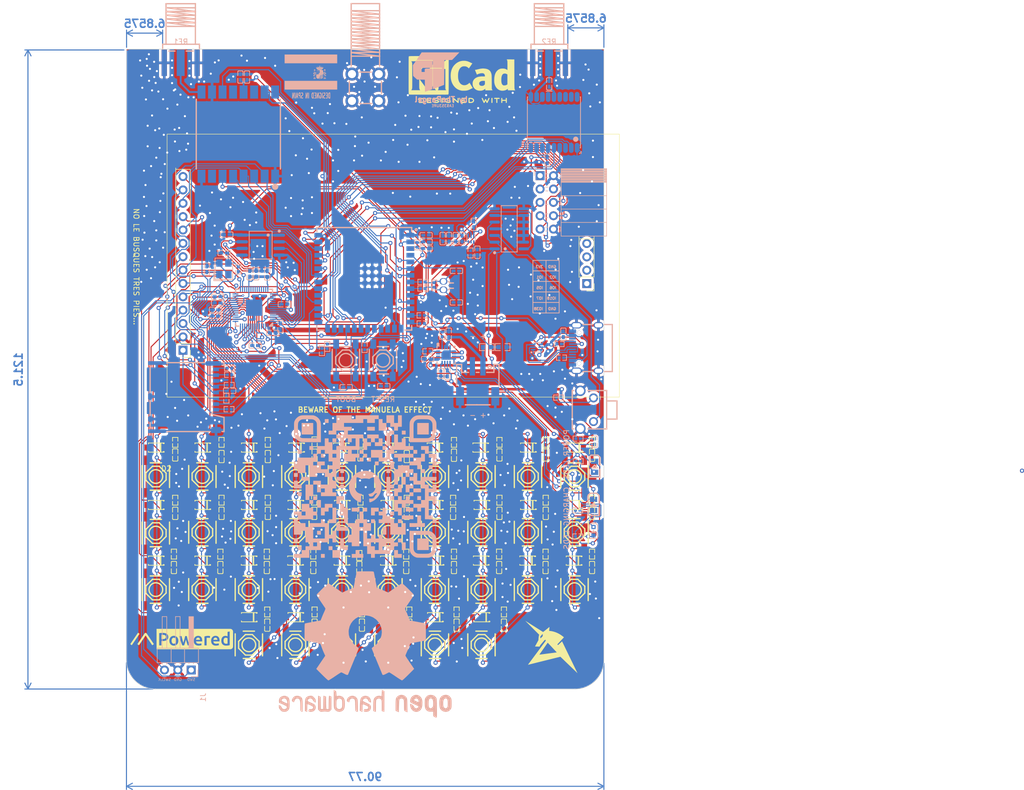
<source format=kicad_pcb>
(kicad_pcb (version 20241229) (generator "pcbnew") (generator_version "9.0")
  (layers (0 "F.Cu" signal) (4 "In1.Cu" signal) (6 "In2.Cu" signal) (2 "B.Cu" signal) (13 "F.Paste" user) (15 "B.Paste" user) (5 "F.SilkS" user "F.Silkscreen") (7 "B.SilkS" user "B.Silkscreen") (1 "F.Mask" user) (3 "B.Mask" user) (25 "Edge.Cuts" user))
  (net 0 "")
  (net 1 "Net-(LED3-A)")
  (net 2 "Net-(CN1-VCC_RF)")
  (net 3 "Net-(CN1-RF_IN)")
  (net 6 "Net-(LED3-K)")
  (net 10 "Net-(LED4-K)")
  (net 12 "Net-(LED4-A)")
  (net 13 "Net-(Card1-DAT1)")
  (net 14 "/Keyboard/ROW1")
  (net 15 "Net-(Card1-DAT2)")
  (net 16 "/Power Sheet/CLOCK1")
  (net 17 "+1V1")
  (net 18 "Net-(RF1-SIG)")
  (net 19 "/SCR_LED")
  (net 20 "Net-(R18-Pad1)")
  (net 21 "/Keyboard/ROW2")
  (net 22 "/Keyboard/ROW3")
  (net 23 "/Keyboard/ROW4")
  (net 24 "Net-(J1-Pin_3)")
  (net 25 "/SCR_RESET")
  (net 26 "/Keyboard/XIN")
  (net 27 "unconnected-(U2-NC-Pad7)")
  (net 35 "GND")
  (net 36 "/EN")
  (net 37 "Net-(C4-Pad1)")
  (net 38 "/USB_D+")
  (net 39 "/USB_D-")
  (net 40 "Net-(USBC1-DN1)")
  (net 41 "Net-(USBC1-DP1)")
  (net 42 "Net-(U1-IO20)")
  (net 43 "Net-(U1-IO19)")
  (net 46 "Net-(LED1-K)")
  (net 47 "Net-(LED1-A)")
  (net 48 "Net-(LED2-K)")
  (net 49 "Net-(LED2-A)")
  (net 50 "Net-(U4-ISET)")
  (net 51 "Net-(U4-ILIM)")
  (net 52 "Net-(U4-TS)")
  (net 55 "Net-(U3-SW)")
  (net 56 "/Power Sheet/BAT")
  (net 57 "/Power Sheet/BCC_OUT")
  (net 58 "/3V3")
  (net 59 "/USBSheet/VBUS")
  (net 60 "Net-(C13-Pad1)")
  (net 61 "Net-(U5-GND)")
  (net 62 "Net-(C15-Pad2)")
  (net 63 "/USBSheet/CC1")
  (net 64 "/USBSheet/CC2")
  (net 65 "Net-(U1-IO15)")
  (net 66 "Net-(U1-IO16)")
  (net 67 "/SPI.MOSI")
  (net 68 "/SPI.MISO")
  (net 69 "/SPI.SCK")
  (net 70 "/SCR_CD")
  (net 71 "Net-(J1-Pin_1)")
  (net 72 "/Keyboard/COL1")
  (net 73 "/Keyboard/COL2")
  (net 74 "Net-(C34-Pad2)")
  (net 75 "/Keyboard/COL3")
  (net 76 "/Keyboard/COL4")
  (net 78 "/Keyboard/COL5")
  (net 79 "/Keyboard/COL6")
  (net 80 "/Keyboard/COL7")
  (net 81 "/Keyboard/COL8")
  (net 82 "/Keyboard/COL9")
  (net 83 "/Keyboard/COL10")
  (net 84 "/KB_SDA")
  (net 85 "/KB_SCL")
  (net 86 "/IO7")
  (net 87 "/IO38")
  (net 88 "/IO18")
  (net 89 "/IO1")
  (net 90 "/IO6")
  (net 91 "/IO5")
  (net 93 "/IO2")
  (net 95 "/SD_CS")
  (net 96 "/LORA_CS")
  (net 97 "/BOOT_RESET")
  (net 98 "/GPS_PPS")
  (net 99 "/BTR_LVL")
  (net 100 "/Keyboard/GPIO29_ADC3")
  (net 101 "/Keyboard/GPIO22")
  (net 102 "/Keyboard/GPIO24")
  (net 103 "/Keyboard/GPIO25")
  (net 104 "/Keyboard/GPIO23")
  (net 105 "/Keyboard/GPIO2")
  (net 106 "/Keyboard/GPIO26_ADC0")
  (net 107 "/Keyboard/GPIO1")
  (net 108 "/Keyboard/GPIO27_ADC1")
  (net 109 "/Keyboard/GPIO28_ADC2")
  (net 110 "/Keyboard/GPIO20")
  (net 111 "/BOOT")
  (net 112 "/TCH_IRQ")
  (net 113 "/LORA_TXEN")
  (net 114 "/TCH_CS")
  (net 115 "/LORA_RESET")
  (net 116 "/SCR_CS")
  (net 117 "/LORA_BUSY")
  (net 118 "/LORA_DIO1")
  (net 119 "Net-(D2-K)")
  (net 120 "Net-(D2-A)")
  (net 121 "Net-(D3-A)")
  (net 122 "Net-(D3-K)")
  (net 123 "Net-(D4-A)")
  (net 124 "Net-(D4-K)")
  (net 125 "Net-(D5-A)")
  (net 126 "Net-(D5-K)")
  (net 127 "Net-(D6-A)")
  (net 128 "Net-(D6-K)")
  (net 129 "Net-(D7-K)")
  (net 130 "Net-(D7-A)")
  (net 131 "Net-(D8-K)")
  (net 132 "Net-(D8-A)")
  (net 133 "Net-(D9-A)")
  (net 134 "Net-(D9-K)")
  (net 135 "Net-(D10-A)")
  (net 136 "Net-(D10-K)")
  (net 137 "Net-(D11-A)")
  (net 138 "Net-(D11-K)")
  (net 139 "Net-(D12-K)")
  (net 140 "Net-(D12-A)")
  (net 141 "Net-(D13-A)")
  (net 142 "Net-(D13-K)")
  (net 143 "Net-(D14-A)")
  (net 144 "Net-(D14-K)")
  (net 145 "Net-(D15-K)")
  (net 146 "Net-(D15-A)")
  (net 147 "Net-(D16-A)")
  (net 148 "Net-(D16-K)")
  (net 149 "Net-(D17-A)")
  (net 150 "Net-(D17-K)")
  (net 151 "Net-(D18-K)")
  (net 152 "Net-(D18-A)")
  (net 153 "Net-(D19-A)")
  (net 154 "Net-(D19-K)")
  (net 155 "Net-(D20-A)")
  (net 156 "Net-(D20-K)")
  (net 157 "Net-(D21-K)")
  (net 158 "Net-(D21-A)")
  (net 159 "Net-(D22-K)")
  (net 160 "Net-(D22-A)")
  (net 161 "Net-(D23-K)")
  (net 162 "Net-(D23-A)")
  (net 163 "Net-(D24-K)")
  (net 164 "Net-(D24-A)")
  (net 165 "Net-(D25-K)")
  (net 166 "Net-(D25-A)")
  (net 167 "Net-(D26-K)")
  (net 168 "Net-(D26-A)")
  (net 169 "Net-(D27-K)")
  (net 170 "Net-(D27-A)")
  (net 171 "Net-(D28-A)")
  (net 172 "Net-(D28-K)")
  (net 173 "Net-(D29-K)")
  (net 174 "Net-(D29-A)")
  (net 175 "Net-(D30-K)")
  (net 176 "Net-(D30-A)")
  (net 177 "Net-(D31-A)")
  (net 178 "Net-(D31-K)")
  (net 179 "Net-(D32-K)")
  (net 180 "Net-(D32-A)")
  (net 181 "Net-(D33-A)")
  (net 182 "Net-(D33-K)")
  (net 183 "Net-(D34-A)")
  (net 184 "Net-(D34-K)")
  (net 185 "Net-(D35-K)")
  (net 186 "Net-(D35-A)")
  (net 187 "Net-(D36-K)")
  (net 188 "Net-(D36-A)")
  (net 189 "/Keyboard/XOUT")
  (net 190 "/Keyboard/QSPI_SD3")
  (net 191 "/Keyboard/QSPI_SCLK")
  (net 192 "/Keyboard/QSPI_SD2")
  (net 193 "/Keyboard/QSPI_SD1")
  (net 194 "/Keyboard/QSPI_SD0")
  (net 195 "Net-(D37-A)")
  (net 196 "Net-(D37-K)")
  (net 197 "/RXD0_ESP")
  (net 198 "/GPS_EN")
  (net 199 "/TXD0_ESP")
  (net 200 "/Keyboard/GPIO3")
  (net 201 "/Keyboard/GPIO21")
  (net 202 "/Keyboard/GPIO0")
  (footprint "MeshDeck:R0402" (layer "F.Cu") (at 165.583333 126.85 -90)
    (property "Reference" "R54" (hide yes))
    (property "Value" "1k" (hide yes))
  )
  (footprint "MeshDeck:SW-SMD_4P-L5.2-W5.2-P3.70-LS6.5" (layer "F.Cu") (at 126.85 122.7 90)
    (property "Reference" "SW17" (hide yes))
    (property "Value" "4*4*1.7" (hide yes))
  )
  (footprint "MeshDeck:SOD-123_L2.8-W1.8-LS3.7-RD" (layer "F.Cu") (at 118.005556 117.5 180)
    (property "Reference" "D14" (hide yes))
    (property "Value" "1N4148W T4" (hide yes))
  )
  (footprint "MeshDeck:R0402" (layer "F.Cu") (at 157 126.85 -90)
    (property "Reference" "R53" (hide yes))
    (property "Value" "1k" (hide yes))
  )
  (footprint "MeshDeck:SW-SMD_4P-L5.2-W5.2-P3.70-LS6.5" (layer "F.Cu") (at 126.85 133.6 90)
    (property "Reference" "SW27" (hide yes))
    (property "Value" "4*4*1.7" (hide yes))
  )
  (footprint "MeshDeck:SOD-123_L2.8-W1.8-LS3.7-RD" (layer "F.Cu") (at 100.314444 106.6 180)
    (property "Reference" "D2")
    (property "Value" "1N4148W T4" (hide yes))
  )
  (footprint "MeshDeck:C0402" (layer "F.Cu") (at 130.25 129.4 -90)
    (property "Reference" "C58" (hide yes))
    (property "Value" "0.1uF" (hide yes))
  )
  (footprint "MeshDeck:SW-SMD_4P-L5.2-W5.2-P3.70-LS6.5" (layer "F.Cu") (at 135.694445 133.6 90)
    (property "Reference" "SW28" (hide yes))
    (property "Value" "4*4*1.7" (hide yes))
  )
  (footprint "MeshDeck:SW-SMD_4P-L5.2-W5.2-P3.70-LS6.5" (layer "F.Cu") (at 171.072223 112.1 90)
    (property "Reference" "SW12" (hide yes))
    (property "Value" "4*4*1.7" (hide yes))
  )
  (footprint "MeshDeck:C0402" (layer "F.Cu") (at 139.222222 108 -90)
    (property "Reference" "C37" (hide yes))
    (property "Value" "0.1uF" (hide yes))
  )
  (footprint "MeshDeck:R0402" (layer "F.Cu") (at 166.5 137.85 -90)
    (property "Reference" "R64" (hide yes))
    (property "Value" "1k" (hide yes))
  )
  (footprint "MeshDeck:SOD-123_L2.8-W1.8-LS3.7-RD" (layer "F.Cu") (at 153.31 106.6 180)
    (property "Reference" "D8" (hide yes))
    (property "Value" "1N4148W T4" (hide yes))
  )
  (footprint "MeshDeck:2.8 SPI LCD TFT ST7789" (layer "F.Cu") (at 120.25 72 90)
    (property "Reference" "U6" (hide yes))
    (property "Value" "~")
  )
  (footprint "MeshDeck:SW-SMD_4P-L5.2-W5.2-P3.70-LS6.5" (layer "F.Cu") (at 109.161111 112.1 90)
    (property "Reference" "SW5" (hide yes))
    (property "Value" "4*4*1.7" (hide yes))
  )
  (footprint "MeshDeck:C0402" (layer "F.Cu") (at 121.416667 129.4 -90)
    (property "Reference" "C57" (hide yes))
    (property "Value" "0.1uF" (hide yes))
  )
  (footprint "MeshDeck:SOD-123_L2.8-W1.8-LS3.7-RD" (layer "F.Cu") (at 162.098148 128.085 180)
    (property "Reference" "D29" (hide yes))
    (property "Value" "1N4148W T4" (hide yes))
  )
  (footprint "MeshDeck:R0402" (layer "F.Cu") (at 148.027778 116.6 -90)
    (property "Reference" "R42" (hide yes))
    (property "Value" "1k" (hide yes))
  )
  (footprint "MeshDeck:C0402" (layer "F.Cu") (at 165.638889 119.1 -90)
    (property "Reference" "C50" (hide yes))
    (property "Value" "0.1uF" (hide yes))
  )
  (footprint "MeshDeck:R0402" (layer "F.Cu") (at 174.444444 105.6 -90)
    (property "Reference" "R35" (hide yes))
    (property "Value" "1k" (hide yes))
  )
  (footprint "MeshDeck:SW-SMD_4P-L5.2-W5.2-P3.70-LS6.5" (layer "F.Cu") (at 135.694445 122.7 90)
    (property "Reference" "SW18" (hide yes))
    (property "Value" "4*4*1.7" (hide yes))
  )
  (footprint "LOGO" (layer "F.Cu") (at 105 143)
    (property "Reference" "G***" (hide yes))
    (property "Value" "LOGO" (hide yes))
  )
  (footprint "MeshDeck:SOD-123_L2.8-W1.8-LS3.7-RD" (layer "F.Cu") (at 162 106.6 180)
    (property "Reference" "D9" (hide yes))
    (property "Value" "1N4148W T4" (hide yes))
  )
  (footprint "MeshDeck:SW-SMD_4P-L5.2-W5.2-P3.70-LS6.5" (layer "F.Cu") (at 171.072223 133.6 90)
    (property "Reference" "SW32" (hide yes))
    (property "Value" "4*4*1.7" (hide yes))
  )
  (footprint "MeshDeck:SOD-123_L2.8-W1.8-LS3.7-RD" (layer "F.Cu") (at 109.161111 117.5 180)
    (property "Reference" "D13" (hide yes))
    (property "Value" "1N4148W T4" (hide yes))
  )
  (footprint "MeshDeck:C0402" (layer "F.Cu") (at 157 108.05 -90)
    (property "Reference" "C39" (hide yes))
    (property "Value" "0.1uF" (hide yes))
  )
  (footprint "MeshDeck:SOD-123_L2.8-W1.8-LS3.7-RD" (layer "F.Cu") (at 126.794445 128.085 180)
    (property "Reference" "D25" (hide yes))
    (property "Value" "1N4148W T4" (hide yes))
  )
  (footprint "MeshDeck:C0402" (layer "F.Cu") (at 174.444444 108 -90)
    (property "Reference" "C41" (hide yes))
    (property "Value" "0.1uF" (hide yes))
  )
  (footprint "MeshDeck:R0402" (layer "F.Cu") (at 165.638889 105.6 -90)
    (property "Reference" "R34" (hide yes))
    (property "Value" "1k" (hide yes))
  )
  (footprint "MeshDeck:C0402" (layer "F.Cu") (at 130.5 108.05 -90)
    (property "Reference" "C43" (hide yes))
    (property "Value" "0.1uF" (hide yes))
  )
  (footprint "MeshDeck:SOD-123_L2.8-W1.8-LS3.7-RD" (layer "F.Cu") (at 100.316667 128.1 180)
    (property "Reference" "D22" (hide yes))
    (property "Value" "1N4148W T4" (hide yes))
  )
  (footprint "MeshDeck:SOD-123_L2.8-W1.8-LS3.7-RD" (layer "F.Cu") (at 153.382222 138.85 180)
    (property "Reference" "D36" (hide yes))
    (property "Value" "1N4148W T4" (hide yes))
  )
  (footprint "MeshDeck:SOD-123_L2.8-W1.8-LS3.7-RD" (layer "F.Cu") (at 117.968519 128.085 180)
    (property "Reference" "D24" (hide yes))
    (property "Value" "1N4148W T4" (hide yes))
  )
  (footprint "MeshDeck:R0402" (layer "F.Cu") (at 183.25 116.6 -90)
    (property "Reference" "R46" (hide yes))
    (property "Value" "1k" (hide yes))
  )
  (footprint "MeshDeck:SOD-123_L2.8-W1.8-LS3.7-RD" (layer "F.Cu") (at 179.75 128.1 180)
    (property "Reference" "D31" (hide yes))
    (property "Value" "1N4148W T4" (hide yes))
  )
  (footprint "MeshDeck:SOD-123_L2.8-W1.8-LS3.7-RD" (layer "F.Cu") (at 126.85 117.5 180)
    (property "Reference" "D15" (hide yes))
    (property "Value" "1N4148W T4" (hide yes))
  )
  (footprint "MeshDeck:R0402" (layer "F.Cu") (at 130.5 105.5 -90)
    (property "Reference" "R30" (hide yes))
    (property "Value" "1k" (hide yes))
  )
  (footprint "MeshDeck:SW-SMD_4P-L5.2-W5.2-P3.70-LS6.5" (layer "F.Cu") (at 118.005556 112.1 90)
    (property "Reference" "SW6" (hide yes))
    (property "Value" "4*4*1.7" (hide yes))
  )
  (footprint "MeshDeck:SOD-123_L2.8-W1.8-LS3.7-RD" (layer "F.Cu") (at 171.072223 117.5 180)
    (property "Reference" "D20" (hide yes))
    (property "Value" "1N4148W T4" (hide yes))
  )
  (footprint "MeshDeck:SW-SMD_4P-L5.2-W5.2-P3.70-LS6.5" (layer "F.Cu") (at 162.227778 112.1 90)
    (property "Reference" "SW11" (hide yes))
    (property "Value" "4*4*1.7" (hide yes))
  )
  (footprint "MeshDeck:R0402" (layer "F.Cu") (at 148.5 137.85 -90)
    (property "Reference" "R60" (hide yes))
    (property "Value" "1k" (hide yes))
  )
  (footprint "MeshDeck:SOD-123_L2.8-W1.8-LS3.7-RD" (layer "F.Cu") (at 135.5 106.6 180)
    (property "Reference" "D6" (hide yes))
    (property "Value" "1N4148W T4" (hide yes))
  )
  (footprint "MeshDeck:SW-SMD_4P-L5.2-W5.2-P3.70-LS6.5" (layer "F.Cu") (at 126.85 112.1 90)
    (property "Reference" "SW7" (hide yes))
    (property "Value" "4*4*1.7" (hide yes))
  )
  (footprint "MeshDeck:R0402" (layer "F.Cu") (at 148 105.6 -90)
    (property "Reference" "R32" (hide yes))
    (property "Value" "1k" (hide yes))
  )
  (footprint "MeshDeck:C0402" (layer "F.Cu") (at 183.25 108.05 -90)
    (property "Reference" "C44" (hide yes))
    (property "Value" "0.1uF" (hide yes))
  )
  (footprint "MeshDeck:C0402" (layer "F.Cu") (at 165.638889 108 -90)
    (property "Reference" "C40" (hide yes))
    (property "Value" "0.1uF" (hide yes))
  )
  (footprint "MeshDeck:SOD-123_L2.8-W1.8-LS3.7-RD" (layer "F.Cu") (at 135.691111 138.85 180)
    (property "Reference" "D34" (hide yes))
    (property "Value" "1N4148W T4" (hide yes))
  )
  (footprint "MeshDeck:SW-SMD_4P-L5.2-W5.2-P3.70-LS6.5" (layer "F.Cu") (at 100.316667 133.6 90)
    (property "Reference" "SW24" (hide yes))
    (property "Value" "4*4*1.7" (hide yes))
  )
  (footprint "MeshDeck:C0402" (layer "F.Cu") (at 121.5 140.35 -90)
    (property "Reference" "C65" (hide yes))
    (property "Value" "0.1uF" (hide yes))
  )
  (footprint "MeshDeck:R0402" (layer "F.Cu") (at 139 127.1 -90)
    (property "Reference" "R51" (hide yes))
    (property "Value" "1k" (hide yes))
  )
  (footprint "MeshDeck:SW-SMD_4P-L5.2-W5.2-P3.70-LS6.5" (layer "F.Cu") (at 179.916667 112.1 90)
    (property "Reference" "SW13" (hide yes))
    (property "Value" "4*4*1.7" (hide yes))
  )
  (footprint "MeshDeck:SW-SMD_4P-L5.2-W5.2-P3.70-LS6.5" (layer "F.Cu") (at 179.916667 133.6 90)
    (property "Reference" "SW33" (hide yes))
    (property "Value" "4*4*1.7" (hide yes))
  )
  (footprint "MeshDeck:SOD-123_L2.8-W1.8-LS3.7-RD" (layer "F.Cu") (at 118.003333 106.6 180)
    (property "Reference" "D4" (hide yes))
    (property "Value" "1N4148W T4" (hide yes))
  )
  (footprint "MeshDeck:C0402" (layer "F.Cu") (at 148.027778 119.1 -90)
    (property "Reference" "C45" (hide yes))
    (property "Value" "0.1uF" (hide yes))
  )
  (footprint "MeshDeck:SOD-123_L2.8-W1.8-LS3.7-RD" (layer "F.Cu") (at 126.845556 138.85 180)
    (property "Reference" "D33" (hide yes))
    (property "Value" "1N4148W T4" (hide yes))
  )
  (footprint "MeshDeck:C0402" (layer "F.Cu") (at 139.222222 119.1 -90)
    (property "Reference" "C52" (hide yes))
    (property "Value" "0.1uF" (hide yes))
  )
  (footprint "MeshDeck:R0402" (layer "F.Cu") (at 165.638889 116.6 -90)
    (property "Reference" "R44" (hide yes))
    (property "Value" "1k" (hide yes))
  )
  (footprint "MeshDeck:SOD-123_L2.8-W1.8-LS3.7-RD" (layer "F.Cu") (at 127 106.6 180)
    (property "Reference" "D5" (hide yes))
    (property "Value" "1N4148W T4" (hide yes))
  )
  (footprint "MeshDeck:SW-SMD_4P-L5.2-W5.2-P3.70-LS6.5" (layer "F.Cu") (at 144.538889 112.1 90)
    (property "Reference" "SW9" (hide yes))
    (property "Value" "4*4*1.7" (hide yes))
  )
  (footprint "MeshDeck:C0402" (layer "F.Cu") (at 121.611111 108.3 -90)
    (property "Reference" "C36" (hide yes))
    (property "Value" "0.1uF" (hide yes))
  )
  (footprint "MeshDeck:C0402" (layer "F.Cu") (at 112.805556 108.3 -90)
    (property "Reference" "C42" (hide yes))
    (property "Value" "0.1uF" (hide yes))
  )
  (footprint "MeshDeck:R0402" (layer "F.Cu") (at 183.25 126.85 -90)
    (property "Reference" "R56" (hide yes))
    (property "Value" "1k" (hide yes))
  )
  (footprint "MeshDeck:R0402" (layer "F.Cu") (at 157.5 137.85 -90)
    (property "Reference" "R61" (hide yes))
    (property "Value" "1k" (hide yes))
  )
  (footprint "MeshDeck:R0402" (layer "F.Cu") (at 104 116.6 -90)
    (property "Reference" "R37" (hide yes))
    (property "Value" "1k" (hide yes))
  )
  (footprint "MeshDeck:R0402" (layer "F.Cu") (at 139.222222 105.6 -90)
    (property "Reference" "R31" (hide yes))
    (property "Value" "1k" (hide yes))
  )
  (footprint "MeshDeck:R0402" (layer "F.Cu") (at 157 105.6 -90)
    (property "Reference" "R33" (hide yes))
    (property "Value" "1k" (hide yes))
  )
  (footprint "MeshDeck:R0402" (layer "F.Cu") (at 174.444444 116.6 -90)
    (property "Reference" "R45" (hide yes))
    (property "Value" "1k" (hide yes))
  )
  (footprint "MeshDeck:C0402" (layer "F.Cu") (at 148.5 140.35 -90)
    (property "Reference" "C68" (hide yes))
    (property "Value" "0.1uF" (hide yes))
  )
  (footprint "MeshDeck:C0402" (layer "F.Cu") (at 139 129.4 -90)
    (property "Reference" "C59" (hide yes))
    (property "Value" "0.1uF" (hide yes))
  )
  (footprint "MeshDeck:SOD-123_L2.8-W1.8-LS3.7-RD" (layer "F.Cu") (at 100.316667 117.5 180)
    (property "Reference" "D12" (hide yes))
    (property "Value" "1N4148W T4" (hide yes))
  )
  (footprint "MeshDeck:SOD-123_L2.8-W1.8-LS3.7-RD" (layer "F.Cu") (at 162.227778 117.5 180)
    (property "Reference" "D19" (hide yes))
    (property "Value" "1N4148W T4" (hide yes))
  )
  (footprint "MeshDeck:R0402" (layer "F.Cu") (at 112.805556 116.6 -90)
    (property "Reference" "R38" (hide yes))
    (property "Value" "1k" (hide yes))
  )
  (footprint "Symbol:KiCad-Logo2_8mm_SilkScreen" (layer "F.Cu") (at 158.5 35.5)
    (property "Reference" "REF**" (hide yes))
    (property "Value" "KiCad-Logo2_8mm_SilkScreen" (hide yes))
  )
  (footprint "MeshDeck:SOD-123_L2.8-W1.8-LS3.7-RD" (layer "F.Cu") (at 153.383334 117.5 180)
    (property "Reference" "D18" (hide yes))
    (property "Value" "1N4148W T4" (hide yes))
  )
  (footprint "MeshDeck:SOD-123_L2.8-W1.8-LS3.7-RD" (layer "F.Cu") (at 170.924074 128.085 180)
    (property "Reference" "D30" (hide yes))
    (property "Value" "1N4148W T4" (hide yes))
  )
  (footprint "MeshDeck:SW-SMD_4P-L5.2-W5.2-P3.70-LS6.5" (layer "F.Cu") (at 171.072223 122.7 90)
    (property "Reference" "SW22" (hide yes))
    (property "Value" "4*4*1.7" (hide yes))
  )
  (footprint "MeshDeck:R0402" (layer "F.Cu") (at 174.416667 126.85 -90)
    (property "Reference" "R55" (hide yes))
    (property "Value" "1k" (hide yes))
  )
  (footprint "MeshDeck:C0402" (layer "F.Cu") (at 157.5 140.35 -90)
    (property "Reference" "C69" (hide yes))
    (property "Value" "0.1uF" (hide yes))
  )
  (footprint "MeshDeck:SOD-123_L2.8-W1.8-LS3.7-RD" (layer "F.Cu") (at 162.227778 138.85 180)
    (property "Reference" "D37" (hide yes))
    (property "Value" "1N4148W T4" (hide yes))
  )
  (footprint "MeshDeck:SW-SMD_4P-L5.2-W5.2-P3.70-LS6.5" (layer "F.Cu") (at 126.845556 144.1 90)
    (property "Reference" "SW35" (hide yes))
    (property "Value" "4*4*1.7" (hide yes))
  )
  (footprint "MeshDeck:C0402" (layer "F.Cu") (at 112.805556 119.1 -90)
    (property "Reference" "C53" (hide yes))
    (property "Value" "0.1uF" (hide yes))
  )
  (footprint "MeshDeck:C0402" (layer "F.Cu") (at 112.583333 129.4 -90)
    (property "Reference" "C56" (hide yes))
    (property "Value" "0.1uF" (hide yes))
  )
  (footprint "MeshDeck:C0402" (layer "F.Cu") (at 104 119.1 -90)
    (property "Reference" "C46" (hide yes))
    (property "Value" "0.1uF" (hide yes))
  )
  (footprint "MeshDeck:C0402" (layer "F.Cu") (at 104 108 -90)
    (property "Reference" "C35" (hide yes))
    (property "Value" "0.1uF" (hide yes))
  )
  (footprint "MeshDeck:SOD-123_L2.8-W1.8-LS3.7-RD" (layer "F.Cu") (at 171.07 106.6 180)
    (property "Reference" "D10" (hide yes))
    (property "Value" "1N4148W T4" (hide yes))
  )
  (footprint "MeshDeck:R0402" (layer "F.Cu") (at 156.833333 116.6 -90)
    (property "Reference" "R43" (hide yes))
    (property "Value" "1k" (hide yes))
  )
  (footprint "MeshDeck:SW-SMD_4P-L5.2-W5.2-P3.70-LS6.5" (layer "F.Cu") (at 162.227778 144.1 90)
    (property "Reference" "SW39" (hide yes))
    (property "Value" "4*4*1.7" (hide yes))
  )
  (footprint "MeshDeck:SW-SMD_4P-L5.2-W5.2-P3.70-LS6.5" (layer "F.Cu") (at 100.316667 122.85 90)
    (property "Reference" "SW14" (hide yes))
    (property "Value" "4*4*1.7" (hide yes))
  )
  (footprint "MeshDeck:SOD-123_L2.8-W1.8-LS3.7-RD" (layer "F.Cu") (at 179.916667 117.5 180)
    (property "Reference" "D21" (hide yes))
    (property "Value" "1N4148W T4" (hide yes))
  )
  (footprint "MeshDeck:C0402" (layer "F.Cu") (at 157 129.4 -90)
    (property "Reference" "C61" (hide yes))
    (property "Value" "0.1uF" (hide yes))
  )
  (footprint "MeshDeck:SW-SMD_4P-L5.2-W5.2-P3.70-LS6.5" (layer "F.Cu") (at 153.382222 144.1 90)
    (property "Reference" "SW38" (hide yes))
    (property "Value" "4*4*1.7" (hide yes))
  )
  (footprint "MeshDeck:C0402" (layer "F.Cu") (at 165.583333 129.4 -90)
    (property "Reference" "C62" (hide yes))
    (property "Value" "0.1uF" (hide yes))
  )
  (footprint "MeshDeck:SW-SMD_4P-L5.2-W5.2-P3.70-LS6.5" (layer "F.Cu") (at 144.538889 122.7 90)
    (property "Reference" "SW19" (hide yes))
    (property "Value" "4*4*1.7" (hide yes))
  )
  (footprint "MeshDeck:SOD-123_L2.8-W1.8-LS3.7-RD" (layer "F.Cu") (at 144.536667 138.85 180)
    (property "Reference" "D35" (hide yes))
    (property "Value" "1N4148W T4" (hide yes))
  )
  (footprint "MeshDeck:SOD-123_L2.8-W1.8-LS3.7-RD" (layer "F.Cu") (at 153.5 128.085 180)
    (property "Reference" "D28" (hide yes))
    (property "Value" "1N4148W T4" (hide yes))
  )
  (footprint "MeshDeck:C0402" (layer "F.Cu") (at 183.25 119.1 -90)
    (property "Reference" "C48" (hide yes))
    (property "Value" "0.1uF" (hide yes))
  )
  (footprint "MeshDeck:C0402" (layer "F.Cu") (at 148.027778 108.3 -90)
    (property "Reference" "C38" (hide yes))
    (property "Value" "0.1uF" (hide yes))
  )
  (footprint "MeshDeck:C0402" (layer "F.Cu") (at 139.5 140.35 -90)
    (property "Reference" "C67" (hide yes))
    (property "Value" "0.1uF" (hide yes))
  )
  (footprint "MeshDeck:SOD-123_L2.8-W1.8-LS3.7-RD" (layer "F.Cu") (at 135.620371 128.085 180)
    (property "Reference" "D26" (hide yes))
    (property "Value" "1N4148W T4" (hide yes))
  )
  (footprint "MeshDeck:R0402" (layer "F.Cu") (at 121.5 137.85 -90)
    (property "Reference" "R57" (hide yes))
    (property "Value" "1k" (hide yes))
  )
  (footprint "MeshDeck:SW-SMD_4P-L5.2-W5.2-P3.70-LS6.5" (layer "F.Cu") (at 109.161111 133.6 90)
    (property "Reference" "SW25" (hide yes))
    (property "Value" "4*4*1.7" (hide yes))
  )
  (footprint "MeshDeck:R0402" (layer "F.Cu") (at 139.5 137.85 -90)
    (property "Reference" "R59" (hide yes))
    (property "Value" "1k" (hide yes))
  )
  (footprint "MeshDeck:SW-SMD_4P-L5.2-W5.2-P3.70-LS6.5" (layer "F.Cu") (at 118.005556 133.6 90)
    (property "Reference" "SW26" (hide yes))
    (property "Value" "4*4*1.7" (hide yes))
  )
  (footprint "MeshDeck:SW-SMD_4P-L5.2-W5.2-P3.70-LS6.5" (layer "F.Cu") (at 153.383334 133.6 90)
    (property "Reference" "SW30" (hide yes))
    (property "Value" "4*4*1.7" (hide yes))
  )
  (footprint "MeshDeck:SW-SMD_4P-L5.2-W5.2-P3.70-LS6.5" (layer "F.Cu") (at 179.916667 122.7 90)
    (property "Reference" "SW23" (hide yes))
    (property "Value" "4*4*1.7" (hide yes))
  )
  (footprint "MeshDeck:R0402" (layer "F.Cu") (at 130.416667 116.6 -90)
    (property "Reference" "R40" (hide yes))
    (property "Value" "1k" (hide yes))
  )
  (footprint "MeshDeck:SW-SMD_4P-L5.2-W5.2-P3.70-LS6.5" (layer "F.Cu") (at 109.161111 122.7 90)
    (property "Reference" "SW15" (hide yes))
    (property "Value" "4*4*1.7" (hide yes))
  )
  (footprint "MeshDeck:SOD-123_L2.8-W1.8-LS3.7-RD" (layer "F.Cu") (at 179.914444 106.6 180)
    (property "Reference" "D11" (hide yes))
    (property "Value" "1N4148W T4" (hide yes))
  )
  (footprint "MeshDeck:R0402" (layer "F.Cu") (at 121.611111 116.6 -90)
    (property "Reference" "R39" (hide yes))
    (property "Value" "1k" (hide yes))
  )
  (footprint "MeshDeck:C0402" (layer "F.Cu") (at 103.75 129.4 -90)
    (property "Reference" "C55" (hide yes))
    (property "Value" "0.1uF" (hide yes))
  )
  (footprint "MeshDeck:SW-SMD_4P-L5.2-W5.2-P3.70-LS6.5" (layer "F.Cu") (at 118.005556 122.7 90)
    (property "Reference" "SW16" (hide yes))
    (property "Value" "4*4*1.7" (hide yes))
  )
  (footprint "MeshDeck:SOD-123_L2.8-W1.8-LS3.7-RD" (layer "F.Cu") (at 118 138.85 180)
    (property "Reference" "D32" (hide yes))
    (property "Value" "1N4148W T4" (hide yes))
  )
  (footprint "MeshDeck:SW-SMD_4P-L5.2-W5.2-P3.70-LS6.5" (layer "F.Cu") (at 135.694445 112.1 90)
    (property "Reference" "SW8" (hide yes))
    (property "Value" "4*4*1.7" (hide yes))
  )
  (footprint "MeshDeck:SW-SMD_4P-L5.2-W5.2-P3.70-LS6.5" (layer "F.Cu") (at 153.383334 122.7 90)
    (property "Reference" "SW20" (hide yes))
    (property "Value" "4*4*1.7" (hide yes))
  )
  (footprint "MeshDeck:SW-SMD_4P-L5.2-W5.2-P3.70-LS6.5" (layer "F.Cu") (at 162.227778 133.6 90)
    (property "Reference" "SW31" (hide yes))
    (property "Value" "4*4*1.7" (hide yes))
  )
  (footprint "MeshDeck:R0402" (layer "F.Cu") (at 147.916667 126.85 -90)
    (property "Reference" "R52" (hide yes))
    (property "Value" "1k" (hide yes))
  )
  (footprint "MeshDeck:R0402" (layer "F.Cu") (at 112.805556 105.6 -90)
    (property "Reference" "R28" (hide yes))
    (property "Value" "1k" (hide yes))
  )
  (footprint "MeshDeck:C0402" (layer "F.Cu") (at 130.5 140.35 -90)
    (property "Reference" "C66" (hide yes))
    (property "Value" "0.1uF" (hide yes))
  )
  (footprint "MeshDeck:SOD-123_L2.8-W1.8-LS3.7-RD" (layer "F.Cu") (at 144.446296 128.085 180)
    (property "Reference" "D27" (hide yes))
    (property "Value" "1N4148W T4" (hide yes))
  )
  (footprint "MeshDeck:SOD-123_L2.8-W1.8-LS3.7-RD" (layer "F.Cu") (at 144.538889 117.5 180)
    (property "Reference" "D17" (hide yes))
    (property "Value" "1N4148W T4" (hide yes))
  )
  (footprint "MeshDeck:R0402" (layer "F.Cu") (at 183.25 105.6 -90)
    (property "Reference" "R36" (hide yes))
    (property "Value" "1k" (hide yes))
  )
  (footprint "MeshDeck:R0402" (layer "F.Cu") (at 139.222222 116.6 -90)
    (property "Reference" "R41" (hide yes))
    (property "Value" "1k" (hide yes))
  )
  (footprint "MeshDeck:C0402" (layer "F.Cu") (at 174.416667 129.4 -90)
    (property "Reference" "C63" (hide yes))
    (property "Value" "0.1uF" (hide yes))
  )
  (footprint "MeshDeck:SW-SMD_4P-L5.2-W5.2-P3.70-LS6.5" (layer "F.Cu") (at 144.536667 144.1 90)
    (property "Reference" "SW37" (hide yes))
    (property "Value" "4*4*1.7" (hide yes))
  )
  (footprint "MeshDeck:C0402" (layer "F.Cu") (at 121.611111 119.1 -90)
    (property "Reference" "C54" (hide yes))
    (property "Value" "0.1uF" (hide yes))
  )
  (footprint "MeshDeck:SOD-123_L2.8-W1.8-LS3.7-RD" (layer "F.Cu") (at 144.5 106.6 180)
    (property "Reference" "D7" (hide yes))
    (property "Value" "1N4148W T4" (hide yes))
  )
  (footprint "MeshDeck:SW-SMD_4P-L5.2-W5.2-P3.70-LS6.5" (layer "F.Cu") (at 135.691111 144.1 90)
    (property "Reference" "SW36" (hide yes))
    (property "Value" "4*4*1.7" (hide yes))
  )
  (footprint "MeshDeck:SW-SMD_4P-L5.2-W5.2-P3.70-LS6.5" (layer "F.Cu") (at 153.383334 112.1 90)
    (property "Reference" "SW10" (hide yes))
    (property "Value" "4*4*1.7" (hide yes))
  )
  (footprint "MeshDeck:C0402" (layer "F.Cu") (at 183.25 129.4 -90)
    (property "Reference" "C64" (hide yes))
    (property "Value" "0.1uF" (hide yes))
  )
  (footprint "MeshDeck:R0402" (layer "F.Cu") (at 112.583333 126.85 -90)
    (property "Reference" "R48" (hide yes))
    (property "Value" "1k" (hide yes))
  )
  (footprint "MeshDeck:R0402" (layer "F.Cu") (at 103.75 126.85 -90)
    (property "Reference" "R47" (hide yes))
    (property "Value" "1k" (hide yes))
  )
  (footprint "MeshDeck:SW-SMD_4P-L5.2-W5.2-P3.70-LS6.5" (layer "F.Cu") (at 100.316667 112.1 90)
    (property "Reference" "SW4" (hide yes))
    (property "Value" "4*4*1.7" (hide yes))
  )
  (footprint "MeshDeck:C0402" (layer "F.Cu") (at 147.916667 129.4 -90)
    (property "Reference" "C60" (hide yes))
    (property "Value" "0.1uF" (hide yes))
  )
  (footprint "MeshDeck:C0402" (layer "F.Cu") (at 166.5 140.35 -90)
    (property "Reference" "C70" (hide yes))
    (property "Value" "0.1uF" (hide yes))
  )
  (footprint "MeshDeck:R0402" (layer "F.Cu") (at 104 105.6 -90)
    (property "Reference" "R27" (hide yes))
    (property "Value" "1k" (hide yes))
  )
  (footprint "MeshDeck:R0402" (layer "F.Cu") (at 121.416667 126.85 -90)
    (property "Reference" "R49" (hide yes))
    (property "Value" "1k" (hide yes))
  )
  (footprint "MeshDeck:SW-SMD_4P-L5.2-W5.2-P3.70-LS6.5" (layer "F.Cu") (at 144.538889 133.6 90)
    (property "Reference" "SW29" (hide yes))
    (property "Value" "4*4*1.7" (hide yes))
  )
  (footprint "MeshDeck:C0402" (layer "F.Cu") (at 156.833333 119.1 -90)
    (property "Reference" "C51" (hide yes))
    (property "Value" "0.1uF" (hide yes))
  )
  (footprint "MeshDeck:SOD-123_L2.8-W1.8-LS3.7-RD" (layer "F.Cu") (at 109.158888 106.6 180)
    (property "Reference" "D3" (hide yes))
    (property "Value" "1N4148W T4" (hide yes))
  )
  (footprint "MeshDeck:R0402" (layer "F.Cu") (at 121.611111 105.6 -90)
    (property "Reference" "R29" (hide yes))
    (property "Value" "1k" (hide yes))
  )
  (footprint "MeshDeck:C0402" (layer "F.Cu") (at 130.416667 119.1 -90)
    (property "Reference" "C47" (hide yes))
    (property "Value" "0.1uF" (hide yes))
  )
  (footprint "LOGO" (layer "F.Cu") (at 175.5 144.5)
    (property "Reference" "G***" (hide yes))
    (property "Value" "LOGO" (hide yes))
  )
  (footprint "MeshDeck:SOD-123_L2.8-W1.8-LS3.7-RD" (layer "F.Cu") (at 135.694445 117.5 180)
    (property "Reference" "D16" (hide yes))
    (property "Value" "1N4148W T4" (hide yes))
  )
  (footprint "MeshDeck:SW-SMD_4P-L5.2-W5.2-P3.70-LS6.5" (layer "F.Cu") (at 118 144.1 90)
    (property "Reference" "SW34" (hide yes))
    (property "Value" "4*4*1.7" (hide yes))
  )
  (footprint "MeshDeck:R0402" (layer "F.Cu") (at 130.5 137.85 -90)
    (property "Reference" "R58" (hide yes))
    (property "Value" "1k" (hide yes))
  )
  (footprint "MeshDeck:SOD-123_L2.8-W1.8-LS3.7-RD" (layer "F.Cu") (at 109.142593 128.1 180)
    (property "Reference" "D23" (hide yes))
    (property "Value" "1N4148W T4" (hide yes))
  )
  (footprint "MeshDeck:C0402" (layer "F.Cu") (at 174.444444 119.1 -90)
    (property "Reference" "C49" (hide yes))
    (property "Value" "0.1uF" (hide yes))
  )
  (footprint "MeshDeck:SW-SMD_4P-L5.2-W5.2-P3.70-LS6.5" (layer "F.Cu") (at 162.227778 122.7 90)
    (property "Reference" "SW21" (hide yes))
    (property "Value" "4*4*1.7" (hide yes))
  )
  (footprint "MeshDeck:R0402" (layer "F.Cu") (at 130.25 126.85 -90)
    (property "Reference" "R50" (hide yes))
    (property "Value" "1k" (hide yes))
  )
  (footprint "MeshDeck:R0402" (layer "B.Cu") (at 154.75 85.07 -90)
    (property "Reference" "R11" (hide yes))
    (property "Value" "10K" (hide yes))
  )
  (footprint "MeshDeck:R0402" (layer "B.Cu") (at 114.23 99.3 180)
    (property "Reference" "R25" (hide yes))
    (property "Value" "10KOhm" (hide yes))
  )
  (footprint "MeshDeck:C0402" (layer "B.Cu") (at 154.85 66.86 -90)
    (property "Reference" "C10" (hide yes))
    (property "Value" "10uF" (hide yes))
  )
  (footprint "LOGO" (layer "B.Cu") (at 129.8 35.2 180)
    (property "Reference" "G***" (hide yes))
    (property "Value" "LOGO" (hide yes))
  )
  (footprint "MeshDeck:C0402" (layer "B.Cu") (at 111.66 80.4)
    (property "Reference" "C29" (hide yes))
    (property "Value" "1uF" (hide yes))
  )
  (footprint "MeshDeck:C0402" (layer "B.Cu") (at 118.15 73.5575 90)
    (property "Reference" "C24" (hide yes))
    (property "Value" "0.1uF" (hide yes))
  )
  (footprint "MeshDeck:R0402" (layer "B.Cu") (at 152.02 88.3)
    (property "Reference" "R9" (hide yes))
    (property "Value" "1.8k" (hide yes))
  )
  (footprint "MeshDeck:R0402" (layer "B.Cu") (at 177 86.9 180)
    (property "Reference" "R5" (hide yes))
    (property "Value" "5.1k" (hide yes))
  )
  (footprint "MeshDeck:SOIC-8_L5.3-W5.3-P1.27-LS8.0-BL" (layer "B.Cu") (at 120.25 68.1075 -90)
    (property "Reference" "U9" (hide yes))
    (property "Value" "W25Q128JVSIQTR" (hide yes))
  )
  (footprint "MeshDeck:USB-C_SMD-TYPE-C-31-M-12_1" (layer "B.Cu") (at 182 87.669998 -90)
    (property "Reference" "USBC1" (hide yes))
    (property "Value" "TYPE-C-31-M-12" (hide yes))
  )
  (footprint "MeshDeck:C0402" (layer "B.Cu") (at 160.75 64.16 90)
    (property "Reference" "C9" (hide yes))
    (property "Value" "4.7 uF" (hide yes))
  )
  (footprint "MeshDeck:R0402" (layer "B.Cu") (at 153.25 75.68 90)
    (property "Reference" "R16" (hide yes))
    (property "Value" "10k" (hide yes))
  )
  (footprint "MeshDeck:TF-SMD_503398-1892" (layer "B.Cu") (at 105.5 97 90)
    (property "Reference" "Card1" (hide yes))
    (property "Value" "503398-1892")
  )
  (footprint "MeshDeck:C0402" (layer "B.Cu") (at 117.65 36.15 -90)
    (property "Reference" "C17" (hide yes))
    (property "Value" "1Nf" (hide yes))
  )
  (footprint "MeshDeck:C0402" (layer "B.Cu") (at 151.7 66.23)
    (property "Reference" "C1" (hide yes))
    (property "Value" "22uF" (hide yes))
  )
  (footprint "MeshDeck:R0402" (layer "B.Cu") (at 113.72 97.19 -90)
    (property "Reference" "R23" (hide yes))
    (property "Value" "10KOhm" (hide yes))
  )
  (footprint "MeshDeck:C0402" (layer "B.Cu") (at 124 83.55 -90)
    (property "Reference" "C28" (hide yes))
    (property "Value" "0.1uF" (hide yes))
  )
  (footprint "MeshDeck:R0402" (layer "B.Cu") (at 114.33 92.75 180)
    (property "Reference" "R21" (hide yes))
    (property "Value" "10KOhm" (hide yes))
  )
  (footprint "MeshDeck:LED0805-R-RD" (layer "B.Cu") (at 183.7275 110.25 -90)
    (property "Reference" "LED3" (hide yes))
    (property "Value" "0805G (Green)" (hide yes))
  )
  (footprint "MeshDeck:R0402" (layer "B.Cu") (at 150.93 83 180)
    (property "Reference" "R3" (hide yes))
    (property "Value" "0 Ohm" (hide yes))
  )
  (footprint "LOGO" (layer "B.Cu") (at 153.445207 35.168476 180)
    (property "Reference" "G***" (hide yes))
    (property "Value" "LOGO" (hide yes))
  )
  (footprint "MeshDeck:LED0402-RD" (layer "B.Cu") (at 183.7275 105.46 -90)
    (property "Reference" "LED4" (hide yes))
    (property "Value" "red" (hide yes))
  )
  (footprint "MeshDeck:LED0603-RD" (layer "B.Cu") (at 183.5275 122.5 -90)
    (property "Reference" "LED2" (hide yes))
    (property "Value" "Blue light 0603" (hide yes))
  )
  (footprint "MeshDeck:R0402" (layer "B.Cu") (at 176.8975 97.1)
    (property "Reference" "R18" (hide yes))
    (property "Value" "10KOhm" (hide yes))
  )
  (footprint "MeshDeck:C0402" (layer "B.Cu") (at 161.45 69.46 90)
    (property "Reference" "C18" (hide yes))
    (property "Value" "1uF" (hide yes))
  )
  (footprint "MeshDeck:C0402" (layer "B.Cu") (at 116.4 36.15 -90)
    (property "Reference" "C16" (hide yes))
    (property "Value" "1uF" (hide yes))
  )
  (footprint "MeshDeck:C0402" (layer "B.Cu") (at 112.05 77.9 180)
    (property "Reference" "C30" (hide yes))
    (property "Value" "0.1uF" (hide yes))
  )
  (footprint "MeshDeck:SMA-TH_HJ-SMA429" (layer "B.Cu") (at 140.155 38.1325 -90)
    (property "Reference" "REF**" (hide yes))
    (property "Value" "SMA-TH_HJ-SMA429" (hide yes))
  )
  (footprint "MeshDeck:C0402" (layer "B.Cu") (at 157.45 73 180)
    (property "Reference" "C14" (hide yes))
    (property "Value" "12pF" (hide yes))
  )
  (footprint "MeshDeck:R0603" (layer "B.Cu") (at 166.25 87.5)
    (property "Reference" "R63" (hide yes))
    (property "Value" "100k" (hide yes))
  )
  (footprint "MeshDeck:CRYSTAL-SMD_4P-L3.2-W2.5-BL" (layer "B.Cu") (at 113.25 72.6075 90)
    (property "Reference" "U10" (hide yes))
    (property "Value" "ABM8-272-T3_C20625731" (hide yes))
  )
  (footprint "MeshDeck:L0402" (layer "B.Cu") (at 158.55 66.86 -90)
    (property "Reference" "L1" (hide yes))
    (property "Value" "0.47 µH" (hide yes))
  )
  (footprint "MeshDeck:R0402" (layer "B.Cu") (at 160.15 69.59 -90)
    (property "Reference" "R17" (hide yes))
    (property "Value" "10KOhm" (hide yes))
  )
  (footprint "MeshDeck:C0402" (layer "B.Cu") (at 151.7 67.48)
    (property "Reference" "C2" (hide yes))
    (property "Value" "0.1uF" (hide yes))
  )
  (footprint "MeshDeck:SW-SMD_4P-L5.2-W5.2-P3.70-LS6.5" (layer "B.Cu") (at 143.5 90 -90)
    (property "Reference" "SW1" (hide yes))
    (property "Value" "4*4*1.7" (hide yes))
  )
  (footprint "MeshDeck:R0402" (layer "B.Cu") (at 114.32 91.5 180)
    (property "Reference" "R24" (hide yes))
    (property "Value" "10KOhm" (hide yes))
  )
  (footprint "MeshDeck:WIRELM-SMD_ESP32-S3-WROOM-1U" (layer "B.Cu") (at 139.95742 75.11 180)
    (property "Reference" "U1" (hide yes))
    (property "Value" "ESP32-S3-WROOM-1U-N16R8" (hide yes))
  )
  (footprint "MeshDeck:C0402" (layer "B.Cu") (at 112.05 79.1 180)
    (property "Reference" "C22" (hide yes))
    (property "Value" "0.1uF" (hide yes))
  )
  (footprint "MeshDeck:R0402" (layer "B.Cu") (at 180.6275 109.2)
    (property "Reference" "R19" (hide yes))
    (property "Value" "220ohm" (hide yes))
  )
  (footprint "MeshDeck:C0402" (layer "B.Cu") (at 157.45 79 180)
    (property "Reference" "C15" (hide yes))
    (property "Value" "12pF" (hide yes))
  )
  (footprint "MeshDeck:C0402" (layer "B.Cu") (at 174.75 51.97 90)
    (property "Reference" "C19" (hide yes))
    (property "Value" "10uF" (hide yes))
  )
  (footprint "MeshDeck:R0402" (layer "B.Cu") (at 180.5975 104.9)
    (property "Reference" "R20" (hide yes))
    (property "Value" "220ohm" (hide yes))
  )
  (footprint "MeshDeck:R0402" (layer "B.Cu") (at 114.27 94.7 180)
    (property "Reference" "R22" (hide yes))
    (property "Value" "10KOhm" (hide yes))
  )
  (footprint "MeshDeck:LED0805-R-RD" (layer "B.Cu") (at 183.5275 117.5 -90)
    (property "Reference" "LED1" (hide yes))
    (property "Value" "0805G (Green)" (hide yes))
  )
  (footprint "MeshDeck:R0402" (layer "B.Cu") (at 131.9 88.17 -90)
    (property "Reference" "R13" (hide yes))
    (property "Value" "10KOhm" (hide yes))
  )
  (footprint "MeshDeck:R0402" (layer "B.Cu") (at 140 87.57 90)
    (property "Reference" "R2" (hide yes))
    (property "Value" "0 Ohm" (hide yes))
  )
  (footprint "MeshDeck:WIRELM-SMD_SX1278S165SY-T-X1" (layer "B.Cu") (at 116 47 -90)
    (property "Reference" "U2" (hide yes))
    (property "Value" "SX1262S8S+T-X1" (hide yes))
  )
  (footprint "MeshDeck:R0402" (layer "B.Cu") (at 180.5275 118.5)
    (property "Reference" "R8" (hide yes))
    (property "Value" "1.5K" (hide yes))
  )
  (footprint "MeshDeck:R0603" (layer "B.Cu") (at 163.25 87.5)
    (property "Reference" "R62" (hide yes))
    (property "Value" "100k" (hide yes))
  )
  (footprint "MeshDeck:R0402" (layer "B.Cu") (at 180.5275 123.5 180)
    (property "Reference" "R7" (hide yes))
    (property "Value" "1,5K" (hide yes))
  )
  (footprint "MeshDeck:C0402" (layer "B.Cu") (at 156 85.05 90)
    (property "Reference" "C8" (hide yes))
    (property "Value" "4.7 uF" (hide yes))
  )
  (footprint "LOGO" (layer "B.Cu") (at 140.123896 114 180)
    (property "Reference" "G***" (hide yes))
    (property "Value" "LOGO" (hide yes))
  )
  (footprint "MeshDeck:R0402" (layer "B.Cu") (at 116 72.6775 -90)
    (property "Reference" "R26" (hide yes))
    (property "Value" "1k" (hide yes))
  )
  (footprint "MeshDeck:VSON-6_L1.5-W1.5-P0.50-TL" (layer "B.Cu") (at 160.25 66.89 90)
    (property "Reference" "U3" (hide yes))
    (property "Value" "TPS6282533DMQR" (hide yes))
  )
  (footprint "MeshDeck:SOIC-14_L8.7-W3.9-P1.27-LS6.0-BL" (layer "B.Cu") (at 167.5 65 90)
    (property "Reference" "U7" (hide yes))
    (property "Value" "CD4013BM" (hide yes))
  )
  (footprint "MeshDeck:C0402" (layer "B.Cu") (at 122.55 84.8)
    (property "Reference" "C25" (hide yes))
    (property "Value" "0.1uF" (hide yes))
  )
  (footprint "MeshDeck:C0402" (layer "B.Cu") (at 143.65 94.93)
    (property "Reference" "C4" (hide yes))
    (property "Value" "0.1uF" (hide yes))
  )
  (footprint "MeshDeck:SW-SMD_4P-L5.2-W5.2-P3.70-LS6.5" (layer "B.Cu") (at 136.45 90 -90)
    (property "Reference" "SW2" (hide yes))
    (property "Value" "4*4*1.7" (hide yes))
  )
  (footprint "MeshDeck:C0402" (layer "B.Cu") (at 177.8 85.05 90)
    (property "Reference" "C5" (hide yes))
    (property "Value" "0.1uF" (hide yes))
  )
  (footprint "MeshDeck:QFN-16_L3.0-W3.0-P0.50-TL-EP1.7" (layer "B.Cu") (at 155.5 89 -90)
    (property "Reference" "U4" (hide yes))
    (property "Value" "BQ24074RGTR" (hide yes))
  )
  (footprint "MeshDeck:C0402" (layer "B.Cu") (at 151.7 68.73 180)
    (property "Reference" "C3" (hide yes))
    (property "Value" "1uF" (hide yes))
  )
  (footprint "MeshDeck:R0402" (layer "B.Cu") (at 154.5 92.5 90)
    (property "Reference" "R10" (hide yes))
    (property "Value" "1.8k" (hide yes))
  )
  (footprint "MeshDeck:C0402" (layer "B.Cu") (at 152 89.75)
    (property "Reference" "C7" (hide yes))
    (property "Value" "1uF" (hide yes))
  )
  (footprint "MeshDeck:C0402" (layer "B.Cu") (at 121.5 73.6075 90)
    (property "Reference" "C26" (hide yes))
    (property "Value" "0.1uF" (hide yes))
  )
  (footprint "MeshDeck:C0402" (layer "B.Cu") (at 155.75 92.5 -90)
    (property "Reference" "C6" (hide yes))
    (property "Value" "4.7 uF" (hide yes))
  )
  (footprint "MeshDeck:L0402-RD" (layer "B.Cu") (at 175.1 37.45 90)
    (property "Reference" "L2" (hide yes))
    (property "Value" "47nH" (hide yes))
  )
  (footprint "MeshDeck:LQFN-56_L7.0-W7.0-P0.4-EP" (layer "B.Cu") (at 119 80 90)
    (property "Reference" "U8" (hide yes))
    (property "Value" "RP2040" (hide yes))
  )
  (footprint "Connector_PinHeader_2.54mm:PinHeader_1x03_P2.54mm_Horizontal" (layer "B.Cu") (at 107.04 148.885 90)
    (property "Reference" "J1")
    (property "Value" "Conn_01x03_MountingPin")
  )
  (footprint "MeshDeck:C0402" (layer "B.Cu") (at 124.75 79.3575 180)
    (property "Reference" "C21" (hide yes))
    (property "Value" "1uF" (hide yes))
  )
  (footprint "MeshDeck:COMM-SMD_18P-L10.1-W9.7-P1.1-TL_L76-LB" (layer "B.Cu") (at 176 44.77 90)
    (property "Reference" "CN1" (hide yes))
    (property "Value" "ATGM336H-6N-74" (hide yes))
  )
  (footprint "MeshDeck:CONN-SMD_2P-P2.00_XUNPU_WAFER-PH2.0-2PWB" (layer "B.Cu") (at 161.5 94 180)
    (property "Reference" "H1" (hide yes))
    (property "Value" "WAFER-PH2.0-2PWB" (hide yes))
  )
  (footprint "Connector_PinSocket_2.54mm:PinSocket_2x05_P2.54mm_Horizontal" (layer "B.Cu") (at 173.375 54.9 180)
    (property "Reference" "J2" (hide yes))
    (property "Value" "Conn_02x05_Odd_Even" (hide yes))
  )
  (footprint "MeshDeck:OSC-TH_BD2.0-P0.50" (layer "B.Cu") (at 155 75.8 90)
    (property "Reference" "U5" (hide yes))
    (property "Value" "RN32768114" (hide yes))
  )
  (footprint "MeshDeck:SMA-SMD_HJ-SMA023" (layer "B.Cu") (at 175.0725 33.4425 180)
    (property "Reference" "RF2")
    (property "Value" "HJ-SMA023" (hide yes))
  )
  (footprint "MeshDeck:C0402" (layer "B.Cu") (at 114.35 95.8)
    (property "Reference" "C20" (hide yes))
    (property "Value" "0.1uF" (hide yes))
  )
  (footprint "Symbol:OSHW-Logo2_36.5x30mm_SilkScreen" (layer "B.Cu") (at 140.125 144 180)
    (property "Reference" "REF**" (hide yes))
    (property "Value" "OSHW-Logo2_36.5x30mm_SilkScreen" (hide yes))
  )
  (footprint "MeshDeck:C0402" (layer "B.Cu") (at 136.5 95.13)
    (property "Reference" "C13" (hide yes))
    (property "Value" "0.1uF" (hide yes))
  )
  (footprint "MeshDeck:SMA-SMD_HJ-SMA023" (layer "B.Cu") (at 105.0375 33.4425 180)
    (property "Reference" "RF1")
    (property "Value" "HJ-SMA023" (hide yes))
  )
  (footprint "MeshDeck:C0402" (layer "B.Cu") (at 157.35 66.86 -90)
    (property "Reference" "C11" (hide yes))
    (property "Value" "10uF" (hide yes))
  )
  (footprint "MeshDeck:R0402" (layer "B.Cu") (at 132.9 87.36 -90)
    (property "Reference" "R12" (hide yes))
    (property "Value" "0 Ohm" (hide yes))
  )
  (footprint "MeshDeck:C0402" (layer "B.Cu") (at 156.05 66.86 -90)
    (property "Reference" "C12" (hide yes))
    (property "Value" "10uF" (hide yes))
  )
  (footprint "MeshDeck:R0402" (layer "B.Cu") (at 150 68.05 90)
    (property "Reference" "R1" (hide yes))
    (property "Value" "10KOhm" (hide yes))
  )
  (footprint "MeshDeck:C0402" (layer "B.Cu") (at 119.2 87.2)
    (property "Reference" "C27" (hide yes))
    (property "Value" "0.1uF" (hide yes))
  )
  (footprint "MeshDeck:C0402" (layer "B.Cu") (at 119.4 73.5575 90)
    (property "Reference" "C23" (hide yes))
    (property "Value" "0.1uF" (hide yes))
  )
  (footprint "MeshDeck:C0402" (layer "B.Cu") (at 110 72.6775 -90)
    (property "Reference" "C33" (hide yes))
    (property "Value" "15pF" (hide yes))
  )
  (footprint "MeshDeck:R0402" (layer "B.Cu") (at 177.43 89.5 180)
    (property "Reference" "R6" (hide yes))
    (property "Value" "5.1k" (hide yes))
  )
  (footprint "MeshDeck:R0402" (layer "B.Cu") (at 150.93 81.46 180)
    (property "Reference" "R4" (hide yes))
    (property "Value" "0 Ohm" (hide yes))
  )
  (footprint "MeshDeck:R0402" (layer "B.Cu") (at 151.08 75.11 180)
    (property "Reference" "R14" (hide yes))
    (property "Value" "0 Ohm" (hide yes))
  )
  (footprint "MeshDeck:C0402" (layer "B.Cu") (at 113.3 69.6075)
    (property "Reference" "C34" (hide yes))
    (property "Value" "15pF" (hide yes))
  )
  (footprint "MeshDeck:SOT-666-6_L1.6-W1.2-P0.50-LS1.6-BR" (layer "B.Cu") (at 172.78 87.5 180)
    (property "Reference" "D1" (hide yes))
    (property "Value" "USBLC6-2P6" (hide yes))
  )
  (footprint "MeshDeck:KEY-TH_4P-L7.5-W6.8-P4.50-LS7.2" (layer "B.Cu") (at 182.2775 99.4 -90)
    (property "Reference" "SW3" (hide yes))
    (property "Value" "SKHHLVA010" (hide yes))
  )
  (footprint "MeshDeck:C0402" (layer "B.Cu") (at 111.61 81.6075 180)
    (property "Reference" "C31" (hide yes))
    (property "Value" "0.1uF" (hide yes))
  )
  (footprint "MeshDeck:R0402" (layer "B.Cu") (at 151.07 76.36 180)
    (property "Reference" "R15" (hide yes))
    (property "Value" "0 Ohm" (hide yes))
  )
  (footprint "MeshDeck:C0402" (layer "B.Cu") (at 113.8 66.1075 180)
    (property "Reference" "C32" (hide yes))
    (property "Value" "0.1uF" (hide yes))
  )
  (gr_line (start 172 79) (end 177 79) (stroke (width 0.15)) (layer "B.SilkS"))
  (gr_line (start 172 73) (end 177 73) (stroke (width 0.15)) (layer "B.SilkS"))
  (gr_line (start 172 77) (end 177 77) (stroke (width 0.15)) (layer "B.SilkS"))
  (gr_line (start 177 75) (end 172 75) (stroke (width 0.15)) (layer "B.SilkS"))
  (gr_line (start 172 75) (end 172 77) (stroke (width 0.15)) (layer "B.SilkS"))
  (gr_rect (start 172 71) (end 177 81) (stroke (width 0.15)) (fill no) (layer "B.SilkS"))
  (gr_line (start 174.5 71) (end 174.5 81) (stroke (width 0.15)) (layer "B.SilkS"))
  (gr_line (start 185.5 147.1) (end 185.5 30.85) (stroke (width 0.1)) (layer "Edge.Cuts"))
  (gr_line (start 180 152.500909) (end 100.24 152.5) (stroke (width 0.1)) (layer "Edge.Cuts"))
  (gr_arc (start 100.24 152.5) (mid 96.344443 150.892628) (end 94.729991 147) (stroke (width 0.1)) (layer "Edge.Cuts"))
  (gr_arc (start 185.5 147.1) (mid 183.854213 150.924926) (end 180 152.500909) (stroke (width 0.1)) (layer "Edge.Cuts"))
  (gr_line (start 94.749832 30.850002) (end 94.729991 147) (stroke (width 0.1)) (layer "Edge.Cuts"))
  (gr_line (start 94.75 30.85) (end 185.5 30.85) (stroke (width 0.1)) (layer "Edge.Cuts"))
  (gr_text "BEWARE OF THE MANUELA EFFECT" (at 127.210713 100 0) (layer "F.SilkS") (effects (font (size 1 1) (thickness 0.2) (bold yes)) (justify left bottom)))
  (gr_text "NO LE BUSQUES TRES PIES..." (at 96 61 270) (layer "F.SilkS") (effects (font (size 1 1)) (justify left bottom)))
  (gr_text "IO18" (at 176.5 78.5 0) (layer "B.SilkS") (effects (font (size 0.5 0.5) (thickness 0.125)) (justify left bottom mirror)))
  (gr_text "GND" (at 176.5 80.5 0) (layer "B.SilkS") (effects (font (size 0.5 0.5) (thickness 0.125)) (justify left bottom mirror)))
  (gr_text "IO1\n" (at 174 74.5 0) (layer "B.SilkS") (effects (font (size 0.5 0.5) (thickness 0.125)) (justify left bottom mirror)))
  (gr_text "RESET" (at 145.886905 98 0) (layer "B.SilkS") (effects (font (size 1 1)) (justify left bottom mirror)))
  (gr_text "CHARGING LEDS\n" (at 179 114 90) (layer "B.SilkS") (effects (font (size 1 1)) (justify left bottom mirror)))
  (gr_text "3V3" (at 174 72.5 0) (layer "B.SilkS") (effects (font (size 0.5 0.5) (thickness 0.125)) (justify left bottom mirror)))
  (gr_text "SWCLK\n" (at 103.229941 151 0) (layer "B.SilkS") (effects (font (size 0.5 0.5) (thickness 0.0625)) (justify left bottom mirror)))
  (gr_text "IO7" (at 174 78.5 0) (layer "B.SilkS") (effects (font (size 0.5 0.5) (thickness 0.125)) (justify left bottom mirror)))
  (gr_text "EA9353URE" (at 157.05 41.9 0) (layer "B.SilkS") (effects (font (size 0.5 0.5) (thickness 0.1) (bold yes)) (justify left bottom mirror)))
  (gr_text "IO2\n" (at 176.5 74.5 0) (layer "B.SilkS") (effects (font (size 0.5 0.5) (thickness 0.125)) (justify left bottom mirror)))
  (gr_text "+ -\n" (at 163.269048 86 0) (layer "B.SilkS") (effects (font (size 1 1)) (justify left bottom mirror)))
  (gr_text "IO5" (at 174 76.5 0) (layer "B.SilkS") (effects (font (size 0.5 0.5) (thickness 0.125)) (justify left bottom mirror)))
  (gr_text "+ -\n" (at 163.269048 101 0) (layer "B.SilkS") (effects (font (size 1 1)) (justify left bottom mirror)))
  (gr_text "POWER LEDS\n" (at 179 103.05 90) (layer "B.SilkS") (effects (font (size 1 1)) (justify left bottom mirror)))
  (gr_text "BOOT\n" (at 138.503572 98 0) (layer "B.SilkS") (effects (font (size 1 1)) (justify left bottom mirror)))
  (gr_text "by ThePangel\n" (at 159.763387 41 0) (layer "B.SilkS") (effects (font (size 1 1) (thickness 0.25) (bold yes)) (justify left bottom mirror)))
  (gr_text "GND\n" (at 105.305655 151 0) (layer "B.SilkS") (effects (font (size 0.5 0.5) (thickness 0.0625)) (justify left bottom mirror)))
  (gr_text "DESIGNED IN SPAIN\n\n" (at 133.604166 41.9 0) (layer "B.SilkS") (effects (font (size 1 0.5) (thickness 0.125) (bold yes)) (justify left bottom mirror)))
  (gr_text "IO38" (at 174 80.5 0) (layer "B.SilkS") (effects (font (size 0.5 0.5) (thickness 0.125)) (justify left bottom mirror)))
  (gr_text "IO6" (at 176.5 76.5 0) (layer "B.SilkS") (effects (font (size 0.5 0.5) (thickness 0.125)) (justify left bottom mirror)))
  (gr_text "GND\n" (at 176.5 72.5 0) (layer "B.SilkS") (effects (font (size 0.5 0.5) (thickness 0.125)) (justify left bottom mirror)))
  (gr_text "SWD\n" (at 107.85756 151 0) (layer "B.SilkS") (effects (font (size 0.5 0.5) (thickness 0.0625)) (justify left bottom mirror)))
  (dimension (type orthogonal) (layer "B.Cu") (pts (xy 94.75 31) (xy 100.24 152.5)) (height -18.75) (orientation 1) (format (prefix "") (suffix "") (units 3) (units_format 0) (precision 4) (suppress_zeroes yes)) (style (thickness 0.2) (arrow_length 1.27) (text_position_mode 0) (arrow_direction outward) (extension_height 0.58642) (extension_offset 0.5) (keep_text_aligned yes)) (gr_text "121.5" (at 74.2 91.75 90) (layer "B.Cu") (effects (font (size 1.5 1.5) (thickness 0.3)) (justify mirror))))
  (dimension (type orthogonal) (layer "B.Cu") (pts (xy 94.75 31) (xy 101.6075 30.3075)) (height -3.2) (orientation 0) (format (prefix "") (suffix "") (units 3) (units_format 0) (precision 4) (suppress_zeroes yes)) (style (thickness 0.2) (arrow_length 1.27) (text_position_mode 0) (arrow_direction outward) (extension_height 0.58642) (extension_offset 0.5) (keep_text_aligned yes)) (gr_text "6.8575" (at 98.17875 26 0) (layer "B.Cu") (effects (font (size 1.5 1.5) (thickness 0.3)) (justify mirror))))
  (dimension (type orthogonal) (layer "B.Cu") (pts (xy 185.5 31) (xy 178.6425 30.7025)) (height -4.2) (orientation 0) (format (prefix "") (suffix "") (units 3) (units_format 0) (precision 4) (suppress_zeroes yes)) (style (thickness 0.2) (arrow_length 1.27) (text_position_mode 0) (arrow_direction outward) (extension_height 0.58642) (extension_offset 0.5) (keep_text_aligned yes)) (gr_text "6.8575" (at 182.07125 25 0) (layer "B.Cu") (effects (font (size 1.5 1.5) (thickness 0.3)) (justify mirror))))
  (dimension (type orthogonal) (layer "B.Cu") (pts (xy 94.729991 147) (xy 185.5 147.1)) (height 24) (orientation 0) (format (prefix "") (suffix "") (units 3) (units_format 0) (precision 4) (suppress_zeroes yes)) (style (thickness 0.2) (arrow_length 1.27) (text_position_mode 0) (arrow_direction outward) (extension_height 0.58642) (extension_offset 0.5) (keep_text_aligned yes)) (gr_text "90.77" (at 140.114996 169.2 0) (layer "B.Cu") (effects (font (size 1.5 1.5) (thickness 0.3)) (justify mirror))))
  (via (at 265 111) (size 0.8) (drill 0.4) (layers "F.Cu" "B.Cu") (net 0))
  (segment (start 163.6 85.3) (end 163.6 89.1) (width 0.2) (layer "F.Cu") (net 1))
  (segment (start 163.6 89.1) (end 164.2 89.7) (width 0.2) (layer "F.Cu") (net 1))
  (via (at 163.6 85.3) (size 0.8) (drill 0.4) (layers "F.Cu" "B.Cu") (net 1))
  (via (at 164.2 89.7) (size 0.8) (drill 0.4) (layers "F.Cu" "B.Cu") (net 1))
  (via (at 183.61375 111.18625) (size 0.8) (drill 0.4) (layers "F.Cu" "B.Cu") (net 1))
  (segment (start 161.1 68.91) (end 160.75 68.56) (width 0.2) (layer "B.Cu") (net 1))
  (segment (start 160.15 69.16) (end 160.75 68.56) (width 0.2) (layer "B.Cu") (net 1))
  (segment (start 183.61375 111.18625) (end 183.7275 111.3) (width 0.2) (layer "B.Cu") (net 1))
  (segment (start 164.2 90.708636) (end 182.7265 109.235136) (width 0.2) (layer "B.Cu") (net 1))
  (segment (start 182.7265 109.235136) (end 182.7265 110.299) (width 0.2) (layer "B.Cu") (net 1))
  (segment (start 163.6 69.94) (end 163.6 85.3) (width 0.2) (layer "B.Cu") (net 1))
  (segment (start 161.55 68.81) (end 161.45 68.91) (width 0.2) (layer "B.Cu") (net 1))
  (segment (start 160.75 68.56) (end 160.75 67.47) (width 0.2) (layer "B.Cu") (net 1))
  (segment (start 164.2 89.7) (end 164.2 90.708636) (width 0.2) (layer "B.Cu") (net 1))
  (segment (start 182.7265 110.299) (end 183.61375 111.18625) (width 0.2) (layer "B.Cu") (net 1))
  (segment (start 161.45 68.91) (end 161.1 68.91) (width 0.2) (layer "B.Cu") (net 1))
  (segment (start 164.73 68.81) (end 161.55 68.81) (width 0.2) (layer "B.Cu") (net 1))
  (segment (start 163.6 85.3) (end 163.7 85.4) (width 0.2) (layer "B.Cu") (net 1))
  (segment (start 164.73 68.81) (end 163.6 69.94) (width 0.2) (layer "B.Cu") (net 1))
  (segment (start 176 38.9) (end 175.1 38) (width 0.3421) (layer "B.Cu") (net 2))
  (segment (start 176 39.92) (end 176 38.9) (width 0.3421) (layer "B.Cu") (net 2))
  (segment (start 175.1 36.9) (end 175.1 36.7) (width 0.3421) (layer "B.Cu") (net 3))
  (segment (start 172.7 38.891844) (end 174.691844 36.9) (width 0.3421) (layer "B.Cu") (net 3))
  (segment (start 175.1 36.7) (end 175.0725 36.6725) (width 0.3421) (layer "B.Cu") (net 3))
  (segment (start 175.0725 36.6725) (end 175.0725 33.4425) (width 0.3421) (layer "B.Cu") (net 3))
  (segment (start 172.7 39.92) (end 172.7 38.891844) (width 0.3421) (layer "B.Cu") (net 3))
  (segment (start 174.691844 36.9) (end 175.1 36.9) (width 0.3421) (layer "B.Cu") (net 3))
  (segment (start 181.0575 110.432) (end 182.7265 112.101) (width 0.2) (layer "B.Cu") (net 6))
  (segment (start 184.699 112.101) (end 184.7285 112.0715) (width 0.2) (layer "B.Cu") (net 6))
  (segment (start 184.7285 112.0715) (end 184.7285 110.201) (width 0.2) (layer "B.Cu") (net 6))
  (segment (start 184.7285 110.201) (end 183.7275 109.2) (width 0.2) (layer "B.Cu") (net 6))
  (segment (start 182.7265 112.101) (end 184.699 112.101) (width 0.2) (layer "B.Cu") (net 6))
  (segment (start 181.0575 109.2) (end 181.0575 110.432) (width 0.2) (layer "B.Cu") (net 6))
  (segment (start 181.0275 104.9) (end 183.7075 104.9) (width 0.2) (layer "B.Cu") (net 10))
  (segment (start 183.7075 104.9) (end 183.7275 104.92) (width 0.2) (layer "B.Cu") (net 10))
  (segment (start 163.409 64.757271) (end 163.409 66.909) (width 0.2) (layer "B.Cu") (net 12))
  (segment (start 166.051 69.052729) (end 165.603729 69.5) (width 0.2) (layer "B.Cu") (net 12))
  (segment (start 165.131 69.5) (end 165.131 84.9) (width 0.2) (layer "B.Cu") (net 12))
  (segment (start 164.73 67.54) (end 165.023729 67.54) (width 0.2) (layer "B.Cu") (net 12))
  (segment (start 165.131 91) (end 180.131 106) (width 0.2) (layer "B.Cu") (net 12))
  (segment (start 164.04 67.54) (end 164.73 67.54) (width 0.2) (layer "B.Cu") (net 12))
  (segment (start 166.051 68.567271) (end 166.051 69.052729) (width 0.2) (layer "B.Cu") (net 12))
  (segment (start 164.436271 63.73) (end 163.409 64.757271) (width 0.2) (layer "B.Cu") (net 12))
  (segment (start 165.131 84.9) (end 166.206 85.975) (width 0.2) (layer "B.Cu") (net 12))
  (segment (start 164.73 63.73) (end 164.436271 63.73) (width 0.2) (layer "B.Cu") (net 12))
  (segment (start 166.206 85.975) (end 166.206 89.925) (width 0.2) (layer "B.Cu") (net 12))
  (segment (start 165.603729 69.5) (end 165.131 69.5) (width 0.2) (layer "B.Cu") (net 12))
  (segment (start 165.023729 67.54) (end 166.051 68.567271) (width 0.2) (layer "B.Cu") (net 12))
  (segment (start 163.409 66.909) (end 164.04 67.54) (width 0.2) (layer "B.Cu") (net 12))
  (segment (start 180.131 106) (end 183.7275 106) (width 0.2) (layer "B.Cu") (net 12))
  (segment (start 166.206 89.925) (end 165.131 91) (width 0.2) (layer "B.Cu") (net 12))
  (segment (start 111.99 91.5) (end 111.77 91.72) (width 0.2) (layer "B.Cu") (net 13))
  (segment (start 113.89 91.5) (end 111.99 91.5) (width 0.2) (layer "B.Cu") (net 13))
  (segment (start 162.838 107.476) (end 161.086 105.724) (width 0.2) (layer "F.Cu") (net 14))
  (segment (start 130.5 105.93) (end 130.5 107.5) (width 0.2) (layer "F.Cu") (net 14))
  (segment (start 110.270888 107.75) (end 108.244888 105.724) (width 0.2) (layer "F.Cu") (net 14))
  (segment (start 127.862 107.5) (end 126.086 105.724) (width 0.2) (layer "F.Cu") (net 14))
  (segment (start 130.5 107.5) (end 127.862 107.5) (width 0.2) (layer "F.Cu") (net 14))
  (segment (start 139.196222 107.476) (end 136.338 107.476) (width 0.2) (layer "F.Cu") (net 14))
  (segment (start 161.086 105.724) (end 157.776 105.724) (width 0.2) (layer "F.Cu") (net 14))
  (segment (start 139.222222 107.45) (end 139.222222 106.03) (width 0.2) (layer "F.Cu") (net 14))
  (segment (start 157.776 105.724) (end 157.47 106.03) (width 0.2) (layer "F.Cu") (net 14))
  (segment (start 148.47 106.03) (end 148 106.03) (width 0.2) (layer "F.Cu") (net 14))
  (segment (start 115.696036 77.71) (end 115.213036 78.193) (width 0.2) (layer "F.Cu") (net 14))
  (segment (start 108.243736 84.161) (end 105.039 84.161) (width 0.2) (layer "F.Cu") (net 14))
  (segment (start 143.362 105.5) (end 140.222222 105.5) (width 0.2) (layer "F.Cu") (net 14))
  (segment (start 104 106.03) (end 104 107.45) (width 0.2) (layer "F.Cu") (net 14))
  (segment (start 166.47 106.03) (end 165.638889 106.03) (width 0.2) (layer "F.Cu") (net 14))
  (segment (start 175.220444 105.724) (end 174.914444 106.03) (width 0.2) (layer "F.Cu") (net 14))
  (segment (start 171.932 107.5) (end 170.156 105.724) (width 0.2) (layer "F.Cu") (net 14))
  (segment (start 112.805556 107.75) (end 112.805556 106.03) (width 0.2) (layer "F.Cu") (net 14))
  (segment (start 148 107.722222) (end 148.027778 107.75) (width 0.2) (layer "F.Cu") (net 14))
  (segment (start 179.215364 105.724) (end 175.220444 105.724) (width 0.2) (layer "F.Cu") (net 14))
  (segment (start 148.776 105.724) (end 148.47 106.03) (width 0.2) (layer "F.Cu") (net 14))
  (segment (start 140.222222 105.5) (end 139.692222 106.03) (width 0.2) (layer "F.Cu") (net 14))
  (segment (start 148 106.03) (end 148 107.722222) (width 0.2) (layer "F.Cu") (net 14))
  (segment (start 134.586 105.724) (end 130.706 105.724) (width 0.2) (layer "F.Cu") (net 14))
  (segment (start 114.211736 78.193) (end 108.243736 84.161) (width 0.2) (layer "F.Cu") (net 14))
  (segment (start 105.039 84.161) (end 99.799 89.401) (width 0.2) (layer "F.Cu") (net 14))
  (segment (start 157 106.03) (end 157 107.5) (width 0.2) (layer "F.Cu") (net 14))
  (segment (start 108.244888 105.724) (end 104.776 105.724) (width 0.2) (layer "F.Cu") (net 14))
  (segment (start 113.581556 105.724) (end 113.275556 106.03) (width 0.2) (layer "F.Cu") (net 14))
  (segment (start 139.692222 106.03) (end 139.222222 106.03) (width 0.2) (layer "F.Cu") (net 14))
  (segment (start 152.396 105.724) (end 148.776 105.724) (width 0.2) (layer "F.Cu") (net 14))
  (segment (start 116.86 77.71) (end 116.88 77.69) (width 0.2) (layer "F.Cu") (net 14))
  (segment (start 121.611111 107.75) (end 119.115333 107.75) (width 0.2) (layer "F.Cu") (net 14))
  (segment (start 104.776 105.724) (end 104.47 106.03) (width 0.2) (layer "F.Cu") (net 14))
  (segment (start 121.611111 106.03) (end 121.611111 107.75) (width 0.2) (layer "F.Cu") (net 14))
  (segment (start 136.338 107.476) (end 134.586 105.724) (width 0.2) (layer "F.Cu") (net 14))
  (segment (start 148.027778 107.75) (end 145.612 107.75) (width 0.2) (layer "F.Cu") (net 14))
  (segment (start 154.172 107.5) (end 152.396 105.724) (width 0.2) (layer "F.Cu") (net 14))
  (segment (start 101.228444 107.476) (end 103.974 107.476) (width 0.2) (layer "F.Cu") (net 14))
  (segment (start 112.805556 107.75) (end 110.270888 107.75) (width 0.2) (layer "F.Cu") (net 14))
  (segment (start 124.534 105.724) (end 124.228 106.03) (width 0.2) (layer "F.Cu") (net 14))
  (segment (start 183.25 107.5) (end 180.991364 107.5) (width 0.2) (layer "F.Cu") (net 14))
  (segment (start 103.974 107.476) (end 104 107.45) (width 0.2) (layer "F.Cu") (net 14))
  (segment (start 183.25 106.03) (end 183.25 107.5) (width 0.2) (layer "F.Cu") (net 14))
  (segment (start 139.222222 107.45) (end 139.196222 107.476) (width 0.2) (layer "F.Cu") (net 14))
  (segment (start 165.612889 107.476) (end 162.838 107.476) (width 0.2) (layer "F.Cu") (net 14))
  (segment (start 126.086 105.724) (end 124.534 105.724) (width 0.2) (layer "F.Cu") (net 14))
  (segment (start 99.799 106.046556) (end 101.228444 107.476) (width 0.2) (layer "F.Cu") (net 14))
  (segment (start 180.991364 107.5) (end 179.215364 105.724) (width 0.2) (layer "F.Cu") (net 14))
  (segment (start 165.638889 107.45) (end 165.638889 106.03) (width 0.2) (layer "F.Cu") (net 14))
  (segment (start 124.228 106.03) (end 121.611111 106.03) (width 0.2) (layer "F.Cu") (net 14))
  (segment (start 157.47 106.03) (end 157 106.03) (width 0.2) (layer "F.Cu") (net 14))
  (segment (start 157 107.5) (end 154.172 107.5) (width 0.2) (layer "F.Cu") (net 14))
  (segment (start 104.47 106.03) (end 104 106.03) (width 0.2) (layer "F.Cu") (net 14))
  (segment (start 174.394444 107.5) (end 171.932 107.5) (width 0.2) (layer "F.Cu") (net 14))
  (segment (start 130.706 105.724) (end 130.5 105.93) (width 0.2) (layer "F.Cu") (net 14))
  (segment (start 113.275556 106.03) (end 112.805556 106.03) (width 0.2) (layer "F.Cu") (net 14))
  (segment (start 117.089333 105.724) (end 113.581556 105.724) (width 0.2) (layer "F.Cu") (net 14))
  (segment (start 174.444444 107.45) (end 174.444444 106.03) (width 0.2) (layer "F.Cu") (net 14))
  (segment (start 115.696036 77.71) (end 116.86 77.71) (width 0.2) (layer "F.Cu") (net 14))
  (segment (start 99.799 89.401) (end 99.799 106.046556) (width 0.2) (layer "F.Cu") (net 14))
  (segment (start 145.612 107.75) (end 143.362 105.5) (width 0.2) (layer "F.Cu") (net 14))
  (segment (start 165.638889 107.45) (end 165.612889 107.476) (width 0.2) (layer "F.Cu") (net 14))
  (segment (start 119.115333 107.75) (end 117.089333 105.724) (width 0.2) (layer "F.Cu") (net 14))
  (segment (start 170.156 105.724) (end 166.776 105.724) (width 0.2) (layer "F.Cu") (net 14))
  (segment (start 174.444444 107.45) (end 174.394444 107.5) (width 0.2) (layer "F.Cu") (net 14))
  (segment (start 174.914444 106.03) (end 174.444444 106.03) (width 0.2) (layer "F.Cu") (net 14))
  (segment (start 115.213036 78.193) (end 114.211736 78.193) (width 0.2) (layer "F.Cu") (net 14))
  (segment (start 166.776 105.724) (end 166.47 106.03) (width 0.2) (layer "F.Cu") (net 14))
  (via (at 116.88 77.69) (size 0.45) (drill 0.2) (layers "F.Cu" "B.Cu") (net 14))
  (segment (start 116.73 77.69) (end 116.88 77.69) (width 0.2) (layer "B.Cu") (net 14))
  (segment (start 116.62 77.8) (end 116.73 77.69) (width 0.2) (layer "B.Cu") (net 14))
  (segment (start 115.45 77.8) (end 116.62 77.8) (width 0.2) (layer "B.Cu") (net 14))
  (segment (start 111.89 99.3) (end 111.77 99.42) (width 0.2) (layer "B.Cu") (net 15))
  (segment (start 113.8 99.3) (end 111.89 99.3) (width 0.2) (layer "B.Cu") (net 15))
  (segment (start 184.6785 100.499) (end 184.6785 94.714292) (width 0.2) (layer "B.Cu") (net 16))
  (segment (start 165.27 66.27) (end 164.73 66.27) (width 0.2) (layer "B.Cu") (net 16))
  (segment (start 171 70) (end 169 70) (width 0.2) (layer "B.Cu") (net 16))
  (segment (start 183.1 93.135792) (end 183.1 82.1) (width 0.2) (layer "B.Cu") (net 16))
  (segment (start 183.1 82.1) (end 171 70) (width 0.2) (layer "B.Cu") (net 16))
  (segment (start 183.5275 101.65) (end 184.6785 100.499) (width 0.2) (layer "B.Cu") (net 16))
  (segment (start 169 70) (end 165.27 66.27) (width 0.2) (layer "B.Cu") (net 16))
  (segment (start 184.6785 94.714292) (end 183.1 93.135792) (width 0.2) (layer "B.Cu") (net 16))
  (segment (start 108.8 82.2) (end 106.656 80.056) (width 0.25) (layer "F.Cu") (net 17))
  (segment (start 112.090225 76.990225) (end 112.9 76.990225) (width 0.2) (layer "F.Cu") (net 17))
  (segment (start 107.583055 76.990225) (end 112.090225 76.990225) (width 0.25) (layer "F.Cu") (net 17))
  (segment (start 106.656 80.056) (end 106.656 77.91728) (width 0.25) (layer "F.Cu") (net 17))
  (segment (start 126 78.016685) (end 126 80.4) (width 0.2) (layer "F.Cu") (net 17))
  (segment (start 112.9 76.990225) (end 113.011775 77.102) (width 0.2) (layer "F.Cu") (net 17))
  (segment (start 123.666946 76.935054) (end 124.918369 76.935054) (width 0.2) (layer "F.Cu") (net 17))
  (segment (start 113.011775 77.102) (end 123.5 77.102) (width 0.2) (layer "F.Cu") (net 17))
  (segment (start 124.918369 76.935054) (end 126 78.016685) (width 0.2) (layer "F.Cu") (net 17))
  (segment (start 106.656 77.91728) (end 107.583055 76.990225) (width 0.25) (layer "F.Cu") (net 17))
  (segment (start 123.5 77.102) (end 123.666946 76.935054) (width 0.2) (layer "F.Cu") (net 17))
  (via (at 108.8 82.2) (size 0.8) (drill 0.4) (layers "F.Cu" "B.Cu") (net 17))
  (via (at 112.090225 76.990225) (size 0.8) (drill 0.4) (layers "F.Cu" "B.Cu") (net 17))
  (via (at 126 80.4) (size 0.8) (drill 0.4) (layers "F.Cu" "B.Cu") (net 17))
  (segment (start 122.55 80.2) (end 121.7 80.2) (width 0.2) (layer "B.Cu") (net 17))
  (segment (start 122.55 77.8) (end 122.55 78.2) (width 0.2) (layer "B.Cu") (net 17))
  (segment (start 124.5678 80.198) (end 125.798 80.198) (width 0.2) (layer "B.Cu") (net 17))
  (segment (start 121.6 80.1) (end 121.7 80.2) (width 0.2) (layer "B.Cu") (net 17))
  (segment (start 111.9575 82.2) (end 109.3 82.2) (width 0.2) (layer "B.Cu") (net 17))
  (segment (start 111.9575 82.2) (end 111.9575 81.81) (width 0.2) (layer "B.Cu") (net 17))
  (segment (start 121.6 78.4) (end 121.6 80.1) (width 0.2) (layer "B.Cu") (net 17))
  (segment (start 113.7925 79.4) (end 113.7 79.4) (width 0.2) (layer "B.Cu") (net 17))
  (segment (start 112.21 81.5575) (end 112.16 81.6075) (width 0.2) (layer "B.Cu") (net 17))
  (segment (start 113.296 79.046) (end 113.296 78.596) (width 0.2) (layer "B.Cu") (net 17))
  (segment (start 113.7915 79.399) (end 113.7925 79.4) (width 0.2) (layer "B.Cu") (net 17))
  (segment (start 112.6 77.5) (end 112.090225 76.990225) (width 0.2) (layer "B.Cu") (net 17))
  (segment (start 115.45 79.4) (end 113.7925 79.4) (width 0.2) (layer "B.Cu") (net 17))
  (segment (start 113.649 79.399) (end 113.7915 79.399) (width 0.2) (layer "B.Cu") (net 17))
  (segment (start 112.21 80.4) (end 112.21 81.5575) (width 0.2) (layer "B.Cu") (net 17))
  (segment (start 112.6 77.9) (end 112.6 77.5) (width 0.2) (layer "B.Cu") (net 17))
  (segment (start 124.5658 80.2) (end 124.5678 80.198) (width 0.2) (layer "B.Cu") (net 17))
  (segment (start 125.798 80.198) (end 126 80.4) (width 0.2) (layer "B.Cu") (net 17))
  (segment (start 111.9575 81.81) (end 112.16 81.6075) (width 0.2) (layer "B.Cu") (net 17))
  (segment (start 108.8 82.2) (end 109.3 82.2) (width 0.25) (layer "B.Cu") (net 17))
  (segment (start 121.8 78.2) (end 121.6 78.4) (width 0.2) (layer "B.Cu") (net 17))
  (segment (start 113.296 78.596) (end 112.6 77.9) (width 0.2) (layer "B.Cu") (net 17))
  (segment (start 113.649 79.399) (end 113.296 79.046) (width 0.2) (layer "B.Cu") (net 17))
  (segment (start 122.55 80.2) (end 124.5658 80.2) (width 0.2) (layer "B.Cu") (net 17))
  (segment (start 122.55 78.2) (end 121.8 78.2) (width 0.2) (layer "B.Cu") (net 17))
  (segment (start 109 39) (end 106.7329 39) (width 0.3421) (layer "B.Cu") (net 18))
  (segment (start 106.7329 39) (end 105.0375 37.3046) (width 0.3421) (layer "B.Cu") (net 18))
  (segment (start 105 34.5) (end 105.0375 34.4625) (width 0.1204) (layer "B.Cu") (net 18))
  (segment (start 105.0375 37.3046) (end 105.0375 34.4625) (width 0.3421) (layer "B.Cu") (net 18))
  (segment (start 129.5 76) (end 127.397 76) (width 0.2) (layer "F.Cu") (net 19))
  (segment (start 124.901 76.090364) (end 124.490364 76.501) (width 0.2) (layer "F.Cu") (net 19))
  (segment (start 116.301 76) (end 116.301 76.090364) (width 0.2) (layer "F.Cu") (net 19))
  (segment (start 132.5 73) (end 129.5 76) (width 0.2) (layer "F.Cu") (net 19))
  (segment (start 127.397 76) (end 127.397 76.290364) (width 0.2) (layer "F.Cu") (net 19))
  (segment (start 132.5 72.5) (end 132.5 73) (width 0.2) (layer "F.Cu") (net 19))
  (segment (start 123.499 76) (end 116.301 76) (width 0.2) (layer "F.Cu") (net 19))
  (segment (start 126.405636 76.701) (end 125.995 76.290364) (width 0.2) (layer "F.Cu") (net 19))
  (segment (start 114.6329 76) (end 114.088862 76) (width 0.2) (layer "F.Cu") (net 19))
  (segment (start 114.8339 76.201) (end 114.6329 76) (width 0.2) (layer "F.Cu") (net 19))
  (segment (start 125.995 76) (end 124.901 76) (width 0.2) (layer "F.Cu") (net 19))
  (segment (start 123.499 76.090364) (end 123.499 76) (width 0.2) (layer "F.Cu") (net 19))
  (segment (start 115.009636 76.201) (end 114.8339 76.201) (width 0.2) (layer "F.Cu") (net 19))
  (segment (start 112.088862 74) (end 107.5 74) (width 0.2) (layer "F.Cu") (net 19))
  (segment (start 124.490364 76.501) (end 123.909636 76.501) (width 0.2) (layer "F.Cu") (net 19))
  (segment (start 123.909636 76.501) (end 123.499 76.090364) (width 0.2) (layer "F.Cu") (net 19))
  (segment (start 114.088862 76) (end 112.088862 74) (width 0.2) (layer "F.Cu") (net 19))
  (segment (start 115.309636 76.501) (end 115.009636 76.201) (width 0.2) (layer "F.Cu") (net 19))
  (segment (start 127.397 76.290364) (end 126.986364 76.701) (width 0.2) (layer "F.Cu") (net 19))
  (segment (start 115.890364 76.501) (end 115.309636 76.501) (width 0.2) (layer "F.Cu") (net 19))
  (segment (start 126.986364 76.701) (end 126.405636 76.701) (width 0.2) (layer "F.Cu") (net 19))
  (segment (start 124.901 76) (end 124.901 76.090364) (width 0.2) (layer "F.Cu") (net 19))
  (segment (start 125.995 76.290364) (end 125.995 76) (width 0.2) (layer "F.Cu") (net 19))
  (segment (start 116.301 76.090364) (end 115.890364 76.501) (width 0.2) (layer "F.Cu") (net 19))
  (via (at 107.5 74) (size 0.8) (drill 0.4) (layers "F.Cu" "B.Cu") (net 19))
  (via (at 132.5 72.5) (size 0.8) (drill 0.4) (layers "F.Cu" "B.Cu") (net 19))
  (segment (start 104.329 73.56476) (end 104.76424 74) (width 0.2) (layer "B.Cu") (net 19))
  (segment (start 104.76424 74) (end 107.5 74) (width 0.2) (layer "B.Cu") (net 19))
  (segment (start 104.329 71.461) (end 104.329 73.56476) (width 0.2) (layer "B.Cu") (net 19))
  (segment (start 105.48 70.31) (end 104.329 71.461) (width 0.2) (layer "B.Cu") (net 19))
  (segment (start 131.0175 72.5) (end 130.9475 72.57) (width 0.2) (layer "B.Cu") (net 19))
  (segment (start 132.5 72.5) (end 131.0175 72.5) (width 0.2) (layer "B.Cu") (net 19))
  (segment (start 183.5275 97.15) (end 182.6775 98) (width 0.2) (layer "B.Cu") (net 20))
  (segment (start 176.4675 97.57) (end 176.4675 97.1) (width 0.2) (layer "B.Cu") (net 20))
  (segment (start 182.6775 98) (end 176.8975 98) (width 0.2) (layer "B.Cu") (net 20))
  (segment (start 176.8975 98) (end 176.4675 97.57) (width 0.2) (layer "B.Cu") (net 20))
  (segment (start 157.833333 116.5) (end 157.303333 117.03) (width 0.2) (layer "F.Cu") (net 21))
  (segment (start 97.615667 116.2) (end 97.615667 105.956777) (width 0.2) (layer "F.Cu") (net 21))
  (segment (start 115.6 75.8) (end 115.8 75.8) (width 0.2) (layer "F.Cu") (net 21))
  (segment (start 118.866556 118.399) (end 117.091556 116.624) (width 0.2) (layer "F.Cu") (net 21))
  (segment (start 165.638889 118.55) (end 165.464889 118.376) (width 0.2) (layer "F.Cu") (net 21))
  (segment (start 143.624889 116.624) (end 140.098222 116.624) (width 0.2) (layer "F.Cu") (net 21))
  (segment (start 165.638889 118.55) (end 165.638889 117.03) (width 0.2) (layer "F.Cu") (net 21))
  (segment (start 131.416667 116.5) (end 130.886667 117.03) (width 0.2) (layer "F.Cu") (net 21))
  (segment (start 99.516668 116.6) (end 101.466667 118.55) (width 0.2) (layer "F.Cu") (net 21))
  (segment (start 108.247111 116.624) (end 105.376 116.624) (width 0.2) (layer "F.Cu") (net 21))
  (segment (start 140.098222 116.624) (end 139.692222 117.03) (width 0.2) (layer "F.Cu") (net 21))
  (segment (start 182.382667 118.376) (end 180.754667 118.376) (width 0.2) (layer "F.Cu") (net 21))
  (segment (start 177.450667 116.624) (end 177.044667 117.03) (width 0.2) (layer "F.Cu") (net 21))
  (segment (start 105.24124 76.541) (end 105.95676 76.541) (width 0.2) (layer "F.Cu") (net 21))
  (segment (start 174.444444 118.55) (end 174.293444 118.399) (width 0.2) (layer "F.Cu") (net 21))
  (segment (start 112.499 73.299) (end 115 75.8) (width 0.2) (layer "F.Cu") (net 21))
  (segment (start 97.615667 116.2) (end 97.615667 116.401) (width 0.2) (layer "F.Cu") (net 21))
  (segment (start 183.25 117.03) (end 183.25 118.55) (width 0.2) (layer "F.Cu") (net 21))
  (segment (start 139.692222 117.03) (end 139.5 117.03) (width 0.2) (layer "F.Cu") (net 21))
  (segment (start 177.044667 117.03) (end 174.444444 117.03) (width 0.2) (layer "F.Cu") (net 21))
  (segment (start 112.805556 118.55) (end 112.631556 118.376) (width 0.2) (layer "F.Cu") (net 21))
  (segment (start 109.999111 118.376) (end 108.247111 116.624) (width 0.2) (layer "F.Cu") (net 21))
  (segment (start 183.25 117.03) (end 183.25 117.508667) (width 0.2) (layer "F.Cu") (net 21))
  (segment (start 112.805556 118.55) (end 112.805556 117.03) (width 0.2) (layer "F.Cu") (net 21))
  (segment (start 136.555445 118.399) (end 134.656445 116.5) (width 0.2) (layer "F.Cu") (net 21))
  (segment (start 97.615667 105.956777) (end 98.572444 105) (width 0.2) (layer "F.Cu") (net 21))
  (segment (start 121.611111 118.55) (end 121.611111 117.03) (width 0.2) (layer "F.Cu") (net 21))
  (segment (start 183.25 117.508667) (end 182.382667 118.376) (width 0.2) (layer "F.Cu") (net 21))
  (segment (start 97.615667 116.401) (end 97.814667 116.6) (width 0.2) (layer "F.Cu") (net 21))
  (segment (start 139.071222 118.399) (end 136.555445 118.399) (width 0.2) (layer "F.Cu") (net 21))
  (segment (start 174.444444 118.55) (end 174.444444 117.03) (width 0.2) (layer "F.Cu") (net 21))
  (segment (start 107.209636 73.299) (end 112.499 73.299) (width 0.2) (layer "F.Cu") (net 21))
  (segment (start 157.303333 117.03) (end 156.833333 117.03) (width 0.2) (layer "F.Cu") (net 21))
  (segment (start 170.158223 116.624) (end 166.514889 116.624) (width 0.2) (layer "F.Cu") (net 21))
  (segment (start 152.469334 116.624) (end 150.917334 116.624) (width 0.2) (layer "F.Cu") (net 21))
  (segment (start 130.416667 118.55) (end 130.265667 118.399) (width 0.2) (layer "F.Cu") (net 21))
  (segment (start 112.631556 118.376) (end 109.999111 118.376) (width 0.2) (layer "F.Cu") (net 21))
  (segment (start 104.329 77.45324) (end 105.24124 76.541) (width 0.2) (layer "F.Cu") (net 21))
  (segment (start 98.572444 105) (end 99.398 105) (width 0.2) (layer "F.Cu") (net 21))
  (segment (start 104.97 117.03) (end 104 117.03) (width 0.2) (layer "F.Cu") (net 21))
  (segment (start 154.244334 118.399) (end 152.469334 116.624) (width 0.2) (layer "F.Cu") (net 21))
  (segment (start 105.376 116.624) (end 104.97 117.03) (width 0.2) (layer "F.Cu") (net 21))
  (segment (start 161.189778 116.5) (end 157.833333 116.5) (width 0.2) (layer "F.Cu") (net 21))
  (segment (start 174.293444 118.399) (end 171.933223 118.399) (width 0.2) (layer "F.Cu") (net 21))
  (segment (start 145.399889 118.399) (end 143.624889 116.624) (width 0.2) (layer "F.Cu") (net 21))
  (segment (start 163.065778 118.376) (end 161.189778 116.5) (width 0.2) (layer "F.Cu") (net 21))
  (segment (start 121.611111 118.55) (end 121.460111 118.399) (width 0.2) (layer "F.Cu") (net 21))
  (segment (start 104.329 82.529) (end 104.329 77.45324) (width 0.2) (layer "F.Cu") (net 21))
  (segment (start 180.754667 118.376) (end 179.002667 116.624) (width 0.2) (layer "F.Cu") (net 21))
  (segment (start 166.514889 116.624) (end 166.108889 117.03) (width 0.2) (layer "F.Cu") (net 21))
  (segment (start 104.33112 82.53112) (end 104.329 82.529) (width 0.2) (layer "F.Cu") (net 21))
  (segment (start 123.978 117.03) (end 121.611111 117.03) (width 0.2) (layer "F.Cu") (net 21))
  (segment (start 134.656445 116.5) (end 131.416667 116.5) (width 0.2) (layer "F.Cu") (net 21))
  (segment (start 156.682333 118.399) (end 154.244334 118.399) (width 0.2) (layer "F.Cu") (net 21))
  (segment (start 106.799 73.709636) (end 107.209636 73.299) (width 0.2) (layer "F.Cu") (net 21))
  (segment (start 148.027778 118.55) (end 148.027778 117.03) (width 0.2) (layer "F.Cu") (net 21))
  (segment (start 105.95676 76.541) (end 106.799 75.69876) (width 0.2) (layer "F.Cu") (net 21))
  (segment (start 106.799 75.69876) (end 106.799 73.709636) (width 0.2) (layer "F.Cu") (net 21))
  (segment (start 115.133556 117.03) (end 112.805556 117.03) (width 0.2) (layer "F.Cu") (net 21))
  (segment (start 130.416667 118.55) (end 130.416667 117.03) (width 0.2) (layer "F.Cu") (net 21))
  (segment (start 171.933223 118.399) (end 170.158223 116.624) (width 0.2) (layer "F.Cu") (net 21))
  (segment (start 125.936 116.624) (end 124.384 116.624) (width 0.2) (layer "F.Cu") (net 21))
  (segment (start 124.384 116.624) (end 123.978 117.03) (width 0.2) (layer "F.Cu") (net 21))
  (segment (start 99.398 87.46424) (end 104.33112 82.53112) (width 0.2) (layer "F.Cu") (net 21))
  (segment (start 166.108889 117.03) (end 165.638889 117.03) (width 0.2) (layer "F.Cu") (net 21))
  (segment (start 130.886667 117.03) (end 130.416667 117.03) (width 0.2) (layer "F.Cu") (net 21))
  (segment (start 165.464889 118.376) (end 163.065778 118.376) (width 0.2) (layer "F.Cu") (net 21))
  (segment (start 156.833333 118.55) (end 156.833333 117.03) (width 0.2) (layer "F.Cu") (net 21))
  (segment (start 139.222222 118.55) (end 139.071222 118.399) (width 0.2) (layer "F.Cu") (net 21))
  (segment (start 147.876778 118.399) (end 145.399889 118.399) (width 0.2) (layer "F.Cu") (net 21))
  (segment (start 115 75.8) (end 115.6 75.8) (width 0.2) (layer "F.Cu") (net 21))
  (segment (start 115.539556 116.624) (end 115.133556 117.03) (width 0.2) (layer "F.Cu") (net 21))
  (segment (start 150.917334 116.624) (end 150.511334 117.03) (width 0.2) (layer "F.Cu") (net 21))
  (segment (start 106.799 73.709636) (end 106.854318 73.654318) (width 0.2) (layer "F.Cu") (net 21))
  (segment (start 130.265667 118.399) (end 127.711 118.399) (width 0.2) (layer "F.Cu") (net 21))
  (segment (start 179.002667 116.624) (end 177.450667 116.624) (width 0.2) (layer "F.Cu") (net 21))
  (segment (start 99.398 105) (end 99.398 87.46424) (width 0.2) (layer "F.Cu") (net 21))
  (segment (start 139.222222 117.307778) (end 139.222222 118.55) (width 0.2) (layer "F.Cu") (net 21))
  (segment (start 97.814667 116.6) (end 99.516668 116.6) (width 0.2) (layer "F.Cu") (net 21))
  (segment (start 101.466667 118.55) (end 104 118.55) (width 0.2) (layer "F.Cu") (net 21))
  (segment (start 104 118.55) (end 104 117.03) (width 0.2) (layer "F.Cu") (net 21))
  (segment (start 150.511334 117.03) (end 148.027778 117.03) (width 0.2) (layer "F.Cu") (net 21))
  (segment (start 148.027778 118.55) (end 147.876778 118.399) (width 0.2) (layer "F.Cu") (net 21))
  (segment (start 139.5 117.03) (end 139.222222 117.307778) (width 0.2) (layer "F.Cu") (net 21))
  (segment (start 156.833333 118.55) (end 156.682333 118.399) (width 0.2) (layer "F.Cu") (net 21))
  (segment (start 139.5 117.03) (end 139.222222 117.03) (width 0.2) (layer "F.Cu") (net 21))
  (segment (start 117.091556 116.624) (end 115.539556 116.624) (width 0.2) (layer "F.Cu") (net 21))
  (segment (start 121.460111 118.399) (end 118.866556 118.399) (width 0.2) (layer "F.Cu") (net 21))
  (segment (start 127.711 118.399) (end 125.936 116.624) (width 0.2) (layer "F.Cu") (net 21))
  (via (at 115.6 75.8) (size 0.8) (drill 0.4) (layers "F.Cu" "B.Cu") (net 21))
  (segment (start 115.45 77.4) (end 115.45 75.95) (width 0.2) (layer "B.Cu") (net 21))
  (segment (start 115.45 75.95) (end 115.6 75.8) (width 0.2) (layer "B.Cu") (net 21))
  (segment (start 147.805667 128.961) (end 145.284296 128.961) (width 0.2) (layer "F.Cu") (net 22))
  (segment (start 107.043536 72.898) (end 106.398 73.543536) (width 0.2) (layer "F.Cu") (net 22))
  (segment (start 183.124 128.976) (end 180.588 128.976) (width 0.2) (layer "F.Cu") (net 22))
  (segment (start 139 128.85) (end 138.889 128.961) (width 0.2) (layer "F.Cu") (net 22))
  (segment (start 171.762074 128.961) (end 170.010074 127.209) (width 0.2) (layer "F.Cu") (net 22))
  (segment (start 136.458371 128.961) (end 134.497371 127) (width 0.2) (layer "F.Cu") (net 22))
  (segment (start 130.25 128.85) (end 130.25 127.28) (width 0.2) (layer "F.Cu") (net 22))
  (segment (start 143.323296 127) (end 142 127) (width 0.2) (layer "F.Cu") (net 22))
  (segment (start 106.398 73.543536) (end 106.398 73.79776) (width 0.2) (layer "F.Cu") (net 22))
  (segment (start 97.615667 127.151) (end 99.229667 127.151) (width 0.2) (layer "F.Cu") (net 22))
  (segment (start 157 128.85) (end 157 127.28) (width 0.2) (layer "F.Cu") (net 22))
  (segment (start 165.654333 127.209) (end 165.583333 127.28) (width 0.2) (layer "F.Cu") (net 22))
  (segment (start 174.472667 127.224) (end 174.416667 127.28) (width 0.2) (layer "F.Cu") (net 22))
  (segment (start 139 128.85) (end 139 127.28) (width 0.2) (layer "F.Cu") (net 22))
  (segment (start 161.184148 127.209) (end 162.936148 128.961) (width 0.2) (layer "F.Cu") (net 22))
  (segment (start 141.72 127.28) (end 139.083333 127.28) (width 0.2) (layer "F.Cu") (net 22))
  (segment (start 98.406344 104.599) (end 97.214667 105.790677) (width 0.2) (layer "F.Cu") (net 22))
  (segment (start 99.229667 127.151) (end 99.317667 127.063) (width 0.2) (layer "F.Cu") (net 22))
  (segment (start 134.497371 127) (end 131 127) (width 0.2) (layer "F.Cu") (net 22))
  (segment (start 157 128.85) (end 156.889 128.961) (width 0.2) (layer "F.Cu") (net 22))
  (segment (start 104.024 127.006) (end 103.75 127.28) (width 0.2) (layer "F.Cu") (net 22))
  (segment (start 162.936148 128.961) (end 165.472333 128.961) (width 0.2) (layer "F.Cu") (net 22))
  (segment (start 152.586 127.209) (end 147.987667 127.209) (width 0.2) (layer "F.Cu") (net 22))
  (segment (start 156.889 128.961) (end 154.338 128.961) (width 0.2) (layer "F.Cu") (net 22))
  (segment (start 103.624 128.976) (end 101.230667 128.976) (width 0.2) (layer "F.Cu") (net 22))
  (segment (start 112.583333 128.85) (end 112.583333 127.28) (width 0.2) (layer "F.Cu") (net 22))
  (segment (start 121.416667 128.85) (end 121.416667 127.28) (width 0.2) (layer "F.Cu") (net 22))
  (segment (start 125.671445 127) (end 122 127) (width 0.2) (layer "F.Cu") (net 22))
  (segment (start 147.987667 127.209) (end 147.916667 127.28) (width 0.2) (layer "F.Cu") (net 22))
  (segment (start 183.25 128.85) (end 183.25 127.28) (width 0.2) (layer "F.Cu") (net 22))
  (segment (start 113.72 127.28) (end 112.583333 127.28) (width 0.2) (layer "F.Cu") (net 22))
  (segment (start 174.416667 128.85) (end 174.305667 128.961) (width 0.2) (layer "F.Cu") (net 22))
  (segment (start 131 127) (end 130.72 127.28) (width 0.2) (layer "F.Cu") (net 22))
  (segment (start 121.416667 128.85) (end 121.305667 128.961) (width 0.2) (layer "F.Cu") (net 22))
  (segment (start 183.25 128.85) (end 183.124 128.976) (width 0.2) (layer "F.Cu") (net 22))
  (segment (start 147.916667 128.85) (end 147.805667 128.961) (width 0.2) (layer "F.Cu") (net 22))
  (segment (start 180.588 128.976) (end 178.836 127.224) (width 0.2) (layer "F.Cu") (net 22))
  (segment (start 103.75 128.85) (end 103.75 127.28) (width 0.2) (layer "F.Cu") (net 22))
  (segment (start 109.980593 128.976) (end 108.010593 127.006) (width 0.2) (layer "F.Cu") (net 22))
  (segment (start 105.95676 74.239) (end 105.00324 74.239) (width 0.2) (layer "F.Cu") (net 22))
  (segment (start 174.416667 128.85) (end 174.416667 127.28) (width 0.2) (layer "F.Cu") (net 22))
  (segment (start 97.214667 105.790677) (end 97.214667 126.75) (width 0.2) (layer "F.Cu") (net 22))
  (segment (start 157 127.28) (end 157.071 127.209) (width 0.2) (layer "F.Cu") (net 22))
  (segment (start 97.214667 126.75) (end 97.615667 127.151) (width 0.2) (layer "F.Cu") (net 22))
  (segment (start 116 74.4) (end 116 74.2) (width 0.2) (layer "F.Cu") (net 22))
  (segment (start 112.583333 128.85) (end 112.457333 128.976) (width 0.2) (layer "F.Cu") (net 22))
  (segment (start 165.472333 128.961) (end 165.583333 128.85) (width 0.2) (layer "F.Cu") (net 22))
  (segment (start 116.2 74.6) (end 116 74.4) (width 0.2) (layer "F.Cu") (net 22))
  (segment (start 106.398 73.79776) (end 105.95676 74.239) (width 0.2) (layer "F.Cu") (net 22))
  (segment (start 147.916667 128.85) (end 147.916667 127.28) (width 0.2) (layer "F.Cu") (net 22))
  (segment (start 145.284296 128.961) (end 143.323296 127) (width 0.2) (layer "F.Cu") (net 22))
  (segment (start 112.457333 128.976) (end 109.980593 128.976) (width 0.2) (layer "F.Cu") (net 22))
  (segment (start 122 127) (end 121.72 127.28) (width 0.2) (layer "F.Cu") (net 22))
  (segment (start 108.010593 127.006) (end 104.024 127.006) (width 0.2) (layer "F.Cu") (net 22))
  (segment (start 98.997 104.599) (end 98.406344 104.599) (width 0.2) (layer "F.Cu") (net 22))
  (segment (start 98.997 80.24524) (end 98.997 104.599) (width 0.2) (layer "F.Cu") (net 22))
  (segment (start 101.230667 128.976) (end 99.317667 127.063) (width 0.2) (layer "F.Cu") (net 22))
  (segment (start 142 127) (end 141.72 127.28) (width 0.2) (layer "F.Cu") (net 22))
  (segment (start 157.071 127.209) (end 161.184148 127.209) (width 0.2) (layer "F.Cu") (net 22))
  (segment (start 103.75 128.85) (end 103.624 128.976) (width 0.2) (layer "F.Cu") (net 22))
  (segment (start 127.632445 128.961) (end 125.671445 127) (width 0.2) (layer "F.Cu") (net 22))
  (segment (start 118.806519 128.961) (end 116.845519 127) (width 0.2) (layer "F.Cu") (net 22))
  (segment (start 130.72 127.28) (end 130.25 127.28) (width 0.2) (layer "F.Cu") (net 22))
  (segment (start 116.845519 127) (end 114 127) (width 0.2) (layer "F.Cu") (net 22))
  (segment (start 116 74.2) (end 114.698 72.898) (width 0.2) (layer "F.Cu") (net 22))
  (segment (start 174.305667 128.961) (end 171.762074 128.961) (width 0.2) (layer "F.Cu") (net 22))
  (segment (start 130.25 128.85) (end 130.139 128.961) (width 0.2) (layer "F.Cu") (net 22))
  (segment (start 114 127) (end 113.72 127.28) (width 0.2) (layer "F.Cu") (net 22))
  (segment (start 138.889 128.961) (end 136.458371 128.961) (width 0.2) (layer "F.Cu") (net 22))
  (segment (start 105.00324 74.239) (end 98.997 80.24524) (width 0.2) (layer "F.Cu") (net 22))
  (segment (start 121.305667 128.961) (end 118.806519 128.961) (width 0.2) (layer "F.Cu") (net 22))
  (segment (start 165.583333 128.85) (end 165.583333 127.28) (width 0.2) (layer "F.Cu") (net 22))
  (segment (start 170.010074 127.209) (end 165.654333 127.209) (width 0.2) (layer "F.Cu") (net 22))
  (segment (start 178.836 127.224) (end 174.472667 127.224) (width 0.2) (layer "F.Cu") (net 22))
  (segment (start 130.139 128.961) (end 127.632445 128.961) (width 0.2) (layer "F.Cu") (net 22))
  (segment (start 114.698 72.898) (end 107.043536 72.898) (width 0.2) (layer "F.Cu") (net 22))
  (segment (start 121.72 127.28) (end 121.416667 127.28) (width 0.2) (layer "F.Cu") (net 22))
  (segment (start 154.338 128.961) (end 152.586 127.209) (width 0.2) (layer "F.Cu") (net 22))
  (via (at 116.2 74.6) (size 0.8) (drill 0.4) (layers "F.Cu" "B.Cu") (net 22))
  (segment (start 116.2 74.6) (end 116.4 74.8) (width 0.2) (layer "B.Cu") (net 22))
  (segment (start 116.4 74.8) (end 116.4 76.45) (width 0.2) (layer "B.Cu") (net 22))
  (segment (start 145.448667 139.8) (end 143.622667 137.974) (width 0.2) (layer "F.Cu") (net 23))
  (segment (start 105.00324 71.699) (end 114.899 71.699) (width 0.2) (layer "F.Cu") (net 23))
  (segment (start 136.603111 139.8) (end 134.777111 137.974) (width 0.2) (layer "F.Cu") (net 23))
  (segment (start 125.931556 137.974) (end 122.276 137.974) (width 0.2) (layer "F.Cu") (net 23))
  (segment (start 97.6 104.838244) (end 97.6 79.10224) (width 0.2) (layer "F.Cu") (net 23))
  (segment (start 158.276 137.974) (end 157.97 138.28) (width 0.2) (layer "F.Cu") (net 23))
  (segment (start 130.5 139.8) (end 127.757556 139.8) (width 0.2) (layer "F.Cu") (net 23))
  (segment (start 148.97 138.28) (end 148.5 138.28) (width 0.2) (layer "F.Cu") (net 23))
  (segment (start 161.313778 137.974) (end 158.276 137.974) (width 0.2) (layer "F.Cu") (net 23))
  (segment (start 121.5 139.8) (end 121.5 138.28) (width 0.2) (layer "F.Cu") (net 23))
  (segment (start 97.6 79.10224) (end 105.00324 71.699) (width 0.2) (layer "F.Cu") (net 23))
  (segment (start 134.777111 137.974) (end 131.276 137.974) (width 0.2) (layer "F.Cu") (net 23))
  (segment (start 166.5 139.8) (end 166.5 138.28) (width 0.2) (layer "F.Cu") (net 23))
  (segment (start 157.5 138.28) (end 157.5 139.8) (width 0.2) (layer "F.Cu") (net 23))
  (segment (start 127.757556 139.8) (end 125.931556 137.974) (width 0.2) (layer "F.Cu") (net 23))
  (segment (start 154.294222 139.8) (end 152.468222 137.974) (width 0.2) (layer "F.Cu") (net 23))
  (segment (start 105.5 137.974) (end 117.086 137.974) (width 0.2) (layer "F.Cu") (net 23))
  (segment (start 118.912 139.8) (end 118.998 139.8) (width 0.2) (layer "F.Cu") (net 23))
  (segment (start 121.97 138.28) (end 121.5 138.28) (width 0.2) (layer "F.Cu") (net 23))
  (segment (start 122.276 137.974) (end 121.97 138.28) (width 0.2) (layer "F.Cu") (net 23))
  (segment (start 130.5 139.8) (end 130.5 138.28) (width 0.2) (layer "F.Cu") (net 23))
  (segment (start 157.97 138.28) (end 157.5 138.28) (width 0.2) (layer "F.Cu") (net 23))
  (segment (start 166.5 139.8) (end 163.139778 139.8) (width 0.2) (layer "F.Cu") (net 23))
  (segment (start 139.5 139.8) (end 136.603111 139.8) (width 0.2) (layer "F.Cu") (net 23))
  (segment (start 118.998 139.8) (end 121.5 139.8) (width 0.2) (layer "F.Cu") (net 23))
  (segment (start 131.276 137.974) (end 130.97 138.28) (width 0.2) (layer "F.Cu") (net 23))
  (segment (start 163.139778 139.8) (end 161.313778 137.974) (width 0.2) (layer "F.Cu") (net 23))
  (segment (start 149.276 137.974) (end 148.97 138.28) (width 0.2) (layer "F.Cu") (net 23))
  (segment (start 143.622667 137.974) (end 140.276 137.974) (width 0.2) (layer "F.Cu") (net 23))
  (segment (start 139.97 138.28) (end 139.5 138.28) (width 0.2) (layer "F.Cu") (net 23))
  (segment (start 117.086 137.974) (end 118.912 139.8) (width 0.2) (layer "F.Cu") (net 23))
  (segment (start 139.5 138.28) (end 139.5 139.8) (width 0.2) (layer "F.Cu") (net 23))
  (segment (start 152.468222 137.974) (end 149.276 137.974) (width 0.2) (layer "F.Cu") (net 23))
  (segment (start 114.899 71.699) (end 117 73.8) (width 0.2) (layer "F.Cu") (net 23))
  (segment (start 105.5 137.974) (end 97.688667 137.974) (width 0.2) (layer "F.Cu") (net 23))
  (segment (start 157.5 139.8) (end 154.294222 139.8) (width 0.2) (layer "F.Cu") (net 23))
  (segment (start 130.97 138.28) (end 130.5 138.28) (width 0.2) (layer "F.Cu") (net 23))
  (segment (start 140.276 137.974) (end 139.97 138.28) (width 0.2) (layer "F.Cu") (net 23))
  (segment (start 105.474 138) (end 105.5 137.974) (width 0.2) (layer "F.Cu") (net 23))
  (segment (start 148.5 139.8) (end 145.448667 139.8) (width 0.2) (layer "F.Cu") (net 23))
  (segment (start 96.813667 137.099) (end 96.813667 105.624577) (width 0.2) (layer "F.Cu") (net 23))
  (segment (start 96.813667 105.624577) (end 97.6 104.838244) (width 0.2) (layer "F.Cu") (net 23))
  (segment (start 97.688667 137.974) (end 96.813667 137.099) (width 0.2) (layer "F.Cu") (net 23))
  (segment (start 148.5 139.8) (end 148.5 138.28) (width 0.2) (layer "F.Cu") (net 23))
  (via (at 117 73.8) (size 0.8) (drill 0.4) (layers "F.Cu" "B.Cu") (net 23))
  (segment (start 117 74.8) (end 117 73.8) (width 0.2) (layer "B.Cu") (net 23))
  (segment (start 116.8 75) (end 117 74.8) (width 0.2) (layer "B.Cu") (net 23))
  (segment (start 116.8 76.45) (end 116.8 75) (width 0.2) (layer "B.Cu") (net 23))
  (segment (start 113.595 77.819786) (end 112.16784 77.819786) (width 0.2) (layer "F.Cu") (net 24))
  (segment (start 111.987626 78) (end 107.6 78) (width 0.2) (layer "F.Cu") (net 24))
  (segment (start 112.16784 77.819786) (end 111.987626 78) (width 0.2) (layer "F.Cu") (net 24))
  (via (at 113.595 77.819786) (size 0.8) (drill 0.4) (layers "F.Cu" "B.Cu") (net 24))
  (via (at 107.6 78) (size 0.8) (drill 0.4) (layers "F.Cu" "B.Cu") (net 24))
  (segment (start 100.4861 79.081) (end 98 81.5671) (width 0.2) (layer "B.Cu") (net 24))
  (segment (start 98 81.5671) (end 98 144.925) (width 0.2) (layer "B.Cu") (net 24))
  (segment (start 106.919 79.081) (end 100.4861 79.081) (width 0.2) (layer "B.Cu") (net 24))
  (segment (start 114 77.987414) (end 114 79) (width 0.2) (layer "B.Cu") (net 24))
  (segment (start 113.832372 77.819786) (end 114 77.987414) (width 0.2) (layer "B.Cu") (net 24))
  (segment (start 98 144.925) (end 101.96 148.885) (width 0.2) (layer "B.Cu") (net 24))
  (segment (start 114 79) (end 115.45 79) (width 0.2) (layer "B.Cu") (net 24))
  (segment (start 107.6 78) (end 107.6 78.4) (width 0.2) (layer "B.Cu") (net 24))
  (segment (start 107.6 78.4) (end 106.919 79.081) (width 0.2) (layer "B.Cu") (net 24))
  (segment (start 113.595 77.819786) (end 113.832372 77.819786) (width 0.2) (layer "B.Cu") (net 24))
  (segment (start 148.701 91.801) (end 148.701 85.701) (width 0.2) (layer "B.Cu") (net 25))
  (segment (start 133.1678 99.1578) (end 133.93 99.92) (width 0.2) (layer "B.Cu") (net 25))
  (segment (start 140.582 99.92) (end 148.701 91.801) (width 0.2) (layer "B.Cu") (net 25))
  (segment (start 143 85.298) (end 142.8775 85.1755) (width 0.2) (layer "B.Cu") (net 25))
  (segment (start 103.928 82.022) (end 103.928 85.62576) (width 0.2) (layer "B.Cu") (net 25))
  (segment (start 147.8661 85.299) (end 147.8651 85.298) (width 0.2) (layer "B.Cu") (net 25))
  (segment (start 148.701 85.701) (end 148.5 85.5) (width 0.2) (layer "B.Cu") (net 25))
  (segment (start 147.8651 85.298) (end 143 85.298) (width 0.2) (layer "B.Cu") (net 25))
  (segment (start 111.1378 89.802) (end 125.6678 89.802) (width 0.2) (layer "B.Cu") (net 25))
  (segment (start 133.1678 97.302) (end 133.1678 99.1578) (width 0.2) (layer "B.Cu") (net 25))
  (segment (start 105.24124 86.939) (end 108.2748 86.939) (width 0.2) (layer "B.Cu") (net 25))
  (segment (start 133.93 99.92) (end 140.582 99.92) (width 0.2) (layer "B.Cu") (net 25))
  (segment (start 105.48 80.47) (end 103.928 82.022) (width 0.2) (layer "B.Cu") (net 25))
  (segment (start 148.491364 85.5) (end 148.290364 85.299) (width 0.2) (layer "B.Cu") (net 25))
  (segment (start 103.928 85.62576) (end 105.24124 86.939) (width 0.2) (layer "B.Cu") (net 25))
  (segment (start 148.5 85.5) (end 148.491364 85.5) (width 0.2) (layer "B.Cu") (net 25))
  (segment (start 148.290364 85.299) (end 147.8661 85.299) (width 0.2) (layer "B.Cu") (net 25))
  (segment (start 142.8775 85.1755) (end 142.8775 84) (width 0.2) (layer "B.Cu") (net 25))
  (segment (start 125.6678 89.802) (end 133.1678 97.302) (width 0.2) (layer "B.Cu") (net 25))
  (segment (start 108.2748 86.939) (end 111.1378 89.802) (width 0.2) (layer "B.Cu") (net 25))
  (segment (start 109.5 83.798) (end 109.9302 83.798) (width 0.2) (layer "B.Cu") (net 26))
  (segment (start 113.647 82.3446) (end 113.647 80.973) (width 0.2) (layer "B.Cu") (net 26))
  (segment (start 107.502 82.4678) (end 107.502 81.8322) (width 0.2) (layer "B.Cu") (net 26))
  (segment (start 109.598 83.798) (end 109.5 83.798) (width 0.2) (layer "B.Cu") (net 26))
  (segment (start 110.601 76.9224) (end 110.601 74.549) (width 0.2) (layer "B.Cu") (net 26))
  (segment (start 112.9896 83.002) (end 113.647 82.3446) (width 0.2) (layer "B.Cu") (net 26))
  (segment (start 107.502 81.8322) (end 108.102 81.2322) (width 0.2) (layer "B.Cu") (net 26))
  (segment (start 109.504 78.0194) (end 110.601 76.9224) (width 0.2) (layer "B.Cu") (net 26))
  (segment (start 108.102 80.190664) (end 109.504 78.788664) (width 0.2) (layer "B.Cu") (net 26))
  (segment (start 108.8322 83.798) (end 107.502 82.4678) (width 0.2) (layer "B.Cu") (net 26))
  (segment (start 109.504 78.788664) (end 109.504 78.0194) (width 0.2) (layer "B.Cu") (net 26))
  (segment (start 113.647 80.973) (end 114.02 80.6) (width 0.2) (layer "B.Cu") (net 26))
  (segment (start 111.4425 73.7075) (end 112.4 73.7075) (width 0.2) (layer "B.Cu") (net 26))
  (segment (start 110.601 74.549) (end 111.4425 73.7075) (width 0.2) (layer "B.Cu") (net 26))
  (segment (start 109.9302 83.798) (end 110.7262 83.002) (width 0.2) (layer "B.Cu") (net 26))
  (segment (start 114.02 80.6) (end 115.45 80.6) (width 0.2) (layer "B.Cu") (net 26))
  (segment (start 109.5 83.798) (end 108.8322 83.798) (width 0.2) (layer "B.Cu") (net 26))
  (segment (start 108.102 81.2322) (end 108.102 80.190664) (width 0.2) (layer "B.Cu") (net 26))
  (segment (start 110 73.2275) (end 111.92 73.2275) (width 0.2) (layer "B.Cu") (net 26))
  (segment (start 111.92 73.2275) (end 112.4 73.7075) (width 0.2) (layer "B.Cu") (net 26))
  (segment (start 110.7262 83.002) (end 112.9896 83.002) (width 0.2) (layer "B.Cu") (net 26))
  (segment (start 111 55) (end 111 55.602) (width 0.2) (layer "B.Cu") (net 27))
  (via (at 150.44 52.27) (size 0.8) (drill 0.4) (layers "F.Cu" "B.Cu") (net 35))
  (via (at 110.76 35.51) (size 0.8) (drill 0.4) (layers "F.Cu" "B.Cu") (net 35))
  (via (at 98.35 56.68) (size 0.8) (drill 0.4) (layers "F.Cu" "B.Cu") (net 35))
  (via (at 171.9 89.6) (size 0.8) (drill 0.4) (layers "F.Cu" "B.Cu") (net 35))
  (via (at 149.78 97.88) (size 0.8) (drill 0.4) (layers "F.Cu" "B.Cu") (net 35))
  (via (at 125.4 72.34) (size 0.8) (drill 0.4) (layers "F.Cu" "B.Cu") (net 35))
  (via (at 176.3 99) (size 0.8) (drill 0.4) (layers "F.Cu" "B.Cu") (net 35))
  (via (at 154.57 80.63) (size 0.8) (drill 0.4) (layers "F.Cu" "B.Cu") (net 35))
  (via (at 126.02 59.15) (size 0.8) (drill 0.4) (layers "F.Cu" "B.Cu") (net 35))
  (via (at 154.52 101.13) (size 0.8) (drill 0.4) (layers "F.Cu" "B.Cu") (net 35))
  (via (at 131.81 122.21) (size 0.8) (drill 0.4) (layers "F.Cu" "B.Cu") (net 35))
  (via (at 176.4 36.8) (size 0.8) (drill 0.4) (layers "F.Cu" "B.Cu") (net 35))
  (via (at 139.14 124.64) (size 0.8) (drill 0.4) (layers "F.Cu" "B.Cu") (net 35))
  (via (at 182.01 33.76) (size 0.8) (drill 0.4) (layers "F.Cu" "B.Cu") (net 35))
  (via (at 171.9 93.7) (size 0.8) (drill 0.4) (layers "F.Cu" "B.Cu") (net 35))
  (via (at 122.55 113.77) (size 0.8) (drill 0.4) (layers "F.Cu" "B.Cu") (net 35))
  (via (at 100.28 37.27) (size 0.8) (drill 0.4) (layers "F.Cu" "B.Cu") (net 35))
  (via (at 123 34) (size 0.8) (drill 0.4) (layers "F.Cu" "B.Cu") (net 35))
  (via (at 156.48 42.91) (size 0.8) (drill 0.4) (layers "F.Cu" "B.Cu") (net 35))
  (via (at 171.08 56.86) (size 0.8) (drill 0.4) (layers "F.Cu" "B.Cu") (net 35))
  (via (at 173.32 81.1) (size 0.8) (drill 0.4) (layers "F.Cu" "B.Cu") (net 35))
  (via (at 106.47 100.49) (size 0.8) (drill 0.4) (layers "F.Cu" "B.Cu") (net 35))
  (via (at 113.1 122.04) (size 0.8) (drill 0.4) (layers "F.Cu" "B.Cu") (net 35))
  (via (at 167.28 72.79) (size 0.8) (drill 0.4) (layers "F.Cu" "B.Cu") (net 35))
  (via (at 138.23 47.46) (size 0.8) (drill 0.4) (layers "F.Cu" "B.Cu") (net 35))
  (via (at 103.74 38.69) (size 0.8) (drill 0.4) (layers "F.Cu" "B.Cu") (net 35))
  (via (at 137.38 134.05) (size 0.8) (drill 0.4) (layers "F.Cu" "B.Cu") (net 35))
  (via (at 125 44) (size 0.8) (drill 0.4) (layers "F.Cu" "B.Cu") (net 35))
  (via (at 166.23 132.45) (size 0.8) (drill 0.4) (layers "F.Cu" "B.Cu") (net 35))
  (via (at 114.49 123.94) (size 0.8) (drill 0.4) (layers "F.Cu" "B.Cu") (net 35))
  (via (at 153.23 51.42) (size 0.8) (drill 0.4) (layers "F.Cu" "B.Cu") (net 35))
  (via (at 121.08 32.52) (size 0.8) (drill 0.4) (layers "F.Cu" "B.Cu") (net 35))
  (via (at 166.92 129.67) (size 0.8) (drill 0.4) (layers "F.Cu" "B.Cu") (net 35))
  (via (at 149.67 132.89) (size 0.8) (drill 0.4) (layers "F.Cu" "B.Cu") (net 35))
  (via (at 101.83 47.13) (size 0.8) (drill 0.4) (layers "F.Cu" "B.Cu") (net 35))
  (via (at 157.69 71.4) (size 0.8) (drill 0.4) (layers "F.Cu" "B.Cu") (net 35))
  (via (at 158.420025 65.090025) (size 0.8) (drill 0.4) (layers "F.Cu" "B.Cu") (net 35))
  (via (at 140.21 122.62) (size 0.8) (drill 0.4) (layers "F.Cu" "B.Cu") (net 35))
  (via (at 120.6 68.3) (size 0.8) (drill 0.4) (layers "F.Cu" "B.Cu") (net 35))
  (via (at 182.92 41.74) (size 0.8) (drill 0.4) (layers "F.Cu" "B.Cu") (net 35))
  (via (at 111.5 68) (size 0.8) (drill 0.4) (layers "F.Cu" "B.Cu") (net 35))
  (via (at 129.28 111.98) (size 0.8) (drill 0.4) (layers "F.Cu" "B.Cu") (net 35))
  (via (at 185 93.6) (size 0.8) (drill 0.4) (layers "F.Cu" "B.Cu") (net 35))
  (via (at 119.6 68.3) (size 0.8) (drill 0.4) (layers "F.Cu" "B.Cu") (net 35))
  (via (at 167.54 120.68) (size 0.8) (drill 0.4) (layers "F.Cu" "B.Cu") (net 35))
  (via (at 174.15 69.21) (size 0.8) (drill 0.4) (layers "F.Cu" "B.Cu") (net 35))
  (via (at 141.83 111.99) (size 0.8) (drill 0.4) (layers "F.Cu" "B.Cu") (net 35))
  (via (at 128.29 47.78) (size 0.8) (drill 0.4) (layers "F.Cu" "B.Cu") (net 35))
  (via (at 112.25 32.98) (size 0.8) (drill 0.4) (layers "F.Cu" "B.Cu") (net 35))
  (via (at 121.5 101.42) (size 0.8) (drill 0.4) (layers "F.Cu" "B.Cu") (net 35))
  (via (at 160.65 74.68) (size 0.8) (drill 0.4) (layers "F.Cu" "B.Cu") (net 35))
  (via (at 102 65.65) (size 0.8) (drill 0.4) (layers "F.Cu" "B.Cu") (net 35))
  (via (at 160.26 72.19) (size 0.8) (drill 0.4) (layers "F.Cu" "B.Cu") (net 35))
  (via (at 182.59 34.73) (size 0.8) (drill 0.4) (layers "F.Cu" "B.Cu") (net 35))
  (via (at 174.74 114.12) (size 0.8) (drill 0.4) (layers "F.Cu" "B.Cu") (net 35))
  (via (at 122.11 131.62) (size 0.8) (drill 0.4) (layers "F.Cu" "B.Cu") (net 35))
  (via (at 99.6 38.69) (size 0.8) (drill 0.4) (layers "F.Cu" "B.Cu") (net 35))
  (via (at 116.6 32.07) (size 0.8) (drill 0.4) (layers "F.Cu" "B.Cu") (net 35))
  (via (at 176.8 35.8) (size 0.8) (drill 0.4) (layers "F.Cu" "B.Cu") (net 35))
  (via (at 176.68 129.96) (size 0.8) (drill 0.4) (layers "F.Cu" "B.Cu") (net 35))
  (via (at 174.51 121.62) (size 0.8) (drill 0.4) (layers "F.Cu" "B.Cu") (net 35))
  (via (at 150.7 79) (size 0.8) (drill 0.4) (layers "F.Cu" "B.Cu") (net 35))
  (via (at 112.94 111.18) (size 0.8) (drill 0.4) (layers "F.Cu" "B.Cu") (net 35))
  (via (at 106.7 35.9) (size 0.8) (drill 0.4) (layers "F.Cu" "B.Cu") (net 35))
  (via (at 164.6 45.84) (size 0.8) (drill 0.4) (layers "F.Cu" "B.Cu") (net 35))
  (via (at 140.73 120.54) (size 0.8) (drill 0.4) (layers "F.Cu" "B.Cu") (net 35))
  (via (at 99.03 36.86) (size 0.8) (drill 0.4) (layers "F.Cu" "B.Cu") (net 35))
  (via (at 115 59.1) (size 0.8) (drill 0.4) (layers "F.Cu" "B.Cu") (net 35))
  (via (at 120.9 87.7) (size 0.8) (drill 0.4) (layers "F.Cu" "B.Cu") (net 35))
  (via (at 109.41 89.42) (size 0.8) (drill 0.4) (layers "F.Cu" "B.Cu") (net 35))
  (via (at 116.9 59.9) (size 0.8) (drill 0.4) (layers "F.Cu" "B.Cu") (net 35))
  (via (at 139.53 51.1) (size 0.8) (drill 0.4) (layers "F.Cu" "B.Cu") (net 35))
  (via (at 105.14 124.35) (size 0.8) (drill 0.4) (layers "F.Cu" "B.Cu") (net 35))
  (via (at 167.47 75.65) (size 0.8) (drill 0.4) (layers "F.Cu" "B.Cu") (net 35))
  (via (at 122.89 131.59) (size 0.8) (drill 0.4) (layers "F.Cu" "B.Cu") (net 35))
  (via (at 168.81 102.95) (size 0.8) (drill 0.4) (layers "F.Cu" "B.Cu") (net 35))
  (via (at 115.03 36.05) (size 0.8) (drill 0.4) (layers "F.Cu" "B.Cu") (net 35))
  (via (at 176.47 137.47) (size 0.8) (drill 0.4) (layers "F.Cu" "B.Cu") (net 35))
  (via (at 159.65 102.43) (size 0.8) (drill 0.4) (layers "F.Cu" "B.Cu") (net 35))
  (via (at 112.7 59.4) (size 0.8) (drill 0.4) (layers "F.Cu" "B.Cu") (net 35))
  (via (at 106.5 40) (size 0.8) (drill 0.4) (layers "F.Cu" "B.Cu") (net 35))
  (via (at 167.18 109.7) (size 0.8) (drill 0.4) (layers "F.Cu" "B.Cu") (net 35))
  (via (at 123.87 103.84) (size 0.8) (drill 0.4) (layers "F.Cu" "B.Cu") (net 35))
  (via (at 179.13 68.29) (size 0.8) (drill 0.4) (layers "F.Cu" "B.Cu") (net 35))
  (via (at 107.5 40) (size 0.8) (drill 0.4) (layers "F.Cu" "B.Cu") (net 35))
  (via (at 139.43 122.15) (size 0.8) (drill 0.4) (layers "F.Cu" "B.Cu") (net 35))
  (via (at 175.98 122.6) (size 0.8) (drill 0.4) (layers "F.Cu" "B.Cu") (net 35))
  (via (at 100.4 51.48) (size 0.8) (drill 0.4) (layers "F.Cu" "B.Cu") (net 35))
  (via (at 126.93 51.03) (size 0.8) (drill 0.4) (layers "F.Cu" "B.Cu") (net 35))
  (via (at 148.35 94.05) (size 0.8) (drill 0.4) (layers "F.Cu" "B.Cu") (net 35))
  (via (at 132.53 132.83) (size 0.8) (drill 0.4) (layers "F.Cu" "B.Cu") (net 35))
  (via (at 99.4 74.39) (size 0.8) (drill 0.4) (layers "F.Cu" "B.Cu") (net 35))
  (via (at 167.92 59.09) (size 0.8) (drill 0.4) (layers "F.Cu" "B.Cu") (net 35))
  (via (at 169.36 72.34) (size 0.8) (drill 0.4) (layers "F.Cu" "B.Cu") (net 35))
  (via (at 97.54 75.09) (size 0.8) (drill 0.4) (layers "F.Cu" "B.Cu") (net 35))
  (via (at 100.4 67.21) (size 0.8) (drill 0.4) (layers "F.Cu" "B.Cu") (net 35))
  (via (at 132.1 111.68) (size 0.8) (drill 0.4) (layers "F.Cu" "B.Cu") (net 35))
  (via (at 104.8 50.22) (size 0.8) (drill 0.4) (layers "F.Cu" "B.Cu") (net 35))
  (via (at 157.53 147.27) (size 0.8) (drill 0.4) (layers "F.Cu" "B.Cu") (net 35))
  (via (at 171.63 73.7) (size 0.8) (drill 0.4) (layers "F.Cu" "B.Cu") (net 35))
  (via (at 142 38) (size 0.8) (drill 0.4) (layers "F.Cu" "B.Cu") (net 35))
  (via (at 153.88 43.89) (size 0.8) (drill 0.4) (layers "F.Cu" "B.Cu") (net 35))
  (via (at 120.21 100.06) (size 0.8) (drill 0.4) (layers "F.Cu" "B.Cu") (net 35))
  (via (at 152.83 85.33) (size 0.8) (drill 0.4) (layers "F.Cu" "B.Cu") (net 35))
  (via (at 103.4 33) (size 0.8) (drill 0.4) (layers "F.Cu" "B.Cu") (net 35))
  (via (at 167.76 64.37) (size 0.8) (drill 0.4) (layers "F.Cu" "B.Cu") (net 35))
  (via (at 123.18 124.78) (size 0.8) (drill 0.4) (layers "F.Cu" "B.Cu") (net 35))
  (via (at 140.22 114.12) (size 0.8) (drill 0.4) (layers "F.Cu" "B.Cu") (net 35))
  (via (at 111 58.1) (size 0.8) (drill 0.4) (layers "F.Cu" "B.Cu") (net 35))
  (via (at 99.2 34.6) (size 0.8) (drill 0.4) (layers "F.Cu" "B.Cu") (net 35))
  (via (at 108.5 37) (size 0.8) (drill 0.4) (layers "F.Cu" "B.Cu") (net 35))
  (via (at 147.27 88.64) (size 0.8) (drill 0.4) (layers "F.Cu" "B.Cu") (net 35))
  (via (at 108.89 101.79) (size 0.8) (drill 0.4) (layers "F.Cu" "B.Cu") (net 35))
  (via (at 116.68 100.26) (size 0.8) (drill 0.4) (layers "F.Cu" "B.Cu") (net 35))
  (via (at 123.43 146.61) (size 0.8) (drill 0.4) (layers "F.Cu" "B.Cu") (net 35))
  (via (at 106.44 48.82) (size 0.8) (drill 0.4) (layers "F.Cu" "B.Cu") (net 35))
  (via (at 150.08 121.95) (size 0.8) (drill 0.4) (layers "F.Cu" "B.Cu") (net 35))
  (via (at 152.65 45.71) (size 0.8) (drill 0.4) (layers "F.Cu" "B.Cu") (net 35))
  (via (at 130.44 43.04) (size 0.8) (drill 0.4) (layers "F.Cu" "B.Cu") (net 35))
  (via (at 119.71 133.3) (size 0.8) (drill 0.4) (layers "F.Cu" "B.Cu") (net 35))
  (via (at 146.45 40.95) (size 0.8) (drill 0.4) (layers "F.Cu" "B.Cu") (net 35))
  (via (at 102.31 96.39) (size 0.8) (drill 0.4) (layers "F.Cu" "B.Cu") (net 35))
  (via (at 100.97 45.93) (size 0.8) (drill 0.4) (layers "F.Cu" "B.Cu") (net 35))
  (via (at 118.2 64.3) (size 0.8) (drill 0.4) (layers "F.Cu" "B.Cu") (net 35))
  (via (at 114.18 36.66) (size 0.8) (drill 0.4) (layers "F.Cu" "B.Cu") (net 35))
  (via (at 117.2 63.3) (size 0.8) (drill 0.4) (layers "F.Cu" "B.Cu") (net 35))
  (via (at 140.4 90.24) (size 0.8) (drill 0.4) (layers "F.Cu" "B.Cu") (net 35))
  (via (at 101.18 59.7) (size 0.8) (drill 0.4) (layers "F.Cu" "B.Cu") (net 35))
  (via (at 131.09 146.01) (size 0.8) (drill 0.4) (layers "F.Cu" "B.Cu") (net 35))
  (via (at 179.89375 109.50375) (size 0.8) (drill 0.4) (layers "F.Cu" "B.Cu") (net 35))
  (via (at 143.1 52.01) (size 0.8) (drill 0.4) (layers "F.Cu" "B.Cu") (net 35))
  (via (at 132.09 143.76) (size 0.8) (drill 0.4) (layers "F.Cu" "B.Cu") (net 35))
  (via (at 173.18 52.3) (size 0.8) (drill 0.4) (layers "F.Cu" "B.Cu") (net 35))
  (via (at 103.95 48.4) (size 0.8) (drill 0.4) (layers "F.Cu" "B.Cu") (net 35))
  (via (at 133.42 41.29) (size 0.8) (drill 0.4) (layers "F.Cu" "B.Cu") (net 35))
  (via (at 102.48 50.51) (size 0.8) (drill 0.4) (layers "F.Cu" "B.Cu") (net 35))
  (via (at 156.99 102.17) (size 0.8) (drill 0.4) (layers "F.Cu" "B.Cu") (net 35))
  (via (at 148.17 49.02) (size 0.8) (drill 0.4) (layers "F.Cu" "B.Cu") (net 35))
  (via (at 105.78 108.89) (size 0.8) (drill 0.4) (layers "F.Cu" "B.Cu") (net 35))
  (via (at 139.96 111.75) (size 0.8) (drill 0.4) (layers "F.Cu" "B.Cu") (net 35))
  (via (at 148.69 58.89) (size 0.8) (drill 0.4) (layers "F.Cu" "B.Cu") (net 35))
  (via (at 113.34 133.61) (size 0.8) (drill 0.4) (layers "F.Cu" "B.Cu") (net 35))
  (via (at 100.51 35.02) (size 0.8) (drill 0.4) (layers "F.Cu" "B.Cu") (net 35))
  (via (at 152.65 43.63) (size 0.8) (drill 0.4) (layers "F.Cu" "B.Cu") (net 35))
  (via (at 110.6 62) (size 0.8) (drill 0.4) (layers "F.Cu" "B.Cu") (net 35))
  (via (at 158.86 122.53) (size 0.8) (drill 0.4) (layers "F.Cu" "B.Cu") (net 35))
  (via (at 156.21 99.7) (size 0.8) (drill 0.4) (layers "F.Cu" "B.Cu") (net 35))
  (via (at 146.48 52.27) (size 0.8) (drill 0.4) (layers "F.Cu" "B.Cu") (net 35))
  (via (at 97.55 35.88) (size 0.8) (drill 0.4) (layers "F.Cu" "B.Cu") (net 35))
  (via (at 130.86 111.73) (size 0.8) (drill 0.4) (layers "F.Cu" "B.Cu") (net 35))
  (via (at 115.78 87.75) (size 0.45) (drill 0.2) (layers "F.Cu" "B.Cu") (net 35))
  (via (at 110.5 69.2) (size 0.8) (drill 0.4) (layers "F.Cu" "B.Cu") (net 35))
  (via (at 140.83 94.88) (size 0.8) (drill 0.4) (layers "F.Cu" "B.Cu") (net 35))
  (via (at 129.07 101.42) (size 0.8) (drill 0.4) (layers "F.Cu" "B.Cu") (net 35))
  (via (at 99.62 70.37) (size 0.8) (drill 0.4) (layers "F.Cu" "B.Cu") (net 35))
  (via (at 129.4 54.41) (size 0.8) (drill 0.4) (layers "F.Cu" "B.Cu") (net 35))
  (via (at 106.1 49.96) (size 0.8) (drill 0.4) (layers "F.Cu" "B.Cu") (net 35))
  (via (at 104.42 121.95) (size 0.8) (drill 0.4) (layers "F.Cu" "B.Cu") (net 35))
  (via (at 159.13 92.06) (size 0.8) (drill 0.4) (layers "F.Cu" "B.Cu") (net 35))
  (via (at 144.01 50.38) (size 0.8) (drill 0.4) (layers "F.Cu" "B.Cu") (net 35))
  (via (at 126.02 62.59) (size 0.8) (drill 0.4) (layers "F.Cu" "B.Cu") (net 35))
  (via (at 148.88 46.16) (size 0.8) (drill 0.4) (layers "F.Cu" "B.Cu") (net 35))
  (via (at 156.58 122.18) (size 0.8) (drill 0.4) (layers "F.Cu" "B.Cu") (net 35))
  (via (at 97.8 67.08) (size 0.8) (drill 0.4) (layers "F.Cu" "B.Cu") (net 35))
  (via (at 183.98 135.3) (size 0.8) (drill 0.4) (layers "F.Cu" "B.Cu") (net 35))
  (via (at 130 42) (size 0.8) (drill 0.4) (layers "F.Cu" "B.Cu") (net 35))
  (via (at 173.4 32.2) (size 0.8) (drill 0.4) (layers "F.Cu" "B.Cu") (net 35))
  (via (at 149.16 134.74) (size 0.8) (drill 0.4) (layers "F.Cu" "B.Cu") (net 35))
  (via (at 139.62 145.06) (size 0.8) (drill 0.4) (layers "F.Cu" "B.Cu") (net 35))
  (via (at 153.75 58.31) (size 0.8) (drill 0.4) (layers "F.Cu" "B.Cu") (net 35))
  (via (at 140.67 124.81) (size 0.8) (drill 0.4) (layers "F.Cu" "B.Cu") (net 35))
  (via (at 150.69 94.51) (size 0.8) (drill 0.4) (layers "F.Cu" "B.Cu") (net 35))
  (via (at 98.32 70.19) (size 0.8) (drill 0.4) (layers "F.Cu" "B.Cu") (net 35))
  (via (at 98.06 58.94) (size 0.8) (drill 0.4) (layers "F.Cu" "B.Cu") (net 35))
  (via (at 123.18 121.72) (size 0.8) (drill 0.4) (layers "F.Cu" "B.Cu") (net 35))
  (via (at 176.32 72.75) (size 0.8) (drill 0.4) (layers "F.Cu" "B.Cu") (net 35))
  (via (at 100.18 72.32) (size 0.8) (drill 0.4) (layers "F.Cu" "B.Cu") (net 35))
  (via (at 150.39 64.88) (size 0.8) (drill 0.4) (layers "F.Cu" "B.Cu") (net 35))
  (via (at 104 38.5) (size 0.8) (drill 0.4) (layers "F.Cu" "B.Cu") (net 35))
  (via (at 169.29 76.04) (size 0.8) (drill 0.4) (layers "F.Cu" "B.Cu") (net 35))
  (via (at 104.1 123.86) (size 0.8) (drill 0.4) (layers "F.Cu" "B.Cu") (net 35))
  (via (at 134 56) (size 0.8) (drill 0.4) (layers "F.Cu" "B.Cu") (net 35))
  (via (at 176.24 119.2) (size 0.8) (drill 0.4) (layers "F.Cu" "B.Cu") (net 35))
  (via (at 172.2 37.6) (size 0.8) (drill 0.4) (layers "F.Cu" "B.Cu") (net 35))
  (via (at 120.96 102.98) (size 0.8) (drill 0.4) (layers "F.Cu" "B.Cu") (net 35))
  (via (at 176.36 133.05) (size 0.8) (drill 0.4) (layers "F.Cu" "B.Cu") (net 35))
  (via (at 156.9 113.36) (size 0.8) (drill 0.4) (layers "F.Cu" "B.Cu") (net 35))
  (via (at 140.79 132.03) (size 0.8) (drill 0.4) (layers "F.Cu" "B.Cu") (net 35))
  (via (at 109.5 37) (size 0.8) (drill 0.4) (layers "F.Cu" "B.Cu") (net 35))
  (via (at 146.08 89.42) (size 0.8) (drill 0.4) (layers "F.Cu" "B.Cu") (net 35))
  (via (at 108.7 60.6) (size 0.8) (drill 0.4) (layers "F.Cu" "B.Cu") (net 35))
  (via (at 177.6 91.8) (size 0.8) (drill 0.4) (layers "F.Cu" "B.Cu") (net 35))
  (via (at 109.9 101.1) (size 0.8) (drill 0.4) (layers "F.Cu" "B.Cu") (net 35))
  (via (at 158.35 112.85) (size 0.8) (drill 0.4) (layers "F.Cu" "B.Cu") (net 35))
  (via (at 183.86 132.07) (size 0.8) (drill 0.4) (layers "F.Cu" "B.Cu") (net 35))
  (via (at 184.3 88.3) (size 0.8) (drill 0.4) (layers "F.Cu" "B.Cu") (net 35))
  (via (at 111.37 133.24) (size 0.8) (drill 0.4) (layers "F.Cu" "B.Cu") (net 35))
  (via (at 167.9 66.51) (size 0.8) (drill 0.4) (layers "F.Cu" "B.Cu") (net 35))
  (via (at 169.07 101.46) (size 0.8) (drill 0.4) (layers "F.Cu" "B.Cu") (net 35))
  (via (at 151.67 85.78) (size 0.8) (drill 0.4) (layers "F.Cu" "B.Cu") (net 35))
  (via (at 97.33 33) (size 0.8) (drill 0.4) (layers "F.Cu" "B.Cu") (net 35))
  (via (at 161.5 77.56) (size 0.8) (drill 0.4) (layers "F.Cu" "B.Cu") (net 35))
  (via (at 98.76 49.31) (size 0.8) (drill 0.4) (layers "F.Cu" "B.Cu") (net 35))
  (via (at 98.76 45.41) (size 0.8) (drill 0.4) (layers "F.Cu" "B.Cu") (net 35))
  (via (at 131.15 132.17) (size 0.8) (drill 0.4) (layers "F.Cu" "B.Cu") (net 35))
  (via (at 175.67 135.79) (size 0.8) (drill 0.4) (layers "F.Cu" "B.Cu") (net 35))
  (via (at 166.82 124.78) (size 0.8) (drill 0.4) (layers "F.Cu" "B.Cu") (net 35))
  (via (at 137.78 100.87) (size 0.8) (drill 0.4) (layers "F.Cu" "B.Cu") (net 35))
  (via (at 118.9 69.4) (size 0.8) (drill 0.4) (layers "F.Cu" "B.Cu") (net 35))
  (via (at 98.1 62.57) (size 0.8) (drill 0.4) (layers "F.Cu" "B.Cu") (net 35))
  (via (at 149.91 93.14) (size 0.8) (drill 0.4) (layers "F.Cu" "B.Cu") (net 35))
  (via (at 145.44 48.11) (size 0.8) (drill 0.4) (layers "F.Cu" "B.Cu") (net 35))
  (via (at 171.3 92.6) (size 0.8) (drill 0.4) (layers "F.Cu" "B.Cu") (net 35))
  (via (at 135 54) (size 0.8) (drill 0.4) (layers "F.Cu" "B.Cu") (net 35))
  (via (at 101.7 68.59) (size 0.8) (drill 0.4) (layers "F.Cu" "B.Cu") (net 35))
  (via (at 150.25 45.64) (size 0.8) (drill 0.4) (layers "F.Cu" "B.Cu") (net 35))
  (via (at 140.99 110.98) (size 0.8) (drill 0.4) (layers "F.Cu" "B.Cu") (net 35))
  (via (at 156.86 123.86) (size 0.8) (drill 0.4) (layers "F.Cu" "B.Cu") (net 35))
  (via (at 166.63 113.74) (size 0.8) (drill 0.4) (layers "F.Cu" "B.Cu") (net 35))
  (via (at 178.46 110.57) (size 0.8) (drill 0.4) (layers "F.Cu" "B.Cu") (net 35))
  (via (at 173.2 36.8) (size 0.8) (drill 0.4) (layers "F.Cu" "B.Cu") (net 35))
  (via (at 123.62 108.05) (size 0.8) (drill 0.4) (layers "F.Cu" "B.Cu") (net 35))
  (via (at 105 39.5) (size 0.8) (drill 0.4) (layers "F.Cu" "B.Cu") (net 35))
  (via (at 148.91 111.6) (size 0.8) (drill 0.4) (layers "F.Cu" "B.Cu") (net 35))
  (via (at 113.42 113.64) (size 0.8) (drill 0.4) (layers "F.Cu" "B.Cu") (net 35))
  (via (at 168.49 65.38) (size 0.8) (drill 0.4) (layers "F.Cu" "B.Cu") (net 35))
  (via (at 161.53 79.59) (size 0.8) (drill 0.4) (layers "F.Cu" "B.Cu") (net 35))
  (via (at 156.52 132.98) (size 0.8) (drill 0.4) (layers "F.Cu" "B.Cu") (net 35))
  (via (at 111.55 101.39) (size 0.8) (drill 0.4) (layers "F.Cu" "B.Cu") (net 35))
  (via (at 180.36 121.14) (size 0.8) (drill 0.4) (layers "F.Cu" "B.Cu") (net 35))
  (via (at 114.63 107.4) (size 0.8) (drill 0.4) (layers "F.Cu" "B.Cu") (net 35))
  (via (at 176.83 70.71) (size 0.8) (drill 0.4) (layers "F.Cu" "B.Cu") (net 35))
  (via (at 98.99 31.82) (size 0.8) (drill 0.4) (layers "F.Cu" "B.Cu") (net 35))
  (via (at 103.89 46.13) (size 0.8) (drill 0.4) (layers "F.Cu" "B.Cu") (net 35))
  (via (at 163.45 44.55) (size 0.8) (drill 0.4) (layers "F.Cu" "B.Cu") (net 35))
  (via (at 104.68 132.11) (size 0.8) (drill 0.4) (layers "F.Cu" "B.Cu") (net 35))
  (via (at 101.7 40.37) (size 0.8) (drill 0.4) (layers "F.Cu" "B.Cu") (net 35))
  (via (at 99.14 68.77) (size 0.8) (drill 0.4) (layers "F.Cu" "B.Cu") (net 35))
  (via (at 119.4 61.9) (size 0.8) (drill 0.4) (layers "F.Cu" "B.Cu") (net 35))
  (via (at 162.39 48.11) (size 0.8) (drill 0.4) (layers "F.Cu" "B.Cu") (net 35))
  (via (at 101.05 71.36) (size 0.8) (drill 0.4) (layers "F.Cu" "B.Cu") (net 35))
  (via (at 130 62) (size 0.8) (drill 0.4) (layers "F.Cu" "B.Cu") (net 35))
  (via (at 105.84 43.59) (size 0.8) (drill 0.4) (layers "F.Cu" "B.Cu") (net 35))
  (via (at 140.09 103.87) (size 0.8) (drill 0.4) (layers "F.Cu" "B.Cu") (net 35))
  (via (at 182.85 134.44) (size 0.8) (drill 0.4) (layers "F.Cu" "B.Cu") (net 35))
  (via (at 122.75 111.06) (size 0.8) (drill 0.4) (layers "F.Cu" "B.Cu") (net 35))
  (via (at 98.58 32.7) (size 0.8) (drill 0.4) (layers "F.Cu" "B.Cu") (net 35))
  (via (at 161.3 71.57) (size 0.8) (drill 0.4) (layers "F.Cu" "B.Cu") (net 35))
  (via (at 158.4 109.04) (size 0.8) (drill 0.4) (layers "F.Cu" "B.Cu") (net 35))
  (via (at 167.21 135.88) (size 0.8) (drill 0.4) (layers "F.Cu" "B.Cu") (net 35))
  (via (at 179.5 101.2) (size 0.8) (drill 0.4) (layers "F.Cu" "B.Cu") (net 35))
  (via (at 178.1 93.5) (size 0.8) (drill 0.4) (layers "F.Cu" "B.Cu") (net 35))
  (via (at 139.14 112.86) (size 0.8) (drill 0.4) (layers "F.Cu" "B.Cu") (net 35))
  (via (at 166.82 63.07) (size 0.8) (drill 0.4) (layers "F.Cu" "B.Cu") (net 35))
  (via (at 173.4 33.3) (size 0.8) (drill 0.4) (layers "F.Cu" "B.Cu") (net 35))
  (via (at 184.5 60.5) (size 0.8) (drill 0.4) (layers "F.Cu" "B.Cu") (net 35))
  (via (at 120.6 70.2) (size 0.8) (drill 0.4) (layers "F.Cu" "B.Cu") (net 35))
  (via (at 141.19 123.14) (size 0.8) (drill 0.4) (layers "F.Cu" "B.Cu") (net 35))
  (via (at 105.25 134.05) (size 0.8) (drill 0.4) (layers "F.Cu" "B.Cu") (net 35))
  (via (at 101.03 49.63) (size 0.8) (drill 0.4) (layers "F.Cu" "B.Cu") (net 35))
  (via (at 176.3 100.8) (size 0.8) (drill 0.4) (layers "F.Cu" "B.Cu") (net 35))
  (via (at 130.86 123.48) (size 0.8) (drill 0.4) (layers "F.Cu" "B.Cu") (net 35))
  (via (at 122.51 123.25) (size 0.8) (drill 0.4) (layers "F.Cu" "B.Cu") (net 35))
  (via (at 132.53 103.55) (size 0.8) (drill 0.4) (layers "F.Cu" "B.Cu") (net 35))
  (via (at 97.74 38.19) (size 0.8) (drill 0.4) (layers "F.Cu" "B.Cu") (net 35))
  (via (at 173.4 35.7) (size 0.8) (drill 0.4) (layers "F.Cu" "B.Cu") (net 35))
  (via (at 179.43 73.18) (size 0.8) (drill 0.4) (layers "F.Cu" "B.Cu") (net 35))
  (via (at 148.23 39.6) (size 0.8) (drill 0.4) (layers "F.Cu" "B.Cu") (net 35))
  (via (at 167.14 122.59) (size 0.8) (drill 0.4) (layers "F.Cu" "B.Cu") (net 35))
  (via (at 140.59 108.78) (size 0.8) (drill 0.4) (layers "F.Cu" "B.Cu") (net 35))
  (via (at 138.17 49.28) (size 0.8) (drill 0.4) (layers "F.Cu" "B.Cu") (net 35))
  (via (at 151.28 98.4) (size 0.8) (drill 0.4) (layers "F.Cu" "B.Cu") (net 35))
  (via (at 139.31 132.83) (size 0.8) (drill 0.4) (layers "F.Cu" "B.Cu") (net 35))
  (via (at 162.44 72.36) (size 0.8) (drill 0.4) (layers "F.Cu" "B.Cu") (net 35))
  (via (at 136.54 45.06) (size 0.8) (drill 0.4) (layers "F.Cu" "B.Cu") (net 35))
  (via (at 127.71 134.33) (size 0.8) (drill 0.4) (layers "F.Cu" "B.Cu") (net 35))
  (via (at 121.96 144.71) (size 0.8) (drill 0.4) (layers "F.Cu" "B.Cu") (net 35))
  (via (at 175.14 77.6) (size 0.8) (drill 0.4) (layers "F.Cu" "B.Cu") (net 35))
  (via (at 138.55 89.5) (size 0.8) (drill 0.4) (layers "F.Cu" "B.Cu") (net 35))
  (via (at 166.23 135.01) (size 0.8) (drill 0.4) (layers "F.Cu" "B.Cu") (net 35))
  (via (at 105.51 130.35) (size 0.8) (drill 0.4) (layers "F.Cu" "B.Cu") (net 35))
  (via (at 149.57 108.86) (size 0.8) (drill 0.4) (layers "F.Cu" "B.Cu") (net 35))
  (via (at 101.24 55.19) (size 0.8) (drill 0.4) (layers "F.Cu" "B.Cu") (net 35))
  (via (at 102.52 42.16) (size 0.8) (drill 0.4) (layers "F.Cu" "B.Cu") (net 35))
  (via (at 163.76 42.46) (size 0.8) (drill 0.4) (layers "F.Cu" "B.Cu") (net 35))
  (via (at 126.51 71.47) (size 0.8) (drill 0.4) (layers "F.Cu" "B.Cu") (net 35))
  (via (at 108.42 88.49) (size 0.8) (drill 0.4) (layers "F.Cu" "B.Cu") (net 35))
  (via (at 129.7 133.21) (size 0.8) (drill 0.4) (layers "F.Cu" "B.Cu") (net 35))
  (via (at 119.97 91.03) (size 0.8) (drill 0.4) (layers "F.Cu" "B.Cu") (net 35))
  (via (at 110.9 66.3) (size 0.8) (drill 0.4) (layers "F.Cu" "B.Cu") (net 35))
  (via (at 176.6 37.8) (size 0.8) (drill 0.4) (layers "F.Cu" "B.Cu") (net 35))
  (via (at 148.88 113.62) (size 0.8) (drill 0.4) (layers "F.Cu" "B.Cu") (net 35))
  (via (at 156.89 80.57) (size 0.8) (drill 0.4) (layers "F.Cu" "B.Cu") (net 35))
  (via (at 183.24 55.99) (size 0.8) (drill 0.4) (layers "F.Cu" "B.Cu") (net 35))
  (via (at 150.79 86.9) (size 0.8) (drill 0.4) (layers "F.Cu" "B.Cu") (net 35))
  (via (at 98.06 53.95) (size 0.8) (drill 0.4) (layers "F.Cu" "B.Cu") (net 35))
  (via (at 112.9 123.51) (size 0.8) (drill 0.4) (layers "F.Cu" "B.Cu") (net 35))
  (via (at 98.43 40.41) (size 0.8) (drill 0.4) (layers "F.Cu" "B.Cu") (net 35))
  (via (at 181.55 53.83) (size 0.8) (drill 0.4) (layers "F.Cu" "B.Cu") (net 35))
  (via (at 159.32 84.52) (size 0.8) (drill 0.4) (layers "F.Cu" "B.Cu") (net 35))
  (via (at 168.17 39.15) (size 0.8) (drill 0.4) (layers "F.Cu" "B.Cu") (net 35))
  (via (at 154.28 78.59) (size 0.8) (drill 0.4) (layers "F.Cu" "B.Cu") (net 35))
  (via (at 135.04 101.16) (size 0.8) (drill 0.4) (layers "F.Cu" "B.Cu") (net 35))
  (via (at 132.27 120.42) (size 0.8) (drill 0.4) (layers "F.Cu" "B.Cu") (net 35))
  (via (at 148.12 124.15) (size 0.8) (drill 0.4) (layers "F.Cu" "B.Cu") (net 35))
  (via (at 143.63 92.88) (size 0.8) (drill 0.4) (layers "F.Cu" "B.Cu") (net 35))
  (via (at 104.75 45.83) (size 0.8) (drill 0.4) (layers "F.Cu" "B.Cu") (net 35))
  (via (at 173.9 93.8) (size 0.8) (drill 0.4) (layers "F.Cu" "B.Cu") (net 35))
  (via (at 98.54 60.67) (size 0.8) (drill 0.4) (layers "F.Cu" "B.Cu") (net 35))
  (via (at 157.77 114.64) (size 0.8) (drill 0.4) (layers "F.Cu" "B.Cu") (net 35))
  (via (at 98.15 65.73) (size 0.8) (drill 0.4) (layers "F.Cu" "B.Cu") (net 35))
  (via (at 100.01 63.53) (size 0.8) (drill 0.4) (layers "F.Cu" "B.Cu") (net 35))
  (via (at 98.58 72.79) (size 0.8) (drill 0.4) (layers "F.Cu" "B.Cu") (net 35))
  (via (at 176.3 82.1) (size 0.8) (drill 0.4) (layers "F.Cu" "B.Cu") (net 35))
  (via (at 123.15 101.24) (size 0.8) (drill 0.4) (layers "F.Cu" "B.Cu") (net 35))
  (via (at 101.37 54.54) (size 0.8) (drill 0.4) (layers "F.Cu" "B.Cu") (net 35))
  (via (at 134.27 44.93) (size 0.8) (drill 0.4) (layers "F.Cu" "B.Cu") (net 35))
  (via (at 132.34 66.42) (size 0.8) (drill 0.4) (layers "F.Cu" "B.Cu") (net 35))
  (via (at 159.92 42.46) (size 0.8) (drill 0.4) (layers "F.Cu" "B.Cu") (net 35))
  (via (at 114.38 112.02) (size 0.8) (drill 0.4) (layers "F.Cu" "B.Cu") (net 35))
  (via (at 145.83 45.25) (size 0.8) (drill 0.4) (layers "F.Cu" "B.Cu") (net 35))
  (via (at 121.71 133.99) (size 0.8) (drill 0.4) (layers "F.Cu" "B.Cu") (net 35))
  (via (at 114.58 120.54) (size 0.8) (drill 0.4) (layers "F.Cu" "B.Cu") (net 35))
  (via (at 184.15 37.59) (size 0.8) (drill 0.4) (layers "F.Cu" "B.Cu") (net 35))
  (via (at 129.27 102.37) (size 0.8) (drill 0.4) (layers "F.Cu" "B.Cu") (net 35))
  (via (at 166.54 100.48) (size 0.8) (drill 0.4) (layers "F.Cu" "B.Cu") (net 35))
  (via (at 104.41 41.39) (size 0.8) (drill 0.4) (layers "F.Cu" "B.Cu") (net 35))
  (via (at 103.4 37.3) (size 0.8) (drill 0.4) (layers "F.Cu" "B.Cu") (net 35))
  (via (at 103.4 35.8) (size 0.8) (drill 0.4) (layers "F.Cu" "B.Cu") (net 35))
  (via (at 104.2 111.62) (size 0.8) (drill 0.4) (layers "F.Cu" "B.Cu") (net 35))
  (via (at 174.77 131.46) (size 0.8) (drill 0.4) (layers "F.Cu" "B.Cu") (net 35))
  (via (at 146.15 36.2) (size 0.8) (drill 0.4) (layers "F.Cu" "B.Cu") (net 35))
  (via (at 167.51 99.18) (size 0.8) (drill 0.4) (layers "F.Cu" "B.Cu") (net 35))
  (via (at 105.51 120.54) (size 0.8) (drill 0.4) (layers "F.Cu" "B.Cu") (net 35))
  (via (at 104.36 101.5) (size 0.8) (drill 0.4) (layers "F.Cu" "B.Cu") (net 35))
  (via (at 162.44 75.89) (size 0.8) (drill 0.4) (layers "F.Cu" "B.Cu") (net 35))
  (via (at 131.39 113.91) (size 0.8) (drill 0.4) (layers "F.Cu" "B.Cu") (net 35))
  (via (at 122.794975 83.794975) (size 0.8) (drill 0.4) (layers "F.Cu" "B.Cu") (net 35))
  (via (at 119.4 63.8) (size 0.8) (drill 0.4) (layers "F.Cu" "B.Cu") (net 35))
  (via (at 168.57 57.03) (size 0.8) (drill 0.4) (layers "F.Cu" "B.Cu") (net 35))
  (via (at 100.4 65.3) (size 0.8) (drill 0.4) (layers "F.Cu" "B.Cu") (net 35))
  (via (at 129.92 49.93) (size 0.8) (drill 0.4) (layers "F.Cu" "B.Cu") (net 35))
  (via (at 141.28 32.39) (size 0.8) (drill 0.4) (layers "F.Cu" "B.Cu") (net 35))
  (via (at 147.38 90.12) (size 0.8) (drill 0.4) (layers "F.Cu" "B.Cu") (net 35))
  (via (at 161.02 81.23) (size 0.8) (drill 0.4) (layers "F.Cu" "B.Cu") (net 35))
  (via (at 161.6 42.05) (size 0.8) (drill 0.4) (layers "F.Cu" "B.Cu") (net 35))
  (via (at 164.52 101.98) (size 0.8) (drill 0.4) (layers "F.Cu" "B.Cu") (net 35))
  (via (at 168.06 78.38) (size 0.8) (drill 0.4) (layers "F.Cu" "B.Cu") (net 35))
  (via (at 105.32 110.64) (size 0.8) (drill 0.4) (layers "F.Cu" "B.Cu") (net 35))
  (via (at 174.8 98.7) (size 0.8) (drill 0.4) (layers "F.Cu" "B.Cu") (net 35))
  (via (at 184.4 86.1) (size 0.8) (drill 0.4) (layers "F.Cu" "B.Cu") (net 35))
  (via (at 149.1 124.43) (size 0.8) (drill 0.4) (layers "F.Cu" "B.Cu") (net 35))
  (via (at 126.73 72.86) (size 0.8) (drill 0.4) (layers "F.Cu" "B.Cu") (net 35))
  (via (at 100.01 36.15) (size 0.8) (drill 0.4) (layers "F.Cu" "B.Cu") (net 35))
  (via (at 178.1 80.7) (size 0.8) (drill 0.4) (layers "F.Cu" "B.Cu") (net 35))
  (via (at 158.42 142.99) (size 0.8) (drill 0.4) (layers "F.Cu" "B.Cu") (net 35))
  (via (at 130 59) (size 0.8) (drill 0.4) (layers "F.Cu" "B.Cu") (net 35))
  (via (at 113.57 124.66) (size 0.8) (drill 0.4) (layers "F.Cu" "B.Cu") (net 35))
  (via (at 177.5 99.8) (size 0.8) (drill 0.4) (layers "F.Cu" "B.Cu") (net 35))
  (via (at 154.62 64.8) (size 0.8) (drill 0.4) (layers "F.Cu" "B.Cu") (net 35))
  (via (at 131.2 134.77) (size 0.8) (drill 0.4) (layers "F.Cu" "B.Cu") (net 35))
  (via (at 161.53 86.6) (size 0.8) (drill 0.4) (layers "F.Cu" "B.Cu") (net 35))
  (via (at 160.63 85.77) (size 0.8) (drill 0.4) (layers "F.Cu" "B.Cu") (net 35))
  (via (at 100.8 38.9) (size 0.8) (drill 0.4) (layers "F.Cu" "B.Cu") (net 35))
  (via (at 126.15 54.8) (size 0.8) (drill 0.4) (layers "F.Cu" "B.Cu") (net 35))
  (via (at 109.3 80.7) (size 0.8) (drill 0.4) (layers "F.Cu" "B.Cu") (net 35))
  (via (at 154.85 98.99) (size 0.8) (drill 0.4) (layers "F.Cu" "B.Cu") (net 35))
  (via (at 170.35 52.25) (size 0.8) (drill 0.4) (layers "F.Cu" "B.Cu") (net 35))
  (via (at 104.72 113.98) (size 0.8) (drill 0.4) (layers "F.Cu" "B.Cu") (net 35))
  (via (at 173.06 74.8) (size 0.8) (drill 0.4) (layers "F.Cu" "B.Cu") (net 35))
  (via (at 167.52 41.81) (size 0.8) (drill 0.4) (layers "F.Cu" "B.Cu") (net 35))
  (via (at 140.87 134.1) (size 0.8) (drill 0.4) (layers "F.Cu" "B.Cu") (net 35))
  (via (at 173.4 34.5) (size 0.8) (drill 0.4) (layers "F.Cu" "B.Cu") (net 35))
  (via (at 158.08 124.92) (size 0.8) (drill 0.4) (layers "F.Cu" "B.Cu") (net 35))
  (via (at 157.55 43.1) (size 0.8) (drill 0.4) (layers "F.Cu" "B.Cu") (net 35))
  (via (at 175.75 125.03) (size 0.8) (drill 0.4) (layers "F.Cu" "B.Cu") (net 35))
  (via (at 139.49 110.95) (size 0.8) (drill 0.4) (layers "F.Cu" "B.Cu") (net 35))
  (via (at 140.23 147.26) (size 0.8) (drill 0.4) (layers "F.Cu" "B.Cu") (net 35))
  (via (at 106.25 46.87) (size 0.8) (drill 0.4) (layers "F.Cu" "B.Cu") (net 35))
  (via (at 148.93 147.09) (size 0.8) (drill 0.4) (layers "F.Cu" "B.Cu") (net 35))
  (via (at 184.15 63.57) (size 0.8) (drill 0.4) (layers "F.Cu" "B.Cu") (net 35))
  (via (at 180.99 58.2) (size 0.8) (drill 0.4) (layers "F.Cu" "B.Cu") (net 35))
  (via (at 107 37.5) (size 0.8) (drill 0.4) (layers "F.Cu" "B.Cu") (net 35))
  (via (at 169.43 59.11) (size 0.8) (drill 0.4) (layers "F.Cu" "B.Cu") (net 35))
  (via (at 116.02 102.43) (size 0.8) (drill 0.4) (layers "F.Cu" "B.Cu") (net 35))
  (via (at 157.41 133.04) (size 0.8) (drill 0.4) (layers "F.Cu" "B.Cu") (net 35))
  (via (at 157.7 84.04) (size 0.8) (drill 0.4) (layers "F.Cu" "B.Cu") (net 35))
  (via (at 168.43 43.82) (size 0.8) (drill 0.4) (layers "F.Cu" "B.Cu") (net 35))
  (via (at 143.55 87.55) (size 0.8) (drill 0.4) (layers "F.Cu" "B.Cu") (net 35))
  (via (at 165.85 111.81) (size 0.8) (drill 0.4) (layers "F.Cu" "B.Cu") (net 35))
  (via (at 132 45) (size 0.8) (drill 0.4) (layers "F.Cu" "B.Cu") (net 35))
  (via (at 179.5 94.4) (size 0.8) (drill 0.4) (layers "F.Cu" "B.Cu") (net 35))
  (via (at 152.77 64.71) (size 0.8) (drill 0.4) (layers "F.Cu" "B.Cu") (net 35))
  (via (at 137.78 103.15) (size 0.8) (drill 0.4) (layers "F.Cu" "B.Cu") (net 35))
  (via (at 104.65 136.62) (size 0.8) (drill 0.4) (layers "F.Cu" "B.Cu") (net 35))
  (via (at 167.16 65.16) (size 0.8) (drill 0.4) (layers "F.Cu" "B.Cu") (net 35))
  (via (at 131.64 124.55) (size 0.8) (drill 0.4) (layers "F.Cu" "B.Cu") (net 35))
  (via (at 173.4 92.6) (size 0.8) (drill 0.4) (layers "F.Cu" "B.Cu") (net 35))
  (via (at 152.44 94.7) (size 0.8) (drill 0.4) (layers "F.Cu" "B.Cu") (net 35))
  (via (at 134 52) (size 0.8) (drill 0.4) (layers "F.Cu" "B.Cu") (net 35))
  (via (at 120.91 112.12) (size 0.8) (drill 0.4) (layers "F.Cu" "B.Cu") (net 35))
  (via (at 158.81 100.48) (size 0.8) (drill 0.4) (layers "F.Cu" "B.Cu") (net 35))
  (via (at 104.18 113.31) (size 0.8) (drill 0.4) (layers "F.Cu" "B.Cu") (net 35))
  (via (at 174.9 88.3) (size 0.8) (drill 0.4) (layers "F.Cu" "B.Cu") (net 35))
  (via (at 134.17 95.17) (size 0.8) (drill 0.4) (layers "F.Cu" "B.Cu") (net 35))
  (via (at 128.46 102.4) (size 0.8) (drill 0.4) (layers "F.Cu" "B.Cu") (net 35))
  (via (at 123.18 119.56) (size 0.8) (drill 0.4) (layers "F.Cu" "B.Cu") (net 35))
  (via (at 132.33 102.05) (size 0.8) (drill 0.4) (layers "F.Cu" "B.Cu") (net 35))
  (via (at 176.8 32.1) (size 0.8) (drill 0.4) (layers "F.Cu" "B.Cu") (net 35))
  (via (at 100.19 46.26) (size 0.8) (drill 0.4) (layers "F.Cu" "B.Cu") (net 35))
  (via (at 169.8 92.6) (size 0.8) (drill 0.4) (layers "F.Cu" "B.Cu") (net 35))
  (via (at 155.38 46.62) (size 0.8) (drill 0.4) (layers "F.Cu" "B.Cu") (net 35))
  (via (at 129.07 51.68) (size 0.8) (drill 0.4) (layers "F.Cu" "B.Cu") (net 35))
  (via (at 180.81 111.8) (size 0.8) (drill 0.4) (layers "F.Cu" "B.Cu") (net 35))
  (via (at 157.96 135.32) (size 0.8) (drill 0.4) (layers "F.Cu" "B.Cu") (net 35))
  (via (at 151.94 48.17) (size 0.8) (drill 0.4) (layers "F.Cu" "B.Cu") (net 35))
  (via (at 179.3 67.12) (size 0.8) (drill 0.4) (layers "F.Cu" "B.Cu") (net 35))
  (via (at 171.56 77.86) (size 0.8) (drill 0.4) (layers "F.Cu" "B.Cu") (net 35))
  (via (at 126 99.97) (size 0.8) (drill 0.4) (layers "F.Cu" "B.Cu") (net 35))
  (via (at 184.73 40.96) (size 0.8) (drill 0.4) (layers "F.Cu" "B.Cu") (net 35))
  (via (at 101.08 61.84) (size 0.8) (drill 0.4) (layers "F.Cu" "B.Cu") (net 35))
  (via (at 106.7 35.9) (size 0.8) (drill 0.4) (layers "F.Cu" "B.Cu") (net 35))
  (via (at 145.38 58.18) (size 0.8) (drill 0.4) (layers "F.Cu" "B.Cu") (net 35))
  (via (at 152.77 97.88) (size 0.8) (drill 0.4) (layers "F.Cu" "B.Cu") (net 35))
  (via (at 168.88 46.36) (size 0.8) (drill 0.4) (layers "F.Cu" "B.Cu") (net 35))
  (via (at 184.61 139.03) (size 0.8) (drill 0.4) (layers "F.Cu" "B.Cu") (net 35))
  (via (at 149.56 123.02) (size 0.8) (drill 0.4) (layers "F.Cu" "B.Cu") (net 35))
  (via (at 163.55 100.35) (size 0.8) (drill 0.4) (layers "F.Cu" "B.Cu") (net 35))
  (via (at 112.78 93.84) (size 0.8) (drill 0.4) (layers "F.Cu" "B.Cu") (net 35))
  (via (at 105.97 122.64) (size 0.8) (drill 0.4) (layers "F.Cu" "B.Cu") (net 35))
  (via (at 123.21 143.97) (size 0.8) (drill 0.4) (layers "F.Cu" "B.Cu") (net 35))
  (via (at 130.28 122.01) (size 0.8) (drill 0.4) (layers "F.Cu" "B.Cu") (net 35))
  (via (at 119 70.7) (size 0.8) (drill 0.4) (layers "F.Cu" "B.Cu") (net 35))
  (via (at 176.56 107.59) (size 0.8) (drill 0.4) (layers "F.Cu" "B.Cu") (net 35))
  (via (at 147.72 134.06) (size 0.8) (drill 0.4) (layers "F.Cu" "B.Cu") (net 35))
  (via (at 111.5 64.4) (size 0.8) (drill 0.4) (layers "F.Cu" "B.Cu") (net 35))
  (via (at 180.73 64.61) (size 0.8) (drill 0.4) (layers "F.Cu" "B.Cu") (net 35))
  (via (at 114.5 60.9) (size 0.8) (drill 0.4) (layers "F.Cu" "B.Cu") (net 35))
  (via (at 128.23 61.1) (size 0.8) (drill 0.4) (layers "F.Cu" "B.Cu") (net 35))
  (via (at 114.58 131.13) (size 0.8) (drill 0.4) (layers "F.Cu" "B.Cu") (net 35))
  (via (at 128.03 62.2) (size 0.8) (drill 0.4) (layers "F.Cu" "B.Cu") (net 35))
  (via (at 102.01 52.69) (size 0.8) (drill 0.4) (layers "F.Cu" "B.Cu") (net 35))
  (via (at 106.7 34.5) (size 0.8) (drill 0.4) (layers "F.Cu" "B.Cu") (net 35))
  (via (at 152.76 86.65) (size 0.8) (drill 0.4) (layers "F.Cu" "B.Cu") (net 35))
  (via (at 134 101) (size 0.8) (drill 0.4) (layers "F.Cu" "B.Cu") (net 35))
  (via (at 114.69 102.83) (size 0.8) (drill 0.4) (layers "F.Cu" "B.Cu") (net 35))
  (via (at 181.4 89) (size 0.8) (drill 0.4) (layers "F.Cu" "B.Cu") (net 35))
  (via (at 159.64 79.28) (size 0.8) (drill 0.4) (layers "F.Cu" "B.Cu") (net 35))
  (via (at 157.82 122.41) (size 0.8) (drill 0.4) (layers "F.Cu" "B.Cu") (net 35))
  (via (at 157 46.1) (size 0.8) (drill 0.4) (layers "F.Cu" "B.Cu") (net 35))
  (via (at 138 52) (size 0.8) (drill 0.4) (layers "F.Cu" "B.Cu") (net 35))
  (via (at 147.95 111.17) (size 0.8) (drill 0.4) (layers "F.Cu" "B.Cu") (net 35))
  (via (at 157 48.43) (size 0.8) (drill 0.4) (layers "F.Cu" "B.Cu") (net 35))
  (via (at 167.27 111.43) (size 0.8) (drill 0.4) (layers "F.Cu" "B.Cu") (net 35))
  (via (at 149.24 143.89) (size 0.8) (drill 0.4) (layers "F.Cu" "B.Cu") (net 35))
  (via (at 139.92 34.79) (size 0.8) (drill 0.4) (layers "F.Cu" "B.Cu") (net 35))
  (via (at 135 50) (size 0.8) (drill 0.4) (layers "F.Cu" "B.Cu") (net 35))
  (via (at 161.02 101.2) (size 0.8) (drill 0.4) (layers "F.Cu" "B.Cu") (net 35))
  (via (at 148.7 131.77) (size 0.8) (drill 0.4) (layers "F.Cu" "B.Cu") (net 35))
  (via (at 167.2 44.67) (size 0.8) (drill 0.4) (layers "F.Cu" "B.Cu") (net 35))
  (via (at 179.09 75.13) (size 0.8) (drill 0.4) (layers "F.Cu" "B.Cu") (net 35))
  (via (at 174.8 124.05) (size 0.8) (drill 0.4) (layers "F.Cu" "B.Cu") (net 35))
  (via (at 156.29 58.31) (size 0.8) (drill 0.4) (layers "F.Cu" "B.Cu") (net 35))
  (via (at 156.95 143.75) (size 0.8) (drill 0.4) (layers "F.Cu" "B.Cu") (net 35))
  (via (at 122.86 99.71) (size 0.8) (drill 0.4) (layers "F.Cu" "B.Cu") (net 35))
  (via (at 125.3 78.4) (size 0.8) (drill 0.4) (layers "F.Cu" "B.Cu") (net 35))
  (via (at 169.55 38.05) (size 0.8) (drill 0.4) (layers "F.Cu" "B.Cu") (net 35))
  (via (at 106.7 33.1) (size 0.8) (drill 0.4) (layers "F.Cu" "B.Cu") (net 35))
  (via (at 138.46 90.86) (size 0.8) (drill 0.4) (layers "F.Cu" "B.Cu") (net 35))
  (via (at 158.91 119.79) (size 0.8) (drill 0.4) (layers "F.Cu" "B.Cu") (net 35))
  (via (at 169.6 35.7) (size 0.8) (drill 0.4) (layers "F.Cu" "B.Cu") (net 35))
  (via (at 158.57 144.7) (size 0.8) (drill 0.4) (layers "F.Cu" "B.Cu") (net 35))
  (via (at 103.78 133.27) (size 0.8) (drill 0.4) (layers "F.Cu" "B.Cu") (net 35))
  (via (at 176.8 34.7) (size 0.8) (drill 0.4) (layers "F.Cu" "B.Cu") (net 35))
  (via (at 141.83 94.86) (size 0.8) (drill 0.4) (layers "F.Cu" "B.Cu") (net 35))
  (via (at 136.67 33.5) (size 0.8) (drill 0.4) (layers "F.Cu" "B.Cu") (net 35))
  (via (at 125.11 71.36) (size 0.8) (drill 0.4) (layers "F.Cu" "B.Cu") (net 35))
  (via (at 147.78 43.5) (size 0.8) (drill 0.4) (layers "F.Cu" "B.Cu") (net 35))
  (via (at 116.38 95.38) (size 0.8) (drill 0.4) (layers "F.Cu" "B.Cu") (net 35))
  (via (at 103.98 99.06) (size 0.8) (drill 0.4) (layers "F.Cu" "B.Cu") (net 35))
  (via (at 139.47 43.82) (size 0.8) (drill 0.4) (layers "F.Cu" "B.Cu") (net 35))
  (via (at 155.51 79.73) (size 0.8) (drill 0.4) (layers "F.Cu" "B.Cu") (net 35))
  (via (at 168.2 63.22) (size 0.8) (drill 0.4) (layers "F.Cu" "B.Cu") (net 35))
  (via (at 139.59 41) (size 0.8) (drill 0.4) (layers "F.Cu" "B.Cu") (net 35))
  (via (at 127 41) (size 0.8) (drill 0.4) (layers "F.Cu" "B.Cu") (net 35))
  (via (at 132.37 108.08) (size 0.8) (drill 0.4) (layers "F.Cu" "B.Cu") (net 35))
  (via (at 121.56 122.5) (size 0.8) (drill 0.4) (layers "F.Cu" "B.Cu") (net 35))
  (via (at 146.67 33.24) (size 0.8) (drill 0.4) (layers "F.Cu" "B.Cu") (net 35))
  (via (at 166.01 122.41) (size 0.8) (drill 0.4) (layers "F.Cu" "B.Cu") (net 35))
  (via (at 108.5 89.47) (size 0.8) (drill 0.4) (layers "F.Cu" "B.Cu") (net 35))
  (via (at 149.85 119.58) (size 0.8) (drill 0.4) (layers "F.Cu" "B.Cu") (net 35))
  (via (at 131.13 110.19) (size 0.8) (drill 0.4) (layers "F.Cu" "B.Cu") (net 35))
  (via (at 148.2 122.27) (size 0.8) (drill 0.4) (layers "F.Cu" "B.Cu") (net 35))
  (via (at 98.64 34) (size 0.8) (drill 0.4) (layers "F.Cu" "B.Cu") (net 35))
  (via (at 111.54 33.37) (size 0.8) (drill 0.4) (layers "F.Cu" "B.Cu") (net 35))
  (via (at 181.6 36.7) (size 0.8) (drill 0.4) (layers "F.Cu" "B.Cu") (net 35))
  (via (at 144 80) (size 0.8) (drill 0.4) (layers "F.Cu" "B.Cu") (net 35))
  (via (at 156.01 64.83) (size 0.8) (drill 0.4) (layers "F.Cu" "B.Cu") (net 35))
  (via (at 125.7 46.42) (size 0.8) (drill 0.4) (layers "F.Cu" "B.Cu") (net 35))
  (via (at 128.23 59.6) (size 0.8) (drill 0.4) (layers "F.Cu" "B.Cu") (net 35))
  (via (at 99.99 33.25) (size 0.8) (drill 0.4) (layers "F.Cu" "B.Cu") (net 35))
  (via (at 151.89 84.98) (size 0.8) (drill 0.4) (layers "F.Cu" "B.Cu") (net 35))
  (via (at 101.75 58.27) (size 0.8) (drill 0.4) (layers "F.Cu" "B.Cu") (net 35))
  (via (at 108.25 102.63) (size 0.8) (drill 0.4) (layers "F.Cu" "B.Cu") (net 35))
  (via (at 163.11 39.6) (size 0.8) (drill 0.4) (layers "F.Cu" "B.Cu") (net 35))
  (via (at 184.1 80.5) (size 0.8) (drill 0.4) (layers "F.Cu" "B.Cu") (net 35))
  (via (at 105.69 97.55) (size 0.8) (drill 0.4) (layers "F.Cu" "B.Cu") (net 35))
  (via (at 114.02 114.25) (size 0.8) (drill 0.4) (layers "F.Cu" "B.Cu") (net 35))
  (via (at 103.29 94.08) (size 0.8) (drill 0.4) (layers "F.Cu" "B.Cu") (net 35))
  (via (at 182.72 39.24) (size 0.8) (drill 0.4) (layers "F.Cu" "B.Cu") (net 35))
  (via (at 103.4 34.4) (size 0.8) (drill 0.4) (layers "F.Cu" "B.Cu") (net 35))
  (via (at 114.63 122.53) (size 0.8) (drill 0.4) (layers "F.Cu" "B.Cu") (net 35))
  (via (at 150.44 43.56) (size 0.8) (drill 0.4) (layers "F.Cu" "B.Cu") (net 35))
  (via (at 158.85 71.12) (size 0.8) (drill 0.4) (layers "F.Cu" "B.Cu") (net 35))
  (via (at 117.64 33.04) (size 0.8) (drill 0.4) (layers "F.Cu" "B.Cu") (net 35))
  (via (at 99.41 53.08) (size 0.8) (drill 0.4) (layers "F.Cu" "B.Cu") (net 35))
  (via (at 140.76 48.63) (size 0.8) (drill 0.4) (layers "F.Cu" "B.Cu") (net 35))
  (via (at 183.42 48.24) (size 0.8) (drill 0.4) (layers "F.Cu" "B.Cu") (net 35))
  (via (at 152.18 100.09) (size 0.8) (drill 0.4) (layers "F.Cu" "B.Cu") (net 35))
  (via (at 159.47 46.94) (size 0.8) (drill 0.4) (layers "F.Cu" "B.Cu") (net 35))
  (via (at 102.57 100.78) (size 0.8) (drill 0.4) (layers "F.Cu" "B.Cu") (net 35))
  (via (at 99.6 43.46) (size 0.8) (drill 0.4) (layers "F.Cu" "B.Cu") (net 35))
  (via (at 139 39) (size 0.8) (drill 0.4) (layers "F.Cu" "B.Cu") (net 35))
  (via (at 157.51 111.43) (size 0.8) (drill 0.4) (layers "F.Cu" "B.Cu") (net 35))
  (via (at 138 38) (size 0.8) (drill 0.4) (layers "F.Cu" "B.Cu") (net 35))
  (via (at 158.03 110.97) (size 0.8) (drill 0.4) (layers "F.Cu" "B.Cu") (net 35))
  (via (at 166.48 120.83) (size 0.8) (drill 0.4) (layers "F.Cu" "B.Cu") (net 35))
  (via (at 158.91 131.07) (size 0.8) (drill 0.4) (layers "F.Cu" "B.Cu") (net 35))
  (via (at 183.42 51.36) (size 0.8) (drill 0.4) (layers "F.Cu" "B.Cu") (net 35))
  (via (at 182.7 104) (size 0.8) (drill 0.4) (layers "F.Cu" "B.Cu") (net 35))
  (via (at 167.76 132.7) (size 0.8) (drill 0.4) (layers "F.Cu" "B.Cu") (net 35))
  (via (at 112.38 101.68) (size 0.8) (drill 0.4) (layers "F.Cu" "B.Cu") (net 35))
  (via (at 133 43) (size 0.8) (drill 0.4) (layers "F.Cu" "B.Cu") (net 35))
  (via (at 167.23 118.98) (size 0.8) (drill 0.4) (layers "F.Cu" "B.Cu") (net 35))
  (via (at 160.38 44.99) (size 0.8) (drill 0.4) (layers "F.Cu" "B.Cu") (net 35))
  (via (at 120.1 77.802) (size 0.8) (drill 0.4) (layers "F.Cu" "B.Cu") (net 35))
  (via (at 125.17 102.51) (size 0.8) (drill 0.4) (layers "F.Cu" "B.Cu") (net 35))
  (via (at 176 92.1) (size 0.8) (drill 0.4) (layers "F.Cu" "B.Cu") (net 35))
  (via (at 140 37) (size 0.8) (drill 0.4) (layers "F.Cu" "B.Cu") (net 35))
  (via (at 160.06 77.16) (size 0.8) (drill 0.4) (layers "F.Cu" "B.Cu") (net 35))
  (via (at 176.8 33.5) (size 0.8) (drill 0.4) (layers "F.Cu" "B.Cu") (net 35))
  (via (at 125 61) (size 0.8) (drill 0.4) (layers "F.Cu" "B.Cu") (net 35))
  (via (at 147.06 91.27) (size 0.8) (drill 0.4) (layers "F.Cu" "B.Cu") (net 35))
  (via (at 114.34 109.48) (size 0.8) (drill 0.4) (layers "F.Cu" "B.Cu") (net 35))
  (segment (start 173.025542 41.181) (end 171.791 41.181) (width 0.2) (layer "B.Cu") (net 35))
  (segment (start 180.4 49.62) (end 181.78 48.24) (width 0.2) (layer "B.Cu") (net 35))
  (segment (start 111.5 77.8) (end 111.5 77.8575) (width 0.2) (layer "B.Cu") (net 35))
  (segment (start 179.53 91.239998) (end 180.29 91.999998) (width 0.2) (layer "B.Cu") (net 35))
  (segment (start 170.83 39.15) (end 168.17 39.15) (width 0.2) (layer "B.Cu") (net 35))
  (segment (start 178.46 110.57) (end 178.63 110.74) (width 0.2) (layer "B.Cu") (net 35))
  (segment (start 156.25 88.25) (end 157 88.25) (width 0.2) (layer "B.Cu") (net 35))
  (segment (start 157.27 90.71) (end 157.78 90.71) (width 0.2) (layer "B.Cu") (net 35))
  (segment (start 114.9 95.8) (end 115.96 95.8) (width 0.2) (layer "B.Cu") (net 35))
  (segment (start 115.758636 87.75) (end 115.78 87.75) (width 0.2) (layer "B.Cu") (net 35))
  (segment (start 115.96 95.8) (end 116.38 95.38) (width 0.2) (layer "B.Cu") (net 35))
  (segment (start 181.78 48.24) (end 183.42 48.24) (width 0.2) (layer "B.Cu") (net 35))
  (segment (start 134.17 95.17) (end 134.701 95.701) (width 0.2) (layer "B.Cu") (net 35))
  (segment (start 120.2 78.8) (end 119 80) (width 0.25) (layer "B.Cu") (net 35))
  (segment (start 171.5 87.5) (end 171.334 87.666) (width 0.2) (layer "B.Cu") (net 35))
  (segment (start 156.25 89.75) (end 157 89.75) (width 0.2) (layer "B.Cu") (net 35))
  (segment (start 171.791 41.181) (end 171.6 40.99) (width 0.2) (layer "B.Cu") (net 35))
  (segment (start 173.8 39.92) (end 173.8 40.406542) (width 0.2) (layer "B.Cu") (net 35))
  (segment (start 115.45 81) (end 114.37 81) (width 0.2) (layer "B.Cu") (net 35))
  (segment (start 179.53 84.099998) (end 180.29 83.339998) (width 0.2) (layer "B.Cu") (net 35))
  (segment (start 180.4 49.62) (end 180.4 52.68) (width 0.2) (layer "B.Cu") (net 35))
  (segment (start 110.003 80.4) (end 110.2 80.4) (width 0.2) (layer "B.Cu") (net 35))
  (segment (start 171.6 34.78) (end 171.9175 34.4625) (width 0.2) (layer "B.Cu") (net 35))
  (segment (start 110.003 80.5) (end 110.103 80.4) (width 0.2) (layer "B.Cu") (net 35))
  (segment (start 180.4 52.68) (end 181.55 53.83) (width 0.2) (layer "B.Cu") (net 35))
  (segment (start 175.2 88.3) (end 174.9 88.3) (width 0.2) (layer "B.Cu") (net 35))
  (segment (start 122.794975 83.794975) (end 123.694975 83.794975) (width 0.2) (layer "B.Cu") (net 35))
  (segment (start 110.103 80.4) (end 111.5 80.4) (width 0.2) (layer "B.Cu") (net 35))
  (segment (start 114.1 73.7075) (end 114.1 73.6075) (width 0.2) (layer "B.Cu") (net 35))
  (segment (start 111.5 77.8575) (end 111.5 79.0575) (width 0.2) (layer "B.Cu") (net 35))
  (segment (start 180.1675 103.86) (end 181.0275 103) (width 0.2) (layer "B.Cu") (net 35))
  (segment (start 155.5 89) (end 156.25 89.75) (width 0.2) (layer "B.Cu") (net 35))
  (segment (start 180.4 49.62) (end 182.14 51.36) (width 0.2) (layer "B.Cu") (net 35))
  (segment (start 178.63 110.74) (end 178.6575 110.74) (width 0.2) (layer "B.Cu") (net 35))
  (segment (start 110.003 80.4) (end 110 80.397) (width 0.2) (layer "B.Cu") (net 35))
  (segment (start 110.003 80.5) (end 110.003 80.4) (width 0.2) (layer "B.Cu") (net 35))
  (segment (start 114.37 81) (end 114.05 81.32) (width 0.2) (layer "B.Cu") (net 35))
  (segment (start 157 89.75) (end 157 90.44) (width 0.2) (layer "B.Cu") (net 35))
  (segment (start 119.75 87.2) (end 120.25 87.7) (width 0.2) (layer "B.Cu") (net 35))
  (segment (start 172.06 87.5) (end 171.5 87.5) (width 0.2) (layer "B.Cu") (net 35))
  (segment (start 119.4 73.0075) (end 118.15 73.0075) (width 0.2) (layer "B.Cu") (net 35))
  (segment (start 171.6 40.99) (end 171.6 39.92) (width 0.2) (layer "B.Cu") (net 35))
  (segment (start 179.89375 109.50375) (end 180.1975 109.2) (width 0.2) (layer "B.Cu") (net 35))
  (segment (start 156.25 88.25) (end 155.5 89) (width 0.2) (layer "B.Cu") (net 35))
  (segment (start 145.67742 82.7075) (end 145.67742 84) (width 0.3421) (layer "B.Cu") (net 35))
  (segment (start 112.4 71.9075) (end 112.4 71.5075) (width 0.2) (layer "B.Cu") (net 35))
  (segment (start 180.1675 104.9) (end 180.1675 103.86) (width 0.2) (layer "B.Cu") (net 35))
  (segment (start 176.57 86.43) (end 177.4 85.6) (width 0.2) (layer "B.Cu") (net 35))
  (segment (start 109.603 80.397) (end 109.3 80.7) (width 0.2) (layer "B.Cu") (net 35))
  (segment (start 114.1 73.6075) (end 112.4 71.9075) (width 0.2) (layer "B.Cu") (net 35))
  (segment (start 157 90.44) (end 157.27 90.71) (width 0.2) (layer "B.Cu") (net 35))
  (segment (start 110.1746 81.6075) (end 110.003 81.4359) (width 0.2) (layer "B.Cu") (net 35))
  (segment (start 136.479 95.701) (end 137.05 95.13) (width 0.2) (layer "B.Cu") (net 35))
  (segment (start 160.5 91.15) (end 158.22 91.15) (width 0.2) (layer "B.Cu") (net 35))
  (segment (start 176.57 86.9) (end 176.57 86.43) (width 0.2) (layer "B.Cu") (net 35))
  (segment (start 120.1 77.802) (end 120.2 77.902) (width 0.25) (layer "B.Cu") (net 35))
  (segment (start 158.22 91.15) (end 159.13 92.06) (width 0.2) (layer "B.Cu") (net 35))
  (segment (start 114.05 81.32) (end 114.05 83.927367) (width 0.2) (layer "B.Cu") (net 35))
  (segment (start 171.6 39.92) (end 170.83 39.15) (width 0.2) (layer "B.Cu") (net 35))
  (segment (start 111.45 81.6075) (end 110.1746 81.6075) (width 0.2) (layer "B.Cu") (net 35))
  (segment (start 111.5 79.0575) (end 111.45 79.1075) (width 0.2) (layer "B.Cu") (net 35))
  (segment (start 110.3616 79.1075) (end 111.45 79.1075) (width 0.2) (layer "B.Cu") (net 35))
  (segment (start 159.64 66.31) (end 159.75 66.31) (width 0.2) (layer "B.Cu") (net 35))
  (segment (start 178.6575 110.74) (end 179.89375 109.50375) (width 0.2) (layer "B.Cu") (net 35))
  (segment (start 110.003 80.4) (end 110.003 79.4661) (width 0.2) (layer "B.Cu") (net 35))
  (segment (start 171.334 88.634) (end 171.9 89.2) (width 0.2) (layer "B.Cu") (net 35))
  (segment (start 169.71 41.81) (end 167.52 41.81) (width 0.2) (layer "B.Cu") (net 35))
  (segment (start 120.25 87.7) (end 120.9 87.7) (width 0.2) (layer "B.Cu") (net 35))
  (segment (start 171.9 89.2) (end 171.9 89.6) (width 0.2) (layer "B.Cu") (net 35))
  (segment (start 119.4 73.0075) (end 121.45 73.0075) (width 0.2) (layer "B.Cu") (net 35))
  (segment (start 157.78 90.71) (end 158.22 91.15) (width 0.2) (layer "B.Cu") (net 35))
  (segment (start 171.6 39.92) (end 171.6 34.78) (width 0.2) (layer "B.Cu") (net 35))
  (segment (start 134.701 95.701) (end 136.479 95.701) (width 0.2) (layer "B.Cu") (net 35))
  (segment (start 113.751212 84.226155) (end 113.751212 85.742576) (width 0.2) (layer "B.Cu") (net 35))
  (segment (start 111.45 77.9) (end 111.55 77.8) (width 0.2) (layer "B.Cu") (net 35))
  (segment (start 111.06 81.6075) (end 111.06 79.54) (width 0.2) (layer "B.Cu") (net 35))
  (segment (start 114.05 83.927367) (end 113.751212 84.226155) (width 0.2) (layer "B.Cu") (net 35))
  (segment (start 122.794975 84.494975) (end 123.1 84.8) (width 0.2) (layer "B.Cu") (net 35))
  (segment (start 123.694975 83.794975) (end 124 84.1) (width 0.2) (layer "B.Cu") (net 35))
  (segment (start 122.794975 83.794975) (end 122.794975 84.494975) (width 0.2) (layer "B.Cu") (net 35))
  (segment (start 176.57 86.9) (end 176.57 86.93) (width 0.2) (layer "B.Cu") (net 35))
  (segment (start 144 81.03008) (end 145.67742 82.7075) (width 0.3421) (layer "B.Cu") (net 35))
  (segment (start 110.003 81.4359) (end 110.003 80.5) (width 0.2) (layer "B.Cu") (net 35))
  (segment (start 171.334 87.666) (end 171.334 88.634) (width 0.2) (layer "B.Cu") (net 35))
  (segment (start 171.6 39.92) (end 169.71 41.81) (width 0.2) (layer "B.Cu") (net 35))
  (segment (start 182.14 51.36) (end 183.42 51.36) (width 0.2) (layer "B.Cu") (net 35))
  (segment (start 121.45 73.0075) (end 121.5 73.0575) (width 0.2) (layer "B.Cu") (net 35))
  (segment (start 158.420025 65.090025) (end 159.64 66.31) (width 0.2) (layer "B.Cu") (net 35))
  (segment (start 144 80) (end 144 81.03008) (width 0.3421) (layer "B.Cu") (net 35))
  (segment (start 179.53 90.869998) (end 179.53 91.239998) (width 0.2) (layer "B.Cu") (net 35))
  (segment (start 156.25 87.5) (end 156.25 88.25) (width 0.2) (layer "B.Cu") (net 35))
  (segment (start 110.003 79.4661) (end 110.3616 79.1075) (width 0.2) (layer "B.Cu") (net 35))
  (segment (start 111.06 79.54) (end 111.5 79.1) (width 0.2) (layer "B.Cu") (net 35))
  (segment (start 110 80.397) (end 109.603 80.397) (width 0.2) (layer "B.Cu") (net 35))
  (segment (start 179.53 84.469998) (end 179.53 84.099998) (width 0.2) (layer "B.Cu") (net 35))
  (segment (start 173.8 40.406542) (end 173.025542 41.181) (width 0.2) (layer "B.Cu") (net 35))
  (segment (start 113.751212 85.742576) (end 115.758636 87.75) (width 0.2) (layer "B.Cu") (net 35))
  (segment (start 177.4 85.6) (end 177.8 85.6) (width 0.2) (layer "B.Cu") (net 35))
  (segment (start 176.57 86.93) (end 175.2 88.3) (width 0.2) (layer "B.Cu") (net 35))
  (segment (start 120.2 77.902) (end 120.2 78.8) (width 0.25) (layer "B.Cu") (net 35))
  (segment (start 148 73) (end 151 70) (width 0.2) (layer "F.Cu") (net 36))
  (segment (start 148 86) (end 148 73) (width 0.2) (layer "F.Cu") (net 36))
  (via (at 148 86) (size 0.8) (drill 0.4) (layers "F.Cu" "B.Cu") (net 36))
  (via (at 151 70) (size 0.8) (drill 0.4) (layers "F.Cu" "B.Cu") (net 36))
  (segment (start 140 86.498) (end 140.799 85.699) (width 0.2) (layer "B.Cu") (net 36))
  (segment (start 151.15 68.73) (end 150.25 68.73) (width 0.2) (layer "B.Cu") (net 36))
  (segment (start 140 87.14) (end 140 86.498) (width 0.2) (layer "B.Cu") (net 36))
  (segment (start 151 70) (end 151 68.88) (width 0.2) (layer "B.Cu") (net 36))
  (segment (start 147.699 85.699) (end 148 86) (width 0.2) (layer "B.Cu") (net 36))
  (segment (start 148.7275 68.48) (end 148.4475 68.76) (width 0.2) (layer "B.Cu") (net 36))
  (segment (start 150 68.48) (end 148.7275 68.48) (width 0.2) (layer "B.Cu") (net 36))
  (segment (start 151 68.88) (end 151.15 68.73) (width 0.2) (layer "B.Cu") (net 36))
  (segment (start 150.25 68.73) (end 150 68.48) (width 0.2) (layer "B.Cu") (net 36))
  (segment (start 140.799 85.699) (end 147.699 85.699) (width 0.2) (layer "B.Cu") (net 36))
  (segment (start 140.55 88) (end 141.65 86.9) (width 0.2) (layer "B.Cu") (net 37))
  (segment (start 143.1 94.93) (end 143.1 94.55) (width 0.2) (layer "B.Cu") (net 37))
  (segment (start 141.65 93.1) (end 141.65 86.9) (width 0.2) (layer "B.Cu") (net 37))
  (segment (start 140 88) (end 140.55 88) (width 0.2) (layer "B.Cu") (net 37))
  (segment (start 143.1 94.55) (end 141.65 93.1) (width 0.2) (layer "B.Cu") (net 37))
  (segment (start 162.07 82) (end 157.88 82) (width 0.2) (layer "F.Cu") (net 38))
  (segment (start 166 82) (end 162.07 82) (width 0.2) (layer "F.Cu") (net 38))
  (segment (start 156.05 82) (end 155.75 82.3) (width 0.2) (layer "F.Cu") (net 38))
  (segment (start 157.88 82) (end 156.05 82) (width 0.2) (layer "F.Cu") (net 38))
  (via (at 166 82) (size 0.8) (drill 0.4) (layers "F.Cu" "B.Cu") (net 38))
  (via (at 155.75 82.3) (size 0.8) (drill 0.4) (layers "F.Cu" "B.Cu") (net 38))
  (via (at 162.07 82) (size 0.8) (drill 0.4) (layers "F.Cu" "B.Cu") (net 38))
  (via (at 157.88 82) (size 0.8) (drill 0.4) (layers "F.Cu" "B.Cu") (net 38))
  (segment (start 152.061 83.701) (end 151.36 83) (width 0.2) (layer "B.Cu") (net 38))
  (segment (start 154.799 83.701) (end 152.061 83.701) (width 0.2) (layer "B.Cu") (net 38))
  (segment (start 171 82) (end 166 82) (width 0.2) (layer "B.Cu") (net 38))
  (segment (start 155.75 82.3) (end 155.75 82.75) (width 0.2) (layer "B.Cu") (net 38))
  (segment (start 174.3 85.3) (end 171 82) (width 0.2) (layer "B.Cu") (net 38))
  (segment (start 173.5 87) (end 174.3 86.2) (width 0.2) (layer "B.Cu") (net 38))
  (segment (start 155.75 82.75) (end 154.799 83.701) (width 0.2) (layer "B.Cu") (net 38))
  (segment (start 174.3 86.2) (end 174.3 85.3) (width 0.2) (layer "B.Cu") (net 38))
  (segment (start 173.5 87) (end 173.5 86.9) (width 0.2) (layer "B.Cu") (net 38))
  (segment (start 174 88) (end 169 83) (width 0.2) (layer "F.Cu") (net 39))
  (segment (start 174 88.211031) (end 174 88) (width 0.2) (layer "F.Cu") (net 39))
  (segment (start 169 83) (end 153.5 83) (width 0.2) (layer "F.Cu") (net 39))
  (segment (start 173.222834 88.988197) (end 174 88.211031) (width 0.2) (layer "F.Cu") (net 39))
  (via (at 173.222834 88.988197) (size 0.8) (drill 0.4) (layers "F.Cu" "B.Cu") (net 39))
  (via (at 153.5 83) (size 0.8) (drill 0.4) (layers "F.Cu" "B.Cu") (net 39))
  (segment (start 173.222834 88.988197) (end 173.551 88.660031) (width 0.2) (layer "B.Cu") (net 39))
  (segment (start 151.36 81.5) (end 152 81.5) (width 0.2) (layer "B.Cu") (net 39))
  (segment (start 152 81.5) (end 153.5 83) (width 0.2) (layer "B.Cu") (net 39))
  (segment (start 173.551 88.051) (end 173.5 88) (width 0.2) (layer "B.Cu") (net 39))
  (segment (start 173.551 88.660031) (end 173.551 88.051) (width 0.2) (layer "B.Cu") (net 39))
  (segment (start 181.3 86.9) (end 180 85.6) (width 0.2) (layer "F.Cu") (net 40))
  (segment (start 180 85.6) (end 173.6 85.6) (width 0.2) (layer "F.Cu") (net 40))
  (via (at 173.6 85.6) (size 0.8) (drill 0.4) (layers "F.Cu" "B.Cu") (net 40))
  (via (at 181.3 86.9) (size 0.8) (drill 0.4) (layers "F.Cu" "B.Cu") (net 40))
  (segment (start 178.628 87.919998) (end 179.53 87.919998) (width 0.2) (layer "B.Cu") (net 40))
  (segment (start 178.5 88.5) (end 178.5 88.047998) (width 0.2) (layer "B.Cu") (net 40))
  (segment (start 174.943 90.4) (end 176.843 88.5) (width 0.2) (layer "B.Cu") (net 40))
  (segment (start 170.8 89.9) (end 171.3 90.4) (width 0.2) (layer "B.Cu") (net 40))
  (segment (start 176.843 88.5) (end 178.5 88.5) (width 0.2) (layer "B.Cu") (net 40))
  (segment (start 171.432 87.049) (end 170.8 87.049) (width 0.2) (layer "B.Cu") (net 40))
  (segment (start 179.53 86.919998) (end 181.280002 86.919998) (width 0.2) (layer "B.Cu") (net 40))
  (segment (start 171.383 87) (end 171.432 87.049) (width 0.2) (layer "B.Cu") (net 40))
  (segment (start 181.280002 86.919998) (end 181.3 86.9) (width 0.2) (layer "B.Cu") (net 40))
  (segment (start 173.6 85.6) (end 172.2 87) (width 0.2) (layer "B.Cu") (net 40))
  (segment (start 172.06 87) (end 171.383 87) (width 0.2) (layer "B.Cu") (net 40))
  (segment (start 170.8 87.049) (end 170.8 89.9) (width 0.2) (layer "B.Cu") (net 40))
  (segment (start 178.5 88.047998) (end 178.628 87.919998) (width 0.2) (layer "B.Cu") (net 40))
  (segment (start 172.2 87) (end 172.06 87) (width 0.2) (layer "B.Cu") (net 40))
  (segment (start 171.3 90.4) (end 174.943 90.4) (width 0.2) (layer "B.Cu") (net 40))
  (segment (start 172.06 88) (end 172.06 88.7929) (width 0.2) (layer "B.Cu") (net 41))
  (segment (start 172.06 88.7929) (end 172.1661 88.899) (width 0.2) (layer "B.Cu") (net 41))
  (segment (start 172.601 89.501) (end 173.099 89.999) (width 0.2) (layer "B.Cu") (net 41))
  (segment (start 178.5609 87.419998) (end 179.53 87.419998) (width 0.2) (layer "B.Cu") (net 41))
  (segment (start 172.190364 88.899) (end 172.601 89.309636) (width 0.2) (layer "B.Cu") (net 41))
  (segment (start 180.432 88.419998) (end 180.481 88.370998) (width 0.2) (layer "B.Cu") (net 41))
  (segment (start 178.099 87.881898) (end 178.5609 87.419998) (width 0.2) (layer "B.Cu") (net 41))
  (segment (start 180.432 87.419998) (end 179.53 87.419998) (width 0.2) (layer "B.Cu") (net 41))
  (segment (start 180.481 88.370998) (end 180.481 87.468998) (width 0.2) (layer "B.Cu") (net 41))
  (segment (start 173.099 89.999) (end 174.7769 89.999) (width 0.2) (layer "B.Cu") (net 41))
  (segment (start 174.7769 89.999) (end 176.6769 88.099) (width 0.2) (layer "B.Cu") (net 41))
  (segment (start 180.481 87.468998) (end 180.432 87.419998) (width 0.2) (layer "B.Cu") (net 41))
  (segment (start 176.6769 88.099) (end 178.099 88.099) (width 0.2) (layer "B.Cu") (net 41))
  (segment (start 172.1661 88.899) (end 172.190364 88.899) (width 0.2) (layer "B.Cu") (net 41))
  (segment (start 178.099 88.099) (end 178.099 87.881898) (width 0.2) (layer "B.Cu") (net 41))
  (segment (start 179.53 88.419998) (end 180.432 88.419998) (width 0.2) (layer "B.Cu") (net 41))
  (segment (start 172.601 89.309636) (end 172.601 89.501) (width 0.2) (layer "B.Cu") (net 41))
  (segment (start 148.7175 83) (end 148.4475 82.73) (width 0.2) (layer "B.Cu") (net 42))
  (segment (start 150.5 83) (end 148.7175 83) (width 0.2) (layer "B.Cu") (net 42))
  (segment (start 148.4475 81.46) (end 150.5 81.46) (width 0.2) (layer "B.Cu") (net 43))
  (segment (start 177 113) (end 182 113) (width 0.2) (layer "F.Cu") (net 46))
  (segment (start 182 113) (end 183.5 114.5) (width 0.2) (layer "F.Cu") (net 46))
  (via (at 177 113) (size 0.8) (drill 0.4) (layers "F.Cu" "B.Cu") (net 46))
  (via (at 183.5 114.5) (size 0.8) (drill 0.4) (layers "F.Cu" "B.Cu") (net 46))
  (segment (start 159.0671 93.5) (end 165 93.5) (width 0.2) (layer "B.Cu") (net 46))
  (segment (start 157.790364 91.799) (end 158.201 92.209636) (width 0.2) (layer "B.Cu") (net 46))
  (segment (start 165 93.5) (end 174.599 103.099) (width 0.2) (layer "B.Cu") (net 46))
  (segment (start 158.201 92.6339) (end 159.0671 93.5) (width 0.2) (layer "B.Cu") (net 46))
  (segment (start 183.5275 114.5275) (end 183.5 114.5) (width 0.2) (layer "B.Cu") (net 46))
  (segment (start 156.799 91.803) (end 157.346 91.803) (width 0.2) (layer "B.Cu") (net 46))
  (segment (start 156.25 90.5) (end 156.25 91.254) (width 0.2) (layer "B.Cu") (net 46))
  (segment (start 158.201 92.209636) (end 158.201 92.6339) (width 0.2) (layer "B.Cu") (net 46))
  (segment (start 157.209636 91.799) (end 157.35 91.799) (width 0.2) (layer "B.Cu") (net 46))
  (segment (start 157.346 91.803) (end 157.35 91.799) (width 0.2) (layer "B.Cu") (net 46))
  (segment (start 174.599 103.099) (end 174.599 110.599) (width 0.2) (layer "B.Cu") (net 46))
  (segment (start 174.599 110.599) (end 177 113) (width 0.2) (layer "B.Cu") (net 46))
  (segment (start 156.25 91.254) (end 156.799 91.803) (width 0.2) (layer "B.Cu") (net 46))
  (segment (start 183.5275 116.45) (end 183.5275 114.5275) (width 0.2) (layer "B.Cu") (net 46))
  (segment (start 157.35 91.799) (end 157.790364 91.799) (width 0.2) (layer "B.Cu") (net 46))
  (segment (start 180.1985 119.071) (end 180.0975 118.97) (width 0.2) (layer "B.Cu") (net 47))
  (segment (start 183.5275 118.55) (end 183.0065 119.071) (width 0.2) (layer "B.Cu") (net 47))
  (segment (start 183.0065 119.071) (end 180.1985 119.071) (width 0.2) (layer "B.Cu") (net 47))
  (segment (start 180.0975 118.97) (end 180.0975 118.5) (width 0.2) (layer "B.Cu") (net 47))
  (segment (start 151.849 91.240364) (end 153.108636 92.5) (width 0.2) (layer "F.Cu") (net 48))
  (segment (start 178.999 113.999) (end 176.5 113.999) (width 0.2) (layer "F.Cu") (net 48))
  (segment (start 153.008636 89.5) (end 151.849 90.659636) (width 0.2) (layer "F.Cu") (net 48))
  (segment (start 179.5 114.5) (end 178.999 113.999) (width 0.2) (layer "F.Cu") (net 48))
  (segment (start 180.2115 114.5) (end 179.5 114.5) (width 0.2) (layer "F.Cu") (net 48))
  (segment (start 153.108636 92.5) (end 157.5 92.5) (width 0.2) (layer "F.Cu") (net 48))
  (segment (start 151.849 90.659636) (end 151.849 91.240364) (width 0.2) (layer "F.Cu") (net 48))
  (segment (start 158.5 89.5) (end 153.008636 89.5) (width 0.2) (layer "F.Cu") (net 48))
  (via (at 157.5 92.5) (size 0.8) (drill 0.4) (layers "F.Cu" "B.Cu") (net 48))
  (via (at 176.5 113.999) (size 0.8) (drill 0.4) (layers "F.Cu" "B.Cu") (net 48))
  (via (at 183.5275 121.7) (size 0.8) (drill 0.4) (layers "F.Cu" "B.Cu") (net 48))
  (via (at 180.2115 114.5) (size 0.8) (drill 0.4) (layers "F.Cu" "B.Cu") (net 48))
  (via (at 158.5 89.5) (size 0.8) (drill 0.4) (layers "F.Cu" "B.Cu") (net 48))
  (segment (start 184.6946 117.348) (end 184.9295 117.5829) (width 0.2) (layer "B.Cu") (net 48))
  (segment (start 180.7419 114.5304) (end 180.7419 116.5475) (width 0.2) (layer "B.Cu") (net 48))
  (segment (start 157 89.25) (end 158.25 89.25) (width 0.2) (layer "B.Cu") (net 48))
  (segment (start 174.198 103.2651) (end 165.71645 94.78355) (width 0.2) (layer "B.Cu") (net 48))
  (segment (start 176.5 113.999) (end 174.198 111.697) (width 0.2) (layer "B.Cu") (net 48))
  (segment (start 164.8339 93.901) (end 159.8339 93.901) (width 0.2) (layer "B.Cu") (net 48))
  (segment (start 183.4597 119.752) (end 182.5196 120.6921) (width 0.2) (layer "B.Cu") (net 48))
  (segment (start 180.7419 116.5475) (end 181.5424 117.348) (width 0.2) (layer "B.Cu") (net 48))
  (segment (start 181.5424 117.348) (end 184.6946 117.348) (width 0.2) (layer "B.Cu") (net 48))
  (segment (start 174.198 111.697) (end 174.198 103.5) (width 0.2) (layer "B.Cu") (net 48))
  (segment (start 184.9295 119.5171) (end 184.6946 119.752) (width 0.2) (layer "B.Cu") (net 48))
  (segment (start 184.6946 119.752) (end 183.4597 119.752) (width 0.2) (layer "B.Cu") (net 48))
  (segment (start 184.9295 117.5829) (end 184.9295 119.5171) (width 0.2) (layer "B.Cu") (net 48))
  (segment (start 174.198 103.5) (end 174.198 103.2651) (width 0.2) (layer "B.Cu") (net 48))
  (segment (start 159.8339 93.901) (end 158.901 93.901) (width 0.2) (layer "B.Cu") (net 48))
  (segment (start 180.2115 114.5) (end 180.7115 114.5) (width 0.2) (layer "B.Cu") (net 48))
  (segment (start 158.901 93.901) (end 157.5 92.5) (width 0.2) (layer "B.Cu") (net 48))
  (segment (start 180.7115 114.5) (end 180.7419 114.5304) (width 0.2) (layer "B.Cu") (net 48))
  (segment (start 158.25 89.25) (end 158.5 89.5) (width 0.2) (layer "B.Cu") (net 48))
  (segment (start 165.71645 94.78355) (end 164.8339 93.901) (width 0.2) (layer "B.Cu") (net 48))
  (segment (start 182.5196 120.6921) (end 183.5275 121.7) (width 0.2) (layer "B.Cu") (net 48))
  (via (at 182.51 123.5) (size 0.8) (drill 0.4) (layers "F.Cu" "B.Cu") (net 49))
  (segment (start 180.9575 123.5) (end 182.51 123.5) (width 0.2) (layer "B.Cu") (net 49))
  (segment (start 182.51 123.5) (end 183.3275 123.5) (width 0.2) (layer "B.Cu") (net 49))
  (segment (start 183.3275 123.5) (end 183.5275 123.3) (width 0.2) (layer "B.Cu") (net 49))
  (segment (start 152.45 88.3) (end 153.95 88.3) (width 0.2) (layer "B.Cu") (net 50))
  (segment (start 153.95 88.3) (end 154 88.25) (width 0.2) (layer "B.Cu") (net 50))
  (segment (start 154.5 90.75) (end 154.75 90.5) (width 0.2) (layer "B.Cu") (net 51))
  (segment (start 154.5 92.07) (end 154.5 90.75) (width 0.2) (layer "B.Cu") (net 51))
  (segment (start 154.75 85.5) (end 154.75 87.5) (width 0.2) (layer "B.Cu") (net 52))
  (segment (start 157.529 64.609636) (end 157.939636 64.199) (width 0.2) (layer "B.Cu") (net 55))
  (segment (start 157.939636 64.199) (end 158.699 64.199) (width 0.2) (layer "B.Cu") (net 55))
  (segment (start 160.25 66.31) (end 160.25 65.75) (width 0.2) (layer "B.Cu") (net 55))
  (segment (start 158.699 64.199) (end 160.25 65.75) (width 0.2) (layer "B.Cu") (net 55))
  (segment (start 158.55 66.31) (end 157.529 65.289) (width 0.2) (layer "B.Cu") (net 55))
  (segment (start 157.529 65.289) (end 157.529 64.609636) (width 0.2) (layer "B.Cu") (net 55))
  (segment (start 155.659 87.091) (end 155.341 87.409) (width 0.5) (layer "B.Cu") (net 56))
  (segment (start 155.659 86.841) (end 155.659 87.5) (width 0.5) (layer "B.Cu") (net 56))
  (segment (start 162.5 89.9) (end 158.2 85.6) (width 0.5) (layer "B.Cu") (net 56))
  (segment (start 162.5 91.15) (end 162.5 89.9) (width 0.5) (layer "B.Cu") (net 56))
  (segment (start 156 86.5) (end 155.659 86.841) (width 0.5) (layer "B.Cu") (net 56))
  (segment (start 158.2 85.6) (end 156 85.6) (width 0.5) (layer "B.Cu") (net 56))
  (segment (start 155.659 86.841) (end 155.659 87.091) (width 0.5) (layer "B.Cu") (net 56))
  (segment (start 162.5 91.15) (end 162.5 87.5) (width 0.5) (layer "B.Cu") (net 56))
  (segment (start 156 85.6) (end 156 86.5) (width 0.5) (layer "B.Cu") (net 56))
  (segment (start 152.799 74.701) (end 152.799 83.290364) (width 0.2) (layer "F.Cu") (net 57))
  (segment (start 177.5 95.5) (end 158 95.5) (width 0.5) (layer "F.Cu") (net 57))
  (segment (start 158.5 88.5) (end 153.441536 88.5) (width 0.2) (layer "F.Cu") (net 57))
  (segment (start 151.448 90.493536) (end 151.448 91.406464) (width 0.2) (layer "F.Cu") (net 57))
  (segment (start 184.6785 123.5215) (end 184.6785 104.4785) (width 0.2) (layer "F.Cu") (net 57))
  (segment (start 162 65.5) (end 152.799 74.701) (width 0.2) (layer "F.Cu") (net 57))
  (segment (start 151.448 91.406464) (end 154.041536 94) (width 0.2) (layer "F.Cu") (net 57))
  (segment (start 158 95.5) (end 156.5 94) (width 0.5) (layer "F.Cu") (net 57))
  (segment (start 154.041536 94) (end 156.5 94) (width 0.2) (layer "F.Cu") (net 57))
  (segment (start 152.799 83.290364) (end 158.008636 88.5) (width 0.2) (layer "F.Cu") (net 57))
  (segment (start 158.008636 88.5) (end 158.5 88.5) (width 0.2) (layer "F.Cu") (net 57))
  (segment (start 183.4 124.8) (end 184.6785 123.5215) (width 0.2) (layer "F.Cu") (net 57))
  (segment (start 177.5 97.3) (end 177.5 95.5) (width 0.2) (layer "F.Cu") (net 57))
  (segment (start 184.6785 104.4785) (end 177.5 97.3) (width 0.2) (layer "F.Cu") (net 57))
  (segment (start 153.441536 88.5) (end 151.448 90.493536) (width 0.2) (layer "F.Cu") (net 57))
  (via (at 156.5 94) (size 0.8) (drill 0.4) (layers "F.Cu" "B.Cu") (net 57))
  (via (at 158.5 88.5) (size 0.8) (drill 0.4) (layers "F.Cu" "B.Cu") (net 57))
  (via (at 183.4 124.8) (size 0.8) (drill 0.4) (layers "F.Cu" "B.Cu") (net 57))
  (via (at 177.5 95.5) (size 0.8) (drill 0.4) (layers "F.Cu" "B.Cu") (net 57))
  (via (at 162 65.5) (size 0.8) (drill 0.4) (layers "F.Cu" "B.Cu") (net 57))
  (segment (start 156.5 92.7) (end 156.5 94) (width 0.2) (layer "B.Cu") (net 57))
  (segment (start 170.27 68.81) (end 171.005 68.81) (width 0.2) (layer "B.Cu") (net 57))
  (segment (start 180.0975 123.5) (end 180.0975 123.6975) (width 0.2) (layer "B.Cu") (net 57))
  (segment (start 171.247729 61.776) (end 163.684 61.776) (width 0.2) (layer "B.Cu") (net 57))
  (segment (start 180.0975 123.6975) (end 181.2 124.8) (width 0.2) (layer "B.Cu") (net 57))
  (segment (start 160.75 64.71) (end 160.75 65.5) (width 0.2) (layer "B.Cu") (net 57))
  (segment (start 155.25 91.45) (end 155.75 91.95) (width 0.2) (layer "B.Cu") (net 57))
  (segment (start 184.5285 119.351) (end 183.2936 119.351) (width 0.2) (layer "B.Cu") (net 57))
  (segment (start 180.0975 122.5471) (end 180.0975 123.5) (width 0.2) (layer "B.Cu") (net 57))
  (segment (start 163.684 61.776) (end 160.75 64.71) (width 0.2) (layer "B.Cu") (net 57))
  (segment (start 160.75 65.5) (end 160.75 66.31) (width 0.2) (layer "B.Cu") (net 57))
  (segment (start 180.9575 118.5) (end 181.7085 117.749) (width 0.2) (layer "B.Cu") (net 57))
  (segment (start 171.591 62.119271) (end 171.247729 61.776) (width 0.2) (layer "B.Cu") (net 57))
  (segment (start 171.591 68.224) (end 171.591 62.119271) (width 0.2) (layer "B.Cu") (net 57))
  (segment (start 183.2936 119.351) (end 180.0975 122.5471) (width 0.2) (layer "B.Cu") (net 57))
  (segment (start 184.5285 117.749) (end 184.5285 119.351) (width 0.2) (layer "B.Cu") (net 57))
  (segment (start 177.3275 95.6725) (end 177.5 95.5) (width 0.5) (layer "B.Cu") (net 57))
  (segment (start 155.75 91.95) (end 156.5 92.7) (width 0.2) (layer "B.Cu") (net 57))
  (segment (start 160.75 65.5) (end 162 65.5) (width 0.2) (layer "B.Cu") (net 57))
  (segment (start 158.25 88.75) (end 158.5 88.5) (width 0.2) (layer "B.Cu") (net 57))
  (segment (start 155.25 90.5) (end 155.25 91.45) (width 0.2) (layer "B.Cu") (net 57))
  (segment (start 181.7085 117.749) (end 184.5285 117.749) (width 0.2) (layer "B.Cu") (net 57))
  (segment (start 181.2 124.8) (end 183.4 124.8) (width 0.2) (layer "B.Cu") (net 57))
  (segment (start 157 88.75) (end 158.25 88.75) (width 0.2) (layer "B.Cu") (net 57))
  (segment (start 177.3275 97.1) (end 177.3275 95.6725) (width 0.5) (layer "B.Cu") (net 57))
  (segment (start 155.75 91.95) (end 155.75 90.5) (width 0.2) (layer "B.Cu") (net 57))
  (segment (start 171.005 68.81) (end 171.591 68.224) (width 0.2) (layer "B.Cu") (net 57))
  (segment (start 152.102 82.889364) (end 149.790682 85.200682) (width 0.2) (layer "F.Cu") (net 58))
  (segment (start 147.401 80.490364) (end 147.401 68.501) (width 0.2) (layer "F.Cu") (net 58))
  (segment (start 147.3 80.591364) (end 147.401 80.490364) (width 0.2) (layer "F.Cu") (net 58))
  (segment (start 152.1 69.541536) (end 152.1 68.9) (width 0.2) (layer "F.Cu") (net 58))
  (segment (start 171.71 51.41) (end 171.71 52.79) (width 0.2) (layer "F.Cu") (net 58))
  (segment (start 146.9 65.475736) (end 138.825264 57.401) (width 0.2) (layer "F.Cu") (net 58))
  (segment (start 152.102 72.398) (end 152.102 82.889364) (width 0.2) (layer "F.Cu") (net 58))
  (segment (start 152.102 72.398) (end 152.102 69.543536) (width 0.2) (layer "F.Cu") (net 58))
  (segment (start 173.375 54.9) (end 171.71 53.235) (width 0.2) (layer "F.Cu") (net 58))
  (segment (start 152.1 68.9) (end 119.4 36.2) (width 0.2) (layer "F.Cu") (net 58))
  (segment (start 122.699 89.999) (end 122.009636 89.999) (width 0.2) (layer "F.Cu") (net 58))
  (segment (start 147.401 68.501) (end 146.9 68) (width 0.2) (layer "F.Cu") (net 58))
  (segment (start 123.7 87.8) (end 123.8 87.7) (width 0.2) (layer "F.Cu") (net 58))
  (segment (start 121.599 90.990364) (end 122.710636 92.102) (width 0.2) (layer "F.Cu") (net 58))
  (segment (start 123.7 91) (end 122.699 89.999) (width 0.2) (layer "F.Cu") (net 58))
  (segment (start 171.71 52.79) (end 152.102 72.398) (width 0.2) (layer "F.Cu") (net 58))
  (segment (start 149.790682 85.200682) (end 148.290364 86.701) (width 0.2) (layer "F.Cu") (net 58))
  (segment (start 146.9 68) (end 146.9 65.475736) (width 0.2) (layer "F.Cu") (net 58))
  (segment (start 138.825264 57.401) (end 121.399 57.401) (width 0.2) (layer "F.Cu") (net 58))
  (segment (start 152.102 69.543536) (end 152.1 69.541536) (width 0.2) (layer "F.Cu") (net 58))
  (segment (start 147.709636 86.701) (end 147.3 86.291364) (width 0.2) (layer "F.Cu") (net 58))
  (segment (start 121.599 90.409636) (end 121.599 90.990364) (width 0.2) (layer "F.Cu") (net 58))
  (segment (start 123.7 91) (end 123.7 87.8) (width 0.2) (layer "F.Cu") (net 58))
  (segment (start 122.009636 89.999) (end 121.599 90.409636) (width 0.2) (layer "F.Cu") (net 58))
  (segment (start 148.290364 86.701) (end 147.709636 86.701) (width 0.2) (layer "F.Cu") (net 58))
  (segment (start 141.489364 92.102) (end 147.3 86.291364) (width 0.2) (layer "F.Cu") (net 58))
  (segment (start 122.710636 92.102) (end 141.489364 92.102) (width 0.2) (layer "F.Cu") (net 58))
  (segment (start 171.71 53.235) (end 171.71 51.41) (width 0.2) (layer "F.Cu") (net 58))
  (segment (start 121.399 57.401) (end 114.4 64.4) (width 0.2) (layer "F.Cu") (net 58))
  (segment (start 147.3 86.291364) (end 147.3 80.591364) (width 0.2) (layer "F.Cu") (net 58))
  (via (at 119.4 36.2) (size 0.8) (drill 0.4) (layers "F.Cu" "B.Cu") (net 58))
  (via (at 123.7 91) (size 0.8) (drill 0.4) (layers "F.Cu" "B.Cu") (net 58))
  (via (at 123.8 87.7) (size 0.8) (drill 0.4) (layers "F.Cu" "B.Cu") (net 58))
  (via (at 114.4 64.4) (size 0.8) (drill 0.4) (layers "F.Cu" "B.Cu") (net 58))
  (via (at 171.71 51.41) (size 0.8) (drill 0.4) (layers "F.Cu" "B.Cu") (net 58))
  (via (at 146.9 68) (size 0.8) (drill 0.4) (layers "F.Cu" "B.Cu") (net 58))
  (segment (start 110.919 100.071) (end 114.629 100.071) (width 0.2) (layer "B.Cu") (net 58))
  (segment (start 174.75 51.42) (end 174.75 51) (width 0.2) (layer "B.Cu") (net 58))
  (segment (start 124 83) (end 123.6075 82.6075) (width 0.2) (layer "B.Cu") (net 58))
  (segment (start 113.72 95.88) (end 113.8 95.8) (width 0.2) (layer "B.Cu") (net 58))
  (segment (start 159.69 67.41) (end 159.75 67.47) (width 0.2) (layer "B.Cu") (net 58))
  (segment (start 171.71 51.41) (end 173.07 51.41) (width 0.2) (layer "B.Cu") (net 58))
  (segment (start 119.6 74.1075) (end 119.4 74.1075) (width 0.2) (layer "B.Cu") (net 58))
  (segment (start 114.7 94.9) (end 114.7 94.7) (width 0.2) (layer "B.Cu") (net 58))
  (segment (start 122.6 83) (end 122 83.6) (width 0.2) (layer "B.Cu") (net 58))
  (segment (start 123.402 77.4) (end 123.402 71.522788) (width 0.2) (layer "B.Cu") (net 58))
  (segment (start 154.85 67.41) (end 159.69 67.41) (width 0.2) (layer "B.Cu") (net 58))
  (segment (start 173.07 51.41) (end 173.08 51.42) (width 0.2) (layer "B.Cu") (net 58))
  (segment (start 119.4 74.1075) (end 119.4 74.25) (width 0.2) (layer "B.Cu") (net 58))
  (segment (start 118 77.88) (end 118 76.45) (width 0.2) (layer "B.Cu") (net 58))
  (segment (start 117 39.15) (end 117 37.3) (width 0.3421) (layer "B.Cu") (net 58))
  (segment (start 118.5075 75) (end 118 75) (width 0.2) (layer "B.Cu") (net 58))
  (segment (start 151.01 67.62) (end 151.15 67.48) (width 0.2) (layer "B.Cu") (net 58))
  (segment (start 114.35 64.45) (end 114.4 64.4) (width 0.5) (layer "B.Cu") (net 58))
  (segment (start 121.967 74.1575) (end 122.652712 73.471788) (width 0.5) (layer "B.Cu") (net 58))
  (segment (start 131.9 88.6) (end 129.6 88.6) (width 0.2) (layer "B.Cu") (net 58))
  (segment (start 105.48 88.09) (end 105.48 90.48) (width 0.2) (layer "B.Cu") (net 58))
  (segment (start 112.09 95.8) (end 111.77 96.12) (width 0.2) (layer "B.Cu") (net 58))
  (segment (start 114.66 100.04) (end 114.66 99.3) (width 0.2) (layer "B.Cu") (net 58))
  (segment (start 116.63 66.1075) (end 116.72 66.1975) (width 0.5) (layer "B.Cu") (net 58))
  (segment (start 123.402 77.4) (end 122.55 77.4) (width 0.2) (layer "B.Cu") (net 58))
  (segment (start 118.65 87.2) (end 120.049 88.599) (width 0.2) (layer "B.Cu") (net 58))
  (segment (start 118.9 36.7) (end 119.4 36.2) (width 0.3421) (layer "B.Cu") (net 58))
  (segment (start 114.35 66.1075) (end 116.63 66.1075) (width 0.5) (layer "B.Cu") (net 58))
  (segment (start 172.7 49.62) (end 172.7 50.58) (width 0.2) (layer "B.Cu") (net 58))
  (segment (start 123.7 91) (end 123.9 90.8) (width 0.2) (layer "B.Cu") (net 58))
  (segment (start 117.141 78.149) (end 117.731 78.149) (width 0.2) (layer "B.Cu") (net 58))
  (segment (start 112.6 79.1) (end 113.3 79.8) (width 0.2) (layer "B.Cu") (net 58))
  (segment (start 124 83) (end 122.6 83) (width 0.2) (layer "B.Cu") (net 58))
  (segment (start 114.35 66.1075) (end 114.35 64.45) (width 0.5) (layer "B.Cu") (net 58))
  (segment (start 151.349 66.801) (end 151.15 67) (width 0.2) (layer "B.Cu") (net 58))
  (segment (start 174.75 51) (end 174.75 49.77) (width 0.2) (layer "B.Cu") (net 58))
  (segment (start 117.65 36.7) (end 117.6 36.7) (width 0.3421) (layer "B.Cu") (net 58))
  (segment (start 123.78 66.1975) (end 122 66.1975) (width 0.5) (layer "B.Cu") (net 58))
  (segment (start 121.6 75.6) (end 121.5 75.5) (width 0.2) (layer "B.Cu") (net 58))
  (segment (start 151.15 66.23) (end 151.15 67) (width 0.2) (layer "B.Cu") (net 58))
  (segment (start 105.48 90.48) (end 111.12 96.12) (width 0.2) (layer "B.Cu") (net 58))
  (segment (start 123.6075 82.6075) (end 122.5575 82.6075) (width 0.2) (layer "B.Cu") (net 58))
  (segment (start 114.629 100.071) (end 114.66 100.04) (width 0.2) (layer "B.Cu") (net 58))
  (segment (start 105.48 94.632) (end 110.919 100.071) (width 0.2) (layer "B.Cu") (net 58))
  (segment (start 149.87 67.49) (end 150 67.62) (width 0.2) (layer "B.Cu") (net 58))
  (segment (start 173.12 51) (end 174.75 51) (width 0.2) (layer "B.Cu") (net 58))
  (segment (start 122 83.6) (end 122 84.8) (width 0.2) (layer "B.Cu") (net 58))
  (segment (start 114.7 91.55) (end 114.75 91.5) (width 0.2) (layer "B.Cu") (net 58))
  (segment (start 114.7 94.7) (end 114.7 91.55) (width 0.2) (layer "B.Cu") (net 58))
  (segment (start 120.992364 88.599) (end 122.301 87.290364) (width 0.2) (layer "B.Cu") (net 58))
  (segment (start 124.2 79.3575) (end 124.2 78.198) (width 0.2) (layer "B.Cu") (net 58))
  (segment (start 118 85.2) (end 118.4 85.6) (width 0.2) (layer "B.Cu") (net 58))
  (segment (start 121.6 76.45) (end 121.6 75.6) (width 0.2) (layer "B.Cu") (net 58))
  (segment (start 117 37.3) (end 116.4 36.7) (width 0.3421) (layer "B.Cu") (net 58))
  (segment (start 172.7 50.58) (end 173.12 51) (width 0.2) (layer "B.Cu") (net 58))
  (segment (start 119.4 74.1075) (end 118.5075 75) (width 0.2) (layer "B.Cu") (net 58))
  (segment (start 124.2 78.198) (end 123.402 77.4) (width 0.2) (layer "B.Cu") (net 58))
  (segment (start 113.3 79.8) (end 115.45 79.8) (width 0.2) (layer "B.Cu") (net 58))
  (segment (start 118.15 74.1075) (end 121.45 74.1075) (width 0.5) (layer "B.Cu") (net 58))
  (segment (start 121.45 74.1075) (end 121.5 74.1575) (width 0.5) (layer "B.Cu") (net 58))
  (segment (start 148.4475 67.49) (end 147.41 67.49) (width 0.2) (layer "B.Cu") (net 58))
  (segment (start 120.049 88.599) (end 120.992364 88.599) (width 0.2) (layer "B.Cu") (net 58))
  (segment (start 117.65 36.7) (end 118.9 36.7) (width 0.3421) (layer "B.Cu") (net 58))
  (segment (start 118.4 86.1) (end 118.65 86.35) (width 0.2) (layer "B.Cu") (net 58))
  (segment (start 117.731 78.149) (end 118 77.88) (width 0.2) (layer "B.Cu") (net 58))
  (segment (start 122.55 79.8) (end 123.7575 79.8) (width 0.2) (layer "B.Cu") (net 58))
  (segment (start 117.6 36.7) (end 117 37.3) (width 0.3421) (layer "B.Cu") (net 58))
  (segment (start 118 74.2575) (end 118.15 74.1075) (width 0.2) (layer "B.Cu") (net 58))
  (segment (start 123.8 87.7) (end 122.710636 87.7) (width 0.2) (layer "B.Cu") (net 58))
  (segment (start 118 75) (end 118 74.2575) (width 0.2) (layer "B.Cu") (net 58))
  (segment (start 122.5575 82.6075) (end 122.55 82.6) (width 0.2) (layer "B.Cu") (net 58))
  (segment (start 123.402 71.522788) (end 122.652712 70.7735) (width 0.2) (layer "B.Cu") (net 58))
  (segment (start 154.241 66.801) (end 151.349 66.801) (width 0.2) (layer "B.Cu") (net 58))
  (segment (start 122.301 85.101) (end 122 84.8) (width 0.2) (layer "B.Cu") (net 58))
  (segment (start 112.6 79.0575) (end 112.55 79.1075) (width 0.2) (layer "B.Cu") (net 58))
  (segment (start 122.55 79.4) (end 124.1575 79.4) (width 0.2) (layer "B.Cu") (net 58))
  (segment (start 113.8 95.8) (end 114.7 94.9) (width 0.2) (layer "B.Cu") (net 58))
  (segment (start 121.75 84.8) (end 121.75 83.7) (width 0.2) (layer "B.Cu") (net 58))
  (segment (start 122 66.1975) (end 116.72 66.1975) (width 0.5) (layer "B.Cu") (net 58))
  (segment (start 173.08 51.42) (end 174.75 51.42) (width 0.2) (layer "B.Cu") (net 58))
  (segment (start 174.75 49.77) (end 174.9 49.62) (width 0.2) (layer "B.Cu") (net 58))
  (segment (start 147.41 67.49) (end 146.9 68) (width 0.2) (layer "B.Cu") (net 58))
  (segment (start 113.72 96.76) (end 113.72 95.88) (width 0.2) (layer "B.Cu") (net 58))
  (segment (start 117.03 78.26) (end 117.141 78.149) (width 0.2) (layer "B.Cu") (net 58))
  (segment (start 118.4 85.6) (end 118.4 86.1) (width 0.2) (layer "B.Cu") (net 58))
  (segment (start 116.249 79.8) (end 117.03 79.019) (width 0.2) (layer "B.Cu") (net 58))
  (segment (start 122.652712 73.471788) (end 122.652712 70.7735) (width 0.5) (layer "B.Cu") (net 58))
  (segment (start 123.7575 79.8) (end 124.2 79.3575) (width 0.2) (layer "B.Cu") (net 58))
  (segment (start 121.5 74.1575) (end 121.967 74.1575) (width 0.5) (layer "B.Cu") (net 58))
  (segment (start 118 83.55) (end 118 85.2) (width 0.2) (layer "B.Cu") (net 58))
  (segment (start 118.65 86.35) (end 118.65 87.2) (width 0.2) (layer "B.Cu") (net 58))
  (segment (start 117.03 79.019) (end 117.03 78.26) (width 0.2) (layer "B.Cu") (net 58))
  (segment (start 122.301 87.290364) (end 122.301 85.101) (width 0.2) (layer "B.Cu") (net 58))
  (segment (start 105.48 88.09) (end 105.48 94.632) (width 0.2) (layer "B.Cu") (net 58))
  (segment (start 113.8 95.8) (end 112.09 95.8) (width 0.2) (layer "B.Cu") (net 58))
  (segment (start 111.12 96.12) (end 111.77 96.12) (width 0.2) (layer "B.Cu") (net 58))
  (segment (start 150 67.62) (end 151.01 67.62) (width 0.2) (layer "B.Cu") (net 58))
  (segment (start 148.4475 67.49) (end 149.87 67.49) (width 0.2) (layer "B.Cu") (net 58))
  (segment (start 154.85 67.41) (end 154.241 66.801) (width 0.2) (layer "B.Cu") (net 58))
  (segment (start 124.1575 79.4) (end 124.2 79.3575) (width 0.2) (layer "B.Cu") (net 58))
  (segment (start 121.5 75.5) (end 121.5 74.1575) (width 0.2) (layer "B.Cu") (net 58))
  (segment (start 121.75 83.7) (end 121.6 83.55) (width 0.2) (layer "B.Cu") (net 58))
  (segment (start 118 76.45) (end 118 75) (width 0.2) (layer "B.Cu") (net 58))
  (segment (start 122.652712 70.7735) (end 122 70.120788) (width 0.5) (layer "B.Cu") (net 58))
  (segment (start 114.629 100.071) (end 123.7 91) (width 0.2) (layer "B.Cu") (net 58))
  (segment (start 122 70.120788) (end 122 66.1975) (width 0.5) (layer "B.Cu") (net 58))
  (segment (start 151.15 67) (end 151.15 67.48) (width 0.2) (layer "B.Cu") (net 58))
  (segment (start 115.45 79.8) (end 116.249 79.8) (width 0.2) (layer "B.Cu") (net 58))
  (segment (start 129.6 88.6) (end 124 83) (width 0.2) (layer "B.Cu") (net 58))
  (segment (start 122.710636 87.7) (end 122.301 87.290364) (width 0.2) (layer "B.Cu") (net 58))
  (segment (start 175.703496 87) (end 175.5 87) (width 0.5) (layer "F.Cu") (net 59))
  (segment (start 176.351 87.647504) (end 175.703496 87) (width 0.5) (layer "F.Cu") (net 59))
  (segment (start 173.753496 90.95) (end 176.351 88.352496) (width 0.5) (layer "F.Cu") (net 59))
  (segment (start 176.351 88.352496) (end 176.351 87.647504) (width 0.5) (layer "F.Cu") (net 59))
  (segment (start 152.55 90.95) (end 173.753496 90.95) (width 0.5) (layer "F.Cu") (net 59))
  (via (at 152.55 90.95) (size 0.8) (drill 0.4) (layers "F.Cu" "B.Cu") (net 59))
  (via (at 175.5 87) (size 0.8) (drill 0.4) (layers "F.Cu" "B.Cu") (net 59))
  (segment (start 175.5 87) (end 175.5 86.513) (width 0.5) (layer "B.Cu") (net 59))
  (segment (start 152.55 89.75) (end 152.641 89.841) (width 0.5) (layer "B.Cu") (net 59))
  (segment (start 181.330002 90.069998) (end 181.316719 90.069998) (width 0.2) (layer "B.Cu") (net 59))
  (segment (start 182.3 89.1) (end 181.330002 90.069998) (width 0.2) (layer "B.Cu") (net 59))
  (segment (start 180.263281 85.269998) (end 180.489281 85.495998) (width 0.2) (layer "B.Cu") (net 59))
  (segment (start 175.5 86.513) (end 177.513 84.5) (width 0.5) (layer "B.Cu") (net 59))
  (segment (start 175.5 87) (end 174.746014 87) (width 0.5) (layer "B.Cu") (net 59))
  (segment (start 180.263281 90.069998) (end 179.53 90.069998) (width 0.2) (layer "B.Cu") (net 59))
  (segment (start 179.53 85.269998) (end 180.263281 85.269998) (width 0.2) (layer "B.Cu") (net 59))
  (segment (start 181.316719 90.069998) (end 181.090719 89.843998) (width 0.2) (layer "B.Cu") (net 59))
  (segment (start 152.55 90.95) (end 152.55 89.75) (width 0.5) (layer "B.Cu") (net 59))
  (segment (start 178.569998 85.269998) (end 177.8 84.5) (width 0.2) (layer "B.Cu") (net 59))
  (segment (start 181.090719 85.495998) (end 181.293359 85.293359) (width 0.2) (layer "B.Cu") (net 59))
  (segment (start 179.53 85.269998) (end 178.569998 85.269998) (width 0.2) (layer "B.Cu") (net 59))
  (segment (start 180.489281 85.495998) (end 181.090719 85.495998) (width 0.2) (layer "B.Cu") (net 59))
  (segment (start 173.5 87.5) (end 174.5 87.5) (width 0.2) (layer "B.Cu") (net 59))
  (segment (start 181.090719 89.843998) (end 180.489281 89.843998) (width 0.2) (layer "B.Cu") (net 59))
  (segment (start 152.641 89.841) (end 154 89.841) (width 0.5) (layer "B.Cu") (net 59))
  (segment (start 177.513 84.5) (end 177.8 84.5) (width 0.5) (layer "B.Cu") (net 59))
  (segment (start 182.3 86.3) (end 182.3 89.1) (width 0.2) (layer "B.Cu") (net 59))
  (segment (start 180.489281 89.843998) (end 180.263281 90.069998) (width 0.2) (layer "B.Cu") (net 59))
  (segment (start 181.293359 85.293359) (end 182.3 86.3) (width 0.2) (layer "B.Cu") (net 59))
  (segment (start 174.746014 87) (end 174.376 87.370014) (width 0.5) (layer "B.Cu") (net 59))
  (segment (start 135.95 94.45) (end 135.95 95.13) (width 0.2) (layer "B.Cu") (net 60))
  (segment (start 134.6 93.1) (end 134.6 86.9) (width 0.2) (layer "B.Cu") (net 60))
  (segment (start 132.9 86.93) (end 134.57 86.93) (width 0.2) (layer "B.Cu") (net 60))
  (segment (start 134.6 93.1) (end 135.95 94.45) (width 0.2) (layer "B.Cu") (net 60))
  (segment (start 134.57 86.93) (end 134.6 86.9) (width 0.2) (layer "B.Cu") (net 60))
  (segment (start 153.5 75) (end 153.25 75.25) (width 0.2) (layer "B.Cu") (net 61))
  (segment (start 151.65 75.25) (end 151.51 75.11) (width 0.2) (layer "B.Cu") (net 61))
  (segment (start 155 75) (end 153.5 75) (width 0.2) (layer "B.Cu") (net 61))
  (segment (start 156.9 73) (end 156.9 73.1) (width 0.2) (layer "B.Cu") (net 61))
  (segment (start 156.9 73.1) (end 155 75) (width 0.2) (layer "B.Cu") (net 61))
  (segment (start 153.25 75.25) (end 151.65 75.25) (width 0.2) (layer "B.Cu") (net 61))
  (segment (start 153.74 76.6) (end 153.25 76.11) (width 0.2) (layer "B.Cu") (net 62))
  (segment (start 156.9 78.5) (end 155 76.6) (width 0.2) (layer "B.Cu") (net 62))
  (segment (start 155 76.6) (end 153.74 76.6) (width 0.2) (layer "B.Cu") (net 62))
  (segment (start 153.25 76.11) (end 151.75 76.11) (width 0.2) (layer "B.Cu") (net 62))
  (segment (start 151.75 76.11) (end 151.5 76.36) (width 0.2) (layer "B.Cu") (net 62))
  (segment (start 156.9 79) (end 156.9 78.5) (width 0.2) (layer "B.Cu") (net 62))
  (segment (start 178.260002 86.419998) (end 179.53 86.419998) (width 0.2) (layer "B.Cu") (net 63))
  (segment (start 177.68 87) (end 178.260002 86.419998) (width 0.2) (layer "B.Cu") (net 63))
  (segment (start 178.408998 89.5) (end 178.5 89.408998) (width 0.2) (layer "B.Cu") (net 64))
  (segment (start 178.408998 89.5) (end 177.86 89.5) (width 0.2) (layer "B.Cu") (net 64))
  (segment (start 178.5 89.408998) (end 179.53 89.408998) (width 0.2) (layer "B.Cu") (net 64))
  (segment (start 150.65 75.11) (end 148.4475 75.11) (width 0.2) (layer "B.Cu") (net 65))
  (segment (start 148.4675 76.36) (end 148.4475 76.38) (width 0.2) (layer "B.Cu") (net 66))
  (segment (start 150.64 76.36) (end 148.4675 76.36) (width 0.2) (layer "B.Cu") (net 66))
  (segment (start 107.7 86) (end 108.8 84.9) (width 0.2) (layer "F.Cu") (net 67))
  (segment (start 107.7 94.4) (end 107.7 86) (width 0.2) (layer "F.Cu") (net 67))
  (via (at 107.7 94.4) (size 0.8) (drill 0.4) (layers "F.Cu" "B.Cu") (net 67))
  (via (at 108.8 84.9) (size 0.8) (drill 0.4) (layers "F.Cu" "B.Cu") (net 67))
  (segment (start 106.631 58.08676) (end 105.95676 58.761) (width 0.2) (layer "B.Cu") (net 67))
  (segment (start 105.939 58.761) (end 105.48 59.22) (width 0.2) (layer "B.Cu") (net 67))
  (segment (start 129.8965 73.739) (end 129.9975 73.84) (width 0.2) (layer "B.Cu") (net 67))
  (segment (start 104.329 65.70676) (end 104.329 61.301) (width 0.2) (layer "B.Cu") (net 67))
  (segment (start 112.17 97.62) (end 111.77 97.22) (width 0.2) (layer "B.Cu") (net 67))
  (segment (start 105.48 75.39) (end 103.5 73.41) (width 0.2) (layer "B.Cu") (net 67))
  (segment (start 108.701 77.542536) (end 108.701 76.891364) (width 0.2) (layer "B.Cu") (net 67))
  (segment (start 105.48 59.22) (end 105.48 60.15) (width 0.2) (layer "B.Cu") (net 67))
  (segment (start 108.899 76.701) (end 109.290364 76.701) (width 0.2) (layer "B.Cu") (net 67))
  (segment (start 103.5 73.41) (end 103.5 70.66224) (width 0.2) (layer "B.Cu") (net 67))
  (segment (start 119 56) (end 119 55) (width 0.2) (layer "B.Cu") (net 67))
  (segment (start 106.7 82.8) (end 106.7 81.5) (width 0.2) (layer "B.Cu") (net 67))
  (segment (start 129.802 69.802) (end 129.8965 69.8965) (width 0.2) (layer "B.Cu") (net 67))
  (segment (start 105.571 75.299) (end 105.48 75.39) (width 0.2) (layer "B.Cu") (net 67))
  (segment (start 106.631 68.24676) (end 106.631 67.17424) (width 0.2) (layer "B.Cu") (net 67))
  (segment (start 122.7795 64.7795) (end 125.177356 64.7795) (width 0.2) (layer "B.Cu") (net 67))
  (segment (start 103.5 70.66224) (end 105.24124 68.921) (width 0.2) (layer "B.Cu") (net 67))
  (segment (start 119 54.5) (end 117.548 53.048) (width 0.2) (layer "B.Cu") (net 67))
  (segment (start 108.701 76.891364) (end 108.708636 76.891364) (width 0.2) (layer "B.Cu") (net 67))
  (segment (start 105.83776 66.381) (end 105.00324 66.381) (width 0.2) (layer "B.Cu") (net 67))
  (segment (start 111.99 97) (end 111.77 97.22) (width 0.2) (layer "B.Cu") (net 67))
  (segment (start 105.24124 68.921) (end 105.95676 68.921) (width 0.2) (layer "B.Cu") (net 67))
  (segment (start 109.701 76.290364) (end 109.701 75.709636) (width 0.2) (layer "B.Cu") (net 67))
  (segment (start 104.329 61.301) (end 105.48 60.15) (width 0.2) (layer "B.Cu") (net 67))
  (segment (start 109.290364 75.299) (end 105.571 75.299) (width 0.2) (layer "B.Cu") (net 67))
  (segment (start 122.3661 64.3661) (end 122.7795 64.7795) (width 0.2) (layer "B.Cu") (net 67))
  (segment (start 129.9975 73.84) (end 130.9475 73.84) (width 0.2) (layer "B.Cu") (net 67))
  (segment (start 122.1661 64.1661) (end 122.1661 59.1661) (width 0.2) (layer "B.Cu") (net 67))
  (segment (start 129.8965 69.8965) (end 129.8965 73.739) (width 0.2) (layer "B.Cu") (net 67))
  (segment (start 105.95676 68.921) (end 106.631 68.24676) (width 0.2) (layer "B.Cu") (net 67))
  (segment (start 117.548 53.048) (end 107.7829 53.048) (width 0.2) (layer "B.Cu") (net 67))
  (segment (start 105.00324 66.381) (end 104.329 65.70676) (width 0.2) (layer "B.Cu") (net 67))
  (segment (start 122.1661 59.1661) (end 119 56) (width 0.2) (layer "B.Cu") (net 67))
  (segment (start 108.702 77.543536) (end 108.701 77.542536) (width 0.2) (layer "B.Cu") (net 67))
  (segment (start 119 55) (end 119 54.5) (width 0.2) (layer "B.Cu") (net 67))
  (segment (start 113.72 97.62) (end 112.17 97.62) (width 0.2) (layer "B.Cu") (net 67))
  (segment (start 108.8 84.9) (end 106.7 82.8) (width 0.2) (layer "B.Cu") (net 67))
  (segment (start 106.631 67.17424) (end 105.83776 66.381) (width 0.2) (layer "B.Cu") (net 67))
  (segment (start 106.7 58) (end 106.631 58.069) (width 0.2) (layer "B.Cu") (net 67))
  (segment (start 125.177356 64.7795) (end 129.802 69.404144) (width 0.2) (layer "B.Cu") (net 67))
  (segment (start 109.290364 76.701) (end 109.701 76.290364) (width 0.2) (layer "B.Cu") (net 67))
  (segment (start 107.3 79.858464) (end 108.702 78.456464) (width 0.2) (layer "B.Cu") (net 67))
  (segment (start 110.52 97.22) (end 107.7 94.4) (width 0.2) (layer "B.Cu") (net 67))
  (segment (start 111.77 97.22) (end 110.52 97.22) (width 0.2) (layer "B.Cu") (net 67))
  (segment (start 107.3 80.9) (end 107.3 79.858464) (width 0.2) (layer "B.Cu") (net 67))
  (segment (start 106.7 54.1309) (end 106.7 58) (width 0.2) (layer "B.Cu") (net 67))
  (segment (start 122.3661 64.3661) (end 122.1661 64.1661) (width 0.2) (layer "B.Cu") (net 67))
  (segment (start 108.708636 76.891364) (end 108.899 76.701) (width 0.2) (layer "B.Cu") (net 67))
  (segment (start 106.7 81.5) (end 107.3 80.9) (width 0.2) (layer "B.Cu") (net 67))
  (segment (start 106.631 58.069) (end 106.631 58.08676) (width 0.2) (layer "B.Cu") (net 67))
  (segment (start 129.802 69.404144) (end 129.802 69.802) (width 0.2) (layer "B.Cu") (net 67))
  (segment (start 108.702 78.456464) (end 108.702 77.543536) (width 0.2) (layer "B.Cu") (net 67))
  (segment (start 105.95676 58.761) (end 105.939 58.761) (width 0.2) (layer "B.Cu") (net 67))
  (segment (start 109.701 75.709636) (end 109.290364 75.299) (width 0.2) (layer "B.Cu") (net 67))
  (segment (start 107.7829 53.048) (end 106.7 54.1309) (width 0.2) (layer "B.Cu") (net 67))
  (segment (start 102.6 80) (end 103.7 78.9) (width 0.2) (layer "F.Cu") (net 68))
  (segment (start 102.7 89.9) (end 102 89.2) (width 0.2) (layer "F.Cu") (net 68))
  (segment (start 103.7 78.9) (end 103.7 77) (width 0.2) (layer "F.Cu") (net 68))
  (segment (start 106.8 89.9) (end 102.7 89.9) (width 0.2) (layer "F.Cu") (net 68))
  (via (at 102 89.2) (size 0.8) (drill 0.4) (layers "F.Cu" "B.Cu") (net 68))
  (via (at 106.8 89.9) (size 0.8) (drill 0.4) (layers "F.Cu" "B.Cu") (net 68))
  (via (at 103.7 77) (size 0.8) (drill 0.4) (layers "F.Cu" "B.Cu") (net 68))
  (via (at 102.6 80) (size 0.8) (drill 0.4) (layers "F.Cu" "B.Cu") (net 68))
  (segment (start 121.4678 55.4678) (end 121.4678 57.4678) (width 0.2) (layer "B.Cu") (net 68))
  (segment (start 103.928 59.162) (end 103.928 66.218) (width 0.2) (layer "B.Cu") (net 68))
  (segment (start 103.7 77) (end 103.1 76.4) (width 0.2) (layer "B.Cu") (net 68))
  (segment (start 122.5671 64) (end 122.9456 64.3785) (width 0.2) (layer "B.Cu") (net 68))
  (segment (start 102 80.6) (end 102.6 80) (width 0.2) (layer "B.Cu") (net 68))
  (segment (start 111.84 92.75) (end 111.77 92.82) (width 0.2) (layer "B.Cu") (net 68))
  (segment (start 103.1 76.4) (end 103.1 70.15) (width 0.2) (layer "B.Cu") (net 68))
  (segment (start 125.964956 65) (end 132 65) (width 0.2) (layer "B.Cu") (net 68))
  (segment (start 121 54.5) (end 119.147 52.647) (width 0.2) (layer "B.Cu") (net 68))
  (segment (start 111.77 92.82) (end 110.22 92.82) (width 0.2) (layer "B.Cu") (net 68))
  (segment (start 107.1 90.2) (end 106.8 89.9) (width 0.2) (layer "B.Cu") (net 68))
  (segment (start 113.9 92.75) (end 111.84 92.75) (width 0.2) (layer "B.Cu") (net 68))
  (segment (start 107.6 90.2) (end 107.1 90.2) (width 0.2) (layer "B.Cu") (net 68))
  (segment (start 121 55) (end 121.4678 55.4678) (width 0.2) (layer "B.Cu") (net 68))
  (segment (start 132 65) (end 134.074 67.074) (width 0.2) (layer "B.Cu") (net 68))
  (segment (start 104.1 54.82224) (end 104.1 57.2) (width 0.2) (layer "B.Cu") (net 68))
  (segment (start 105.89874 53.0235) (end 104.1 54.82224) (width 0.2) (layer "B.Cu") (net 68))
  (segment (start 107.1235 53.0235) (end 105.89874 53.0235) (width 0.2) (layer "B.Cu") (net 68))
  (segment (start 119.147 52.647) (end 107.5 52.647) (width 0.2) (layer "B.Cu") (net 68))
  (segment (start 104.1 57.2) (end 104.51 57.61) (width 0.2) (layer "B.Cu") (net 68))
  (segment (start 134.074 67.074) (end 134.074 72.9335) (width 0.2) (layer "B.Cu") (net 68))
  (segment (start 110.22 92.82) (end 107.6 90.2) (width 0.2) (layer "B.Cu") (net 68))
  (segment (start 104.51 57.61) (end 105.48 57.61) (width 0.2) (layer "B.Cu") (net 68))
  (segment (start 125.343456 64.3785) (end 125.964956 65) (width 0.2) (layer "B.Cu") (net 68))
  (segment (start 122.9456 64.3785) (end 125.343456 64.3785) (width 0.2) (layer "B.Cu") (net 68))
  (segment (start 102 89.2) (end 102 80.6) (width 0.2) (layer "B.Cu") (net 68))
  (segment (start 134.074 72.9335) (end 131.8975 75.11) (width 0.2) (layer "B.Cu") (net 68))
  (segment (start 131.8975 75.11) (end 130.9475 75.11) (width 0.2) (layer "B.Cu") (net 68))
  (segment (start 107.5 52.647) (end 107.1235 53.0235) (width 0.2) (layer "B.Cu") (net 68))
  (segment (start 103.928 66.218) (end 105.48 67.77) (width 0.2) (layer "B.Cu") (net 68))
  (segment (start 121 55) (end 121 54.5) (width 0.2) (layer "B.Cu") (net 68))
  (segment (start 105.48 57.61) (end 103.928 59.162) (width 0.2) (layer "B.Cu") (net 68))
  (segment (start 103.1 70.15) (end 105.48 67.77) (width 0.2) (layer "B.Cu") (net 68))
  (segment (start 121.4678 57.4678) (end 122.5671 58.5671) (width 0.2) (layer "B.Cu") (net 68))
  (segment (start 122.5671 58.5671) (end 122.5671 64) (width 0.2) (layer "B.Cu") (net 68))
  (segment (start 102.5 78.4) (end 102.5 77.9) (width 0.2) (layer "F.Cu") (net 69))
  (segment (start 100.85 80.05) (end 102.5 78.4) (width 0.2) (layer "F.Cu") (net 69))
  (segment (start 102.48 75.85) (end 102.15 75.85) (width 0.2) (layer "F.Cu") (net 69))
  (segment (start 105.48 72.85) (end 102.48 75.85) (width 0.2) (layer "F.Cu") (net 69))
  (segment (start 102.4 90.9) (end 101 89.5) (width 0.2) (layer "F.Cu") (net 69))
  (segment (start 106.9 90.9) (end 102.4 90.9) (width 0.2) (layer "F.Cu") (net 69))
  (via (at 101 89.5) (size 0.8) (drill 0.4) (layers "F.Cu" "B.Cu") (net 69))
  (via (at 102.15 75.85) (size 0.8) (drill 0.4) (layers "F.Cu" "B.Cu") (net 69))
  (via (at 102.5 77.9) (size 0.8) (drill 0.4) (layers "F.Cu" "B.Cu") (net 69))
  (via (at 100.85 80.05) (size 0.8) (drill 0.4) (layers "F.Cu" "B.Cu") (net 69))
  (via (at 106.9 90.9) (size 0.8) (drill 0.4) (layers "F.Cu" "B.Cu") (net 69))
  (segment (start 129.401 69.570244) (end 125.011256 65.1805) (width 0.2) (layer "B.Cu") (net 69))
  (segment (start 112.09 94.7) (end 111.77 95.02) (width 0.2) (layer "B.Cu") (net 69))
  (segment (start 107.1 58.1671) (end 107.1 61.912) (width 0.2) (layer "B.Cu") (net 69))
  (segment (start 130.9475 76.38) (end 130.519 76.38) (width 0.2) (layer "B.Cu") (net 69))
  (segment (start 129.401 75.262) (end 129.401 69.570244) (width 0.2) (layer "B.Cu") (net 69))
  (segment (start 116.051 53.449) (end 107.949 53.449) (width 0.2) (layer "B.Cu") (net 69))
  (segment (start 107.949 62.761) (end 105.48 65.23) (width 0.2) (layer "B.Cu") (net 69))
  (segment (start 111.02 95.02) (end 106.9 90.9) (width 0.2) (layer "B.Cu") (net 69))
  (segment (start 107.101 58.1661) (end 107.1 58.1671) (width 0.2) (layer "B.Cu") (net 69))
  (segment (start 107.949 53.449) (end 107.101 54.297) (width 0.2) (layer "B.Cu") (net 69))
  (segment (start 117.949 56.949) (end 117.949 55) (width 0.2) (layer "B.Cu") (net 69))
  (segment (start 121.9651 64.5322) (end 121.7651 64.3322) (width 0.2) (layer "B.Cu") (net 69))
  (segment (start 102.5 77.9) (end 102.5 76.2) (width 0.2) (layer "B.Cu") (net 69))
  (segment (start 107.949 70.381) (end 105.48 72.85) (width 0.2) (layer "B.Cu") (net 69))
  (segment (start 100.85 80.05) (end 100.8 80) (width 0.2) (layer "B.Cu") (net 69))
  (segment (start 117.949 55) (end 117 55) (width 0.2) (layer "B.Cu") (net 69))
  (segment (start 111.77 95.02) (end 111.02 95.02) (width 0.2) (layer "B.Cu") (net 69))
  (segment (start 107.949 62.761) (end 107.949 70.381) (width 0.2) (layer "B.Cu") (net 69))
  (segment (start 117 55) (end 117 54.398) (width 0.2) (layer "B.Cu") (net 69))
  (segment (start 121.7651 64.3322) (end 121.7651 60.7651) (width 0.2) (layer "B.Cu") (net 69))
  (segment (start 113.84 94.7) (end 112.09 94.7) (width 0.2) (layer "B.Cu") (net 69))
  (segment (start 117 54.398) (end 116.051 53.449) (width 0.2) (layer "B.Cu") (net 69))
  (segment (start 101 80.2) (end 100.85 80.05) (width 0.2) (layer "B.Cu") (net 69))
  (segment (start 102.15 75.85) (end 102.1 75.8) (width 0.2) (layer "B.Cu") (net 69))
  (segment (start 102.5 76.2) (end 102.15 75.85) (width 0.2) (layer "B.Cu") (net 69))
  (segment (start 130.519 76.38) (end 129.401 75.262) (width 0.2) (layer "B.Cu") (net 69))
  (segment (start 101 89.5) (end 101 80.2) (width 0.2) (layer "B.Cu") (net 69))
  (segment (start 121.7651 60.7651) (end 117.949 56.949) (width 0.2) (layer "B.Cu") (net 69))
  (segment (start 107.101 54.297) (end 107.101 58.1661) (width 0.2) (layer "B.Cu") (net 69))
  (segment (start 125.011256 65.1805) (end 122.6134 65.1805) (width 0.2) (layer "B.Cu") (net 69))
  (segment (start 107.1 61.912) (end 107.949 62.761) (width 0.2) (layer "B.Cu") (net 69))
  (segment (start 122.6134 65.1805) (end 121.9651 64.5322) (width 0.2) (layer "B.Cu") (net 69))
  (segment (start 107.890364 78.701) (end 107.8661 78.701) (width 0.2) (layer "B.Cu") (net 70))
  (segment (start 104.329 83.48676) (end 105.00324 84.161) (width 0.2) (layer "B.Cu") (net 70))
  (segment (start 141.6075 84.95) (end 141.6075 84) (width 0.2) (layer "B.Cu") (net 70))
  (segment (start 108.290364 77.299) (end 108.3 77.308636) (width 0.2) (layer "B.Cu") (net 70))
  (segment (start 106.111 77.299) (end 108.290364 77.299) (width 0.2) (layer "B.Cu") (net 70))
  (segment (start 107.8661 78.701) (end 107.0851 79.482) (width 0.2) (layer "B.Cu") (net 70))
  (segment (start 139.401 96.6661) (end 139.401 86.099) (width 0.2) (layer "B.Cu") (net 70))
  (segment (start 139.1661 96.901) (end 139.401 96.6661) (width 0.2) (layer "B.Cu") (net 70))
  (segment (start 108.301 77.709636) (end 108.301 78.290364) (width 0.2) (layer "B.Cu") (net 70))
  (segment (start 106.0639 84.161) (end 111.3039 89.401) (width 0.2) (layer "B.Cu") (net 70))
  (segment (start 139.401 86.099) (end 139.599 85.901) (width 0.2) (layer "B.Cu") (net 70))
  (segment (start 105.95676 81.621) (end 105.24124 81.621) (width 0.2) (layer "B.Cu") (net 70))
  (segment (start 107.0851 79.482) (end 106.718 79.482) (width 0.2) (layer "B.Cu") (net 70))
  (segment (start 105.24124 81.621) (end 104.329 82.53324) (width 0.2) (layer "B.Cu") (net 70))
  (segment (start 106.718 79.482) (end 106.631 79.569) (width 0.2) (layer "B.Cu") (net 70))
  (segment (start 106.631 80.94676) (end 105.95676 81.621) (width 0.2) (layer "B.Cu") (net 70))
  (segment (start 111.3039 89.401) (end 125.8339 89.401) (width 0.2) (layer "B.Cu") (net 70))
  (segment (start 141.5065 85.051) (end 141.6075 84.95) (width 0.2) (layer "B.Cu") (net 70))
  (segment (start 105.48 77.93) (end 106.111 77.299) (width 0.2) (layer "B.Cu") (net 70))
  (segment (start 133.3339 96.901) (end 139.1661 96.901) (width 0.2) (layer "B.Cu") (net 70))
  (segment (start 108.301 78.290364) (end 107.890364 78.701) (width 0.2) (layer "B.Cu") (net 70))
  (segment (start 106.631 79.569) (end 106.631 80.94676) (width 0.2) (layer "B.Cu") (net 70))
  (segment (start 108.3 77.708636) (end 108.301 77.709636) (width 0.2) (layer "B.Cu") (net 70))
  (segment (start 140.7936 85.051) (end 141.5065 85.051) (width 0.2) (layer "B.Cu") (net 70))
  (segment (start 141.5 84) (end 141.6075 84) (width 0.2) (layer "B.Cu") (net 70))
  (segment (start 105.00324 84.161) (end 106.0639 84.161) (width 0.2) (layer "B.Cu") (net 70))
  (segment (start 125.8339 89.401) (end 133.3339 96.901) (width 0.2) (layer "B.Cu") (net 70))
  (segment (start 139.599 85.901) (end 139.9436 85.901) (width 0.2) (layer "B.Cu") (net 70))
  (segment (start 139.9436 85.901) (end 140.7936 85.051) (width 0.2) (layer "B.Cu") (net 70))
  (segment (start 104.329 82.53324) (end 104.329 83.48676) (width 0.2) (layer "B.Cu") (net 70))
  (segment (start 108.3 77.308636) (end 108.3 77.708636) (width 0.2) (layer "B.Cu") (net 70))
  (segment (start 112.514217 76) (end 109 76) (width 0.2) (layer "F.Cu") (net 71))
  (segment (start 112.797334 76.283117) (end 112.514217 76) (width 0.2) (layer "F.Cu") (net 71))
  (via (at 112.797334 76.283117) (size 0.8) (drill 0.4) (layers "F.Cu" "B.Cu") (net 71))
  (via (at 109 76) (size 0.8) (drill 0.4) (layers "F.Cu" "B.Cu") (net 71))
  (segment (start 97.599 146.15176) (end 97.599 81.401) (width 0.2) (layer "B.Cu") (net 71))
  (segment (start 114.401 78.401) (end 114.6 78.6) (width 0.2) (layer "B.Cu") (net 71))
  (segment (start 107.04 148.885) (end 105.889 150.036) (width 0.2) (layer "B.Cu") (net 71))
  (segment (start 113.304636 77.118786) (end 114.216284 77.118786) (width 0.2) (layer "B.Cu") (net 71))
  (segment (start 112.797334 76.611484) (end 113.304636 77.118786) (width 0.2) (layer "B.Cu") (net 71))
  (segment (start 114.401 77.303502) (end 114.401 78.401) (width 0.2) (layer "B.Cu") (net 71))
  (segment (start 108.221 76.779) (end 109 76) (width 0.2) (layer "B.Cu") (net 71))
  (segment (start 114.216284 77.118786) (end 114.401 77.303502) (width 0.2) (layer "B.Cu") (net 71))
  (segment (start 112.797334 76.283117) (end 112.797334 76.611484) (width 0.2) (layer "B.Cu") (net 71))
  (segment (start 105.889 150.036) (end 101.48324 150.036) (width 0.2) (layer "B.Cu") (net 71))
  (segment (start 100.32 78.68) (end 103.12 78.68) (width 0.2) (layer "B.Cu") (net 71))
  (segment (start 101.48324 150.036) (end 97.599 146.15176) (width 0.2) (layer "B.Cu") (net 71))
  (segment (start 103.12 78.68) (end 104.329 77.471) (width 0.2) (layer "B.Cu") (net 71))
  (segment (start 104.329 77.45324) (end 105.00324 76.779) (width 0.2) (layer "B.Cu") (net 71))
  (segment (start 97.599 81.401) (end 100.32 78.68) (width 0.2) (layer "B.Cu") (net 71))
  (segment (start 105.00324 76.779) (end 108.221 76.779) (width 0.2) (layer "B.Cu") (net 71))
  (segment (start 114.6 78.6) (end 115.45 78.6) (width 0.2) (layer "B.Cu") (net 71))
  (segment (start 104.329 77.471) (end 104.329 77.45324) (width 0.2) (layer "B.Cu") (net 71))
  (segment (start 101 109) (end 100.5 108.5) (width 0.2) (layer "F.Cu") (net 72))
  (segment (start 115.679136 78.294) (end 115.379136 78.594) (width 0.2) (layer "F.Cu") (net 72))
  (segment (start 100.8 136.7) (end 100.5 137) (width 0.2) (layer "F.Cu") (net 72))
  (segment (start 102.166667 109) (end 101 109) (width 0.2) (layer "F.Cu") (net 72))
  (segment (start 118.3315 78.704636) (end 117.920864 78.294) (width 0.2) (layer "F.Cu") (net 72))
  (segment (start 120.52136 85.635921) (end 120.439588 85.554149) (width 0.2) (layer "F.Cu") (net 72))
  (segment (start 119.906 80.2705) (end 118.340136 78.704636) (width 0.2) (layer "F.Cu") (net 72))
  (segment (start 110.199 99.001) (end 105.6 103.6) (width 0.2) (layer "F.Cu") (net 72))
  (segment (start 102.166667 125.95) (end 101.05 125.95) (width 0.2) (layer "F.Cu") (net 72))
  (segment (start 117.920864 78.294) (end 115.679136 78.294) (width 0.2) (layer "F.Cu") (net 72))
  (segment (start 101 130.5) (end 100.5 130) (width 0.2) (layer "F.Cu") (net 72))
  (segment (start 105.6 103.6) (end 101.4 103.6) (width 0.2) (layer "F.Cu") (net 72))
  (segment (start 110.199 88.3332) (end 110.199 99.001) (width 0.2) (layer "F.Cu") (net 72))
  (segment (start 102.166667 136.7) (end 100.8 136.7) (width 0.2) (layer "F.Cu") (net 72))
  (segment (start 100.75 119.75) (end 100.5 119.5) (width 0.2) (layer "F.Cu") (net 72))
  (segment (start 100.8 115.2) (end 100.5 115.5) (width 0.2) (layer "F.Cu") (net 72))
  (segment (start 110.091 82.880836) (end 110.091 88.2252) (width 0.2) (layer "F.Cu") (net 72))
  (segment (start 120.439588 85.034588) (end 119.906 84.501) (width 0.2) (layer "F.Cu") (net 72))
  (segment (start 102.166667 130.5) (end 101 130.5) (width 0.2) (layer "F.Cu") (net 72))
  (segment (start 102.166667 115.2) (end 100.8 115.2) (width 0.2) (layer "F.Cu") (net 72))
  (segment (start 101.05 125.95) (end 100.5 126.5) (width 0.2) (layer "F.Cu") (net 72))
  (segment (start 114.377836 78.594) (end 110.091 82.880836) (width 0.2) (layer "F.Cu") (net 72))
  (segment (start 120.439588 85.554149) (end 120.439588 85.034588) (width 0.2) (layer "F.Cu") (net 72))
  (segment (start 119.906 84.501) (end 119.906 80.2705) (width 0.2) (layer "F.Cu") (net 72))
  (segment (start 110.091 88.2252) (end 110.199 88.3332) (width 0.2) (layer "F.Cu") (net 72))
  (segment (start 101.4 103.6) (end 100.5 104.5) (width 0.2) (layer "F.Cu") (net 72))
  (segment (start 115.379136 78.594) (end 114.377836 78.594) (width 0.2) (layer "F.Cu") (net 72))
  (segment (start 118.340136 78.704636) (end 118.3315 78.704636) (width 0.2) (layer "F.Cu") (net 72))
  (segment (start 102.166667 119.75) (end 100.75 119.75) (width 0.2) (layer "F.Cu") (net 72))
  (via (at 100.5 115.5) (size 0.8) (drill 0.4) (layers "F.Cu" "B.Cu") (net 72))
  (via (at 100.5 108.5) (size 0.8) (drill 0.4) (layers "F.Cu" "B.Cu") (net 72))
  (via (at 100.5 104.5) (size 0.8) (drill 0.4) (layers "F.Cu" "B.Cu") (net 72))
  (via (at 100.5 119.5) (size 0.8) (drill 0.4) (layers "F.Cu" "B.Cu") (net 72))
  (via (at 100.5 130) (size 0.8) (drill 0.4) (layers "F.Cu" "B.Cu") (net 72))
  (via (at 100.5 137) (size 0.8) (drill 0.4) (layers "F.Cu" "B.Cu") (net 72))
  (via (at 100.5 126.5) (size 0.8) (drill 0.4) (layers "F.Cu" "B.Cu") (net 72))
  (via (at 120.52136 85.635921) (size 0.8) (drill 0.4) (layers "F.Cu" "B.Cu") (net 72))
  (segment (start 120.258281 85.899) (end 120.52136 85.635921) (width 0.2) (layer "B.Cu") (net 72))
  (segment (start 100.5 119.5) (end 100.5 115.5) (width 0.2) (layer "B.Cu") (net 72))
  (segment (start 100.5 130) (end 100.5 126.5) (width 0.2) (layer "B.Cu") (net 72))
  (segment (start 100.5 137) (end 100.5 130) (width 0.2) (layer "B.Cu") (net 72))
  (segment (start 119.499 85.899) (end 120.258281 85.899) (width 0.2) (layer "B.Cu") (net 72))
  (segment (start 118.8 84.8) (end 119.2 85.2) (width 0.2) (layer "B.Cu") (net 72))
  (segment (start 120.504509 85.635921) (end 120.268588 85.4) (width 0.2) (layer "B.Cu") (net 72))
  (segment (start 100.5 115.5) (end 100.5 108.5) (width 0.2) (layer "B.Cu") (net 72))
  (segment (start 119.2 85.6) (end 119.499 85.899) (width 0.2) (layer "B.Cu") (net 72))
  (segment (start 120.52136 85.635921) (end 120.504509 85.635921) (width 0.2) (layer "B.Cu") (net 72))
  (segment (start 100.5 108.5) (end 100.5 104.5) (width 0.2) (layer "B.Cu") (net 72))
  (segment (start 119.2 85.2) (end 119.2 85.6) (width 0.2) (layer "B.Cu") (net 72))
  (segment (start 100.5 126.5) (end 100.5 119.5) (width 0.2) (layer "B.Cu") (net 72))
  (segment (start 118.8 83.55) (end 118.8 84.8) (width 0.2) (layer "B.Cu") (net 72))
  (segment (start 114.543936 78.995) (end 110.492 83.046936) (width 0.2) (layer "F.Cu") (net 73))
  (segment (start 120.295921 86.992281) (end 120.002281 86.992281) (width 0.2) (layer "F.Cu") (net 73))
  (segment (start 111.011111 109) (end 109.5 109) (width 0.2) (layer "F.Cu") (net 73))
  (segment (start 119.505 80.4366) (end 118.174036 79.105636) (width 0.2) (layer "F.Cu") (net 73))
  (segment (start 111.011111 115.2) (end 109.3 115.2) (width 0.2) (layer "F.Cu") (net 73))
  (segment (start 109.3 136.7) (end 109 137) (width 0.2) (layer "F.Cu") (net 73))
  (segment (start 110.6 88.1671) (end 110.6 102.9) (width 0.2) (layer "F.Cu") (net 73))
  (segment (start 115.545236 78.995) (end 114.543936 78.995) (width 0.2) (layer "F.Cu") (net 73))
  (segment (start 110.492 88.0591) (end 110.6 88.1671) (width 0.2) (layer "F.Cu") (net 73))
  (segment (start 118.174036 79.105636) (end 118.1654 79.105636) (width 0.2) (layer "F.Cu") (net 73))
  (segment (start 115.845236 78.695) (end 115.545236 78.995) (width 0.2) (layer "F.Cu") (net 73))
  (segment (start 110.492 83.046936) (end 110.492 88.0591) (width 0.2) (layer "F.Cu") (net 73))
  (segment (start 109.1 119.6) (end 109 119.5) (width 0.2) (layer "F.Cu") (net 73))
  (segment (start 118.1654 79.105636) (end 117.754764 78.695) (width 0.2) (layer "F.Cu") (net 73))
  (segment (start 120.662254 86.625948) (end 120.295921 86.992281) (width 0.2) (layer "F.Cu") (net 73))
  (segment (start 119.505 86.495) (end 119.505 80.4366) (width 0.2) (layer "F.Cu") (net 73))
  (segment (start 111.011111 119.6) (end 109.1 119.6) (width 0.2) (layer "F.Cu") (net 73))
  (segment (start 117.754764 78.695) (end 115.845236 78.695) (width 0.2) (layer "F.Cu") (net 73))
  (segment (start 111.011111 125.8) (end 109.2 125.8) (width 0.2) (layer "F.Cu") (net 73))
  (segment (start 109.5 130.5) (end 109 130) (width 0.2) (layer "F.Cu") (net 73))
  (segment (start 111.011111 136.7) (end 109.3 136.7) (width 0.2) (layer "F.Cu") (net 73))
  (segment (start 109.5 109) (end 109 108.5) (width 0.2) (layer "F.Cu") (net 73))
  (segment (start 109.3 115.2) (end 109 115.5) (width 0.2) (layer "F.Cu") (net 73))
  (segment (start 111.011111 130.5) (end 109.5 130.5) (width 0.2) (layer "F.Cu") (net 73))
  (segment (start 109.2 125.8) (end 109 126) (width 0.2) (layer "F.Cu") (net 73))
  (segment (start 110.6 102.9) (end 109 104.5) (width 0.2) (layer "F.Cu") (net 73))
  (segment (start 120.002281 86.992281) (end 119.505 86.495) (width 0.2) (layer "F.Cu") (net 73))
  (via (at 109 104.5) (size 0.8) (drill 0.4) (layers "F.Cu" "B.Cu") (net 73))
  (via (at 109 115.5) (size 0.8) (drill 0.4) (layers "F.Cu" "B.Cu") (net 73))
  (via (at 109 137) (size 0.8) (drill 0.4) (layers "F.Cu" "B.Cu") (net 73))
  (via (at 109 119.5) (size 0.8) (drill 0.4) (layers "F.Cu" "B.Cu") (net 73))
  (via (at 109 126) (size 0.8) (drill 0.4) (layers "F.Cu" "B.Cu") (net 73))
  (via (at 109 130) (size 0.8) (drill 0.4) (layers "F.Cu" "B.Cu") (net 73))
  (via (at 109 108.5) (size 0.8) (drill 0.4) (layers "F.Cu" "B.Cu") (net 73))
  (via (at 120.662254 86.625948) (size 0.8) (drill 0.4) (layers "F.Cu" "B.Cu") (net 73))
  (segment (start 109 137) (end 109 130) (width 0.2) (layer "B.Cu") (net 73))
  (segment (start 119.3 86.3) (end 118.8 85.8) (width 0.2) (layer "B.Cu") (net 73))
  (segment (start 120.625948 86.625948) (end 120.3 86.3) (width 0.2) (layer "B.Cu") (net 73))
  (segment (start 109 126) (end 109 119.5) (width 0.2) (layer "B.Cu") (net 73))
  (segment (start 120.3 86.3) (end 119.3 86.3) (width 0.2) (layer "B.Cu") (net 73))
  (segment (start 109 130) (end 109 126) (width 0.2) (layer "B.Cu") (net 73))
  (segment (start 109 108.5) (end 109 104.5) (width 0.2) (layer "B.Cu") (net 73))
  (segment (start 120.662254 86.625948) (end 120.625948 86.625948) (width 0.2) (layer "B.Cu") (net 73))
  (segment (start 109 115.5) (end 109 108.5) (width 0.2) (layer "B.Cu") (net 73))
  (segment (start 118.8 85.8) (end 118.8 85.4) (width 0.2) (layer "B.Cu") (net 73))
  (segment (start 118.8 85.4) (end 118.4 85) (width 0.2) (layer "B.Cu") (net 73))
  (segment (start 109 119.5) (end 109 115.5) (width 0.2) (layer "B.Cu") (net 73))
  (segment (start 118.4 85) (end 118.4 83.55) (width 0.2) (layer "B.Cu") (net 73))
  (segment (start 114.1 71.5075) (end 114.1 69.8575) (width 0.2) (layer "B.Cu") (net 74))
  (segment (start 114.1 71.5075) (end 115.26 71.5075) (width 0.2) (layer "B.Cu") (net 74))
  (segment (start 114.1 69.8575) (end 113.85 69.6075) (width 0.2) (layer "B.Cu") (net 74))
  (segment (start 115.26 71.5075) (end 116 72.2475) (width 0.2) (layer "B.Cu") (net 74))
  (segment (start 118.5 109) (end 118 108.5) (width 0.2) (layer "F.Cu") (net 75))
  (segment (start 118.1 119.6) (end 118 119.5) (width 0.2) (layer "F.Cu") (net 75))
  (segment (start 119.855556 109) (end 118.5 109) (width 0.2) (layer "F.Cu") (net 75))
  (segment (start 110.893 83.213036) (end 114.710036 79.396) (width 0.2) (layer "F.Cu") (net 75))
  (segment (start 116.011336 79.096) (end 117.588664 79.096) (width 0.2) (layer "F.Cu") (net 75))
  (segment (start 119.855556 130.5) (end 118 130.5) (width 0.2) (layer "F.Cu") (net 75))
  (segment (start 118.3 136.7) (end 118 137) (width 0.2) (layer "F.Cu") (net 75))
  (segment (start 118.007936 79.506636) (end 119.104 80.6027) (width 0.2) (layer "F.Cu") (net 75))
  (segment (start 118.3 115.2) (end 118 115.5) (width 0.2) (layer "F.Cu") (net 75))
  (segment (start 118 104) (end 118 95) (width 0.2) (layer "F.Cu") (net 75))
  (segment (start 115.711336 79.396) (end 116.011336 79.096) (width 0.2) (layer "F.Cu") (net 75))
  (segment (start 114.710036 79.396) (end 115.711336 79.396) (width 0.2) (layer "F.Cu") (net 75))
  (segment (start 117.9993 79.506636) (end 118.007936 79.506636) (width 0.2) (layer "F.Cu") (net 75))
  (segment (start 119.855556 136.7) (end 118.3 136.7) (width 0.2) (layer "F.Cu") (net 75))
  (segment (start 119.855556 125.8) (end 118.2 125.8) (width 0.2) (layer "F.Cu") (net 75))
  (segment (start 117.588664 79.096) (end 117.9993 79.506636) (width 0.2) (layer "F.Cu") (net 75))
  (segment (start 118.2 125.8) (end 118 126) (width 0.2) (layer "F.Cu") (net 75))
  (segment (start 119.855556 115.2) (end 118.3 115.2) (width 0.2) (layer "F.Cu") (net 75))
  (segment (start 119.104 85.296) (end 117 87.4) (width 0.2) (layer "F.Cu") (net 75))
  (segment (start 118 95) (end 110.893 87.893) (width 0.2) (layer "F.Cu") (net 75))
  (segment (start 119.104 80.6027) (end 119.104 85.296) (width 0.2) (layer "F.Cu") (net 75))
  (segment (start 110.893 87.893) (end 110.893 83.213036) (width 0.2) (layer "F.Cu") (net 75))
  (segment (start 119.855556 119.6) (end 118.1 119.6) (width 0.2) (layer "F.Cu") (net 75))
  (via (at 118 126) (size 0.8) (drill 0.4) (layers "F.Cu" "B.Cu") (net 75))
  (via (at 118 115.5) (size 0.8) (drill 0.4) (layers "F.Cu" "B.Cu") (net 75))
  (via (at 118 104) (size 0.8) (drill 0.4) (layers "F.Cu" "B.Cu") (net 75))
  (via (at 118 137) (size 0.8) (drill 0.4) (layers "F.Cu" "B.Cu") (net 75))
  (via (at 117 87.4) (size 0.8) (drill 0.4) (layers "F.Cu" "B.Cu") (net 75))
  (via (at 118 130.5) (size 0.8) (drill 0.4) (layers "F.Cu" "B.Cu") (net 75))
  (via (at 118 108.5) (size 0.8) (drill 0.4) (layers "F.Cu" "B.Cu") (net 75))
  (via (at 118 119.5) (size 0.8) (drill 0.4) (layers "F.Cu" "B.Cu") (net 75))
  (segment (start 118 130.5) (end 118 126) (width 0.2) (layer "B.Cu") (net 75))
  (segment (start 117.6 83.55) (end 117.6 85.4) (width 0.2) (layer "B.Cu") (net 75))
  (segment (start 118 108.5) (end 118 104) (width 0.2) (layer "B.Cu") (net 75))
  (segment (start 117 87.2) (end 117 87.4) (width 0.2) (layer "B.Cu") (net 75))
  (segment (start 118 137) (end 118 130.5) (width 0.2) (layer "B.Cu") (net 75))
  (segment (start 118 115.5) (end 118 108.5) (width 0.2) (layer "B.Cu") (net 75))
  (segment (start 118 119.5) (end 118 115.5) (width 0.2) (layer "B.Cu") (net 75))
  (segment (start 118 86.2) (end 117 87.2) (width 0.2) (layer "B.Cu") (net 75))
  (segment (start 118 126) (end 118 119.5) (width 0.2) (layer "B.Cu") (net 75))
  (segment (start 118 85.8) (end 118 86.2) (width 0.2) (layer "B.Cu") (net 75))
  (segment (start 117.6 85.4) (end 118 85.8) (width 0.2) (layer "B.Cu") (net 75))
  (segment (start 111.294 83.379136) (end 111.294 87.6966) (width 0.2) (layer "F.Cu") (net 76))
  (segment (start 119.85 147.2) (end 119.85 141) (width 0.2) (layer "F.Cu") (net 76))
  (segment (start 127 116) (end 127 115.5) (width 0.2) (layer "F.Cu") (net 76))
  (segment (start 116.177436 79.497) (end 115.877436 79.797) (width 0.2) (layer "F.Cu") (net 76))
  (segment (start 127.3 136.7) (end 127 137) (width 0.2) (layer "F.Cu") (net 76))
  (segment (start 128.7 125.8) (end 127.2 125.8) (width 0.2) (layer "F.Cu") (net 76))
  (segment (start 118.703 84.497) (end 118.703 80.7688) (width 0.2) (layer "F.Cu") (net 76))
  (segment (start 127 109.5) (end 127.5 109) (width 0.2) (layer "F.Cu") (net 76))
  (segment (start 117.422564 79.497) (end 116.177436 79.497) (width 0.2) (layer "F.Cu") (net 76))
  (segment (start 122.3984 98.801) (end 123.601 98.801) (width 0.2) (layer "F.Cu") (net 76))
  (segment (start 127.3 115.2) (end 127 115.5) (width 0.2) (layer "F.Cu") (net 76))
  (segment (start 118.3 147.2) (end 118 147.5) (width 0.2) (layer "F.Cu") (net 76))
  (segment (start 119.85 147.2) (end 118.3 147.2) (width 0.2) (layer "F.Cu") (net 76))
  (segment (start 127.5 109) (end 128.7 109) (width 0.2) (layer "F.Cu") (net 76))
  (segment (start 127.1 119.6) (end 127 119.5) (width 0.2) (layer "F.Cu") (net 76))
  (segment (start 123.601 98.801) (end 127 102.2) (width 0.2) (layer "F.Cu") (net 76))
  (segment (start 117.841836 79.907636) (end 117.8332 79.907636) (width 0.2) (layer "F.Cu") (net 76))
  (segment (start 128.7 136.7) (end 127.3 136.7) (width 0.2) (layer "F.Cu") (net 76))
  (segment (start 111.294 87.6966) (end 122.3984 98.801) (width 0.2) (layer "F.Cu") (net 76))
  (segment (start 117.8332 79.907636) (end 117.422564 79.497) (width 0.2) (layer "F.Cu") (net 76))
  (segment (start 127.2 125.8) (end 127 126) (width 0.2) (layer "F.Cu") (net 76))
  (segment (start 117.2 86) (end 118.703 84.497) (width 0.2) (layer "F.Cu") (net 76))
  (segment (start 118.703 80.7688) (end 117.841836 79.907636) (width 0.2) (layer "F.Cu") (net 76))
  (segment (start 128.7 115.2) (end 127.3 115.2) (width 0.2) (layer "F.Cu") (net 76))
  (segment (start 127 102.2) (end 127 104) (width 0.2) (layer "F.Cu") (net 76))
  (segment (start 115.877436 79.797) (end 114.876136 79.797) (width 0.2) (layer "F.Cu") (net 76))
  (segment (start 128.7 119.6) (end 127.1 119.6) (width 0.2) (layer "F.Cu") (net 76))
  (segment (start 114.876136 79.797) (end 111.294 83.379136) (width 0.2) (layer "F.Cu") (net 76))
  (segment (start 128.7 130.5) (end 127 130.5) (width 0.2) (layer "F.Cu") (net 76))
  (via (at 122.805 142.695) (size 0.8) (drill 0.4) (layers "F.Cu" "B.Cu") (net 76))
  (via (at 127 137) (size 0.8) (drill 0.4) (layers "F.Cu" "B.Cu") (net 76))
  (via (at 127 130.5) (size 0.8) (drill 0.4) (layers "F.Cu" "B.Cu") (net 76))
  (via (at 127 109.5) (size 0.8) (drill 0.4) (layers "F.Cu" "B.Cu") (net 76))
  (via (at 127 116) (size 0.8) (drill 0.4) (layers "F.Cu" "B.Cu") (net 76))
  (via (at 118 147.5) (size 0.8) (drill 0.4) (layers "F.Cu" "B.Cu") (net 76))
  (via (at 127 119.5) (size 0.8) (drill 0.4) (layers "F.Cu" "B.Cu") (net 76))
  (via (at 127 104) (size 0.8) (drill 0.4) (layers "F.Cu" "B.Cu") (net 76))
  (via (at 117.2 86) (size 0.8) (drill 0.4) (layers "F.Cu" "B.Cu") (net 76))
  (via (at 127 126) (size 0.8) (drill 0.4) (layers "F.Cu" "B.Cu") (net 76))
  (segment (start 127 119.5) (end 127 115.5) (width 0.2) (layer "B.Cu") (net 76))
  (segment (start 127 115.5) (end 127 109) (width 0.2) (layer "B.Cu") (net 76))
  (segment (start 127 138.5) (end 127 137) (width 0.2) (layer "B.Cu") (net 76))
  (segment (start 127 126) (end 127 119.5) (width 0.2) (layer "B.Cu") (net 76))
  (segment (start 127 130.5) (end 127 126) (width 0.2) (layer "B.Cu") (net 76))
  (segment (start 127 109) (end 127 104) (width 0.2) (layer "B.Cu") (net 76))
  (segment (start 122.805 142.695) (end 127 138.5) (width 0.2) (layer "B.Cu") (net 76))
  (segment (start 118 147.5) (end 122.805 142.695) (width 0.2) (layer "B.Cu") (net 76))
  (segment (start 117.2 83.55) (end 117.2 86) (width 0.2) (layer "B.Cu") (net 76))
  (segment (start 127 137) (end 127 130.5) (width 0.2) (layer "B.Cu") (net 76))
  (segment (start 137.544445 115.2) (end 135.9065 115.2) (width 0.2) (layer "F.Cu") (net 78))
  (segment (start 135.8 104.4) (end 129.8 98.4) (width 0.2) (layer "F.Cu") (net 78))
  (segment (start 116.043536 80.198) (end 116.343536 79.898) (width 0.2) (layer "F.Cu") (net 78))
  (segment (start 135.9065 125.8) (end 135.7065 126) (width 0.2) (layer "F.Cu") (net 78))
  (segment (start 136.3 136.7) (end 136 137) (width 0.2) (layer "F.Cu") (net 78))
  (segment (start 129.8 98.4) (end 122.5645 98.4) (width 0.2) (layer "F.Cu") (net 78))
  (segment (start 117.6671 80.308636) (end 117.675736 80.308636) (width 0.2) (layer "F.Cu") (net 78))
  (segment (start 118.302 80.9349) (end 118.302 83.898) (width 0.2) (layer "F.Cu") (net 78))
  (segment (start 111.695 83.545236) (end 115.042236 80.198) (width 0.2) (layer "F.Cu") (net 78))
  (segment (start 137.544445 119.6) (end 136.3065 119.6) (width 0.2) (layer "F.Cu") (net 78))
  (segment (start 111.695 87.5305) (end 111.695 83.545236) (width 0.2) (layer "F.Cu") (net 78))
  (segment (start 136.2065 130.5) (end 135.7065 130) (width 0.2) (layer "F.Cu") (net 78))
  (segment (start 117.675736 80.308636) (end 118.302 80.9349) (width 0.2) (layer "F.Cu") (net 78))
  (segment (start 136.3065 119.6) (end 135.7065 119) (width 0.2) (layer "F.Cu") (net 78))
  (segment (start 128.695556 147.2) (end 128.695556 141) (width 0.2) (layer "F.Cu") (net 78))
  (segment (start 137.544445 109) (end 135.7065 109) (width 0.2) (layer "F.Cu") (net 78))
  (segment (start 137.544445 125.8) (end 135.9065 125.8) (width 0.2) (layer "F.Cu") (net 78))
  (segment (start 122.5645 98.4) (end 111.695 87.5305) (width 0.2) (layer "F.Cu") (net 78))
  (segment (start 128.695556 147.2) (end 127.3 147.2) (width 0.2) (layer "F.Cu") (net 78))
  (segment (start 127.3 147.2) (end 127 147.5) (width 0.2) (layer "F.Cu") (net 78))
  (segment (start 117.256464 79.898) (end 117.6671 80.308636) (width 0.2) (layer "F.Cu") (net 78))
  (segment (start 135.8 104.6) (end 135.8 104.4) (width 0.2) (layer "F.Cu") (net 78))
  (segment (start 135.9065 115.2) (end 135.7065 115) (width 0.2) (layer "F.Cu") (net 78))
  (segment (start 118.302 83.898) (end 115.6 86.6) (width 0.2) (layer "F.Cu") (net 78))
  (segment (start 116.343536 79.898) (end 117.256464 79.898) (width 0.2) (layer "F.Cu") (net 78))
  (segment (start 137.544445 136.7) (end 136.3 136.7) (width 0.2) (layer "F.Cu") (net 78))
  (segment (start 137.544445 130.5) (end 136.2065 130.5) (width 0.2) (layer "F.Cu") (net 78))
  (segment (start 115.042236 80.198) (end 116.043536 80.198) (width 0.2) (layer "F.Cu") (net 78))
  (via (at 135.7065 104.5065) (size 0.8) (drill 0.4) (layers "F.Cu" "B.Cu") (net 78))
  (via (at 135.7065 119) (size 0.8) (drill 0.4) (layers "F.Cu" "B.Cu") (net 78))
  (via (at 132.415 142.085) (size 0.8) (drill 0.4) (layers "F.Cu" "B.Cu") (net 78))
  (via (at 135.7065 126) (size 0.8) (drill 0.4) (layers "F.Cu" "B.Cu") (net 78))
  (via (at 127 147.5) (size 0.8) (drill 0.4) (layers "F.Cu" "B.Cu") (net 78))
  (via (at 135.7065 130) (size 0.8) (drill 0.4) (layers "F.Cu" "B.Cu") (net 78))
  (via (at 135.7065 109) (size 0.8) (drill 0.4) (layers "F.Cu" "B.Cu") (net 78))
  (via (at 115.6 86.6) (size 0.8) (drill 0.4) (layers "F.Cu" "B.Cu") (net 78))
  (via (at 136 137) (size 0.8) (drill 0.4) (layers "F.Cu" "B.Cu") (net 78))
  (via (at 130.4 144.1) (size 0.8) (drill 0.4) (layers "F.Cu" "B.Cu") (net 78))
  (via (at 135.7065 115) (size 0.8) (drill 0.4) (layers "F.Cu" "B.Cu") (net 78))
  (segment (start 135.7065 109) (end 135.7065 104.5065) (width 0.2) (layer "B.Cu") (net 78))
  (segment (start 135.7065 115) (end 135.7065 109) (width 0.2) (layer "B.Cu") (net 78))
  (segment (start 136 138.5) (end 136 137) (width 0.2) (layer "B.Cu") (net 78))
  (segment (start 127 147.5) (end 130.4 144.1) (width 0.2) (layer "B.Cu") (net 78))
  (segment (start 135.7065 130) (end 135.7065 126) (width 0.2) (layer "B.Cu") (net 78))
  (segment (start 135.7065 136.7065) (end 135.7065 130) (width 0.2) (layer "B.Cu") (net 78))
  (segment (start 135.7065 119) (end 135.7065 115) (width 0.2) (layer "B.Cu") (net 78))
  (segment (start 116.8 85.2) (end 116.8 85.4) (width 0.2) (layer "B.Cu") (net 78))
  (segment (start 132.415 142.085) (end 136 138.5) (width 0.2) (layer "B.Cu") (net 78))
  (segment (start 135.7065 104.5065) (end 135.7 104.5) (width 0.2) (layer "B.Cu") (net 78))
  (segment (start 116.8 85.4) (end 115.6 86.6) (width 0.2) (layer "B.Cu") (net 78))
  (segment (start 136 137) (end 135.7065 136.7065) (width 0.2) (layer "B.Cu") (net 78))
  (segment (start 135.7065 126) (end 135.7065 119) (width 0.2) (layer "B.Cu") (net 78))
  (segment (start 130.4 144.1) (end 132.415 142.085) (width 0.2) (layer "B.Cu") (net 78))
  (segment (start 116.8 83.55) (end 116.8 85.2) (width 0.2) (layer "B.Cu") (net 78))
  (segment (start 112.096 83.711336) (end 115.208336 80.599) (width 0.2) (layer "F.Cu") (net 79))
  (segment (start 137.541111 147.2) (end 136.3 147.2) (width 0.2) (layer "F.Cu") (net 79))
  (segment (start 145 130.5) (end 146.388889 130.5) (width 0.2) (layer "F.Cu") (net 79))
  (segment (start 146.388889 125.8) (end 144.7 125.8) (width 0.2) (layer "F.Cu") (net 79))
  (segment (start 122.5346 97.803) (end 112.096 87.3644) (width 0.2) (layer "F.Cu") (net 79))
  (segment (start 115.208336 80.599) (end 116.209636 80.599) (width 0.2) (layer "F.Cu") (net 79))
  (segment (start 112.096 87.3644) (end 112.096 83.711336) (width 0.2) (layer "F.Cu") (net 79))
  (segment (start 144.7 125.8) (end 144.5 126) (width 0.2) (layer "F.Cu") (net 79))
  (segment (start 144.4 102.2) (end 140.003 97.803) (width 0.2) (layer "F.Cu") (net 79))
  (segment (start 116.209636 80.599) (end 116.509636 80.299) (width 0.2) (layer "F.Cu") (net 79))
  (segment (start 144.8 115.2) (end 144.5 115.5) (width 0.2) (layer "F.Cu") (net 79))
  (segment (start 146.388889 115.2) (end 144.8 115.2) (width 0.2) (layer "F.Cu") (net 79))
  (segment (start 146.388889 119.6) (end 144.6 119.6) (width 0.2) (layer "F.Cu") (net 79))
  (segment (start 144.8 136.7) (end 144.5 137) (width 0.2) (layer "F.Cu") (net 79))
  (segment (start 144.4 103.6) (end 144.4 102.2) (width 0.2) (layer "F.Cu") (net 79))
  (segment (start 116.509636 80.299) (end 117.090364 80.299) (width 0.2) (layer "F.Cu") (net 79))
  (segment (start 136.3 147.2) (end 136 147.5) (width 0.2) (layer "F.Cu") (net 79))
  (segment (start 117.501 80.709636) (end 117.509636 80.709636) (width 0.2) (layer "F.Cu") (net 79))
  (segment (start 140.003 97.803) (end 122.5346 97.803) (width 0.2) (layer "F.Cu") (net 79))
  (segment (start 117.901 83.299) (end 115.762235 85.437765) (width 0.2) (layer "F.Cu") (net 79))
  (segment (start 146.388889 109) (end 144.5 109) (width 0.2) (layer "F.Cu") (net 79))
  (segment (start 146.388889 136.7) (end 144.8 136.7) (width 0.2) (layer "F.Cu") (net 79))
  (segment (start 144.6 119.6) (end 144.5 119.5) (width 0.2) (layer "F.Cu") (net 79))
  (segment (start 117.509636 80.709636) (end 117.901 81.101) (width 0.2) (layer "F.Cu") (net 79))
  (segment (start 137.541111 147.2) (end 137.541111 141) (width 0.2) (layer "F.Cu") (net 79))
  (segment (start 144.5 130) (end 145 130.5) (width 0.2) (layer "F.Cu") (net 79))
  (segment (start 117.090364 80.299) (end 117.501 80.709636) (width 0.2) (layer "F.Cu") (net 79))
  (segment (start 117.901 81.101) (end 117.901 83.299) (width 0.2) (layer "F.Cu") (net 79))
  (segment (start 115.762235 85.437765) (end 115.605963 85.437765) (width 0.2) (layer "F.Cu") (net 79))
  (via (at 144.5 109) (size 0.8) (drill 0.4) (layers "F.Cu" "B.Cu") (net 79))
  (via (at 144.5 137) (size 0.8) (drill 0.4) (layers "F.Cu" "B.Cu") (net 79))
  (via (at 140.79 142.71) (size 0.8) (drill 0.4) (layers "F.Cu" "B.Cu") (net 79))
  (via (at 139.88 143.62) (size 0.8) (drill 0.4) (layers "F.Cu" "B.Cu") (net 79))
  (via (at 144.5 103.6) (size 0.8) (drill 0.4) (layers "F.Cu" "B.Cu") (net 79))
  (via (at 136 147.5) (size 0.8) (drill 0.4) (layers "F.Cu" "B.Cu") (net 79))
  (via (at 144.5 119.5) (size 0.8) (drill 0.4) (layers "F.Cu" "B.Cu") (net 79))
  (via (at 144.5 115.5) (size 0.8) (drill 0.4) (layers "F.Cu" "B.Cu") (net 79))
  (via (at 144.5 126) (size 0.8) (drill 0.4) (layers "F.Cu" "B.Cu") (net 79))
  (via (at 144.5 130) (size 0.8) (drill 0.4) (layers "F.Cu" "B.Cu") (net 79))
  (via (at 115.605963 85.437765) (size 0.8) (drill 0.4) (layers "F.Cu" "B.Cu") (net 79))
  (segment (start 144.5 126) (end 144.5 119.5) (width 0.2) (layer "B.Cu") (net 79))
  (segment (start 140.79 142.71) (end 144.5 139) (width 0.2) (layer "B.Cu") (net 79))
  (segment (start 144.5 103.6) (end 144.5 103.5) (width 0.2) (layer "B.Cu") (net 79))
  (segment (start 116.4 83.55) (end 116.4 84.643728) (width 0.2) (layer "B.Cu") (net 79))
  (segment (start 116.4 84.643728) (end 115.605963 85.437765) (width 0.2) (layer "B.Cu") (net 79))
  (segment (start 144.5 115.5) (end 144.5 109) (width 0.2) (layer "B.Cu") (net 79))
  (segment (start 144.5 119.5) (end 144.5 115.5) (width 0.2) (layer "B.Cu") (net 79))
  (segment (start 144.5 137) (end 144.5 130) (width 0.2) (layer "B.Cu") (net 79))
  (segment (start 144.5 139) (end 144.5 137) (width 0.2) (layer "B.Cu") (net 79))
  (segment (start 144.5 109) (end 144.5 103.6) (width 0.2) (layer "B.Cu") (net 79))
  (segment (start 144.5 130) (end 144.5 126) (width 0.2) (layer "B.Cu") (net 79))
  (segment (start 136 147.5) (end 139.88 143.62) (width 0.2) (layer "B.Cu") (net 79))
  (segment (start 139.88 143.62) (end 140.79 142.71) (width 0.2) (layer "B.Cu") (net 79))
  (segment (start 113.299 86.8661) (end 123.0329 96.6) (width 0.2) (layer "F.Cu") (net 80))
  (segment (start 155.233334 115.2) (end 153.8 115.2) (width 0.2) (layer "F.Cu") (net 80))
  (segment (start 153.8 115.2) (end 153.5 115.5) (width 0.2) (layer "F.Cu") (net 80))
  (segment (start 155.233334 119.6) (end 153.6 119.6) (width 0.2) (layer "F.Cu") (net 80))
  (segment (start 113.709636 83.799) (end 113.299 84.209636) (width 0.2) (layer "F.Cu") (net 80))
  (segment (start 155.033334 126) (end 155.233334 125.8) (width 0.2) (layer "F.Cu") (net 80))
  (segment (start 115.45 84.45) (end 114.799 83.799) (width 0.2) (layer "F.Cu") (net 80))
  (segment (start 123.0329 96.6) (end 146.1 96.6) (width 0.2) (layer "F.Cu") (net 80))
  (segment (start 153.6 119.6) (end 153.5 119.5) (width 0.2) (layer "F.Cu") (net 80))
  (segment (start 146.386667 147.2) (end 144.8 147.2) (width 0.2) (layer "F.Cu") (net 80))
  (segment (start 153.5 126) (end 155.033334 126) (width 0.2) (layer "F.Cu") (net 80))
  (segment (start 113.299 84.209636) (end 113.299 86.8661) (width 0.2) (layer "F.Cu") (net 80))
  (segment (start 144.8 147.2) (end 144.5 147.5) (width 0.2) (layer "F.Cu") (net 80))
  (segment (start 155.233334 109) (end 153.5 109) (width 0.2) (layer "F.Cu") (net 80))
  (segment (start 146.386667 147.2) (end 146.386667 141) (width 0.2) (layer "F.Cu") (net 80))
  (segment (start 114.799 83.799) (end 113.709636 83.799) (width 0.2) (layer "F.Cu") (net 80))
  (segment (start 153.8 136.7) (end 153.5 137) (width 0.2) (layer "F.Cu") (net 80))
  (segment (start 155.233334 136.7) (end 153.8 136.7) (width 0.2) (layer "F.Cu") (net 80))
  (segment (start 146.1 96.6) (end 153.5 104) (width 0.2) (layer "F.Cu") (net 80))
  (segment (start 155.233334 130.5) (end 153.5 130.5) (width 0.2) (layer "F.Cu") (net 80))
  (via (at 115.45 84.45) (size 0.8) (drill 0.4) (layers "F.Cu" "B.Cu") (net 80))
  (via (at 153.5 115.5) (size 0.8) (drill 0.4) (layers "F.Cu" "B.Cu") (net 80))
  (via (at 147.655 144.345) (size 0.8) (drill 0.4) (layers "F.Cu" "B.Cu") (net 80))
  (via (at 144.5 147.5) (size 0.8) (drill 0.4) (layers "F.Cu" "B.Cu") (net 80))
  (via (at 153.5 137) (size 0.8) (drill 0.4) (layers "F.Cu" "B.Cu") (net 80))
  (via (at 153.5 119.5) (size 0.8) (drill 0.4) (layers "F.Cu" "B.Cu") (net 80))
  (via (at 149.305 142.695) (size 0.8) (drill 0.4) (layers "F.Cu" "B.Cu") (net 80))
  (via (at 153.5 109) (size 0.8) (drill 0.4) (layers "F.Cu" "B.Cu") (net 80))
  (via (at 153.5 104) (size 0.8) (drill 0.4) (layers "F.Cu" "B.Cu") (net 80))
  (via (at 153.5 126) (size 0.8) (drill 0.4) (layers "F.Cu" "B.Cu") (net 80))
  (via (at 153.5 130.5) (size 0.8) (drill 0.4) (layers "F.Cu" "B.Cu") (net 80))
  (segment (start 153.5 115.5) (end 153.5 109) (width 0.2) (layer "B.Cu") (net 80))
  (segment (start 153.5 126) (end 153.5 119.5) (width 0.2) (layer "B.Cu") (net 80))
  (segment (start 144.5 147.5) (end 147.655 144.345) (width 0.2) (layer "B.Cu") (net 80))
  (segment (start 153.5 119.5) (end 153.5 115.5) (width 0.2) (layer "B.Cu") (net 80))
  (segment (start 149.305 142.695) (end 153.5 138.5) (width 0.2) (layer "B.Cu") (net 80))
  (segment (start 153.5 109) (end 153.5 104) (width 0.2) (layer "B.Cu") (net 80))
  (segment (start 147.655 144.345) (end 149.305 142.695) (width 0.2) (layer "B.Cu") (net 80))
  (segment (start 115.45 84.45) (end 115.5 84.5) (width 0.2) (layer "B.Cu") (net 80))
  (segment (start 115.45 82.6) (end 115.45 84.45) (width 0.2) (layer "B.Cu") (net 80))
  (segment (start 153.5 130.5) (end 153.5 126) (width 0.2) (layer "B.Cu") (net 80))
  (segment (start 153.5 138.5) (end 153.5 137) (width 0.2) (layer "B.Cu") (net 80))
  (segment (start 153.5 137) (end 153.5 130.5) (width 0.2) (layer "B.Cu") (net 80))
  (segment (start 162.8 115.2) (end 162.5 115.5) (width 0.2) (layer "F.Cu") (net 81))
  (segment (start 164.077778 136.7) (end 162.8 136.7) (width 0.2) (layer "F.Cu") (net 81))
  (segment (start 152.708636 104.2) (end 152.799 104.2) (width 0.2) (layer "F.Cu") (net 81))
  (segment (start 153.8 147.2) (end 153.5 147.5) (width 0.2) (layer "F.Cu") (net 81))
  (segment (start 145.509636 97.001) (end 152.708636 104.2) (width 0.2) (layer "F.Cu") (net 81))
  (segment (start 152.799 104.2) (end 152.799 104.290364) (width 0.2) (layer "F.Cu") (net 81))
  (segment (start 162.5 104) (end 162.6 104) (width 0.2) (layer "F.Cu") (net 81))
  (segment (start 153.790364 104.701) (end 154.201 104.290364) (width 0.2) (layer "F.Cu") (net 81))
  (segment (start 117.2 82.2) (end 114.741536 82.2) (width 0.2) (layer "F.Cu") (net 81))
  (segment (start 154.201 104) (end 162.5 104) (width 0.2) (layer "F.Cu") (net 81))
  (segment (start 152.799 104.290364) (end 153.209636 104.701) (width 0.2) (layer "F.Cu") (net 81))
  (segment (start 163 130.5) (end 162.5 130) (width 0.2) (layer "F.Cu") (net 81))
  (segment (start 164.077778 115.2) (end 162.8 115.2) (width 0.2) (layer "F.Cu") (net 81))
  (segment (start 162.6 119.6) (end 162.5 119.5) (width 0.2) (layer "F.Cu") (net 81))
  (segment (start 164.077778 119.6) (end 162.6 119.6) (width 0.2) (layer "F.Cu") (net 81))
  (segment (start 162.7 125.8) (end 162.5 126) (width 0.2) (layer "F.Cu") (net 81))
  (segment (start 112.898 84.043536) (end 112.898 87.0322) (width 0.2) (layer "F.Cu") (net 81))
  (segment (start 164.077778 125.8) (end 162.7 125.8) (width 0.2) (layer "F.Cu") (net 81))
  (segment (start 114.741536 82.2) (end 112.898 84.043536) (width 0.2) (layer "F.Cu") (net 81))
  (segment (start 162.8 136.7) (end 162.5 137) (width 0.2) (layer "F.Cu") (net 81))
  (segment (start 155.232222 147.2) (end 153.8 147.2) (width 0.2) (layer "F.Cu") (net 81))
  (segment (start 164.077778 130.5) (end 163 130.5) (width 0.2) (layer "F.Cu") (net 81))
  (segment (start 164.077778 109) (end 162.5 109) (width 0.2) (layer "F.Cu") (net 81))
  (segment (start 153.209636 104.701) (end 153.790364 104.701) (width 0.2) (layer "F.Cu") (net 81))
  (segment (start 112.898 87.0322) (end 122.8668 97.001) (width 0.2) (layer "F.Cu") (net 81))
  (segment (start 122.8668 97.001) (end 145.509636 97.001) (width 0.2) (layer "F.Cu") (net 81))
  (segment (start 155.232222 147.2) (end 155.232222 141) (width 0.2) (layer "F.Cu") (net 81))
  (segment (start 154.201 104.290364) (end 154.201 104) (width 0.2) (layer "F.Cu") (net 81))
  (via (at 162.5 126) (size 0.8) (drill 0.4) (layers "F.Cu" "B.Cu") (net 81))
  (via (at 117.2 82.2) (size 0.8) (drill 0.4) (layers "F.Cu" "B.Cu") (net 81))
  (via (at 162.5 137) (size 0.8) (drill 0.4) (layers "F.Cu" "B.Cu") (net 81))
  (via (at 162.5 109) (size 0.8) (drill 0.4) (layers "F.Cu" "B.Cu") (net 81))
  (via (at 162.5 130) (size 0.8) (drill 0.4) (layers "F.Cu" "B.Cu") (net 81))
  (via (at 162.5 119.5) (size 0.8) (drill 0.4) (layers "F.Cu" "B.Cu") (net 81))
  (via (at 153.5 147.5) (size 0.8) (drill 0.4) (layers "F.Cu" "B.Cu") (net 81))
  (via (at 162.5 104) (size 0.8) (drill 0.4) (layers "F.Cu" "B.Cu") (net 81))
  (via (at 162.5 115.5) (size 0.8) (drill 0.4) (layers "F.Cu" "B.Cu") (net 81))
  (segment (start 162.5 126) (end 162.5 119.5) (width 0.2) (layer "B.Cu") (net 81))
  (segment (start 115.45 82.2) (end 117.2 82.2) (width 0.2) (layer "B.Cu") (net 81))
  (segment (start 153.5 147.5) (end 153.5 146) (width 0.2) (layer "B.Cu") (net 81))
  (segment (start 117.2 82.2) (end 117.4 82.2) (width 0.2) (layer "B.Cu") (net 81))
  (segment (start 162.5 115) (end 162.5 109) (width 0.2) (layer "B.Cu") (net 81))
  (segment (start 162.5 130) (end 162.5 126) (width 0.2) (layer "B.Cu") (net 81))
  (segment (start 162.5 115.5) (end 162.5 115) (width 0.2) (layer "B.Cu") (net 81))
  (segment (start 162.5 119) (end 162.5 115.5) (width 0.2) (layer "B.Cu") (net 81))
  (segment (start 162.5 119.5) (end 162.5 119) (width 0.2) (layer "B.Cu") (net 81))
  (segment (start 153.5 146) (end 162.5 137) (width 0.2) (layer "B.Cu") (net 81))
  (segment (start 162.5 137) (end 162.5 130) (width 0.2) (layer "B.Cu") (net 81))
  (segment (start 162.5 109) (end 162.5 104) (width 0.2) (layer "B.Cu") (net 81))
  (segment (start 172.922223 125.8) (end 171.2 125.8) (width 0.2) (layer "F.Cu") (net 82))
  (segment (start 153.043536 105.102) (end 153.956464 105.102) (width 0.2) (layer "F.Cu") (net 82))
  (segment (start 171.2 125.8) (end 171 126) (width 0.2) (layer "F.Cu") (net 82))
  (segment (start 115.374436 81) (end 112.497 83.877436) (width 0.2) (layer "F.Cu") (net 82))
  (segment (start 162.790364 104.701) (end 163.491364 104) (width 0.2) (layer "F.Cu") (net 82))
  (segment (start 171.3 136.7) (end 171 137) (width 0.2) (layer "F.Cu") (net 82))
  (segment (start 172.922223 109) (end 171 109) (width 0.2) (layer "F.Cu") (net 82))
  (segment (start 171.3 115.2) (end 171 115.5) (width 0.2) (layer "F.Cu") (net 82))
  (segment (start 162.209636 104.701) (end 162.790364 104.701) (width 0.2) (layer "F.Cu") (net 82))
  (segment (start 163.491364 104) (end 171 104) (width 0.2) (layer "F.Cu") (net 82))
  (segment (start 172.922223 115.2) (end 171.3 115.2) (width 0.2) (layer "F.Cu") (net 82))
  (segment (start 112.497 83.877436) (end 112.497 87.1983) (width 0.2) (layer "F.Cu") (net 82))
  (segment (start 172.922223 119.6) (end 171.1 119.6) (width 0.2) (layer "F.Cu") (net 82))
  (segment (start 164.077778 147.2) (end 162.8 147.2) (width 0.2) (layer "F.Cu") (net 82))
  (segment (start 153.956464 105.102) (end 154.657464 104.401) (width 0.2) (layer "F.Cu") (net 82))
  (segment (start 164.077778 147.2) (end 164.077778 141) (width 0.2) (layer "F.Cu") (net 82))
  (segment (start 172.922223 136.7) (end 171.3 136.7) (width 0.2) (layer "F.Cu") (net 82))
  (segment (start 122.7007 97.402) (end 145.343536 97.402) (width 0.2) (layer "F.Cu") (net 82))
  (segment (start 116.8 81) (end 115.374436 81) (width 0.2) (layer "F.Cu") (net 82))
  (segment (start 161.909636 104.401) (end 162.209636 104.701) (width 0.2) (layer "F.Cu") (net 82))
  (segment (start 162.8 147.2) (end 162.5 147.5) (width 0.2) (layer "F.Cu") (net 82))
  (segment (start 145.343536 97.402) (end 153.043536 105.102) (width 0.2) (layer "F.Cu") (net 82))
  (segment (start 112.497 87.1983) (end 122.7007 97.402) (width 0.2) (layer "F.Cu") (net 82))
  (segment (start 172.922223 130.5) (end 171 130.5) (width 0.2) (layer "F.Cu") (net 82))
  (segment (start 154.657464 104.401) (end 161.909636 104.401) (width 0.2) (layer "F.Cu") (net 82))
  (segment (start 171.1 119.6) (end 171 119.5) (width 0.2) (layer "F.Cu") (net 82))
  (via (at 162.5 147.5) (size 0.8) (drill 0.4) (layers "F.Cu" "B.Cu") (net 82))
  (via (at 171 109) (size 0.8) (drill 0.4) (layers "F.Cu" "B.Cu") (net 82))
  (via (at 171 130.5) (size 0.8) (drill 0.4) (layers "F.Cu" "B.Cu") (net 82))
  (via (at 171 137) (size 0.8) (drill 0.4) (layers "F.Cu" "B.Cu") (net 82))
  (via (at 116.8 81) (size 0.8) (drill 0.4) (layers "F.Cu" "B.Cu") (net 82))
  (via (at 171 104) (size 0.8) (drill 0.4) (layers "F.Cu" "B.Cu") (net 82))
  (via (at 171 119.5) (size 0.8) (drill 0.4) (layers "F.Cu" "B.Cu") (net 82))
  (via (at 171 115.5) (size 0.8) (drill 0.4) (layers "F.Cu" "B.Cu") (net 82))
  (via (at 171 126) (size 0.8) (drill 0.4) (layers "F.Cu" "B.Cu") (net 82))
  (segment (start 115.45 81.8) (end 116.2 81.8) (width 0.2) (layer "B.Cu") (net 82))
  (segment (start 171 119.5) (end 171 115.5) (width 0.2) (layer "B.Cu") (net 82))
  (segment (start 116.2 81.8) (end 116.8 81.2) (width 0.2) (layer "B.Cu") (net 82))
  (segment (start 171 130.5) (end 171 126) (width 0.2) (layer "B.Cu") (net 82))
  (segment (start 171 137) (end 171 130.5) (width 0.2) (layer "B.Cu") (net 82))
  (segment (start 171 109) (end 171 104) (width 0.2) (layer "B.Cu") (net 82))
  (segment (start 171 126) (end 171 119.5) (width 0.2) (layer "B.Cu") (net 82))
  (segment (start 162.5 147.5) (end 162.5 145.5) (width 0.2) (layer "B.Cu") (net 82))
  (segment (start 116.8 81.2) (end 116.8 81) (width 0.2) (layer "B.Cu") (net 82))
  (segment (start 162.5 145.5) (end 171 137) (width 0.2) (layer "B.Cu") (net 82))
  (segment (start 171 115.5) (end 171 109) (width 0.2) (layer "B.Cu") (net 82))
  (segment (start 114 87) (end 123.051 96.051) (width 0.2) (layer "F.Cu") (net 83))
  (segment (start 181.766667 130.5) (end 180.0115 130.5) (width 0.2) (layer "F.Cu") (net 83))
  (segment (start 180.0115 130.5) (end 179.5115 130) (width 0.2) (layer "F.Cu") (net 83))
  (segment (start 114.452212 84.516519) (end 114 84.968731) (width 0.2) (layer "F.Cu") (net 83))
  (segment (start 179.8115 115.2) (end 179.5115 115.5) (width 0.2) (layer "F.Cu") (net 83))
  (segment (start 123.051 96.051) (end 168.051 96.051) (width 0.2) (layer "F.Cu") (net 83))
  (segment (start 179.6115 119.6) (end 179.5115 119.5) (width 0.2) (layer "F.Cu") (net 83))
  (segment (start 180.3 136.7) (end 180 137) (width 0.2) (layer "F.Cu") (net 83))
  (segment (start 114 84.968731) (end 114 87) (width 0.2) (layer "F.Cu") (net 83))
  (segment (start 181.766667 109) (end 181.5 109) (width 0.2) (layer "F.Cu") (net 83))
  (segment (start 181.766667 136.7) (end 180.3 136.7) (width 0.2) (layer "F.Cu") (net 83))
  (segment (start 168.051 96.051) (end 176 104) (width 0.2) (layer "F.Cu") (net 83))
  (segment (start 179.7115 125.8) (end 179.5115 126) (width 0.2) (layer "F.Cu") (net 83))
  (segment (start 181.766667 125.8) (end 179.7115 125.8) (width 0.2) (layer "F.Cu") (net 83))
  (segment (start 181.5 109) (end 180.5 108) (width 0.2) (layer "F.Cu") (net 83))
  (segment (start 181.766667 115.2) (end 179.8115 115.2) (width 0.2) (layer "F.Cu") (net 83))
  (segment (start 181.766667 119.6) (end 179.6115 119.6) (width 0.2) (layer "F.Cu") (net 83))
  (via (at 179.5115 130) (size 0.8) (drill 0.4) (layers "F.Cu" "B.Cu") (net 83))
  (via (at 179.5115 111.6) (size 0.8) (drill 0.4) (layers "F.Cu" "B.Cu") (net 83))
  (via (at 180 137) (size 0.8) (drill 0.4) (layers "F.Cu" "B.Cu") (net 83))
  (via (at 179.5115 119.5) (size 0.8) (drill 0.4) (layers "F.Cu" "B.Cu") (net 83))
  (via (at 176 104) (size 0.8) (drill 0.4) (layers "F.Cu" "B.Cu") (net 83))
  (via (at 180.5 108) (size 0.8) (drill 0.4) (layers "F.Cu" "B.Cu") (net 83))
  (via (at 179.5115 126) (size 0.8) (drill 0.4) (layers "F.Cu" "B.Cu") (net 83))
  (via (at 179.5115 115.5) (size 0.8) (drill 0.4) (layers "F.Cu" "B.Cu") (net 83))
  (via (at 114.452212 84.516519) (size 0.8) (drill 0.4) (layers "F.Cu" "B.Cu") (net 83))
  (segment (start 179.5115 136.5115) (end 179.5115 130) (width 0.2) (layer "B.Cu") (net 83))
  (segment (start 114.5 84.468731) (end 114.5 81.5) (width 0.2) (layer "B.Cu") (net 83))
  (segment (start 176.5 104) (end 176 104) (width 0.2) (layer "B.Cu") (net 83))
  (segment (start 179.5115 115.5) (end 179.5115 111.6) (width 0.2) (layer "B.Cu") (net 83))
  (segment (start 177.169 110.449636) (end 178.718136 108.9005) (width 0.2) (layer "B.Cu") (net 83))
  (segment (start 177.169 111.030364) (end 177.169 110.449636) (width 0.2) (layer "B.Cu") (net 83))
  (segment (start 179.34 108.9005) (end 180.2405 108) (width 0.2) (layer "B.Cu") (net 83))
  (segment (start 180 137) (end 179.5115 136.5115) (width 0.2) (layer "B.Cu") (net 83))
  (segment (start 179.5115 119.5) (end 179.5115 115.5) (width 0.2) (layer "B.Cu") (net 83))
  (segment (start 180.2405 108) (end 180.5 108) (width 0.2) (layer "B.Cu") (net 83))
  (segment (start 178.718136 108.9005) (end 179.34 108.9005) (width 0.2) (layer "B.Cu") (net 83))
  (segment (start 114.6 81.4) (end 115.45 81.4) (width 0.2) (layer "B.Cu") (net 83))
  (segment (start 179.5115 111.6) (end 177.738636 111.6) (width 0.2) (layer "B.Cu") (net 83))
  (segment (start 114.5 81.5) (end 114.6 81.4) (width 0.2) (layer "B.Cu") (net 83))
  (segment (start 177.738636 111.6) (end 177.169 111.030364) (width 0.2) (layer "B.Cu") (net 83))
  (segment (start 179.5115 130) (end 179.5115 126) (width 0.2) (layer "B.Cu") (net 83))
  (segment (start 179.5115 111.6) (end 179.34 111.4285) (width 0.2) (layer "B.Cu") (net 83))
  (segment (start 179.5115 126) (end 179.5115 119.5) (width 0.2) (layer "B.Cu") (net 83))
  (segment (start 114.452212 84.516519) (end 114.5 84.468731) (width 0.2) (layer "B.Cu") (net 83))
  (segment (start 180.5 108) (end 176.5 104) (width 0.2) (layer "B.Cu") (net 83))
  (segment (start 142.407636 83.201) (end 145.408636 80.2) (width 0.2) (layer "F.Cu") (net 84))
  (segment (start 145.408636 80.2) (end 146.7 80.2) (width 0.2) (layer "F.Cu") (net 84))
  (segment (start 124.401 83.201) (end 142.407636 83.201) (width 0.2) (layer "F.Cu") (net 84))
  (segment (start 121.199 81.8) (end 123 81.8) (width 0.2) (layer "F.Cu") (net 84))
  (segment (start 123 81.8) (end 124.401 83.201) (width 0.2) (layer "F.Cu") (net 84))
  (via (at 146.7 80.2) (size 0.8) (drill 0.4) (layers "F.Cu" "B.Cu") (net 84))
  (via (at 121.199 81.8) (size 0.8) (drill 0.4) (layers "F.Cu" "B.Cu") (net 84))
  (segment (start 148.4475 80.19) (end 146.71 80.19) (width 0.2) (layer "B.Cu") (net 84))
  (segment (start 146.71 80.19) (end 146.7 80.2) (width 0.2) (layer "B.Cu") (net 84))
  (segment (start 121.2 81.801) (end 121.2 82.2) (width 0.2) (layer "B.Cu") (net 84))
  (segment (start 119.8 82.6) (end 119.6 82.8) (width 0.2) (layer "B.Cu") (net 84))
  (segment (start 121.2 82.2) (end 120.8 82.6) (width 0.2) (layer "B.Cu") (net 84))
  (segment (start 119.6 82.8) (end 119.6 83.55) (width 0.2) (layer "B.Cu") (net 84))
  (segment (start 121.199 81.8) (end 121.2 81.801) (width 0.2) (layer "B.Cu") (net 84))
  (segment (start 120.8 82.6) (end 119.8 82.6) (width 0.2) (layer "B.Cu") (net 84))
  (segment (start 140.5 86) (end 144 82.5) (width 0.2) (layer "F.Cu") (net 85))
  (segment (start 121.6 86) (end 140.5 86) (width 0.2) (layer "F.Cu") (net 85))
  (segment (start 144 82.5) (end 144.1 82.5) (width 0.2) (layer "F.Cu") (net 85))
  (via (at 144.1 82.5) (size 0.8) (drill 0.4) (layers "F.Cu" "B.Cu") (net 85))
  (via (at 121.6 86) (size 0.8) (drill 0.4) (layers "F.Cu" "B.Cu") (net 85))
  (segment (start 119.2 84.3) (end 119.7 84.8) (width 0.2) (layer "B.Cu") (net 85))
  (segment (start 144.1475 84) (end 144.1475 82.5475) (width 0.2) (layer "B.Cu") (net 85))
  (segment (start 119.2 83.55) (end 119.2 84.3) (width 0.2) (layer "B.Cu") (net 85))
  (segment (start 144.1475 82.5475) (end 144.1 82.5) (width 0.2) (layer "B.Cu") (net 85))
  (segment (start 121.6 85.723197) (end 121.6 86) (width 0.2) (layer "B.Cu") (net 85))
  (segment (start 120.676803 84.8) (end 121.6 85.723197) (width 0.2) (layer "B.Cu") (net 85))
  (segment (start 119.7 84.8) (end 120.676803 84.8) (width 0.2) (layer "B.Cu") (net 85))
  (segment (start 155.85 54.25) (end 156.558636 54.25) (width 0.2) (layer "F.Cu") (net 86))
  (segment (start 156.558636 54.25) (end 156.909636 53.899) (width 0.2) (layer "F.Cu") (net 86))
  (segment (start 177.501 66.8661) (end 176.6661 67.701) (width 0.2) (layer "F.Cu") (net 86))
  (segment (start 174.5 66.6) (end 174.111 66.211) (width 0.2) (layer "F.Cu") (net 86))
  (segment (start 178.5 58.4671) (end 178.5 59.408636) (width 0.2) (layer "F.Cu") (net 86))
  (segment (start 175.299 67.701) (end 174.8 68.2) (width 0.2) (layer "F.Cu") (net 86))
  (segment (start 177.501 60.990364) (end 177.501 66.8661) (width 0.2) (layer "F.Cu") (net 86))
  (segment (start 157.4349 53.798) (end 159.942236 53.798) (width 0.2) (layer "F.Cu") (net 86))
  (segment (start 176.6661 67.701) (end 175.299 67.701) (width 0.2) (layer "F.Cu") (net 86))
  (segment (start 165.036236 48.704) (end 173.61516 48.704) (width 0.2) (layer "F.Cu") (net 86))
  (segment (start 179.101 57.82106) (end 179.101 57.8661) (width 0.2) (layer "F.Cu") (net 86))
  (segment (start 146.7 74) (end 144 71.3) (width 0.2) (layer "F.Cu") (net 86))
  (segment (start 179.104 54.19284) (end 179.104 57.81806) (width 0.2) (layer "F.Cu") (net 86))
  (segment (start 159.942236 53.798) (end 165.036236 48.704) (width 0.2) (layer "F.Cu") (net 86))
  (segment (start 156.909636 53.899) (end 157.3339 53.899) (width 0.2) (layer "F.Cu") (net 86))
  (segment (start 178.501 59.990364) (end 177.501 60.990364) (width 0.2) (layer "F.Cu") (net 86))
  (segment (start 178.501 59.409636) (end 178.501 59.990364) (width 0.2) (layer "F.Cu") (net 86))
  (segment (start 173.61516 48.704) (end 179.104 54.19284) (width 0.2) (layer "F.Cu") (net 86))
  (segment (start 144 71.3) (end 144 68.7) (width 0.2) (layer "F.Cu") (net 86))
  (segment (start 157.3339 53.899) (end 157.4349 53.798) (width 0.2) (layer "F.Cu") (net 86))
  (segment (start 179.104 57.81806) (end 179.101 57.82106) (width 0.2) (layer "F.Cu") (net 86))
  (segment (start 178.5 59.408636) (end 178.501 59.409636) (width 0.2) (layer "F.Cu") (net 86))
  (segment (start 179.101 57.8661) (end 178.5 58.4671) (width 0.2) (layer "F.Cu") (net 86))
  (via (at 174.5 66.6) (size 0.8) (drill 0.4) (layers "F.Cu" "B.Cu") (net 86))
  (via (at 174.8 68.2) (size 0.8) (drill 0.4) (layers "F.Cu" "B.Cu") (net 86))
  (via (at 155.85 54.25) (size 0.8) (drill 0.4) (layers "F.Cu" "B.Cu") (net 86))
  (via (at 146.7 74) (size 0.8) (drill 0.4) (layers "F.Cu" "B.Cu") (net 86))
  (via (at 144 68.7) (size 0.8) (drill 0.4) (layers "F.Cu" "B.Cu") (net 86))
  (segment (start 155.85 54.25) (end 155.9 54.2) (width 0.2) (layer "B.Cu") (net 86))
  (segment (start 146.5 74) (end 146.7 74) (width 0.2) (layer "B.Cu") (net 86))
  (segment (start 146.66 73.84) (end 146.5 74) (width 0.2) (layer "B.Cu") (net 86))
  (segment (start 174.764 66.336) (end 174.764 63.909) (width 0.2) (layer "B.Cu") (net 86))
  (segment (start 174.5 67.9) (end 174.8 68.2) (width 0.2) (layer "B.Cu") (net 86))
  (segment (start 138.310336 54.997) (end 155.103 54.997) (width 0.2) (layer "B.Cu") (net 86))
  (segment (start 135.096 60.288664) (end 135.096 58.211336) (width 0.2) (layer "B.Cu") (net 86))
  (segment (start 155.103 54.997) (end 155.85 54.25) (width 0.2) (layer "B.Cu") (net 86))
  (segment (start 148.4475 73.84) (end 146.66 73.84) (width 0.2) (layer "B.Cu") (net 86))
  (segment (start 174.5 66.6) (end 174.5 67.9) (width 0.2) (layer "B.Cu") (net 86))
  (segment (start 174.764 63.909) (end 173.375 62.52) (width 0.2) (layer "B.Cu") (net 86))
  (segment (start 144 68.7) (end 143.507336 68.7) (width 0.2) (layer "B.Cu") (net 86))
  (segment (start 146.7 74) (end 147 74) (width 0.2) (layer "B.Cu") (net 86))
  (segment (start 135.096 58.211336) (end 138.310336 54.997) (width 0.2) (layer "B.Cu") (net 86))
  (segment (start 143.507336 68.7) (end 135.096 60.288664) (width 0.2) (layer "B.Cu") (net 86))
  (segment (start 174.5 66.6) (end 174.764 66.336) (width 0.2) (layer "B.Cu") (net 86))
  (segment (start 165.534536 49.907) (end 173.11686 49.907) (width 0.2) (layer "F.Cu") (net 87))
  (segment (start 176.39176 58.829) (end 175.43824 58.829) (width 0.2) (layer "F.Cu") (net 87))
  (segment (start 177.901 54.69114) (end 177.901 57.31976) (width 0.2) (layer "F.Cu") (net 87))
  (segment (start 175.43824 58.829) (end 174.526 59.74124) (width 0.2) (layer "F.Cu") (net 87))
  (segment (start 143.1 65.9) (end 144.5 64.5) (width 0.2) (layer "F.Cu") (net 87))
  (segment (start 139.290364 82.701) (end 143.1 78.891364) (width 0.2) (layer "F.Cu") (net 87))
  (segment (start 159 55.5) (end 159.941536 55.5) (width 0.2) (layer "F.Cu") (net 87))
  (segment (start 174.526 59.74124) (end 174.526 63.909) (width 0.2) (layer "F.Cu") (net 87))
  (segment (start 174.526 63.909) (end 173.375 65.06) (width 0.2) (layer "F.Cu") (net 87))
  (segment (start 132.5 76.5) (end 132.299 76.701) (width 0.2) (layer "F.Cu") (net 87))
  (segment (start 177.901 57.31976) (end 176.39176 58.829) (width 0.2) (layer "F.Cu") (net 87))
  (segment (start 133.201 82.701) (end 139.290364 82.701) (width 0.2) (layer "F.Cu") (net 87))
  (segment (start 143.1 78.891364) (end 143.1 65.9) (width 0.2) (layer "F.Cu") (net 87))
  (segment (start 159.941536 55.5) (end 165.534536 49.907) (width 0.2) (layer "F.Cu") (net 87))
  (segment (start 173.11686 49.907) (end 177.901 54.69114) (width 0.2) (layer "F.Cu") (net 87))
  (segment (start 132.299 81.799) (end 133.201 82.701) (width 0.2) (layer "F.Cu") (net 87))
  (segment (start 132.299 76.701) (end 132.299 81.799) (width 0.2) (layer "F.Cu") (net 87))
  (via (at 144.5 64.5) (size 0.8) (drill 0.4) (layers "F.Cu" "B.Cu") (net 87))
  (via (at 132.5 76.5) (size 0.8) (drill 0.4) (layers "F.Cu" "B.Cu") (net 87))
  (via (at 159 55.5) (size 0.8) (drill 0.4) (layers "F.Cu" "B.Cu") (net 87))
  (segment (start 138.808636 56.2) (end 158.3 56.2) (width 0.2) (layer "B.Cu") (net 87))
  (segment (start 130.9475 77.65) (end 131.35 77.65) (width 0.2) (layer "B.Cu") (net 87))
  (segment (start 141.008636 64.5) (end 136.299 59.790364) (width 0.2) (layer "B.Cu") (net 87))
  (segment (start 136.299 59.790364) (end 136.299 58.709636) (width 0.2) (layer "B.Cu") (net 87))
  (segment (start 131.35 77.65) (end 132.5 76.5) (width 0.2) (layer "B.Cu") (net 87))
  (segment (start 144.5 64.5) (end 141.008636 64.5) (width 0.2) (layer "B.Cu") (net 87))
  (segment (start 136.299 58.709636) (end 138.808636 56.2) (width 0.2) (layer "B.Cu") (net 87))
  (segment (start 158.3 56.2) (end 159 55.5) (width 0.2) (layer "B.Cu") (net 87))
  (segment (start 155.559636 53.549) (end 156.140364 53.549) (width 0.2) (layer "F.Cu") (net 88))
  (segment (start 178.901 59.242536) (end 178.901 58.6332) (width 0.2) (layer "F.Cu") (net 88))
  (segment (start 156.291364 53.7) (end 156.541536 53.7) (width 0.2) (layer "F.Cu") (net 88))
  (segment (start 156.541536 53.7) (end 156.743536 53.498) (width 0.2) (layer "F.Cu") (net 88))
  (segment (start 164.870136 48.303) (end 173.78126 48.303) (width 0.2) (layer "F.Cu") (net 88))
  (segment (start 156.140364 53.549) (end 156.291364 53.7) (width 0.2) (layer "F.Cu") (net 88))
  (segment (start 159.776136 53.397) (end 164.870136 48.303) (width 0.2) (layer "F.Cu") (net 88))
  (segment (start 173.78126 48.303) (end 173.82318 48.34492) (width 0.2) (layer "F.Cu") (net 88))
  (segment (start 157.1678 53.498) (end 157.2688 53.397) (width 0.2) (layer "F.Cu") (net 88))
  (segment (start 179.505 54.02674) (end 173.8651 48.38684) (width 0.2) (layer "F.Cu") (net 88))
  (segment (start 154.9 53.7) (end 155.408636 53.7) (width 0.2) (layer "F.Cu") (net 88))
  (segment (start 177.902 61.156464) (end 178.902 60.156464) (width 0.2) (layer "F.Cu") (net 88))
  (segment (start 178.902 60.156464) (end 178.902 59.243536) (width 0.2) (layer "F.Cu") (net 88))
  (segment (start 177.902 62.302) (end 177.902 61.156464) (width 0.2) (layer "F.Cu") (net 88))
  (segment (start 146.7 75.3) (end 144.3 72.9) (width 0.2) (layer "F.Cu") (net 88))
  (segment (start 179.502 58.0322) (end 179.502 57.98716) (width 0.2) (layer "F.Cu") (net 88))
  (segment (start 155.408636 53.7) (end 155.559636 53.549) (width 0.2) (layer "F.Cu") (net 88))
  (segment (start 178.901 58.6332) (end 179.502 58.0322) (width 0.2) (layer "F.Cu") (net 88))
  (segment (start 178.321 62.4) (end 178.201 62.52) (width 0.2) (layer "F.Cu") (net 88))
  (segment (start 178.902 59.243536) (end 178.901 59.242536) (width 0.2) (layer "F.Cu") (net 88))
  (segment (start 178.12 62.52) (end 177.902 62.302) (width 0.2) (layer "F.Cu") (net 88))
  (segment (start 179.502 57.98716) (end 179.505 57.98416) (width 0.2) (layer "F.Cu") (net 88))
  (segment (start 157.2688 53.397) (end 159.776136 53.397) (width 0.2) (layer "F.Cu") (net 88))
  (segment (start 179.505 57.98416) (end 179.505 54.02674) (width 0.2) (layer "F.Cu") (net 88))
  (segment (start 156.743536 53.498) (end 157.1678 53.498) (width 0.2) (layer "F.Cu") (net 88))
  (segment (start 146.7 78.7) (end 146.7 75.3) (width 0.2) (layer "F.Cu") (net 88))
  (segment (start 178.201 62.52) (end 178.12 62.52) (width 0.2) (layer "F.Cu") (net 88))
  (via (at 144.3 72.9) (size 0.8) (drill 0.4) (layers "F.Cu" "B.Cu") (net 88))
  (via (at 154.9 53.7) (size 0.8) (drill 0.4) (layers "F.Cu" "B.Cu") (net 88))
  (via (at 178.201 62.52) (size 0.8) (drill 0.4) (layers "F.Cu" "B.Cu") (net 88))
  (via (at 146.7 78.7) (size 0.8) (drill 0.4) (layers "F.Cu" "B.Cu") (net 88))
  (segment (start 148.4475 78.92) (end 146.92 78.92) (width 0.2) (layer "B.Cu") (net 88))
  (segment (start 144.3 72.9) (end 144.3 70.059764) (width 0.2) (layer "B.Cu") (net 88))
  (segment (start 154.9 53.7) (end 155 53.6) (width 0.2) (layer "B.Cu") (net 88))
  (segment (start 146.92 78.92) (end 146.7 78.7) (width 0.2) (layer "B.Cu") (net 88))
  (segment (start 135.570118 61.329882) (end 134.695 60.454764) (width 0.2) (layer "B.Cu") (net 88))
  (segment (start 144.3 70.059764) (end 135.570118 61.329882) (width 0.2) (layer "B.Cu") (net 88))
  (segment (start 134.695 58.045236) (end 138.340236 54.4) (width 0.2) (layer "B.Cu") (net 88))
  (segment (start 178.201 62.52) (end 175.915 62.52) (width 0.2) (layer "B.Cu") (net 88))
  (segment (start 154.2 54.4) (end 154.9 53.7) (width 0.2) (layer "B.Cu") (net 88))
  (segment (start 134.695 60.454764) (end 134.695 58.045236) (width 0.2) (layer "B.Cu") (net 88))
  (segment (start 135.570118 61.329882) (end 135.470118 61.229882) (width 0.2) (layer "B.Cu") (net 88))
  (segment (start 138.340236 54.4) (end 154.2 54.4) (width 0.2) (layer "B.Cu") (net 88))
  (segment (start 174.526 52.654636) (end 174.526 56.289) (width 0.2) (layer "F.Cu") (net 89))
  (segment (start 160.5 56.5) (end 166.291 50.709) (width 0.2) (layer "F.Cu") (net 89))
  (segment (start 166.291 50.709) (end 172.580364 50.709) (width 0.2) (layer "F.Cu") (net 89))
  (segment (start 128.75 65.75) (end 130.25 65.75) (width 0.2) (layer "F.Cu") (net 89))
  (segment (start 130.25 65.75) (end 137 59) (width 0.2) (layer "F.Cu") (net 89))
  (segment (start 174.526 56.289) (end 173.375 57.44) (width 0.2) (layer "F.Cu") (net 89))
  (segment (start 172.580364 50.709) (end 174.526 52.654636) (width 0.2) (layer "F.Cu") (net 89))
  (via (at 128.75 65.75) (size 0.8) (drill 0.4) (layers "F.Cu" "B.Cu") (net 89))
  (via (at 160.5 56.5) (size 0.8) (drill 0.4) (layers "F.Cu" "B.Cu") (net 89))
  (via (at 137 59) (size 0.8) (drill 0.4) (layers "F.Cu" "B.Cu") (net 89))
  (segment (start 160.202 56.5) (end 160.5 56.5) (width 0.2) (layer "B.Cu") (net 89))
  (segment (start 130.9475 67.49) (end 130.49 67.49) (width 0.2) (layer "B.Cu") (net 89))
  (segment (start 137 59) (end 139.399 56.601) (width 0.2) (layer "B.Cu") (net 89))
  (segment (start 130.49 67.49) (end 128.75 65.75) (width 0.2) (layer "B.Cu") (net 89))
  (segment (start 160.101 56.601) (end 160.202 56.5) (width 0.2) (layer "B.Cu") (net 89))
  (segment (start 139.399 56.601) (end 160.101 56.601) (width 0.2) (layer "B.Cu") (net 89))
  (segment (start 146.7 72.6) (end 144.9 70.8) (width 0.2) (layer "F.Cu") (net 90))
  (segment (start 178.7 57.7) (end 178.7 57.65496) (width 0.2) (layer "F.Cu") (net 90))
  (segment (start 173.44906 49.105) (end 165.202336 49.105) (width 0.2) (layer "F.Cu") (net 90))
  (segment (start 157.601 54.199) (end 157.2 54.6) (width 0.2) (layer "F.Cu") (net 90))
  (segment (start 160.108336 54.199) (end 157.601 54.199) (width 0.2) (layer "F.Cu") (net 90))
  (segment (start 178.7 57.65496) (end 178.703 57.65196) (width 0.2) (layer "F.Cu") (net 90))
  (segment (start 178.703 57.65196) (end 178.703 54.35894) (width 0.2) (layer "F.Cu") (net 90))
  (segment (start 177.8 59.7) (end 177.8 58.6) (width 0.2) (layer "F.Cu") (net 90))
  (segment (start 178.703 54.35894) (end 173.44906 49.105) (width 0.2) (layer "F.Cu") (net 90))
  (segment (start 144.9 70.8) (end 144.9 67.7) (width 0.2) (layer "F.Cu") (net 90))
  (segment (start 165.202336 49.105) (end 160.108336 54.199) (width 0.2) (layer "F.Cu") (net 90))
  (segment (start 177.8 58.6) (end 178.7 57.7) (width 0.2) (layer "F.Cu") (net 90))
  (via (at 177.8 59.7) (size 0.8) (drill 0.4) (layers "F.Cu" "B.Cu") (net 90))
  (via (at 157.2 54.6) (size 0.8) (drill 0.4) (layers "F.Cu" "B.Cu") (net 90))
  (via (at 144.9 67.7) (size 0.8) (drill 0.4) (layers "F.Cu" "B.Cu") (net 90))
  (via (at 146.7 72.6) (size 0.8) (drill 0.4) (layers "F.Cu" "B.Cu") (net 90))
  (segment (start 146.7 72.6) (end 146.6 72.6) (width 0.2) (layer "B.Cu") (net 90))
  (segment (start 177 59.7) (end 176.72 59.98) (width 0.2) (layer "B.Cu") (net 90))
  (segment (start 135.497 58.377436) (end 138.476436 55.398) (width 0.2) (layer "B.Cu") (net 90))
  (segment (start 148.4475 72.57) (end 147.07 72.57) (width 0.2) (layer "B.Cu") (net 90))
  (segment (start 138.476436 55.398) (end 156.602 55.398) (width 0.2) (layer "B.Cu") (net 90))
  (segment (start 156.602 55.398) (end 157.2 54.8) (width 0.2) (layer "B.Cu") (net 90))
  (segment (start 157.2 54.8) (end 157.2 54.6) (width 0.2) (layer "B.Cu") (net 90))
  (segment (start 144.9 67.7) (end 143.074436 67.7) (width 0.2) (layer "B.Cu") (net 90))
  (segment (start 176.72 59.98) (end 175.915 59.98) (width 0.2) (layer "B.Cu") (net 90))
  (segment (start 147.07 72.57) (end 147.04 72.6) (width 0.2) (layer "B.Cu") (net 90))
  (segment (start 177.8 59.7) (end 177 59.7) (width 0.2) (layer "B.Cu") (net 90))
  (segment (start 147.04 72.6) (end 146.7 72.6) (width 0.2) (layer "B.Cu") (net 90))
  (segment (start 135.497 60.122564) (end 135.497 58.377436) (width 0.2) (layer "B.Cu") (net 90))
  (segment (start 143.074436 67.7) (end 135.497 60.122564) (width 0.2) (layer "B.Cu") (net 90))
  (segment (start 178.302 54.52504) (end 178.302 57.48586) (width 0.2) (layer "F.Cu") (net 91))
  (segment (start 158.2 54.9) (end 158.301 54.799) (width 0.2) (layer "F.Cu") (net 91))
  (segment (start 160.075436 54.799) (end 165.368436 49.506) (width 0.2) (layer "F.Cu") (net 91))
  (segment (start 171.823 61.532) (end 173.375 59.98) (width 0.2) (layer "F.Cu") (net 91))
  (segment (start 173.28296 49.506) (end 178.302 54.52504) (width 0.2) (layer "F.Cu") (net 91))
  (segment (start 171.823 65.70286) (end 171.823 61.532) (width 0.2) (layer "F.Cu") (net 91))
  (segment (start 145.8 70.1) (end 145.8 66.9) (width 0.2) (layer "F.Cu") (net 91))
  (segment (start 177.1 58.68786) (end 177.1 66.7) (width 0.2) (layer "F.Cu") (net 91))
  (segment (start 176.5 67.3) (end 173.42014 67.3) (width 0.2) (layer "F.Cu") (net 91))
  (segment (start 177.1 66.7) (end 176.5 67.3) (width 0.2) (layer "F.Cu") (net 91))
  (segment (start 145.8 66.9) (end 145.2 66.3) (width 0.2) (layer "F.Cu") (net 91))
  (segment (start 165.368436 49.506) (end 173.28296 49.506) (width 0.2) (layer "F.Cu") (net 91))
  (segment (start 178.302 57.48586) (end 177.1 58.68786) (width 0.2) (layer "F.Cu") (net 91))
  (segment (start 173.42014 67.3) (end 171.823 65.70286) (width 0.2) (layer "F.Cu") (net 91))
  (segment (start 146.7 71) (end 145.8 70.1) (width 0.2) (layer "F.Cu") (net 91))
  (segment (start 158.301 54.799) (end 160.075436 54.799) (width 0.2) (layer "F.Cu") (net 91))
  (via (at 146.7 71) (size 0.8) (drill 0.4) (layers "F.Cu" "B.Cu") (net 91))
  (via (at 158.2 54.9) (size 0.8) (drill 0.4) (layers "F.Cu" "B.Cu") (net 91))
  (via (at 145.2 66.3) (size 0.8) (drill 0.4) (layers "F.Cu" "B.Cu") (net 91))
  (segment (start 135.898 59.956464) (end 135.898 58.543536) (width 0.2) (layer "B.Cu") (net 91))
  (segment (start 146.7 71) (end 146.5 71) (width 0.2) (layer "B.Cu") (net 91))
  (segment (start 135.898 58.543536) (end 138.642536 55.799) (width 0.2) (layer "B.Cu") (net 91))
  (segment (start 145.2 66.3) (end 142.241536 66.3) (width 0.2) (layer "B.Cu") (net 91))
  (segment (start 142.241536 66.3) (end 135.898 59.956464) (width 0.2) (layer "B.Cu") (net 91))
  (segment (start 148.4475 71.3) (end 148.1475 71) (width 0.2) (layer "B.Cu") (net 91))
  (segment (start 148.1475 71) (end 146.7 71) (width 0.2) (layer "B.Cu") (net 91))
  (segment (start 138.642536 55.799) (end 157.301 55.799) (width 0.2) (layer "B.Cu") (net 91))
  (segment (start 157.301 55.799) (end 158.2 54.9) (width 0.2) (layer "B.Cu") (net 91))
  (segment (start 160 57.5) (end 159.799 57.299) (width 0.2) (layer "F.Cu") (net 93))
  (segment (start 130.5 67) (end 137.5 60) (width 0.2) (layer "F.Cu") (net 93))
  (segment (start 128.5 67) (end 130.5 67) (width 0.2) (layer "F.Cu") (net 93))
  (segment (start 177.5 54.85724) (end 177.5 55.855) (width 0.2) (layer "F.Cu") (net 93))
  (segment (start 177.5 55.855) (end 175.915 57.44) (width 0.2) (layer "F.Cu") (net 93))
  (segment (start 159.799 57.299) (end 159.799 56.209636) (width 0.2) (layer "F.Cu") (net 93))
  (segment (start 159.799 56.209636) (end 165.700636 50.308) (width 0.2) (layer "F.Cu") (net 93))
  (segment (start 172.95076 50.308) (end 177.5 54.85724) (width 0.2) (layer "F.Cu") (net 93))
  (segment (start 165.700636 50.308) (end 172.95076 50.308) (width 0.2) (layer "F.Cu") (net 93))
  (via (at 137.5 60) (size 0.8) (drill 0.4) (layers "F.Cu" "B.Cu") (net 93))
  (via (at 160 57.5) (size 0.8) (drill 0.4) (layers "F.Cu" "B.Cu") (net 93))
  (via (at 128.5 67) (size 0.8) (drill 0.4) (layers "F.Cu" "B.Cu") (net 93))
  (segment (start 140.248 57.002) (end 159.502 57.002) (width 0.2) (layer "B.Cu") (net 93))
  (segment (start 137.5 60) (end 137.5 59.75) (width 0.2) (layer "B.Cu") (net 93))
  (segment (start 130.9475 68.76) (end 130.26 68.76) (width 0.2) (layer "B.Cu") (net 93))
  (segment (start 159.502 57.002) (end 160 57.5) (width 0.2) (layer "B.Cu") (net 93))
  (segment (start 130.26 68.76) (end 128.5 67) (width 0.2) (layer "B.Cu") (net 93))
  (segment (start 137.5 59.75) (end 140.248 57.002) (width 0.2) (layer "B.Cu") (net 93))
  (segment (start 122.3 90.7) (end 123.301 91.701) (width 0.2) (layer "F.Cu") (net 95))
  (segment (start 125.799 91.701) (end 129.9 87.6) (width 0.2) (layer "F.Cu") (net 95))
  (segment (start 123.301 91.701) (end 125.799 91.701) (width 0.2) (layer "F.Cu") (net 95))
  (via (at 129.9 87.6) (size 0.8) (drill 0.4) (layers "F.Cu" "B.Cu") (net 95))
  (via (at 122.3 90.7) (size 0.8) (drill 0.4) (layers "F.Cu" "B.Cu") (net 95))
  (segment (start 129.9 87.6) (end 129.5 87.2) (width 0.2) (layer "B.Cu") (net 95))
  (segment (start 129.5 87.2) (end 129.5 81.1) (width 0.2) (layer "B.Cu") (net 95))
  (segment (start 111.77 98.32) (end 114.68 98.32) (width 0.2) (layer "B.Cu") (net 95))
  (segment (start 114.68 98.32) (end 122 91) (width 0.2) (layer "B.Cu") (net 95))
  (segment (start 129.5 81.1) (end 130.41 80.19) (width 0.2) (layer "B.Cu") (net 95))
  (segment (start 122 91) (end 122.3 90.7) (width 0.2) (layer "B.Cu") (net 95))
  (segment (start 130.41 80.19) (end 130.9475 80.19) (width 0.2) (layer "B.Cu") (net 95))
  (segment (start 115.949 56.449) (end 121.3641 61.8641) (width 0.2) (layer "B.Cu") (net 96))
  (segment (start 121.3641 61.8641) (end 121.3641 64.4983) (width 0.2) (layer "B.Cu") (net 96))
  (segment (start 122.649844 65.6465) (end 122.714844 65.5815) (width 0.2) (layer "B.Cu") (net 96))
  (segment (start 122.649844 65.5815) (end 122.649844 65.6465) (width 0.2) (layer "B.Cu") (net 96))
  (segment (start 121.5 64.6342) (end 121.5 64.6691) (width 0.2) (layer "B.Cu") (net 96))
  (segment (start 125.206 66) (end 125.263656 66) (width 0.2) (layer "B.Cu") (net 96))
  (segment (start 121.3641 64.4983) (end 121.5 64.6342) (width 0.2) (layer "B.Cu") (net 96))
  (segment (start 115.949 55.949) (end 115.949 56.449) (width 0.2) (layer "B.Cu") (net 96))
  (segment (start 129 69.736344) (end 129 77.84) (width 0.2) (layer "B.Cu") (net 96))
  (segment (start 124.845156 65.5815) (end 125.206 65.942344) (width 0.2) (layer "B.Cu") (net 96))
  (segment (start 125.206 65.942344) (end 125.206 66) (width 0.2) (layer "B.Cu") (net 96))
  (segment (start 122.4124 65.5815) (end 122.649844 65.5815) (width 0.2) (layer "B.Cu") (net 96))
  (segment (start 130.08 78.92) (end 130.9475 78.92) (width 0.2) (layer "B.Cu") (net 96))
  (segment (start 122.714844 65.5815) (end 124.845156 65.5815) (width 0.2) (layer "B.Cu") (net 96))
  (segment (start 115 55) (end 115.949 55.949) (width 0.2) (layer "B.Cu") (net 96))
  (segment (start 121.5 64.6691) (end 122.4124 65.5815) (width 0.2) (layer "B.Cu") (net 96))
  (segment (start 125.263656 66) (end 129 69.736344) (width 0.2) (layer "B.Cu") (net 96))
  (segment (start 129 77.84) (end 130.08 78.92) (width 0.2) (layer "B.Cu") (net 96))
  (segment (start 142 62) (end 133.5 70.5) (width 0.2) (layer "F.Cu") (net 97))
  (segment (start 133.5 70.5) (end 133.5 81) (width 0.2) (layer "F.Cu") (net 97))
  (segment (start 133.5 81) (end 133 81.5) (width 0.2) (layer "F.Cu") (net 97))
  (via (at 133 81.5) (size 0.8) (drill 0.4) (layers "F.Cu" "B.Cu") (net 97))
  (via (at 142 62) (size 0.8) (drill 0.4) (layers "F.Cu" "B.Cu") (net 97))
  (segment (start 132.96 81.46) (end 133 81.5) (width 0.2) (layer "B.Cu") (net 97))
  (segment (start 130.9475 81.46) (end 132.96 81.46) (width 0.2) (layer "B.Cu") (net 97))
  (segment (start 171.6 49.62) (end 159.22 62) (width 0.2) (layer "B.Cu") (net 97))
  (segment (start 159.22 62) (end 142 62) (width 0.2) (layer "B.Cu") (net 97))
  (segment (start 158.853 63.54) (end 168.776 53.617) (width 0.2) (layer "B.Cu") (net 98))
  (segment (start 146.6875 83.05) (end 145.999 82.3615) (width 0.2) (layer "B.Cu") (net 98))
  (segment (start 177.1 52.0041) (end 177.1 49.62) (width 0.2) (layer "B.Cu") (net 98))
  (segment (start 145.999 64.391) (end 146.85 63.54) (width 0.2) (layer "B.Cu") (net 98))
  (segment (start 145.999 82.3615) (end 145.999 64.391) (width 0.2) (layer "B.Cu") (net 98))
  (segment (start 175.4871 53.617) (end 177.1 52.0041) (width 0.2) (layer "B.Cu") (net 98))
  (segment (start 146.85 63.54) (end 158.853 63.54) (width 0.2) (layer "B.Cu") (net 98))
  (segment (start 146.6875 84) (end 146.6875 83.05) (width 0.2) (layer "B.Cu") (net 98))
  (segment (start 168.776 53.617) (end 175.4871 53.617) (width 0.2) (layer "B.Cu") (net 98))
  (segment (start 158.696 82.196) (end 164 87.5) (width 0.2) (layer "B.Cu") (net 99))
  (segment (start 164 87.5) (end 165.5 87.5) (width 0.5) (layer "B.Cu") (net 99))
  (segment (start 151.3785 72.429) (end 158.696 72.429) (width 0.2) (layer "B.Cu") (net 99))
  (segment (start 148.4475 70.03) (end 148.9795 70.03) (width 0.2) (layer "B.Cu") (net 99))
  (segment (start 148.9795 70.03) (end 151.3785 72.429) (width 0.2) (layer "B.Cu") (net 99))
  (segment (start 158.696 72.429) (end 158.696 82.196) (width 0.2) (layer "B.Cu") (net 99))
  (segment (start 131.03 87.73) (end 130.929 87.629) (width 0.2) (layer "B.Cu") (net 111))
  (segment (start 131.5 87.73) (end 131.03 87.73) (width 0.2) (layer "B.Cu") (net 111))
  (segment (start 130.929 82.7485) (end 130.9475 82.73) (width 0.2) (layer "B.Cu") (net 111))
  (segment (start 132.84 87.73) (end 132.9 87.79) (width 0.2) (layer "B.Cu") (net 111))
  (segment (start 130.929 87.629) (end 130.929 82.7485) (width 0.2) (layer "B.Cu") (net 111))
  (segment (start 131.5 87.73) (end 132.84 87.73) (width 0.2) (layer "B.Cu") (net 111))
  (segment (start 105.48 55.07) (end 112.398 61.988) (width 0.2) (layer "F.Cu") (net 112))
  (segment (start 120.499 83.599) (end 122.2 85.3) (width 0.2) (layer "F.Cu") (net 112))
  (segment (start 124.193948 77.6) (end 122.608636 77.6) (width 0.2) (layer "F.Cu") (net 112))
  (segment (start 116.804 73.003) (end 121.403 73.003) (width 0.2) (layer "F.Cu") (net 112))
  (segment (start 122.2 85.3) (end 131.8 85.3) (width 0.2) (layer "F.Cu") (net 112))
  (segment (start 124.628005 77.636054) (end 124.567765 77.575814) (width 0.2) (layer "F.Cu") (net 112))
  (segment (start 124.218134 77.575814) (end 124.193948 77.6) (width 0.2) (layer "F.Cu") (net 112))
  (segment (start 120.499 79.709636) (end 120.499 83.599) (width 0.2) (layer "F.Cu") (net 112))
  (segment (start 112.398 68.597) (end 116.804 73.003) (width 0.2) (layer "F.Cu") (net 112))
  (segment (start 124.628005 77.636054) (end 124.59195 77.6) (width 0.2) (layer "F.Cu") (net 112))
  (segment (start 122.608636 77.6) (end 120.499 79.709636) (width 0.2) (layer "F.Cu") (net 112))
  (segment (start 112.398 61.988) (end 112.398 68.597) (width 0.2) (layer "F.Cu") (net 112))
  (segment (start 124.567765 77.575814) (end 124.218134 77.575814) (width 0.2) (layer "F.Cu") (net 112))
  (segment (start 121.403 73.003) (end 124.2 75.8) (width 0.2) (layer "F.Cu") (net 112))
  (via (at 131.8 85.3) (size 0.8) (drill 0.4) (layers "F.Cu" "B.Cu") (net 112))
  (via (at 124.2 75.8) (size 0.8) (drill 0.4) (layers "F.Cu" "B.Cu") (net 112))
  (via (at 124.628005 77.636054) (size 0.8) (drill 0.4) (layers "F.Cu" "B.Cu") (net 112))
  (segment (start 133.5 85.3) (end 131.8 85.3) (width 0.2) (layer "B.Cu") (net 112))
  (segment (start 135.2475 84.532) (end 134.3795 85.4) (width 0.2) (layer "B.Cu") (net 112))
  (segment (start 124.392949 77.092949) (end 124.2 76.9) (width 0.2) (layer "B.Cu") (net 112))
  (segment (start 133.6 85.4) (end 133.5 85.3) (width 0.2) (layer "B.Cu") (net 112))
  (segment (start 135.2475 84) (end 135.2475 84.532) (width 0.2) (layer "B.Cu") (net 112))
  (segment (start 124.392949 77.400999) (end 124.392949 77.092949) (width 0.2) (layer "B.Cu") (net 112))
  (segment (start 134.3795 85.4) (end 133.6 85.4) (width 0.2) (layer "B.Cu") (net 112))
  (segment (start 124.2 76.9) (end 124.2 75.8) (width 0.2) (layer "B.Cu") (net 112))
  (segment (start 124.628005 77.636054) (end 124.392949 77.400999) (width 0.2) (layer "B.Cu") (net 112))
  (segment (start 131.8 85.3) (end 131.6 85.3) (width 0.2) (layer "B.Cu") (net 112))
  (segment (start 133.127 64.354989) (end 135.327 66.554989) (width 0.2) (layer "B.Cu") (net 113))
  (segment (start 113 39) (end 113 36) (width 0.2) (layer "B.Cu") (net 113))
  (segment (start 124.051 37.051) (end 124.051 39.051) (width 0.2) (layer "B.Cu") (net 113))
  (segment (start 124.051 39.051) (end 133.127 48.126999) (width 0.2) (layer "B.Cu") (net 113))
  (segment (start 138.05742 83.066056) (end 138.05742 84) (width 0.2) (layer "B.Cu") (net 113))
  (segment (start 133.127 48.126999) (end 133.127 64.354989) (width 0.2) (layer "B.Cu") (net 113))
  (segment (start 134.401 79.8339) (end 135.8661 81.299) (width 0.2) (layer "B.Cu") (net 113))
  (segment (start 113 36) (end 114.246 34.754) (width 0.2) (layer "B.Cu") (net 113))
  (segment (start 138.05742 84) (end 137.7975 84) (width 0.2) (layer "B.Cu") (net 113))
  (segment (start 135.327 73.452508) (end 134.401 74.378508) (width 0.2) (layer "B.Cu") (net 113))
  (segment (start 136.290364 81.299) (end 138.05742 83.066056) (width 0.2) (layer "B.Cu") (net 113))
  (segment (start 134.401 74.378508) (end 134.401 79.8339) (width 0.2) (layer "B.Cu") (net 113))
  (segment (start 135.327 66.554989) (end 135.327 73.452508) (width 0.2) (layer "B.Cu") (net 113))
  (segment (start 114.246 34.754) (end 121.754 34.754) (width 0.2) (layer "B.Cu") (net 113))
  (segment (start 135.8661 81.299) (end 136.290364 81.299) (width 0.2) (layer "B.Cu") (net 113))
  (segment (start 121.754 34.754) (end 124.051 37.051) (width 0.2) (layer "B.Cu") (net 113))
  (segment (start 106.33 63.54) (end 105.48 62.69) (width 0.2) (layer "F.Cu") (net 114))
  (segment (start 108.36 63.54) (end 106.33 63.54) (width 0.2) (layer "F.Cu") (net 114))
  (segment (start 121.090364 88.501) (end 121.291364 88.3) (width 0.2) (layer "F.Cu") (net 114))
  (segment (start 121.291364 88.3) (end 121.3 88.3) (width 0.2) (layer "F.Cu") (net 114))
  (segment (start 121.3 88.3) (end 122.8 86.8) (width 0.2) (layer "F.Cu") (net 114))
  (segment (start 109.1 62.8) (end 108.36 63.54) (width 0.2) (layer "F.Cu") (net 114))
  (segment (start 120.509636 88.501) (end 121.090364 88.501) (width 0.2) (layer "F.Cu") (net 114))
  (segment (start 120.308636 88.3) (end 120.509636 88.501) (width 0.2) (layer "F.Cu") (net 114))
  (segment (start 122.8 86.8) (end 136.5275 86.8) (width 0.2) (layer "F.Cu") (net 114))
  (segment (start 117.6 88.3) (end 120.308636 88.3) (width 0.2) (layer "F.Cu") (net 114))
  (via (at 136.5275 86.8) (size 0.8) (drill 0.4) (layers "F.Cu" "B.Cu") (net 114))
  (via (at 117.6 88.3) (size 0.8) (drill 0.4) (layers "F.Cu" "B.Cu") (net 114))
  (via (at 109.1 62.8) (size 0.8) (drill 0.4) (layers "F.Cu" "B.Cu") (net 114))
  (segment (start 107.101 81.6661) (end 107.701 81.0661) (width 0.2) (layer "B.Cu") (net 114))
  (segment (start 117.6 88.3) (end 112.1 88.3) (width 0.2) (layer "B.Cu") (net 114))
  (segment (start 136.5275 86.9725) (end 136.5 87) (width 0.2) (layer "B.Cu") (net 114))
  (segment (start 108.6661 84.199) (end 107.101 82.6339) (width 0.2) (layer "B.Cu") (net 114))
  (segment (start 109.1 73.5945) (end 109.1 62.8) (width 0.2) (layer "B.Cu") (net 114))
  (segment (start 109.501 84.609636) (end 109.090364 84.199) (width 0.2) (layer "B.Cu") (net 114))
  (segment (start 107.701 81.0661) (end 107.701 80.024564) (width 0.2) (layer "B.Cu") (net 114))
  (segment (start 110.2 76.7563) (end 110.2 74.6945) (width 0.2) (layer "B.Cu") (net 114))
  (segment (start 109.501 85.190364) (end 109.501 84.609636) (width 0.2) (layer "B.Cu") (net 114))
  (segment (start 109.245682 85.445682) (end 109.501 85.190364) (width 0.2) (layer "B.Cu") (net 114))
  (segment (start 136.5275 84) (end 136.5275 86.8) (width 0.2) (layer "B.Cu") (net 114))
  (segment (start 107.701 80.024564) (end 109.103 78.622564) (width 0.2) (layer "B.Cu") (net 114))
  (segment (start 109.103 77.8533) (end 110.2 76.7563) (width 0.2) (layer "B.Cu") (net 114))
  (segment (start 109.090364 84.199) (end 108.6661 84.199) (width 0.2) (layer "B.Cu") (net 114))
  (segment (start 110.2 74.6945) (end 109.1 73.5945) (width 0.2) (layer "B.Cu") (net 114))
  (segment (start 112.1 88.3) (end 109.245682 85.445682) (width 0.2) (layer "B.Cu") (net 114))
  (segment (start 136.5 87) (end 136.5 86.5) (width 0.2) (layer "B.Cu") (net 114))
  (segment (start 109.103 78.622564) (end 109.103 77.8533) (width 0.2) (layer "B.Cu") (net 114))
  (segment (start 136.5275 86.8) (end 136.5275 86.9725) (width 0.2) (layer "B.Cu") (net 114))
  (segment (start 107.101 82.6339) (end 107.101 81.6661) (width 0.2) (layer "B.Cu") (net 114))
  (segment (start 113 57) (end 138.991364 57) (width 0.2) (layer "F.Cu") (net 115))
  (segment (start 151.701 69.709636) (end 151.701 77.299) (width 0.2) (layer "F.Cu") (net 115))
  (segment (start 151.701 77.299) (end 151 78) (width 0.2) (layer "F.Cu") (net 115))
  (segment (start 138.991364 57) (end 151.701 69.709636) (width 0.2) (layer "F.Cu") (net 115))
  (via (at 151 78) (size 0.8) (drill 0.4) (layers "F.Cu" "B.Cu") (net 115))
  (via (at 113 57) (size 0.8) (drill 0.4) (layers "F.Cu" "B.Cu") (net 115))
  (segment (start 113 55) (end 113 55.602) (width 0.2) (layer "B.Cu") (net 115))
  (segment (start 113 55) (end 113 57) (width 0.2) (layer "B.Cu") (net 115))
  (segment (start 148.4475 77.65) (end 150.65 77.65) (width 0.25) (layer "B.Cu") (net 115))
  (segment (start 150.65 77.65) (end 151 78) (width 0.25) (layer "B.Cu") (net 115))
  (segment (start 126 89) (end 133.5 96.5) (width 0.2) (layer "B.Cu") (net 116))
  (segment (start 139 96.5) (end 139 95.852) (width 0.2) (layer "B.Cu") (net 116))
  (segment (start 137.5 85.5) (end 139.7775 85.5) (width 0.2) (layer "B.Cu") (net 116))
  (segment (start 140.3275 84.95) (end 140.3275 84) (width 0.2) (layer "B.Cu") (net 116))
  (segment (start 137.449 85.551) (end 137.5 85.5) (width 0.2) (layer "B.Cu") (net 116))
  (segment (start 105.48 83.01) (end 111.47 89) (width 0.2) (layer "B.Cu") (net 116))
  (segment (start 137.449 94.301) (end 137.449 85.551) (width 0.2) (layer "B.Cu") (net 116))
  (segment (start 139 95.852) (end 137.449 94.301) (width 0.2) (layer "B.Cu") (net 116))
  (segment (start 139.7775 85.5) (end 140.3275 84.95) (width 0.2) (layer "B.Cu") (net 116))
  (segment (start 111.47 89) (end 126 89) (width 0.2) (layer "B.Cu") (net 116))
  (segment (start 133.5 96.5) (end 139 96.5) (width 0.2) (layer "B.Cu") (net 116))
  (segment (start 136 82) (end 139 82) (width 0.2) (layer "F.Cu") (net 117))
  (via (at 139 82) (size 0.8) (drill 0.4) (layers "F.Cu" "B.Cu") (net 117))
  (via (at 136 82) (size 0.8) (drill 0.4) (layers "F.Cu" "B.Cu") (net 117))
  (segment (start 139.0675 82.0675) (end 139.0675 84) (width 0.2) (layer "B.Cu") (net 117))
  (segment (start 123.65 39.15) (end 123.5 39) (width 0.2) (layer "B.Cu") (net 117))
  (segment (start 132.726 48.293099) (end 123.65 39.2171) (width 0.2) (layer "B.Cu") (net 117))
  (segment (start 134 74.212408) (end 134.926 73.286408) (width 0.2) (layer "B.Cu") (net 117))
  (segment (start 136 82) (end 134 80) (width 0.2) (layer "B.Cu") (net 117))
  (segment (start 134.926 66.721089) (end 132.726 64.521089) (width 0.2) (layer "B.Cu") (net 117))
  (segment (start 134 80) (end 134 74.212408) (width 0.2) (layer "B.Cu") (net 117))
  (segment (start 123.5 39) (end 123 39) (width 0.2) (layer "B.Cu") (net 117))
  (segment (start 132.726 64.521089) (end 132.726 48.293099) (width 0.2) (layer "B.Cu") (net 117))
  (segment (start 123.65 39.2171) (end 123.65 39.15) (width 0.2) (layer "B.Cu") (net 117))
  (segment (start 134.926 73.286408) (end 134.926 66.721089) (width 0.2) (layer "B.Cu") (net 117))
  (segment (start 139 82) (end 139.0675 82.0675) (width 0.2) (layer "B.Cu") (net 117))
  (via (at 132 55) (size 0.8) (drill 0.4) (layers "F.Cu" "B.Cu") (net 118))
  (segment (start 122.5 41.076) (end 122 40.576) (width 0.25) (layer "B.Cu") (net 118))
  (segment (start 121.924 39) (end 121 39) (width 0.25) (layer "B.Cu") (net 118))
  (segment (start 132.3 48.469554) (end 124.906446 41.076) (width 0.25) (layer "B.Cu") (net 118))
  (segment (start 133.5 80.97328) (end 133.5 74.109954) (width 0.25) (layer "B.Cu") (net 118))
  (segment (start 124.906446 41.076) (end 122.5 41.076) (width 0.25) (layer "B.Cu") (net 118))
  (segment (start 134.5 66.897545) (end 132.3 64.697545) (width 0.25) (layer "B.Cu") (net 118))
  (segment (start 122 40.576) (end 121.924 40.576) (width 0.25) (layer "B.Cu") (net 118))
  (segment (start 133.5 82.02672) (end 133.726 81.80072) (width 0.25) (layer "B.Cu") (net 118))
  (segment (start 133.5 74.109954) (end 134.5 73.109954) (width 0.25) (layer "B.Cu") (net 118))
  (segment (start 134.5 73.109954) (end 134.5 66.897545) (width 0.25) (layer "B.Cu") (net 118))
  (segment (start 132.3 64.697545) (end 132.3 48.469554) (width 0.25) (layer "B.Cu") (net 118))
  (segment (start 132.7075 83.97) (end 132.7075 82.97) (width 0.25) (layer "B.Cu") (net 118))
  (segment (start 133.726 81.19928) (end 133.5 80.97328) (width 0.25) (layer "B.Cu") (net 118))
  (segment (start 133.5 82.1775) (end 133.5 82.02672) (width 0.25) (layer "B.Cu") (net 118))
  (segment (start 133.726 81.80072) (end 133.726 81.19928) (width 0.25) (layer "B.Cu") (net 118))
  (segment (start 121.924 40.576) (end 121.924 39) (width 0.25) (layer "B.Cu") (net 118))
  (segment (start 132.7075 82.97) (end 133.5 82.1775) (width 0.25) (layer "B.Cu") (net 118))
  (segment (start 104 105.17) (end 103.434444 105.17) (width 0.2) (layer "F.Cu") (net 119))
  (segment (start 103.434444 105.17) (end 102.004444 106.6) (width 0.2) (layer "F.Cu") (net 119))
  (segment (start 98.466667 115.2) (end 98.466667 109) (width 0.2) (layer "F.Cu") (net 120))
  (segment (start 98.624444 108.842223) (end 98.466667 109) (width 0.2) (layer "F.Cu") (net 120))
  (segment (start 98.624444 106.6) (end 98.624444 108.842223) (width 0.2) (layer "F.Cu") (net 120))
  (segment (start 107.468888 108.842223) (end 107.311111 109) (width 0.2) (layer "F.Cu") (net 121))
  (segment (start 107.468888 106.6) (end 107.468888 108.842223) (width 0.2) (layer "F.Cu") (net 121))
  (segment (start 107.311111 109) (end 107.311111 115.2) (width 0.2) (layer "F.Cu") (net 121))
  (segment (start 112.278888 105.17) (end 110.848888 106.6) (width 0.2) (layer "F.Cu") (net 122))
  (segment (start 112.805556 105.17) (end 112.278888 105.17) (width 0.2) (layer "F.Cu") (net 122))
  (segment (start 116.313333 108.842223) (end 116.155556 109) (width 0.2) (layer "F.Cu") (net 123))
  (segment (start 116.313333 106.6) (end 116.313333 108.842223) (width 0.2) (layer "F.Cu") (net 123))
  (segment (start 116.155556 109) (end 116.155556 115.2) (width 0.2) (layer "F.Cu") (net 123))
  (segment (start 121.123333 105.17) (end 121.611111 105.17) (width 0.2) (layer "F.Cu") (net 124))
  (segment (start 119.693333 106.6) (end 121.123333 105.17) (width 0.2) (layer "F.Cu") (net 124))
  (segment (start 125.31 107) (end 125 107.31) (width 0.2) (layer "F.Cu") (net 125))
  (segment (start 125 107.31) (end 125 109) (width 0.2) (layer "F.Cu") (net 125))
  (segment (start 125.31 106.6) (end 125.31 107) (width 0.2) (layer "F.Cu") (net 125))
  (segment (start 125 109) (end 125 115.2) (width 0.2) (layer "F.Cu") (net 125))
  (segment (start 130.5 105.07) (end 130.22 105.07) (width 0.2) (layer "F.Cu") (net 126))
  (segment (start 130.22 105.07) (end 128.69 106.6) (width 0.2) (layer "F.Cu") (net 126))
  (segment (start 133.81 108.965555) (end 133.844445 109) (width 0.2) (layer "F.Cu") (net 127))
  (segment (start 133.81 106.6) (end 133.81 108.965555) (width 0.2) (layer "F.Cu") (net 127))
  (segment (start 133.844445 109) (end 133.844445 115.2) (width 0.2) (layer "F.Cu") (net 127))
  (segment (start 138.62 105.17) (end 139.222222 105.17) (width 0.2) (layer "F.Cu") (net 128))
  (segment (start 137.19 106.6) (end 138.62 105.17) (width 0.2) (layer "F.Cu") (net 128))
  (segment (start 148 105.17) (end 147.62 105.17) (width 0.2) (layer "F.Cu") (net 129))
  (segment (start 147.62 105.17) (end 146.19 106.6) (width 0.2) (layer "F.Cu") (net 129))
  (segment (start 142.81 106.6) (end 142.81 108.878889) (width 0.2) (layer "F.Cu") (net 130))
  (segment (start 142.81 108.878889) (end 142.688889 109) (width 0.2) (layer "F.Cu") (net 130))
  (segment (start 142.688889 109) (end 142.688889 115.2) (width 0.2) (layer "F.Cu") (net 130))
  (segment (start 155 106.6) (end 156.43 105.17) (width 0.2) (layer "F.Cu") (net 131))
  (segment (start 156.43 105.17) (end 157 105.17) (width 0.2) (layer "F.Cu") (net 131))
  (segment (start 151.62 106.6) (end 151.62 108.913334) (width 0.2) (layer "F.Cu") (net 132))
  (segment (start 151.533334 109) (end 151.533334 115.2) (width 0.2) (layer "F.Cu") (net 132))
  (segment (start 151.62 108.913334) (end 151.533334 109) (width 0.2) (layer "F.Cu") (net 132))
  (segment (start 160.31 106.6) (end 160.31 108.932222) (width 0.2) (layer "F.Cu") (net 133))
  (segment (start 160.377778 109) (end 160.377778 115.2) (width 0.2) (layer "F.Cu") (net 133))
  (segment (start 160.31 108.932222) (end 160.377778 109) (width 0.2) (layer "F.Cu") (net 133))
  (segment (start 165.12 105.17) (end 165.638889 105.17) (width 0.2) (layer "F.Cu") (net 134))
  (segment (start 163.69 106.6) (end 165.12 105.17) (width 0.2) (layer "F.Cu") (net 134))
  (segment (start 169.38 108.842223) (end 169.222223 109) (width 0.2) (layer "F.Cu") (net 135))
  (segment (start 169.38 106.6) (end 169.38 108.842223) (width 0.2) (layer "F.Cu") (net 135))
  (segment (start 169.222223 115.2) (end 169.222223 109) (width 0.2) (layer "F.Cu") (net 135))
  (segment (start 172.76 106.6) (end 174.19 105.17) (width 0.2) (layer "F.Cu") (net 136))
  (segment (start 174.19 105.17) (end 174.444444 105.17) (width 0.2) (layer "F.Cu") (net 136))
  (segment (start 178.224444 106.6) (end 178.224444 108.842223) (width 0.2) (layer "F.Cu") (net 137))
  (segment (start 178.066667 115.2) (end 176.709636 115.2) (width 0.2) (layer "F.Cu") (net 137))
  (segment (start 178.224444 108.842223) (end 178.066667 109) (width 0.2) (layer "F.Cu") (net 137))
  (segment (start 176.709636 115.2) (end 175.799 114.289364) (width 0.2) (layer "F.Cu") (net 137))
  (segment (start 175.799 114.289364) (end 175.799 111.267667) (width 0.2) (layer "F.Cu") (net 137))
  (segment (start 175.799 111.267667) (end 178.066667 109) (width 0.2) (layer "F.Cu") (net 137))
  (segment (start 181.604444 106.6) (end 183.034444 105.17) (width 0.2) (layer "F.Cu") (net 138))
  (segment (start 183.034444 105.17) (end 183.25 105.17) (width 0.2) (layer "F.Cu") (net 138))
  (segment (start 102.006667 117.5) (end 103.336667 116.17) (width 0.2) (layer "F.Cu") (net 139))
  (segment (start 103.336667 116.17) (end 104 116.17) (width 0.2) (layer "F.Cu") (net 139))
  (segment (start 98.466667 119.75) (end 98.466667 125.95) (width 0.2) (layer "F.Cu") (net 140))
  (segment (start 98.466667 119.75) (end 98.466667 117.66) (width 0.2) (layer "F.Cu") (net 140))
  (segment (start 98.466667 117.66) (end 98.626667 117.5) (width 0.2) (layer "F.Cu") (net 140))
  (segment (start 107.471111 117.5) (end 107.471111 119.44) (width 0.2) (layer "F.Cu") (net 141))
  (segment (start 107.471111 119.44) (end 107.311111 119.6) (width 0.2) (layer "F.Cu") (net 141))
  (segment (start 107.311111 119.6) (end 107.311111 125.8) (width 0.2) (layer "F.Cu") (net 141))
  (segment (start 112.181111 116.17) (end 112.805556 116.17) (width 0.2) (layer "F.Cu") (net 142))
  (segment (start 110.851111 117.5) (end 112.181111 116.17) (width 0.2) (layer "F.Cu") (net 142))
  (segment (start 116.155556 119.6) (end 116.155556 125.8) (width 0.2) (layer "F.Cu") (net 143))
  (segment (start 116.315556 119.44) (end 116.155556 119.6) (width 0.2) (layer "F.Cu") (net 143))
  (segment (start 116.315556 117.5) (end 116.315556 119.44) (width 0.2) (layer "F.Cu") (net 143))
  (segment (start 121.025556 116.17) (end 121.611111 116.17) (width 0.2) (layer "F.Cu") (net 144))
  (segment (start 119.695556 117.5) (end 121.025556 116.17) (width 0.2) (layer "F.Cu") (net 144))
  (segment (start 129.87 116.17) (end 130.416667 116.17) (width 0.2) (layer "F.Cu") (net 145))
  (segment (start 128.54 117.5) (end 129.87 116.17) (width 0.2) (layer "F.Cu") (net 145))
  (segment (start 125.16 117.5) (end 125.16 119.44) (width 0.2) (layer "F.Cu") (net 146))
  (segment (start 125 119.6) (end 125 125.8) (width 0.2) (layer "F.Cu") (net 146))
  (segment (start 125.16 119.44) (end 125 119.6) (width 0.2) (layer "F.Cu") (net 146))
  (segment (start 133.844445 119.6) (end 133.844445 117.66) (width 0.2) (layer "F.Cu") (net 147))
  (segment (start 133.844445 117.66) (end 134.004445 117.5) (width 0.2) (layer "F.Cu") (net 147))
  (segment (start 133.844445 125.8) (end 133.844445 119.6) (width 0.2) (layer "F.Cu") (net 147))
  (segment (start 137.384445 117.5) (end 138.714445 116.17) (width 0.2) (layer "F.Cu") (net 148))
  (segment (start 138.714445 116.17) (end 139.222222 116.17) (width 0.2) (layer "F.Cu") (net 148))
  (segment (start 142.688889 119.6) (end 142.688889 125.8) (width 0.2) (layer "F.Cu") (net 149))
  (segment (start 142.848889 119.44) (end 142.688889 119.6) (width 0.2) (layer "F.Cu") (net 149))
  (segment (start 142.848889 117.5) (end 142.848889 119.44) (width 0.2) (layer "F.Cu") (net 149))
  (segment (start 146.228889 117.5) (end 147.558889 116.17) (width 0.2) (layer "F.Cu") (net 150))
  (segment (start 147.558889 116.17) (end 148.027778 116.17) (width 0.2) (layer "F.Cu") (net 150))
  (segment (start 156.403334 116.17) (end 156.833333 116.17) (width 0.2) (layer "F.Cu") (net 151))
  (segment (start 155.073334 117.5) (end 156.403334 116.17) (width 0.2) (layer "F.Cu") (net 151))
  (segment (start 151.533334 125.8) (end 151.533334 119.6) (width 0.2) (layer "F.Cu") (net 152))
  (segment (start 151.693334 119.44) (end 151.533334 119.6) (width 0.2) (layer "F.Cu") (net 152))
  (segment (start 151.693334 117.5) (end 151.693334 119.44) (width 0.2) (layer "F.Cu") (net 152))
  (segment (start 160.537778 117.5) (end 160.537778 119.44) (width 0.2) (layer "F.Cu") (net 153))
  (segment (start 160.537778 119.44) (end 160.377778 119.6) (width 0.2) (layer "F.Cu") (net 153))
  (segment (start 160.377778 125.8) (end 160.377778 119.6) (width 0.2) (layer "F.Cu") (net 153))
  (segment (start 165.247778 116.17) (end 163.917778 117.5) (width 0.2) (layer "F.Cu") (net 154))
  (segment (start 165.638889 116.17) (end 165.247778 116.17) (width 0.2) (layer "F.Cu") (net 154))
  (segment (start 169.382223 119.44) (end 169.222223 119.6) (width 0.2) (layer "F.Cu") (net 155))
  (segment (start 169.222223 119.6) (end 169.222223 125.8) (width 0.2) (layer "F.Cu") (net 155))
  (segment (start 169.382223 117.5) (end 169.382223 119.44) (width 0.2) (layer "F.Cu") (net 155))
  (segment (start 174.444444 116.17) (end 174.092223 116.17) (width 0.2) (layer "F.Cu") (net 156))
  (segment (start 174.092223 116.17) (end 172.762223 117.5) (width 0.2) (layer "F.Cu") (net 156))
  (segment (start 181.606667 117.5) (end 182.936667 116.17) (width 0.2) (layer "F.Cu") (net 157))
  (segment (start 182.936667 116.17) (end 183.25 116.17) (width 0.2) (layer "F.Cu") (net 157))
  (segment (start 178.226667 119.44) (end 178.066667 119.6) (width 0.2) (layer "F.Cu") (net 158))
  (segment (start 178.066667 125.8) (end 178.066667 119.6) (width 0.2) (layer "F.Cu") (net 158))
  (segment (start 178.226667 117.6) (end 178.226667 119.44) (width 0.2) (layer "F.Cu") (net 158))
  (segment (start 102.006667 127.993333) (end 103.58 126.42) (width 0.2) (layer "F.Cu") (net 159))
  (segment (start 102.006667 128.1) (end 102.006667 127.993333) (width 0.2) (layer "F.Cu") (net 159))
  (segment (start 103.58 126.42) (end 103.75 126.42) (width 0.2) (layer "F.Cu") (net 159))
  (segment (start 98.466667 136.7) (end 98.466667 130.5) (width 0.2) (layer "F.Cu") (net 160))
  (segment (start 98.626667 130.34) (end 98.466667 130.5) (width 0.2) (layer "F.Cu") (net 160))
  (segment (start 98.626667 128.1) (end 98.626667 130.34) (width 0.2) (layer "F.Cu") (net 160))
  (segment (start 110.832593 128) (end 112.412593 126.42) (width 0.2) (layer "F.Cu") (net 161))
  (segment (start 110.832593 128.1) (end 110.832593 128) (width 0.2) (layer "F.Cu") (net 161))
  (segment (start 112.412593 126.42) (end 112.583333 126.42) (width 0.2) (layer "F.Cu") (net 161))
  (segment (start 107.452593 130.358518) (end 107.311111 130.5) (width 0.2) (layer "F.Cu") (net 162))
  (segment (start 107.311111 130.5) (end 107.311111 136.7) (width 0.2) (layer "F.Cu") (net 162))
  (segment (start 107.452593 128.1) (end 107.452593 130.358518) (width 0.2) (layer "F.Cu") (net 162))
  (segment (start 121.223519 126.42) (end 121.416667 126.42) (width 0.2) (layer "F.Cu") (net 163))
  (segment (start 119.658519 127.985) (end 121.223519 126.42) (width 0.2) (layer "F.Cu") (net 163))
  (segment (start 119.658519 128.085) (end 119.658519 127.985) (width 0.2) (layer "F.Cu") (net 163))
  (segment (start 116.155556 128.207963) (end 116.278519 128.085) (width 0.2) (layer "F.Cu") (net 164))
  (segment (start 116.155556 130.5) (end 116.155556 136.7) (width 0.2) (layer "F.Cu") (net 164))
  (segment (start 116.155556 130.5) (end 116.155556 128.207963) (width 0.2) (layer "F.Cu") (net 164))
  (segment (start 128.484445 128.015555) (end 130.08 126.42) (width 0.2) (layer "F.Cu") (net 165))
  (segment (start 128.484445 128.085) (end 128.484445 128.015555) (width 0.2) (layer "F.Cu") (net 165))
  (segment (start 130.08 126.42) (end 130.25 126.42) (width 0.2) (layer "F.Cu") (net 165))
  (segment (start 125.104445 128.085) (end 125.104445 130.395555) (width 0.2) (layer "F.Cu") (net 166))
  (segment (start 125 130.5) (end 125 136.7) (width 0.2) (layer "F.Cu") (net 166))
  (segment (start 125.104445 130.395555) (end 125 130.5) (width 0.2) (layer "F.Cu") (net 166))
  (segment (start 138.725371 126.67) (end 139 126.67) (width 0.2) (layer "F.Cu") (net 167))
  (segment (start 137.310371 128.085) (end 138.725371 126.67) (width 0.2) (layer "F.Cu") (net 167))
  (segment (start 133.930371 130.414074) (end 133.844445 130.5) (width 0.2) (layer "F.Cu") (net 168))
  (segment (start 133.844445 130.5) (end 133.844445 136.7) (width 0.2) (layer "F.Cu") (net 168))
  (segment (start 133.930371 128.085) (end 133.930371 130.414074) (width 0.2) (layer "F.Cu") (net 168))
  (segment (start 146.136296 127.985) (end 147.701296 126.42) (width 0.2) (layer "F.Cu") (net 169))
  (segment (start 147.701296 126.42) (end 147.916667 126.42) (width 0.2) (layer "F.Cu") (net 169))
  (segment (start 146.136296 128.085) (end 146.415 128.085) (width 0.2) (layer "F.Cu") (net 169))
  (segment (start 146.415 128.085) (end 146.5 128) (width 0.2) (layer "F.Cu") (net 169))
  (segment (start 146.136296 128.085) (end 146.136296 127.985) (width 0.2) (layer "F.Cu") (net 169))
  (segment (start 142.756296 128.085) (end 142.756296 130.432593) (width 0.2) (layer "F.Cu") (net 170))
  (segment (start 142.756296 130.432593) (end 142.688889 130.5) (width 0.2) (layer "F.Cu") (net 170))
  (segment (start 142.688889 130.5) (end 142.688889 136.7) (width 0.2) (layer "F.Cu") (net 170))
  (segment (start 151.81 128.085) (end 151.81 130.223334) (width 0.2) (layer "F.Cu") (net 171))
  (segment (start 151.81 130.223334) (end 151.533334 130.5) (width 0.2) (layer "F.Cu") (net 171))
  (segment (start 151.533334 130.5) (end 151.533334 136.7) (width 0.2) (layer "F.Cu") (net 171))
  (segment (start 156.855 126.42) (end 157 126.42) (width 0.2) (layer "F.Cu") (net 172))
  (segment (start 155.19 128.085) (end 155.3779 128.085) (width 0.2) (layer "F.Cu") (net 172))
  (segment (start 155.19 128.085) (end 156.855 126.42) (width 0.2) (layer "F.Cu") (net 172))
  (segment (start 165.453148 126.42) (end 165.583333 126.42) (width 0.2) (layer "F.Cu") (net 173))
  (segment (start 163.788148 128.085) (end 165.453148 126.42) (width 0.2) (layer "F.Cu") (net 173))
  (segment (start 160.408148 130.46963) (end 160.377778 130.5) (width 0.2) (layer "F.Cu") (net 174))
  (segment (start 160.377778 136.7) (end 160.377778 130.5) (width 0.2) (layer "F.Cu") (net 174))
  (segment (start 160.408148 128.085) (end 160.408148 130.46963) (width 0.2) (layer "F.Cu") (net 174))
  (segment (start 174.416667 126.42) (end 174.279074 126.42) (width 0.2) (layer "F.Cu") (net 175))
  (segment (start 174.279074 126.42) (end 172.614074 128.085) (width 0.2) (layer "F.Cu") (net 175))
  (segment (start 169.234074 130.488149) (end 169.222223 130.5) (width 0.2) (layer "F.Cu") (net 176))
  (segment (start 169.222223 130.5) (end 169.222223 136.122223) (width 0.2) (layer "F.Cu") (net 176))
  (segment (start 169.222223 136.7) (end 169.222223 130.5) (width 0.2) (layer "F.Cu") (net 176))
  (segment (start 169.234074 128.085) (end 169.234074 130.488149) (width 0.2) (layer "F.Cu") (net 176))
  (segment (start 178.066667 130.5) (end 178.066667 136.7) (width 0.2) (layer "F.Cu") (net 177))
  (segment (start 178.06 128.1) (end 178.06 130.493333) (width 0.2) (layer "F.Cu") (net 177))
  (segment (start 178.06 130.493333) (end 178.066667 130.5) (width 0.2) (layer "F.Cu") (net 177))
  (segment (start 181.44 128.1) (end 183.12 126.42) (width 0.2) (layer "F.Cu") (net 178))
  (segment (start 183.12 126.42) (end 183.25 126.42) (width 0.2) (layer "F.Cu") (net 178))
  (segment (start 119.69 138.85) (end 121.12 137.42) (width 0.2) (layer "F.Cu") (net 179))
  (segment (start 121.12 137.42) (end 121.5 137.42) (width 0.2) (layer "F.Cu") (net 179))
  (segment (start 116.31 138.85) (end 116.31 140.84) (width 0.2) (layer "F.Cu") (net 180))
  (segment (start 116.15 141) (end 116.15 147.2) (width 0.2) (layer "F.Cu") (net 180))
  (segment (start 116.31 140.84) (end 116.15 141) (width 0.2) (layer "F.Cu") (net 180))
  (segment (start 125.155556 138.85) (end 125.155556 140.84) (width 0.2) (layer "F.Cu") (net 181))
  (segment (start 125.155556 140.84) (end 124.995556 141) (width 0.2) (layer "F.Cu") (net 181))
  (segment (start 124.995556 141) (end 124.995556 147.2) (width 0.2) (layer "F.Cu") (net 181))
  (segment (start 129.965556 137.42) (end 130.5 137.42) (width 0.2) (layer "F.Cu") (net 182))
  (segment (start 128.535556 138.85) (end 129.965556 137.42) (width 0.2) (layer "F.Cu") (net 182))
  (segment (start 134.001111 140.84) (end 133.841111 141) (width 0.2) (layer "F.Cu") (net 183))
  (segment (start 133.841111 141) (end 133.841111 147.2) (width 0.2) (layer "F.Cu") (net 183))
  (segment (start 134.001111 138.85) (end 134.001111 140.84) (width 0.2) (layer "F.Cu") (net 183))
  (segment (start 138.811111 137.42) (end 139.5 137.42) (width 0.2) (layer "F.Cu") (net 184))
  (segment (start 137.381111 138.85) (end 138.811111 137.42) (width 0.2) (layer "F.Cu") (net 184))
  (segment (start 146.226667 138.85) (end 147.656667 137.42) (width 0.2) (layer "F.Cu") (net 185))
  (segment (start 147.656667 137.42) (end 148.5 137.42) (width 0.2) (layer "F.Cu") (net 185))
  (segment (start 142.686667 141) (end 142.686667 147.2) (width 0.2) (layer "F.Cu") (net 186))
  (segment (start 142.846667 138.85) (end 142.846667 140.84) (width 0.2) (layer "F.Cu") (net 186))
  (segment (start 142.846667 140.84) (end 142.686667 141) (width 0.2) (layer "F.Cu") (net 186))
  (segment (start 155.072222 138.85) (end 156.502222 137.42) (width 0.2) (layer "F.Cu") (net 187))
  (segment (start 156.502222 137.42) (end 157.5 137.42) (width 0.2) (layer "F.Cu") (net 187))
  (segment (start 151.692222 138.85) (end 151.692222 140.84) (width 0.2) (layer "F.Cu") (net 188))
  (segment (start 151.532222 141) (end 151.532222 147.2) (width 0.2) (layer "F.Cu") (net 188))
  (segment (start 151.692222 140.84) (end 151.532222 141) (width 0.2) (layer "F.Cu") (net 188))
  (segment (start 107.903 82.3017) (end 108.9983 83.397) (width 0.2) (layer "B.Cu") (net 189))
  (segment (start 112.799 82.601) (end 112.8 82.6) (width 0.2) (layer "B.Cu") (net 189))
  (segment (start 108.503 80.356764) (end 108.503 81.3983) (width 0.2) (layer "B.Cu") (net 189))
  (segment (start 110 78.859764) (end 108.503 80.356764) (width 0.2) (layer "B.Cu") (net 189))
  (segment (start 115.4 74.4) (end 114.8 75) (width 0.2) (layer "B.Cu") (net 189))
  (segment (start 108.503 81.3983) (end 107.903 81.9983) (width 0.2) (layer "B.Cu") (net 189))
  (segment (start 112.86 75.2305) (end 110 78.0905) (width 0.2) (layer "B.Cu") (net 189))
  (segment (start 113.2215 80.7285) (end 113.2215 82.1785) (width 0.2) (layer "B.Cu") (net 189))
  (segment (start 112.8 82.6) (end 112.73 82.6) (width 0.2) (layer "B.Cu") (net 189))
  (segment (start 112.86 75.23) (end 112.86 75.2305) (width 0.2) (layer "B.Cu") (net 189))
  (segment (start 109.7641 83.397) (end 110.5601 82.601) (width 0.2) (layer "B.Cu") (net 189))
  (segment (start 110 78.0905) (end 110 78.859764) (width 0.2) (layer "B.Cu") (net 189))
  (segment (start 113.75 80.2) (end 113.2215 80.7285) (width 0.2) (layer "B.Cu") (net 189))
  (segment (start 113.2215 82.1785) (end 112.8 82.6) (width 0.2) (layer "B.Cu") (net 189))
  (segment (start 110.5601 82.601) (end 112.799 82.601) (width 0.2) (layer "B.Cu") (net 189))
  (segment (start 115.4 74) (end 115.4 74.4) (width 0.2) (layer "B.Cu") (net 189))
  (segment (start 113.09 75) (end 112.86 75.23) (width 0.2) (layer "B.Cu") (net 189))
  (segment (start 108.9983 83.397) (end 109.7641 83.397) (width 0.2) (layer "B.Cu") (net 189))
  (segment (start 115.45 80.2) (end 113.75 80.2) (width 0.2) (layer "B.Cu") (net 189))
  (segment (start 116 73.1075) (end 116 73.4) (width 0.2) (layer "B.Cu") (net 189))
  (segment (start 107.903 81.9983) (end 107.903 82.3017) (width 0.2) (layer "B.Cu") (net 189))
  (segment (start 114.8 75) (end 113.09 75) (width 0.2) (layer "B.Cu") (net 189))
  (segment (start 116 73.4) (end 115.4 74) (width 0.2) (layer "B.Cu") (net 189))
  (segment (start 118.8161 72.401) (end 122.8339 72.401) (width 0.2) (layer "F.Cu") (net 190))
  (segment (start 114.5225 67.4775) (end 114.344 67.299) (width 0.2) (layer "F.Cu") (net 190))
  (segment (start 122.8339 72.401) (end 125 74.5671) (width 0.2) (layer "F.Cu") (net 190))
  (segment (start 125 74.5671) (end 125 75) (width 0.2) (layer "F.Cu") (net 190))
  (segment (start 112.799 67.709636) (end 112.799 68.357464) (width 0.2) (layer "F.Cu") (net 190))
  (segment (start 114.344 67.299) (end 113.209636 67.299) (width 0.2) (layer "F.Cu") (net 190))
  (segment (start 112.799 68.357464) (end 117.043536 72.602) (width 0.2) (layer "F.Cu") (net 190))
  (segment (start 113.209636 67.299) (end 112.799 67.709636) (width 0.2) (layer "F.Cu") (net 190))
  (segment (start 118.6151 72.602) (end 118.8161 72.401) (width 0.2) (layer "F.Cu") (net 190))
  (segment (start 117.043536 72.602) (end 118.6151 72.602) (width 0.2) (layer "F.Cu") (net 190))
  (via (at 114.5225 67.4775) (size 0.8) (drill 0.4) (layers "F.Cu" "B.Cu") (net 190))
  (via (at 125 75) (size 0.8) (drill 0.4) (layers "F.Cu" "B.Cu") (net 190))
  (segment (start 125.995 75.995) (end 125 75) (width 0.2) (layer "B.Cu") (net 190))
  (segment (start 126.21645 81.74935) (end 126.797 81.1688) (width 0.2) (layer "B.Cu") (net 190))
  (segment (start 125.0661 80.599) (end 126.21645 81.74935) (width 0.2) (layer "B.Cu") (net 190))
  (segment (start 114.5225 67.4775) (end 114.5 67.5) (width 0.2) (layer "B.Cu") (net 190))
  (segment (start 116.72 67.4775) (end 114.5225 67.4775) (width 0.2) (layer "B.Cu") (net 190))
  (segment (start 122.55 80.6) (end 124.7329 80.6) (width 0.2) (layer "B.Cu") (net 190))
  (segment (start 126.797 81.1688) (end 126.797 77.092364) (width 0.2) (layer "B.Cu") (net 190))
  (segment (start 126.797 77.092364) (end 125.995 76.290364) (width 0.2) (layer "B.Cu") (net 190))
  (segment (start 124.7329 80.6) (end 124.7339 80.599) (width 0.2) (layer "B.Cu") (net 190))
  (segment (start 125.995 76.290364) (end 125.995 75.995) (width 0.2) (layer "B.Cu") (net 190))
  (segment (start 124.7339 80.599) (end 125.0661 80.599) (width 0.2) (layer "B.Cu") (net 190))
  (segment (start 123 72) (end 118 72) (width 0.2) (layer "F.Cu") (net 191))
  (segment (start 126.696 75.696) (end 123 72) (width 0.2) (layer "F.Cu") (net 191))
  (segment (start 117.209636 72.201) (end 113.5 68.491364) (width 0.2) (layer "F.Cu") (net 191))
  (segment (start 117.790364 72.201) (end 117.209636 72.201) (width 0.2) (layer "F.Cu") (net 191))
  (segment (start 113.5 68.491364) (end 113.5 68) (width 0.2) (layer "F.Cu") (net 191))
  (segment (start 117.991364 72) (end 117.790364 72.201) (width 0.2) (layer "F.Cu") (net 191))
  (segment (start 126.696 76) (end 126.696 75.696) (width 0.2) (layer "F.Cu") (net 191))
  (segment (start 118 72) (end 117.799 72.201) (width 0.2) (layer "F.Cu") (net 191))
  (segment (start 118 72) (end 117.991364 72) (width 0.2) (layer "F.Cu") (net 191))
  (via (at 113.5 68) (size 0.8) (drill 0.4) (layers "F.Cu" "B.Cu") (net 191))
  (via (at 126.696 76) (size 0.8) (drill 0.4) (layers "F.Cu" "B.Cu") (net 191))
  (segment (start 126.2 82.3) (end 126.2329 82.3) (width 0.2) (layer "B.Cu") (net 191))
  (segment (start 122.55 81) (end 124.9 81) (width 0.2) (layer "B.Cu") (net 191))
  (segment (start 116.72 68.7375) (end 114.2375 68.7375) (width 0.2) (layer "B.Cu") (net 191))
  (segment (start 127.198 81.3349) (end 127.198 76.502) (width 0.2) (layer "B.Cu") (net 191))
  (segment (start 127.198 76.502) (end 126.696 76) (width 0.2) (layer "B.Cu") (net 191))
  (segment (start 114.2375 68.7375) (end 113.5 68) (width 0.2) (layer "B.Cu") (net 191))
  (segment (start 124.9 81) (end 126.2 82.3) (width 0.2) (layer "B.Cu") (net 191))
  (segment (start 126.2329 82.3) (end 127.198 81.3349) (width 0.2) (layer "B.Cu") (net 191))
  (segment (start 122.55 81.8) (end 124.5 81.8) (width 0.2) (layer "B.Cu") (net 192))
  (segment (start 126.001 83.301) (end 126.399 83.301) (width 0.2) (layer "B.Cu") (net 192))
  (segment (start 128 81.7) (end 128 71.5) (width 0.2) (layer "B.Cu") (net 192))
  (segment (start 126.399 83.301) (end 128 81.7) (width 0.2) (layer "B.Cu") (net 192))
  (segment (start 128 71.5) (end 125.2375 68.7375) (width 0.2) (layer "B.Cu") (net 192))
  (segment (start 124.5 81.8) (end 126.001 83.301) (width 0.2) (layer "B.Cu") (net 192))
  (segment (start 125.2375 68.7375) (end 123.78 68.7375) (width 0.2) (layer "B.Cu") (net 192))
  (segment (start 128.5 71) (end 124.9775 67.4775) (width 0.2) (layer "B.Cu") (net 193))
  (segment (start 124.3 82.2) (end 125.9 83.8) (width 0.2) (layer "B.Cu") (net 193))
  (segment (start 124.9775 67.4775) (end 123.78 67.4775) (width 0.2) (layer "B.Cu") (net 193))
  (segment (start 128.5 81.8) (end 128.5 71) (width 0.2) (layer "B.Cu") (net 193))
  (segment (start 126.5 83.8) (end 128.5 81.8) (width 0.2) (layer "B.Cu") (net 193))
  (segment (start 122.55 82.2) (end 124.3 82.2) (width 0.2) (layer "B.Cu") (net 193))
  (segment (start 125.9 83.8) (end 126.5 83.8) (width 0.2) (layer "B.Cu") (net 193))
  (segment (start 122.5 71.5) (end 122.599 71.599) (width 0.2) (layer "F.Cu") (net 194))
  (segment (start 126.18455 74.61745) (end 126.78355 74.61745) (width 0.2) (layer "F.Cu") (net 194))
  (segment (start 122.599 71.599) (end 123.1661 71.599) (width 0.2) (layer "F.Cu") (net 194))
  (segment (start 117.5 71.5) (end 122.5 71.5) (width 0.2) (layer "F.Cu") (net 194))
  (segment (start 123.1661 71.599) (end 126.18455 74.61745) (width 0.2) (layer "F.Cu") (net 194))
  (via (at 126.78355 74.61745) (size 0.8) (drill 0.4) (layers "F.Cu" "B.Cu") (net 194))
  (via (at 117.5 71.5) (size 0.8) (drill 0.4) (layers "F.Cu" "B.Cu") (net 194))
  (segment (start 124.7 81.4) (end 126.1 82.8) (width 0.2) (layer "B.Cu") (net 194))
  (segment (start 122.55 81.4) (end 124.7 81.4) (width 0.2) (layer "B.Cu") (net 194))
  (segment (start 127.599 81.501) (end 127.599 75.4329) (width 0.2) (layer "B.Cu") (net 194))
  (segment (start 116.72 70.0075) (end 116.72 70.72) (width 0.2) (layer "B.Cu") (net 194))
  (segment (start 126.3 82.8) (end 127.599 81.501) (width 0.2) (layer "B.Cu") (net 194))
  (segment (start 126.1 82.8) (end 126.3 82.8) (width 0.2) (layer "B.Cu") (net 194))
  (segment (start 127.599 75.4329) (end 126.78355 74.61745) (width 0.2) (layer "B.Cu") (net 194))
  (segment (start 116.72 70.72) (end 117.5 71.5) (width 0.2) (layer "B.Cu") (net 194))
  (segment (start 160.377778 141) (end 160.377778 147.2) (width 0.2) (layer "F.Cu") (net 195))
  (segment (start 160.537778 138.85) (end 160.537778 140.84) (width 0.2) (layer "F.Cu") (net 195))
  (segment (start 160.537778 140.84) (end 160.377778 141) (width 0.2) (layer "F.Cu") (net 195))
  (segment (start 163.917778 138.85) (end 165.347778 137.42) (width 0.2) (layer "F.Cu") (net 196))
  (segment (start 165.347778 137.42) (end 166.5 137.42) (width 0.2) (layer "F.Cu") (net 196))
  (segment (start 139.5 60) (end 139.4 60.1) (width 0.2) (layer "F.Cu") (net 197))
  (segment (start 132 68.5) (end 132 70.5) (width 0.2) (layer "F.Cu") (net 197))
  (segment (start 139.4 60.1) (end 139.4 61.1) (width 0.2) (layer "F.Cu") (net 197))
  (segment (start 139.4 61.1) (end 132 68.5) (width 0.2) (layer "F.Cu") (net 197))
  (segment (start 132 70.5) (end 132.5 71) (width 0.2) (layer "F.Cu") (net 197))
  (via (at 132.5 71) (size 0.8) (drill 0.4) (layers "F.Cu" "B.Cu") (net 197))
  (via (at 139.5 60) (size 0.8) (drill 0.4) (layers "F.Cu" "B.Cu") (net 197))
  (segment (start 171.124366 47.958) (end 177.585634 47.958) (width 0.2) (layer "B.Cu") (net 197))
  (segment (start 178.519534 48.359) (end 178.971 48.810466) (width 0.2) (layer "B.Cu") (net 197))
  (segment (start 141.599 60.599) (end 142.1661 60.599) (width 0.2) (layer "B.Cu") (net 197))
  (segment (start 158.8339 61.099) (end 170.448 49.4849) (width 0.2) (layer "B.Cu") (net 197))
  (segment (start 170.448 48.634366) (end 171.124366 47.958) (width 0.2) (layer "B.Cu") (net 197))
  (segment (start 177.986634 48.359) (end 178.519534 48.359) (width 0.2) (layer "B.Cu") (net 197))
  (segment (start 179.3 48.66) (end 179.3 49.62) (width 0.2) (layer "B.Cu") (net 197))
  (segment (start 178.971 48.810466) (end 178.971 48.989) (width 0.2) (layer "B.Cu") (net 197))
  (segment (start 177.585634 47.958) (end 177.986634 48.359) (width 0.2) (layer "B.Cu") (net 197))
  (segment (start 170.448 49.4849) (end 170.448 48.634366) (width 0.2) (layer "B.Cu") (net 197))
  (segment (start 142.6661 61.099) (end 158.8339 61.099) (width 0.2) (layer "B.Cu") (net 197))
  (segment (start 142.1661 60.599) (end 142.6661 61.099) (width 0.2) (layer "B.Cu") (net 197))
  (segment (start 141 60) (end 141.599 60.599) (width 0.2) (layer "B.Cu") (net 197))
  (segment (start 130.9475 71.3) (end 132.2 71.3) (width 0.2) (layer "B.Cu") (net 197))
  (segment (start 132.2 71.3) (end 132.5 71) (width 0.2) (layer "B.Cu") (net 197))
  (segment (start 139.5 60) (end 141 60) (width 0.2) (layer "B.Cu") (net 197))
  (segment (start 178.971 48.989) (end 179.3 48.66) (width 0.2) (layer "B.Cu") (net 197))
  (segment (start 134.702806 82) (end 134.5 82) (width 0.2) (layer "F.Cu") (net 198))
  (segment (start 134 71) (end 142 63) (width 0.2) (layer "F.Cu") (net 198))
  (segment (start 134.856428 81.846378) (end 134.702806 82) (width 0.2) (layer "F.Cu") (net 198))
  (segment (start 134 81.5) (end 134 71) (width 0.2) (layer "F.Cu") (net 198))
  (segment (start 134.5 82) (end 134 81.5) (width 0.2) (layer "F.Cu") (net 198))
  (via (at 142 63) (size 0.8) (drill 0.4) (layers "F.Cu" "B.Cu") (net 198))
  (via (at 134.856428 81.846378) (size 0.8) (drill 0.4) (layers "F.Cu" "B.Cu") (net 198))
  (segment (start 133.9775 83.0225) (end 133.9775 84) (width 0.2) (layer "B.Cu") (net 198))
  (segment (start 176 52.537) (end 175.321 53.216) (width 0.2) (layer "B.Cu") (net 198))
  (segment (start 134.856428 82.143572) (end 133.9775 83.0225) (width 0.2) (layer "B.Cu") (net 198))
  (segment (start 168.5711 53.216) (end 158.7871 63) (width 0.2) (layer "B.Cu") (net 198))
  (segment (start 158.7871 63) (end 142 63) (width 0.2) (layer "B.Cu") (net 198))
  (segment (start 176 49.62) (end 176 52.537) (width 0.2) (layer "B.Cu") (net 198))
  (segment (start 175.321 53.216) (end 168.5711 53.216) (width 0.2) (layer "B.Cu") (net 198))
  (segment (start 134.856428 81.846378) (end 134.856428 82.143572) (width 0.2) (layer "B.Cu") (net 198))
  (segment (start 133 68.5) (end 133 70) (width 0.2) (layer "F.Cu") (net 199))
  (segment (start 140.5 61) (end 133 68.5) (width 0.2) (layer "F.Cu") (net 199))
  (via (at 133 70) (size 0.8) (drill 0.4) (layers "F.Cu" "B.Cu") (net 199))
  (via (at 140.5 61) (size 0.8) (drill 0.4) (layers "F.Cu" "B.Cu") (net 199))
  (segment (start 172.141 48.359) (end 172.030267 48.469733) (width 0.2) (layer "B.Cu") (net 199))
  (segment (start 170.849 48.800466) (end 170.849 49.651) (width 0.2) (layer "B.Cu") (net 199))
  (segment (start 130.9775 70) (end 133 70) (width 0.2) (layer "B.Cu") (net 199))
  (segment (start 177.419534 48.359) (end 172.141 48.359) (width 0.2) (layer "B.Cu") (net 199))
  (segment (start 172.030267 48.469733) (end 171.919534 48.359) (width 0.2) (layer "B.Cu") (net 199))
  (segment (start 130.9475 70.03) (end 130.9775 70) (width 0.2) (layer "B.Cu") (net 199))
  (segment (start 171.919534 48.359) (end 171.290466 48.359) (width 0.2) (layer "B.Cu") (net 199))
  (segment (start 171.290466 48.359) (end 170.849 48.800466) (width 0.2) (layer "B.Cu") (net 199))
  (segment (start 142.5 61.5) (end 142 61) (width 0.2) (layer "B.Cu") (net 199))
  (segment (start 178.2 49.139466) (end 177.419534 48.359) (width 0.2) (layer "B.Cu") (net 199))
  (segment (start 170.849 49.651) (end 159 61.5) (width 0.2) (layer "B.Cu") (net 199))
  (segment (start 142 61) (end 140.5 61) (width 0.2) (layer "B.Cu") (net 199))
  (segment (start 159 61.5) (end 142.5 61.5) (width 0.2) (layer "B.Cu") (net 199))
  (segment (start 178.2 49.62) (end 178.2 49.139466) (width 0.2) (layer "B.Cu") (net 199))
  (zone (net 35) (net_name "GND") (layers "F.Cu" "B.Cu" "In1.Cu" "In2.Cu") (connect_pads (clearance 0.5)) (min_thickness 0.25) (fill yes (thermal_gap 0.5) (thermal_bridge_width 0.5))
    (polygon (pts (xy 83.5 21.5) (xy 84.5 156) (xy 200 155.5) (xy 200.5 22)))
  )
)
</source>
